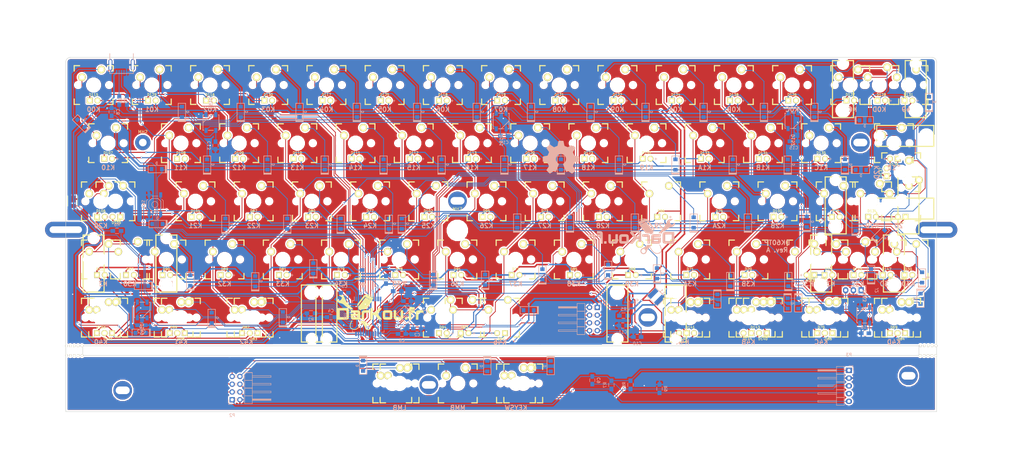
<source format=kicad_pcb>
(kicad_pcb (version 4) (host pcbnew 4.0.5+dfsg1-4)
  (title_block (title "MX/Alps HHKB") (date 2017-05-22) (rev A.1) (company DarKou))
  (layers (0 F.Cu signal) (31 B.Cu signal) (34 B.Paste user) (35 F.Paste user) (36 B.SilkS user) (37 F.SilkS user) (38 B.Mask user) (39 F.Mask user) (44 Edge.Cuts user))
  (net 0 "")
  (net 1 GND)
  (net 2 "Net-(C8-Pad1)")
  (net 3 "Net-(D1-Pad2)")
  (net 4 "Net-(D2-Pad2)")
  (net 5 "Net-(D3-Pad2)")
  (net 6 "Net-(D4-Pad2)")
  (net 7 "Net-(D5-Pad2)")
  (net 8 "Net-(D6-Pad2)")
  (net 9 "Net-(D7-Pad2)")
  (net 10 "Net-(D8-Pad2)")
  (net 11 "Net-(D9-Pad2)")
  (net 12 "Net-(D10-Pad2)")
  (net 13 "Net-(D11-Pad2)")
  (net 14 "Net-(D12-Pad2)")
  (net 15 "Net-(D13-Pad2)")
  (net 16 "Net-(D14-Pad2)")
  (net 17 "Net-(D15-Pad2)")
  (net 18 "Net-(D16-Pad2)")
  (net 19 "Net-(D17-Pad2)")
  (net 20 "Net-(D18-Pad2)")
  (net 21 "Net-(D19-Pad2)")
  (net 22 "Net-(D21-Pad2)")
  (net 23 "Net-(D22-Pad2)")
  (net 24 "Net-(D23-Pad2)")
  (net 25 "Net-(D24-Pad2)")
  (net 26 "Net-(D26-Pad2)")
  (net 27 "Net-(D27-Pad2)")
  (net 28 "Net-(D28-Pad2)")
  (net 29 "Net-(D29-Pad2)")
  (net 30 "Net-(D31-Pad2)")
  (net 31 "Net-(D32-Pad2)")
  (net 32 "Net-(D33-Pad2)")
  (net 33 "Net-(D34-Pad2)")
  (net 34 "Net-(D35-Pad2)")
  (net 35 "Net-(D36-Pad2)")
  (net 36 "Net-(D37-Pad2)")
  (net 37 "Net-(D38-Pad2)")
  (net 38 "Net-(D39-Pad2)")
  (net 39 "Net-(D40-Pad2)")
  (net 40 "Net-(D41-Pad2)")
  (net 41 "Net-(D42-Pad2)")
  (net 42 "Net-(D43-Pad2)")
  (net 43 "Net-(D44-Pad2)")
  (net 44 "Net-(D45-Pad2)")
  (net 45 "Net-(D46-Pad2)")
  (net 46 "Net-(D47-Pad2)")
  (net 47 "Net-(D48-Pad2)")
  (net 48 "Net-(D49-Pad2)")
  (net 49 "Net-(D50-Pad2)")
  (net 50 "Net-(D51-Pad2)")
  (net 51 "Net-(D52-Pad2)")
  (net 52 "Net-(D53-Pad2)")
  (net 53 "Net-(D54-Pad2)")
  (net 54 "Net-(D55-Pad2)")
  (net 55 "Net-(D56-Pad2)")
  (net 56 "Net-(D57-Pad2)")
  (net 57 "Net-(D58-Pad2)")
  (net 58 "Net-(D59-Pad2)")
  (net 59 "Net-(D60-Pad2)")
  (net 60 "Net-(J1-Pad2)")
  (net 61 "Net-(J1-Pad3)")
  (net 62 "Net-(J1-Pad4)")
  (net 63 "Net-(R3-Pad1)")
  (net 64 "Net-(R4-Pad2)")
  (net 65 "Net-(U0-Pad42)")
  (net 66 "Net-(LD1-Pad2)")
  (net 67 D2)
  (net 68 D5)
  (net 69 "Net-(D61-Pad2)")
  (net 70 "Net-(D62-Pad2)")
  (net 71 "Net-(D63-Pad2)")
  (net 72 "Net-(U0-Pad41)")
  (net 73 "Net-(D64-Pad2)")
  (net 74 "Net-(D65-Pad2)")
  (net 75 "Net-(D66-Pad2)")
  (net 76 "Net-(D67-Pad2)")
  (net 77 "Net-(D68-Pad2)")
  (net 78 "Net-(R2-Pad2)")
  (net 79 VCC)
  (net 80 "Net-(C9-Pad1)")
  (net 81 LED_AN)
  (net 82 "Net-(L1-Pad1)")
  (net 83 LED_CATH)
  (net 84 BACKLIT)
  (net 85 CAPS_LED)
  (net 86 Row4)
  (net 87 Col3)
  (net 88 Col4)
  (net 89 Col5)
  (net 90 Row0)
  (net 91 Row1)
  (net 92 Row2)
  (net 93 Row3)
  (net 94 Col0)
  (net 95 Col1)
  (net 96 Col2)
  (net 97 ColD)
  (net 98 ColC)
  (net 99 Col6)
  (net 100 Col7)
  (net 101 Col8)
  (net 102 Col9)
  (net 103 ColA)
  (net 104 ColB)
  (net 105 "Net-(K50-Pad2)")
  (net 106 "Net-(K50-Pad1)")
  (net 107 RESET)
  (net 108 XTAL1)
  (net 109 XTAL2)
  (net 110 "Net-(MH2-Pad1)")
  (net 111 "Net-(X1-Pad3)")
  (net 112 "Net-(MH7-Pad1)")
  (net 113 RGB)
  (net 114 "Net-(D149-Pad2)")
  (net 115 "Net-(D150-Pad2)")
  (net 116 "Net-(D151-Pad2)")
  (net 117 "Net-(D152-Pad2)")
  (net 118 DOUT)
  (net 119 "Net-(DM34-Pad2)")
  (net 120 "Net-(DM44-Pad2)")
  (net 121 "Net-(DM54-Pad2)")
  (net 122 /TRACKPOINT/D5)
  (net 123 /TRACKPOINT/D2)
  (net 124 /TRACKPOINT/Col3)
  (net 125 /TRACKPOINT/Col4)
  (net 126 /TRACKPOINT/Col5)
  (net 127 /TRACKPOINT/Row4)
  (module Footprint:Mx_100 (layer F.Cu) (at 138.23922 128.71429)
    (fp_text reference KM340 hide)
    (fp_text value LMB (at 0 8) (layer B.SilkS) (effects (font (thickness 0.3048)) (justify mirror)))
    (pad HOLE np_thru_hole circle (at 0 0) (size 3.9878 3.9878) (drill 3.9878) (layers *.Cu))
    (pad HOLE np_thru_hole circle (at -5.08 0) (size 1.7018 1.7018) (drill 1.7018) (layers *.Cu))
    (pad HOLE np_thru_hole circle (at 5.08 0) (size 1.7018 1.7018) (drill 1.7018) (layers *.Cu))
    (pad 1 thru_hole circle (at -3.81 -2.54 330.95) (size 2.5 2.5) (drill 1.5) (layers *.Cu *.Mask F.SilkS) (net 124 /TRACKPOINT/Col3))
    (pad 2 thru_hole circle (at 2.54 -5.08 356.1) (size 2.5 2.5) (drill 1.5) (layers *.Cu *.Mask F.SilkS) (net 119 "Net-(DM34-Pad2)"))
  )
  (module Footprint:BreakHoles (layer F.Cu) (at 311.20172 119.54804 90)
    (fp_text reference M2)
    (fp_text value MISC)
    (pad "" np_thru_hole circle (at 0 0 90) (size 0.8 0.8) (drill 0.7) (layers *.Cu *.Mask F.SilkS))
    (pad "" np_thru_hole circle (at 0 -1.27 90) (size 0.8 0.8) (drill 0.7) (layers *.Cu *.Mask F.SilkS))
    (pad "" np_thru_hole circle (at 0 -2.54 90) (size 0.8 0.8) (drill 0.7) (layers *.Cu *.Mask F.SilkS))
    (pad "" np_thru_hole circle (at 0 1.27 90) (size 0.8 0.8) (drill 0.7) (layers *.Cu *.Mask F.SilkS))
    (pad "" np_thru_hole circle (at 0 2.54 90) (size 0.8 0.8) (drill 0.7) (layers *.Cu *.Mask F.SilkS))
  )
  (module Footprint:MXST (layer F.Cu) (at 114.3 107.15625 180)
    (fp_text reference MXST hide)
    (fp_text value VAL** hide)
    (pad "" np_thru_hole circle (at 0 -6.985 180) (size 3.048 3.048) (drill 3.048) (layers *.Cu *.Mask))
    (pad "" np_thru_hole circle (at 0 8.255 180) (size 3.9802 3.9802) (drill 3.9802) (layers *.Cu *.Mask))
  )
  (module Footprint:MXST (layer F.Cu) (at 228.6 107.15625 180)
    (fp_text reference MXST hide)
    (fp_text value VAL** hide)
    (pad "" np_thru_hole circle (at 0 -6.985 180) (size 3.048 3.048) (drill 3.048) (layers *.Cu *.Mask))
    (pad "" np_thru_hole circle (at 0 8.255 180) (size 3.9802 3.9802) (drill 3.9802) (layers *.Cu *.Mask))
  )
  (module Footprint:MXST (layer F.Cu) (at 209.55 107.15625 180)
    (fp_text reference MXST hide)
    (fp_text value VAL** hide)
    (pad "" np_thru_hole circle (at 0 -6.985 180) (size 3.048 3.048) (drill 3.048) (layers *.Cu *.Mask))
    (pad "" np_thru_hole circle (at 0 8.255 180) (size 3.9802 3.9802) (drill 3.9802) (layers *.Cu *.Mask))
  )
  (module Footprint:MXST (layer F.Cu) (at 109.5375 107.15625 180)
    (fp_text reference MXST hide)
    (fp_text value VAL** hide)
    (pad "" np_thru_hole circle (at 0 -6.985 180) (size 3.048 3.048) (drill 3.048) (layers *.Cu *.Mask))
    (pad "" np_thru_hole circle (at 0 8.255 180) (size 3.9802 3.9802) (drill 3.9802) (layers *.Cu *.Mask))
  )
  (module Footprint:MXST (layer F.Cu) (at 300.0375 88.10625)
    (fp_text reference MXST hide)
    (fp_text value VAL** hide)
    (pad "" np_thru_hole circle (at 0 -6.985) (size 3.048 3.048) (drill 3.048) (layers *.Cu *.Mask))
    (pad "" np_thru_hole circle (at 0 8.255) (size 3.9802 3.9802) (drill 3.9802) (layers *.Cu *.Mask))
  )
  (module Footprint:MXST (layer F.Cu) (at 276.225 88.10625)
    (fp_text reference MXST hide)
    (fp_text value VAL** hide)
    (pad "" np_thru_hole circle (at 0 -6.985) (size 3.048 3.048) (drill 3.048) (layers *.Cu *.Mask))
    (pad "" np_thru_hole circle (at 0 8.255) (size 3.9802 3.9802) (drill 3.9802) (layers *.Cu *.Mask))
  )
  (module Footprint:MXST (layer F.Cu) (at 302.41875 47.62625 90)
    (fp_text reference MXST hide)
    (fp_text value VAL** hide)
    (pad "" np_thru_hole circle (at 0 -6.985 90) (size 3.048 3.048) (drill 3.048) (layers *.Cu *.Mask))
    (pad "" np_thru_hole circle (at 0 8.255 90) (size 3.9802 3.9802) (drill 3.9802) (layers *.Cu *.Mask))
  )
  (module Footprint:MXST (layer F.Cu) (at 302.41875 71.4375 90)
    (fp_text reference MXST hide)
    (fp_text value VAL** hide)
    (pad "" np_thru_hole circle (at 0 -6.985 90) (size 3.048 3.048) (drill 3.048) (layers *.Cu *.Mask))
    (pad "" np_thru_hole circle (at 0 8.255 90) (size 3.9802 3.9802) (drill 3.9802) (layers *.Cu *.Mask))
  )
  (module Footprint:MXST (layer F.Cu) (at 280.9875 69.05625)
    (fp_text reference MXST hide)
    (fp_text value VAL** hide)
    (pad "" np_thru_hole circle (at 0 -6.985) (size 3.048 3.048) (drill 3.048) (layers *.Cu *.Mask))
    (pad "" np_thru_hole circle (at 0 8.255) (size 3.9802 3.9802) (drill 3.9802) (layers *.Cu *.Mask))
  )
  (module Footprint:MXST (layer F.Cu) (at 304.8 69.05625)
    (fp_text reference MXST hide)
    (fp_text value VAL** hide)
    (pad "" np_thru_hole circle (at 0 -6.985) (size 3.048 3.048) (drill 3.048) (layers *.Cu *.Mask))
    (pad "" np_thru_hole circle (at 0 8.255) (size 3.9802 3.9802) (drill 3.9802) (layers *.Cu *.Mask))
  )
  (module Footprint:MXST (layer F.Cu) (at 307.18125 30.95625)
    (fp_text reference MXST hide)
    (fp_text value VAL** hide)
    (pad "" np_thru_hole circle (at 0 -6.985) (size 3.048 3.048) (drill 3.048) (layers *.Cu *.Mask))
    (pad "" np_thru_hole circle (at 0 8.255) (size 3.9802 3.9802) (drill 3.9802) (layers *.Cu *.Mask))
  )
  (module Footprint:MXST (layer F.Cu) (at 283.36875 30.95625)
    (fp_text reference MXST hide)
    (fp_text value VAL** hide)
    (pad "" np_thru_hole circle (at 0 -6.985) (size 3.048 3.048) (drill 3.048) (layers *.Cu *.Mask))
    (pad "" np_thru_hole circle (at 0 8.255) (size 3.9802 3.9802) (drill 3.9802) (layers *.Cu *.Mask))
  )
  (module Footprint:MXST (layer F.Cu) (at 61.9125 88.10625)
    (fp_text reference MXST hide)
    (fp_text value VAL** hide)
    (pad "" np_thru_hole circle (at 0 -6.985) (size 3.048 3.048) (drill 3.048) (layers *.Cu *.Mask))
    (pad "" np_thru_hole circle (at 0 8.255) (size 3.9802 3.9802) (drill 3.9802) (layers *.Cu *.Mask))
  )
  (module Capacitors_SMD:C_0805_HandSoldering (layer B.Cu) (at 145 104 45)
    (fp_text reference C1 (at 0 2.1 45) (layer B.SilkS) (effects (justify mirror)))
    (fp_text value 22p)
    (pad 1 smd rect (at -1.25 0 45) (size 1.5 1.25) (layers B.Cu B.Paste B.Mask) (net 108 XTAL1))
    (pad 2 smd rect (at 1.25 0 45) (size 1.5 1.25) (layers B.Cu B.Paste B.Mask) (net 1 GND))
  )
  (module Capacitors_SMD:C_0805_HandSoldering (layer B.Cu) (at 144 110.75)
    (fp_text reference C2 (at 0 2.1) (layer B.SilkS) (effects (justify mirror)))
    (fp_text value 22p)
    (pad 1 smd rect (at -1.25 0) (size 1.5 1.25) (layers B.Cu B.Paste B.Mask) (net 109 XTAL2))
    (pad 2 smd rect (at 1.25 0) (size 1.5 1.25) (layers B.Cu B.Paste B.Mask) (net 1 GND))
  )
  (module Capacitors_SMD:C_0805_HandSoldering (layer B.Cu) (at 133.7875 94.7575 90)
    (fp_text reference C3 (at 0 2.1 90) (layer B.SilkS) (effects (justify mirror)))
    (fp_text value 0.1u hide)
    (pad 1 smd rect (at -1.25 0 90) (size 1.5 1.25) (layers B.Cu B.Paste B.Mask) (net 79 VCC))
    (pad 2 smd rect (at 1.25 0 90) (size 1.5 1.25) (layers B.Cu B.Paste B.Mask) (net 1 GND))
  )
  (module Capacitors_SMD:C_0805_HandSoldering (layer B.Cu) (at 115.75 107 180)
    (fp_text reference C4 (at 0 2.1 180) (layer B.SilkS) (effects (justify mirror)))
    (fp_text value 0.1u hide)
    (pad 1 smd rect (at -1.25 0 180) (size 1.5 1.25) (layers B.Cu B.Paste B.Mask) (net 79 VCC))
    (pad 2 smd rect (at 1.25 0 180) (size 1.5 1.25) (layers B.Cu B.Paste B.Mask) (net 1 GND))
  )
  (module Capacitors_SMD:C_0805_HandSoldering (layer B.Cu) (at 120.25 99 180)
    (fp_text reference C5 (at 0 2.1 180) (layer B.SilkS) (effects (justify mirror)))
    (fp_text value 0.1u)
    (pad 1 smd rect (at -1.25 0 180) (size 1.5 1.25) (layers B.Cu B.Paste B.Mask) (net 79 VCC))
    (pad 2 smd rect (at 1.25 0 180) (size 1.5 1.25) (layers B.Cu B.Paste B.Mask) (net 1 GND))
  )
  (module Capacitors_SMD:C_0805_HandSoldering (layer B.Cu) (at 139 112.5)
    (fp_text reference C6 (at 0 2.1) (layer B.SilkS) (effects (justify mirror)))
    (fp_text value 0.1u)
    (pad 1 smd rect (at -1.25 0) (size 1.5 1.25) (layers B.Cu B.Paste B.Mask) (net 79 VCC))
    (pad 2 smd rect (at 1.25 0) (size 1.5 1.25) (layers B.Cu B.Paste B.Mask) (net 1 GND))
  )
  (module Capacitors_SMD:C_0805_HandSoldering (layer B.Cu) (at 140.75 101.75)
    (fp_text reference C7 (at 0 2.1) (layer B.SilkS) (effects (justify mirror)))
    (fp_text value 4.7u)
    (pad 1 smd rect (at -1.25 0) (size 1.5 1.25) (layers B.Cu B.Paste B.Mask) (net 79 VCC))
    (pad 2 smd rect (at 1.25 0) (size 1.5 1.25) (layers B.Cu B.Paste B.Mask) (net 1 GND))
  )
  (module Capacitors_SMD:C_0805_HandSoldering (layer B.Cu) (at 44 39.75 90)
    (fp_text reference C8 (at 0 2.1 90) (layer B.SilkS) (effects (justify mirror)))
    (fp_text value 1u)
    (pad 1 smd rect (at -1.25 0 90) (size 1.5 1.25) (layers B.Cu B.Paste B.Mask) (net 2 "Net-(C8-Pad1)"))
    (pad 2 smd rect (at 1.25 0 90) (size 1.5 1.25) (layers B.Cu B.Paste B.Mask) (net 1 GND))
  )
  (module Capacitors_SMD:C_0805_HandSoldering (layer B.Cu) (at 201.32172 127.69304 90)
    (fp_text reference C9 (at 0 2.1 90) (layer B.SilkS) (effects (justify mirror)))
    (fp_text value 2.2u)
    (pad 1 smd rect (at -1.25 0 90) (size 1.5 1.25) (layers B.Cu B.Paste B.Mask) (net 80 "Net-(C9-Pad1)"))
    (pad 2 smd rect (at 1.25 0 90) (size 1.5 1.25) (layers B.Cu B.Paste B.Mask) (net 79 VCC))
  )
  (module Footprint:D_SOD123 (layer B.Cu) (at 34 43.5 135)
    (fp_text reference D1 hide)
    (fp_text value D (at 0 1.925 135) (layer B.SilkS) (effects (font (size 0.8 0.8)) (justify mirror)))
    (pad 2 smd rect (at 1.7 0 135) (size 1.2 1.4) (layers B.Cu B.Paste B.Mask) (net 3 "Net-(D1-Pad2)"))
    (pad 1 smd rect (at -1.7 0 135) (size 1.2 1.4) (layers B.Cu B.Paste B.Mask) (net 90 Row0))
  )
  (module Footprint:D_SOD123 (layer B.Cu) (at 58.75 58.5 180)
    (fp_text reference D2 hide)
    (fp_text value D (at 0 1.925 180) (layer B.SilkS) (effects (font (size 0.8 0.8)) (justify mirror)))
    (pad 2 smd rect (at 1.7 0 180) (size 1.2 1.4) (layers B.Cu B.Paste B.Mask) (net 4 "Net-(D2-Pad2)"))
    (pad 1 smd rect (at -1.7 0 180) (size 1.2 1.4) (layers B.Cu B.Paste B.Mask) (net 91 Row1))
  )
  (module Footprint:D_SOD123 (layer B.Cu) (at 59 76.5 180)
    (fp_text reference D3 hide)
    (fp_text value D (at 0 1.925 180) (layer B.SilkS) (effects (font (size 0.8 0.8)) (justify mirror)))
    (pad 2 smd rect (at 1.7 0 180) (size 1.2 1.4) (layers B.Cu B.Paste B.Mask) (net 5 "Net-(D3-Pad2)"))
    (pad 1 smd rect (at -1.7 0 180) (size 1.2 1.4) (layers B.Cu B.Paste B.Mask) (net 92 Row2))
  )
  (module Footprint:D_SOD123 (layer B.Cu) (at 54.25 96.75 180)
    (fp_text reference D4 hide)
    (fp_text value D (at 0 1.925 180) (layer B.SilkS) (effects (font (size 0.8 0.8)) (justify mirror)))
    (pad 2 smd rect (at 1.7 0 180) (size 1.2 1.4) (layers B.Cu B.Paste B.Mask) (net 6 "Net-(D4-Pad2)"))
    (pad 1 smd rect (at -1.7 0 180) (size 1.2 1.4) (layers B.Cu B.Paste B.Mask) (net 93 Row3))
  )
  (module Footprint:D_SOD123 (layer B.Cu) (at 53.5025 112.1475 180)
    (fp_text reference D5 hide)
    (fp_text value D (at 0 1.925 180) (layer B.SilkS) (effects (font (size 0.8 0.8)) (justify mirror)))
    (pad 2 smd rect (at 1.7 0 180) (size 1.2 1.4) (layers B.Cu B.Paste B.Mask) (net 7 "Net-(D5-Pad2)"))
    (pad 1 smd rect (at -1.7 0 180) (size 1.2 1.4) (layers B.Cu B.Paste B.Mask) (net 86 Row4))
  )
  (module Footprint:D_SOD123 (layer B.Cu) (at 67 39.75 90)
    (fp_text reference D6 hide)
    (fp_text value D (at 0 1.925 90) (layer B.SilkS) (effects (font (size 0.8 0.8)) (justify mirror)))
    (pad 2 smd rect (at 1.7 0 90) (size 1.2 1.4) (layers B.Cu B.Paste B.Mask) (net 8 "Net-(D6-Pad2)"))
    (pad 1 smd rect (at -1.7 0 90) (size 1.2 1.4) (layers B.Cu B.Paste B.Mask) (net 90 Row0))
  )
  (module Footprint:D_SOD123 (layer B.Cu) (at 75.25 57 90)
    (fp_text reference D7 hide)
    (fp_text value D (at 0 1.925 90) (layer B.SilkS) (effects (font (size 0.8 0.8)) (justify mirror)))
    (pad 2 smd rect (at 1.7 0 90) (size 1.2 1.4) (layers B.Cu B.Paste B.Mask) (net 9 "Net-(D7-Pad2)"))
    (pad 1 smd rect (at -1.7 0 90) (size 1.2 1.4) (layers B.Cu B.Paste B.Mask) (net 91 Row1))
  )
  (module Footprint:D_SOD123 (layer B.Cu) (at 81.22875 76.40625 90)
    (fp_text reference D8 hide)
    (fp_text value D (at 0 1.925 90) (layer B.SilkS) (effects (font (size 0.8 0.8)) (justify mirror)))
    (pad 2 smd rect (at 1.7 0 90) (size 1.2 1.4) (layers B.Cu B.Paste B.Mask) (net 10 "Net-(D8-Pad2)"))
    (pad 1 smd rect (at -1.7 0 90) (size 1.2 1.4) (layers B.Cu B.Paste B.Mask) (net 92 Row2))
  )
  (module Footprint:D_SOD123 (layer B.Cu) (at 69.75 95 90)
    (fp_text reference D9 hide)
    (fp_text value D (at 0 1.925 90) (layer B.SilkS) (effects (font (size 0.8 0.8)) (justify mirror)))
    (pad 2 smd rect (at 1.7 0 90) (size 1.2 1.4) (layers B.Cu B.Paste B.Mask) (net 11 "Net-(D9-Pad2)"))
    (pad 1 smd rect (at -1.7 0 90) (size 1.2 1.4) (layers B.Cu B.Paste B.Mask) (net 93 Row3))
  )
  (module Footprint:D_SOD123 (layer B.Cu) (at 76.75 107.25 90)
    (fp_text reference D10 hide)
    (fp_text value D (at 0 1.925 90) (layer B.SilkS) (effects (font (size 0.8 0.8)) (justify mirror)))
    (pad 2 smd rect (at 1.7 0 90) (size 1.2 1.4) (layers B.Cu B.Paste B.Mask) (net 12 "Net-(D10-Pad2)"))
    (pad 1 smd rect (at -1.7 0 90) (size 1.2 1.4) (layers B.Cu B.Paste B.Mask) (net 86 Row4))
  )
  (module Footprint:D_SOD123 (layer B.Cu) (at 86.25 39.75 90)
    (fp_text reference D11 hide)
    (fp_text value D (at 0 1.925 90) (layer B.SilkS) (effects (font (size 0.8 0.8)) (justify mirror)))
    (pad 2 smd rect (at 1.7 0 90) (size 1.2 1.4) (layers B.Cu B.Paste B.Mask) (net 13 "Net-(D11-Pad2)"))
    (pad 1 smd rect (at -1.7 0 90) (size 1.2 1.4) (layers B.Cu B.Paste B.Mask) (net 90 Row0))
  )
  (module Footprint:D_SOD123 (layer B.Cu) (at 95 57 90)
    (fp_text reference D12 hide)
    (fp_text value D (at 0 1.925 90) (layer B.SilkS) (effects (font (size 0.8 0.8)) (justify mirror)))
    (pad 2 smd rect (at 1.7 0 90) (size 1.2 1.4) (layers B.Cu B.Paste B.Mask) (net 14 "Net-(D12-Pad2)"))
    (pad 1 smd rect (at -1.7 0 90) (size 1.2 1.4) (layers B.Cu B.Paste B.Mask) (net 91 Row1))
  )
  (module Footprint:D_SOD123 (layer B.Cu) (at 101.47875 76.40625 90)
    (fp_text reference D13 hide)
    (fp_text value D (at 0 1.925 90) (layer B.SilkS) (effects (font (size 0.8 0.8)) (justify mirror)))
    (pad 2 smd rect (at 1.7 0 90) (size 1.2 1.4) (layers B.Cu B.Paste B.Mask) (net 15 "Net-(D13-Pad2)"))
    (pad 1 smd rect (at -1.7 0 90) (size 1.2 1.4) (layers B.Cu B.Paste B.Mask) (net 92 Row2))
  )
  (module Footprint:D_SOD123 (layer B.Cu) (at 91 95.25 90)
    (fp_text reference D14 hide)
    (fp_text value D (at 0 1.925 90) (layer B.SilkS) (effects (font (size 0.8 0.8)) (justify mirror)))
    (pad 2 smd rect (at 1.7 0 90) (size 1.2 1.4) (layers B.Cu B.Paste B.Mask) (net 16 "Net-(D14-Pad2)"))
    (pad 1 smd rect (at -1.7 0 90) (size 1.2 1.4) (layers B.Cu B.Paste B.Mask) (net 93 Row3))
  )
  (module Footprint:D_SOD123 (layer B.Cu) (at 100.0375 107.0075 90)
    (fp_text reference D15 hide)
    (fp_text value D (at 0 1.925 90) (layer B.SilkS) (effects (font (size 0.8 0.8)) (justify mirror)))
    (pad 2 smd rect (at 1.7 0 90) (size 1.2 1.4) (layers B.Cu B.Paste B.Mask) (net 17 "Net-(D15-Pad2)"))
    (pad 1 smd rect (at -1.7 0 90) (size 1.2 1.4) (layers B.Cu B.Paste B.Mask) (net 86 Row4))
  )
  (module Footprint:D_SOD123 (layer B.Cu) (at 105.5 39.75 90)
    (fp_text reference D16 hide)
    (fp_text value D (at 0 1.925 90) (layer B.SilkS) (effects (font (size 0.8 0.8)) (justify mirror)))
    (pad 2 smd rect (at 1.7 0 90) (size 1.2 1.4) (layers B.Cu B.Paste B.Mask) (net 18 "Net-(D16-Pad2)"))
    (pad 1 smd rect (at -1.7 0 90) (size 1.2 1.4) (layers B.Cu B.Paste B.Mask) (net 90 Row0))
  )
  (module Footprint:D_SOD123 (layer B.Cu) (at 113.75 57 90)
    (fp_text reference D17 hide)
    (fp_text value D (at 0 1.925 90) (layer B.SilkS) (effects (font (size 0.8 0.8)) (justify mirror)))
    (pad 2 smd rect (at 1.7 0 90) (size 1.2 1.4) (layers B.Cu B.Paste B.Mask) (net 19 "Net-(D17-Pad2)"))
    (pad 1 smd rect (at -1.7 0 90) (size 1.2 1.4) (layers B.Cu B.Paste B.Mask) (net 91 Row1))
  )
  (module Footprint:D_SOD123 (layer B.Cu) (at 118.97875 76.40625 90)
    (fp_text reference D18 hide)
    (fp_text value D (at 0 1.925 90) (layer B.SilkS) (effects (font (size 0.8 0.8)) (justify mirror)))
    (pad 2 smd rect (at 1.7 0 90) (size 1.2 1.4) (layers B.Cu B.Paste B.Mask) (net 20 "Net-(D18-Pad2)"))
    (pad 1 smd rect (at -1.7 0 90) (size 1.2 1.4) (layers B.Cu B.Paste B.Mask) (net 92 Row2))
  )
  (module Footprint:D_SOD123 (layer B.Cu) (at 110 91 90)
    (fp_text reference D19 hide)
    (fp_text value D (at 0 1.925 90) (layer B.SilkS) (effects (font (size 0.8 0.8)) (justify mirror)))
    (pad 2 smd rect (at 1.7 0 90) (size 1.2 1.4) (layers B.Cu B.Paste B.Mask) (net 21 "Net-(D19-Pad2)"))
    (pad 1 smd rect (at -1.7 0 90) (size 1.2 1.4) (layers B.Cu B.Paste B.Mask) (net 93 Row3))
  )
  (module Footprint:D_SOD123 (layer B.Cu) (at 124.25 39.75 90)
    (fp_text reference D21 hide)
    (fp_text value D (at 0 1.925 90) (layer B.SilkS) (effects (font (size 0.8 0.8)) (justify mirror)))
    (pad 2 smd rect (at 1.7 0 90) (size 1.2 1.4) (layers B.Cu B.Paste B.Mask) (net 22 "Net-(D21-Pad2)"))
    (pad 1 smd rect (at -1.7 0 90) (size 1.2 1.4) (layers B.Cu B.Paste B.Mask) (net 90 Row0))
  )
  (module Footprint:D_SOD123 (layer B.Cu) (at 133 57 90)
    (fp_text reference D22 hide)
    (fp_text value D (at 0 1.925 90) (layer B.SilkS) (effects (font (size 0.8 0.8)) (justify mirror)))
    (pad 2 smd rect (at 1.7 0 90) (size 1.2 1.4) (layers B.Cu B.Paste B.Mask) (net 23 "Net-(D22-Pad2)"))
    (pad 1 smd rect (at -1.7 0 90) (size 1.2 1.4) (layers B.Cu B.Paste B.Mask) (net 91 Row1))
  )
  (module Footprint:D_SOD123 (layer B.Cu) (at 134.72875 76.40625 90)
    (fp_text reference D23 hide)
    (fp_text value D (at 0 1.925 90) (layer B.SilkS) (effects (font (size 0.8 0.8)) (justify mirror)))
    (pad 2 smd rect (at 1.7 0 90) (size 1.2 1.4) (layers B.Cu B.Paste B.Mask) (net 24 "Net-(D23-Pad2)"))
    (pad 1 smd rect (at -1.7 0 90) (size 1.2 1.4) (layers B.Cu B.Paste B.Mask) (net 92 Row2))
  )
  (module Footprint:D_SOD123 (layer B.Cu) (at 126 93.25 90)
    (fp_text reference D24 hide)
    (fp_text value D (at 0 1.925 90) (layer B.SilkS) (effects (font (size 0.8 0.8)) (justify mirror)))
    (pad 2 smd rect (at 1.7 0 90) (size 1.2 1.4) (layers B.Cu B.Paste B.Mask) (net 25 "Net-(D24-Pad2)"))
    (pad 1 smd rect (at -1.7 0 90) (size 1.2 1.4) (layers B.Cu B.Paste B.Mask) (net 93 Row3))
  )
  (module Footprint:D_SOD123 (layer B.Cu) (at 144 39.75 90)
    (fp_text reference D26 hide)
    (fp_text value D (at 0 1.925 90) (layer B.SilkS) (effects (font (size 0.8 0.8)) (justify mirror)))
    (pad 2 smd rect (at 1.7 0 90) (size 1.2 1.4) (layers B.Cu B.Paste B.Mask) (net 26 "Net-(D26-Pad2)"))
    (pad 1 smd rect (at -1.7 0 90) (size 1.2 1.4) (layers B.Cu B.Paste B.Mask) (net 90 Row0))
  )
  (module Footprint:D_SOD123 (layer B.Cu) (at 152 57 90)
    (fp_text reference D27 hide)
    (fp_text value D (at 0 1.925 90) (layer B.SilkS) (effects (font (size 0.8 0.8)) (justify mirror)))
    (pad 2 smd rect (at 1.7 0 90) (size 1.2 1.4) (layers B.Cu B.Paste B.Mask) (net 27 "Net-(D27-Pad2)"))
    (pad 1 smd rect (at -1.7 0 90) (size 1.2 1.4) (layers B.Cu B.Paste B.Mask) (net 91 Row1))
  )
  (module Footprint:D_SOD123 (layer B.Cu) (at 138.97875 76.40625 90)
    (fp_text reference D28 hide)
    (fp_text value D (at 0 1.925 90) (layer B.SilkS) (effects (font (size 0.8 0.8)) (justify mirror)))
    (pad 2 smd rect (at 1.7 0 90) (size 1.2 1.4) (layers B.Cu B.Paste B.Mask) (net 28 "Net-(D28-Pad2)"))
    (pad 1 smd rect (at -1.7 0 90) (size 1.2 1.4) (layers B.Cu B.Paste B.Mask) (net 92 Row2))
  )
  (module Footprint:D_SOD123 (layer B.Cu) (at 149.25 94.75 90)
    (fp_text reference D29 hide)
    (fp_text value D (at 0 1.925 90) (layer B.SilkS) (effects (font (size 0.8 0.8)) (justify mirror)))
    (pad 2 smd rect (at 1.7 0 90) (size 1.2 1.4) (layers B.Cu B.Paste B.Mask) (net 29 "Net-(D29-Pad2)"))
    (pad 1 smd rect (at -1.7 0 90) (size 1.2 1.4) (layers B.Cu B.Paste B.Mask) (net 93 Row3))
  )
  (module Footprint:D_SOD123 (layer B.Cu) (at 163.5 39.75 90)
    (fp_text reference D31 hide)
    (fp_text value D (at 0 1.925 90) (layer B.SilkS) (effects (font (size 0.8 0.8)) (justify mirror)))
    (pad 2 smd rect (at 1.7 0 90) (size 1.2 1.4) (layers B.Cu B.Paste B.Mask) (net 30 "Net-(D31-Pad2)"))
    (pad 1 smd rect (at -1.7 0 90) (size 1.2 1.4) (layers B.Cu B.Paste B.Mask) (net 90 Row0))
  )
  (module Footprint:D_SOD123 (layer B.Cu) (at 172.5375 57.0075 90)
    (fp_text reference D32 hide)
    (fp_text value D (at 0 1.925 90) (layer B.SilkS) (effects (font (size 0.8 0.8)) (justify mirror)))
    (pad 2 smd rect (at 1.7 0 90) (size 1.2 1.4) (layers B.Cu B.Paste B.Mask) (net 31 "Net-(D32-Pad2)"))
    (pad 1 smd rect (at -1.7 0 90) (size 1.2 1.4) (layers B.Cu B.Paste B.Mask) (net 91 Row1))
  )
  (module Footprint:D_SOD123 (layer B.Cu) (at 176.75 76 90)
    (fp_text reference D33 hide)
    (fp_text value D (at 0 1.925 90) (layer B.SilkS) (effects (font (size 0.8 0.8)) (justify mirror)))
    (pad 2 smd rect (at 1.7 0 90) (size 1.2 1.4) (layers B.Cu B.Paste B.Mask) (net 32 "Net-(D33-Pad2)"))
    (pad 1 smd rect (at -1.7 0 90) (size 1.2 1.4) (layers B.Cu B.Paste B.Mask) (net 92 Row2))
  )
  (module Footprint:D_SOD123 (layer B.Cu) (at 166.25 94.75 90)
    (fp_text reference D34 hide)
    (fp_text value D (at 0 1.925 90) (layer B.SilkS) (effects (font (size 0.8 0.8)) (justify mirror)))
    (pad 2 smd rect (at 1.7 0 90) (size 1.2 1.4) (layers B.Cu B.Paste B.Mask) (net 33 "Net-(D34-Pad2)"))
    (pad 1 smd rect (at -1.7 0 90) (size 1.2 1.4) (layers B.Cu B.Paste B.Mask) (net 93 Row3))
  )
  (module Footprint:D_SOD123 (layer B.Cu) (at 180.5 104.75 180)
    (fp_text reference D35 hide)
    (fp_text value D (at 0 1.925 180) (layer B.SilkS) (effects (font (size 0.8 0.8)) (justify mirror)))
    (pad 2 smd rect (at 1.7 0 180) (size 1.2 1.4) (layers B.Cu B.Paste B.Mask) (net 34 "Net-(D35-Pad2)"))
    (pad 1 smd rect (at -1.7 0 180) (size 1.2 1.4) (layers B.Cu B.Paste B.Mask) (net 86 Row4))
  )
  (module Footprint:D_SOD123 (layer B.Cu) (at 181.25 39.75 90)
    (fp_text reference D36 hide)
    (fp_text value D (at 0 1.925 90) (layer B.SilkS) (effects (font (size 0.8 0.8)) (justify mirror)))
    (pad 2 smd rect (at 1.7 0 90) (size 1.2 1.4) (layers B.Cu B.Paste B.Mask) (net 35 "Net-(D36-Pad2)"))
    (pad 1 smd rect (at -1.7 0 90) (size 1.2 1.4) (layers B.Cu B.Paste B.Mask) (net 90 Row0))
  )
  (module Footprint:D_SOD123 (layer B.Cu) (at 191.0375 57.0075 90)
    (fp_text reference D37 hide)
    (fp_text value D (at 0 1.925 90) (layer B.SilkS) (effects (font (size 0.8 0.8)) (justify mirror)))
    (pad 2 smd rect (at 1.7 0 90) (size 1.2 1.4) (layers B.Cu B.Paste B.Mask) (net 36 "Net-(D37-Pad2)"))
    (pad 1 smd rect (at -1.7 0 90) (size 1.2 1.4) (layers B.Cu B.Paste B.Mask) (net 91 Row1))
  )
  (module Footprint:D_SOD123 (layer B.Cu) (at 194 76 90)
    (fp_text reference D38 hide)
    (fp_text value D (at 0 1.925 90) (layer B.SilkS) (effects (font (size 0.8 0.8)) (justify mirror)))
    (pad 2 smd rect (at 1.7 0 90) (size 1.2 1.4) (layers B.Cu B.Paste B.Mask) (net 37 "Net-(D38-Pad2)"))
    (pad 1 smd rect (at -1.7 0 90) (size 1.2 1.4) (layers B.Cu B.Paste B.Mask) (net 92 Row2))
  )
  (module Footprint:D_SOD123 (layer B.Cu) (at 185 93 90)
    (fp_text reference D39 hide)
    (fp_text value D (at 0 1.925 90) (layer B.SilkS) (effects (font (size 0.8 0.8)) (justify mirror)))
    (pad 2 smd rect (at 1.7 0 90) (size 1.2 1.4) (layers B.Cu B.Paste B.Mask) (net 38 "Net-(D39-Pad2)"))
    (pad 1 smd rect (at -1.7 0 90) (size 1.2 1.4) (layers B.Cu B.Paste B.Mask) (net 93 Row3))
  )
  (module Footprint:D_SOD123 (layer B.Cu) (at 200.75 39.75 90)
    (fp_text reference D40 hide)
    (fp_text value D (at 0 1.925 90) (layer B.SilkS) (effects (font (size 0.8 0.8)) (justify mirror)))
    (pad 2 smd rect (at 1.7 0 90) (size 1.2 1.4) (layers B.Cu B.Paste B.Mask) (net 39 "Net-(D40-Pad2)"))
    (pad 1 smd rect (at -1.7 0 90) (size 1.2 1.4) (layers B.Cu B.Paste B.Mask) (net 90 Row0))
  )
  (module Footprint:D_SOD123 (layer B.Cu) (at 210.0375 57.0075 90)
    (fp_text reference D41 hide)
    (fp_text value D (at 0 1.925 90) (layer B.SilkS) (effects (font (size 0.8 0.8)) (justify mirror)))
    (pad 2 smd rect (at 1.7 0 90) (size 1.2 1.4) (layers B.Cu B.Paste B.Mask) (net 40 "Net-(D41-Pad2)"))
    (pad 1 smd rect (at -1.7 0 90) (size 1.2 1.4) (layers B.Cu B.Paste B.Mask) (net 91 Row1))
  )
  (module Footprint:D_SOD123 (layer B.Cu) (at 215.25 76 90)
    (fp_text reference D42 hide)
    (fp_text value D (at 0 1.925 90) (layer B.SilkS) (effects (font (size 0.8 0.8)) (justify mirror)))
    (pad 2 smd rect (at 1.7 0 90) (size 1.2 1.4) (layers B.Cu B.Paste B.Mask) (net 41 "Net-(D42-Pad2)"))
    (pad 1 smd rect (at -1.7 0 90) (size 1.2 1.4) (layers B.Cu B.Paste B.Mask) (net 92 Row2))
  )
  (module Footprint:D_SOD123 (layer B.Cu) (at 206.5 91.5 90)
    (fp_text reference D43 hide)
    (fp_text value D (at 0 1.925 90) (layer B.SilkS) (effects (font (size 0.8 0.8)) (justify mirror)))
    (pad 2 smd rect (at 1.7 0 90) (size 1.2 1.4) (layers B.Cu B.Paste B.Mask) (net 42 "Net-(D43-Pad2)"))
    (pad 1 smd rect (at -1.7 0 90) (size 1.2 1.4) (layers B.Cu B.Paste B.Mask) (net 93 Row3))
  )
  (module Footprint:D_SOD123 (layer B.Cu) (at 218.75 39.75 90)
    (fp_text reference D44 hide)
    (fp_text value D (at 0 1.925 90) (layer B.SilkS) (effects (font (size 0.8 0.8)) (justify mirror)))
    (pad 2 smd rect (at 1.7 0 90) (size 1.2 1.4) (layers B.Cu B.Paste B.Mask) (net 43 "Net-(D44-Pad2)"))
    (pad 1 smd rect (at -1.7 0 90) (size 1.2 1.4) (layers B.Cu B.Paste B.Mask) (net 90 Row0))
  )
  (module Footprint:D_SOD123 (layer B.Cu) (at 228.5375 57.0075 90)
    (fp_text reference D45 hide)
    (fp_text value D (at 0 1.925 90) (layer B.SilkS) (effects (font (size 0.8 0.8)) (justify mirror)))
    (pad 2 smd rect (at 1.7 0 90) (size 1.2 1.4) (layers B.Cu B.Paste B.Mask) (net 44 "Net-(D45-Pad2)"))
    (pad 1 smd rect (at -1.7 0 90) (size 1.2 1.4) (layers B.Cu B.Paste B.Mask) (net 91 Row1))
  )
  (module Footprint:D_SOD123 (layer B.Cu) (at 234.5 76 90)
    (fp_text reference D46 hide)
    (fp_text value D (at 0 1.925 90) (layer B.SilkS) (effects (font (size 0.8 0.8)) (justify mirror)))
    (pad 2 smd rect (at 1.7 0 90) (size 1.2 1.4) (layers B.Cu B.Paste B.Mask) (net 45 "Net-(D46-Pad2)"))
    (pad 1 smd rect (at -1.7 0 90) (size 1.2 1.4) (layers B.Cu B.Paste B.Mask) (net 92 Row2))
  )
  (module Footprint:D_SOD123 (layer B.Cu) (at 222.47875 92.65625 90)
    (fp_text reference D47 hide)
    (fp_text value D (at 0 1.925 90) (layer B.SilkS) (effects (font (size 0.8 0.8)) (justify mirror)))
    (pad 2 smd rect (at 1.7 0 90) (size 1.2 1.4) (layers B.Cu B.Paste B.Mask) (net 46 "Net-(D47-Pad2)"))
    (pad 1 smd rect (at -1.7 0 90) (size 1.2 1.4) (layers B.Cu B.Paste B.Mask) (net 93 Row3))
  )
  (module Footprint:D_SOD123 (layer B.Cu) (at 311.5 36.5 90)
    (fp_text reference D48 hide)
    (fp_text value D (at 0 1.925 90) (layer B.SilkS) (effects (font (size 0.8 0.8)) (justify mirror)))
    (pad 2 smd rect (at 1.7 0 90) (size 1.2 1.4) (layers B.Cu B.Paste B.Mask) (net 47 "Net-(D48-Pad2)"))
    (pad 1 smd rect (at -1.7 0 90) (size 1.2 1.4) (layers B.Cu B.Paste B.Mask) (net 86 Row4))
  )
  (module Footprint:D_SOD123 (layer B.Cu) (at 237.75 39.75 90)
    (fp_text reference D49 hide)
    (fp_text value D (at 0 1.925 90) (layer B.SilkS) (effects (font (size 0.8 0.8)) (justify mirror)))
    (pad 2 smd rect (at 1.7 0 90) (size 1.2 1.4) (layers B.Cu B.Paste B.Mask) (net 48 "Net-(D49-Pad2)"))
    (pad 1 smd rect (at -1.7 0 90) (size 1.2 1.4) (layers B.Cu B.Paste B.Mask) (net 90 Row0))
  )
  (module Footprint:D_SOD123 (layer B.Cu) (at 247.2875 57.0075 90)
    (fp_text reference D50 hide)
    (fp_text value D (at 0 1.925 90) (layer B.SilkS) (effects (font (size 0.8 0.8)) (justify mirror)))
    (pad 2 smd rect (at 1.7 0 90) (size 1.2 1.4) (layers B.Cu B.Paste B.Mask) (net 49 "Net-(D50-Pad2)"))
    (pad 1 smd rect (at -1.7 0 90) (size 1.2 1.4) (layers B.Cu B.Paste B.Mask) (net 91 Row1))
  )
  (module Footprint:D_SOD123 (layer B.Cu) (at 252.25 76 90)
    (fp_text reference D51 hide)
    (fp_text value D (at 0 1.925 90) (layer B.SilkS) (effects (font (size 0.8 0.8)) (justify mirror)))
    (pad 2 smd rect (at 1.7 0 90) (size 1.2 1.4) (layers B.Cu B.Paste B.Mask) (net 50 "Net-(D51-Pad2)"))
    (pad 1 smd rect (at -1.7 0 90) (size 1.2 1.4) (layers B.Cu B.Paste B.Mask) (net 92 Row2))
  )
  (module Footprint:D_SOD123 (layer B.Cu) (at 246.47875 95.15625 90)
    (fp_text reference D52 hide)
    (fp_text value D (at 0 1.925 90) (layer B.SilkS) (effects (font (size 0.8 0.8)) (justify mirror)))
    (pad 2 smd rect (at 1.7 0 90) (size 1.2 1.4) (layers B.Cu B.Paste B.Mask) (net 51 "Net-(D52-Pad2)"))
    (pad 1 smd rect (at -1.7 0 90) (size 1.2 1.4) (layers B.Cu B.Paste B.Mask) (net 93 Row3))
  )
  (module Footprint:D_SOD123 (layer B.Cu) (at 242.25 101.25 270)
    (fp_text reference D53 hide)
    (fp_text value D (at 0 1.925 270) (layer B.SilkS) (effects (font (size 0.8 0.8)) (justify mirror)))
    (pad 2 smd rect (at 1.7 0 270) (size 1.2 1.4) (layers B.Cu B.Paste B.Mask) (net 52 "Net-(D53-Pad2)"))
    (pad 1 smd rect (at -1.7 0 270) (size 1.2 1.4) (layers B.Cu B.Paste B.Mask) (net 86 Row4))
  )
  (module Footprint:D_SOD123 (layer B.Cu) (at 257.5 39.75 90)
    (fp_text reference D54 hide)
    (fp_text value D (at 0 1.925 90) (layer B.SilkS) (effects (font (size 0.8 0.8)) (justify mirror)))
    (pad 2 smd rect (at 1.7 0 90) (size 1.2 1.4) (layers B.Cu B.Paste B.Mask) (net 53 "Net-(D54-Pad2)"))
    (pad 1 smd rect (at -1.7 0 90) (size 1.2 1.4) (layers B.Cu B.Paste B.Mask) (net 90 Row0))
  )
  (module Footprint:D_SOD123 (layer B.Cu) (at 265.2875 57.0075 90)
    (fp_text reference D55 hide)
    (fp_text value D (at 0 1.925 90) (layer B.SilkS) (effects (font (size 0.8 0.8)) (justify mirror)))
    (pad 2 smd rect (at 1.7 0 90) (size 1.2 1.4) (layers B.Cu B.Paste B.Mask) (net 54 "Net-(D55-Pad2)"))
    (pad 1 smd rect (at -1.7 0 90) (size 1.2 1.4) (layers B.Cu B.Paste B.Mask) (net 91 Row1))
  )
  (module Footprint:D_SOD123 (layer B.Cu) (at 271.5 75.75 90)
    (fp_text reference D56 hide)
    (fp_text value D (at 0 1.925 90) (layer B.SilkS) (effects (font (size 0.8 0.8)) (justify mirror)))
    (pad 2 smd rect (at 1.7 0 90) (size 1.2 1.4) (layers B.Cu B.Paste B.Mask) (net 55 "Net-(D56-Pad2)"))
    (pad 1 smd rect (at -1.7 0 90) (size 1.2 1.4) (layers B.Cu B.Paste B.Mask) (net 92 Row2))
  )
  (module Footprint:D_SOD123 (layer B.Cu) (at 265.47875 95.15625 90)
    (fp_text reference D57 hide)
    (fp_text value D (at 0 1.925 90) (layer B.SilkS) (effects (font (size 0.8 0.8)) (justify mirror)))
    (pad 2 smd rect (at 1.7 0 90) (size 1.2 1.4) (layers B.Cu B.Paste B.Mask) (net 56 "Net-(D57-Pad2)"))
    (pad 1 smd rect (at -1.7 0 90) (size 1.2 1.4) (layers B.Cu B.Paste B.Mask) (net 93 Row3))
  )
  (module Footprint:D_SOD123 (layer B.Cu) (at 265.25 102.5 270)
    (fp_text reference D58 hide)
    (fp_text value D (at 0 1.925 270) (layer B.SilkS) (effects (font (size 0.8 0.8)) (justify mirror)))
    (pad 2 smd rect (at 1.7 0 270) (size 1.2 1.4) (layers B.Cu B.Paste B.Mask) (net 57 "Net-(D58-Pad2)"))
    (pad 1 smd rect (at -1.7 0 270) (size 1.2 1.4) (layers B.Cu B.Paste B.Mask) (net 86 Row4))
  )
  (module Footprint:D_SOD123 (layer B.Cu) (at 274 39.75 90)
    (fp_text reference D59 hide)
    (fp_text value D (at 0 1.925 90) (layer B.SilkS) (effects (font (size 0.8 0.8)) (justify mirror)))
    (pad 2 smd rect (at 1.7 0 90) (size 1.2 1.4) (layers B.Cu B.Paste B.Mask) (net 58 "Net-(D59-Pad2)"))
    (pad 1 smd rect (at -1.7 0 90) (size 1.2 1.4) (layers B.Cu B.Paste B.Mask) (net 90 Row0))
  )
  (module Footprint:D_SOD123 (layer B.Cu) (at 284 57 90)
    (fp_text reference D60 hide)
    (fp_text value D (at 0 1.925 90) (layer B.SilkS) (effects (font (size 0.8 0.8)) (justify mirror)))
    (pad 2 smd rect (at 1.7 0 90) (size 1.2 1.4) (layers B.Cu B.Paste B.Mask) (net 59 "Net-(D60-Pad2)"))
    (pad 1 smd rect (at -1.7 0 90) (size 1.2 1.4) (layers B.Cu B.Paste B.Mask) (net 91 Row1))
  )
  (module Footprint:D_SOD123 (layer B.Cu) (at 287.5 77 90)
    (fp_text reference D61 hide)
    (fp_text value D (at 0 1.925 90) (layer B.SilkS) (effects (font (size 0.8 0.8)) (justify mirror)))
    (pad 2 smd rect (at 1.7 0 90) (size 1.2 1.4) (layers B.Cu B.Paste B.Mask) (net 69 "Net-(D61-Pad2)"))
    (pad 1 smd rect (at -1.7 0 90) (size 1.2 1.4) (layers B.Cu B.Paste B.Mask) (net 92 Row2))
  )
  (module Footprint:D_SOD123 (layer B.Cu) (at 292.57172 92.94304 90)
    (fp_text reference D62 hide)
    (fp_text value D (at 0 1.925 90) (layer B.SilkS) (effects (font (size 0.8 0.8)) (justify mirror)))
    (pad 2 smd rect (at 1.7 0 90) (size 1.2 1.4) (layers B.Cu B.Paste B.Mask) (net 70 "Net-(D62-Pad2)"))
    (pad 1 smd rect (at -1.7 0 90) (size 1.2 1.4) (layers B.Cu B.Paste B.Mask) (net 93 Row3))
  )
  (module Footprint:D_SOD123 (layer B.Cu) (at 268.75 102.5 270)
    (fp_text reference D63 hide)
    (fp_text value D (at 0 1.925 270) (layer B.SilkS) (effects (font (size 0.8 0.8)) (justify mirror)))
    (pad 2 smd rect (at 1.7 0 270) (size 1.2 1.4) (layers B.Cu B.Paste B.Mask) (net 71 "Net-(D63-Pad2)"))
    (pad 1 smd rect (at -1.7 0 270) (size 1.2 1.4) (layers B.Cu B.Paste B.Mask) (net 86 Row4))
  )
  (module Footprint:D_SOD123 (layer B.Cu) (at 290.5 42.5)
    (fp_text reference D64 hide)
    (fp_text value D (at 0 1.925) (layer B.SilkS) (effects (font (size 0.8 0.8)) (justify mirror)))
    (pad 2 smd rect (at 1.7 0) (size 1.2 1.4) (layers B.Cu B.Paste B.Mask) (net 73 "Net-(D64-Pad2)"))
    (pad 1 smd rect (at -1.7 0) (size 1.2 1.4) (layers B.Cu B.Paste B.Mask) (net 90 Row0))
  )
  (module Footprint:D_SOD123 (layer B.Cu) (at 289.25 58.75)
    (fp_text reference D65 hide)
    (fp_text value D (at 0 1.925) (layer B.SilkS) (effects (font (size 0.8 0.8)) (justify mirror)))
    (pad 2 smd rect (at 1.7 0) (size 1.2 1.4) (layers B.Cu B.Paste B.Mask) (net 74 "Net-(D65-Pad2)"))
    (pad 1 smd rect (at -1.7 0) (size 1.2 1.4) (layers B.Cu B.Paste B.Mask) (net 91 Row1))
  )
  (module Footprint:D_SOD123 (layer B.Cu) (at 295.75 79.75 45)
    (fp_text reference D66 hide)
    (fp_text value D (at 0 1.925 45) (layer B.SilkS) (effects (font (size 0.8 0.8)) (justify mirror)))
    (pad 2 smd rect (at 1.7 0 45) (size 1.2 1.4) (layers B.Cu B.Paste B.Mask) (net 75 "Net-(D66-Pad2)"))
    (pad 1 smd rect (at -1.7 0 45) (size 1.2 1.4) (layers B.Cu B.Paste B.Mask) (net 92 Row2))
  )
  (module Footprint:D_SOD123 (layer B.Cu) (at 309.25 94 90)
    (fp_text reference D67 hide)
    (fp_text value D (at 0 1.925 90) (layer B.SilkS) (effects (font (size 0.8 0.8)) (justify mirror)))
    (pad 2 smd rect (at 1.7 0 90) (size 1.2 1.4) (layers B.Cu B.Paste B.Mask) (net 76 "Net-(D67-Pad2)"))
    (pad 1 smd rect (at -1.7 0 90) (size 1.2 1.4) (layers B.Cu B.Paste B.Mask) (net 93 Row3))
  )
  (module Footprint:D_SOD123 (layer B.Cu) (at 308.75 101 270)
    (fp_text reference D68 hide)
    (fp_text value D (at 0 1.925 270) (layer B.SilkS) (effects (font (size 0.8 0.8)) (justify mirror)))
    (pad 2 smd rect (at 1.7 0 270) (size 1.2 1.4) (layers B.Cu B.Paste B.Mask) (net 77 "Net-(D68-Pad2)"))
    (pad 1 smd rect (at -1.7 0 270) (size 1.2 1.4) (layers B.Cu B.Paste B.Mask) (net 86 Row4))
  )
  (module Footprint:USB_miniB_hirose_5S8 (layer B.Cu) (at 47.25 26.75)
    (fp_text reference J1 hide)
    (fp_text value USB_mini_micro_B hide)
    (pad 1 smd rect (at -1.6 0) (size 0.5 1.4) (layers B.Cu B.Paste B.Mask) (net 79 VCC))
    (pad 2 smd rect (at -0.8 0) (size 0.5 1.4) (layers B.Cu B.Paste B.Mask) (net 60 "Net-(J1-Pad2)"))
    (pad 3 smd rect (at 0 0) (size 0.5 1.4) (layers B.Cu B.Paste B.Mask) (net 61 "Net-(J1-Pad3)"))
    (pad 4 smd rect (at 0.8 0) (size 0.5 1.4) (layers B.Cu B.Paste B.Mask) (net 62 "Net-(J1-Pad4)"))
    (pad 5 smd rect (at 1.6 0) (size 0.5 1.4) (layers B.Cu B.Paste B.Mask) (net 1 GND))
    (pad 6 thru_hole oval (at -3.65 -2.4) (size 1.3 3.8) (drill oval 0.7 3.2) (layers *.Cu *.Mask B.Paste) (net 1 GND))
    (pad 6 thru_hole oval (at 3.65 -2.4) (size 1.3 3.8) (drill oval 0.7 3.2) (layers *.Cu *.Mask B.Paste) (net 1 GND))
  )
  (module Resistors_SMD:R_0805_HandSoldering (layer B.Cu) (at 137.5 98.5 180)
    (fp_text reference R1 (at 0 2.1 180) (layer B.SilkS) (effects (justify mirror)))
    (fp_text value 10K)
    (pad 1 smd rect (at -1.35 0 180) (size 1.5 1.3) (layers B.Cu B.Paste B.Mask) (net 79 VCC))
    (pad 2 smd rect (at 1.35 0 180) (size 1.5 1.3) (layers B.Cu B.Paste B.Mask) (net 107 RESET))
  )
  (module Resistors_SMD:R_0805_HandSoldering (layer B.Cu) (at 109.25 105.75)
    (fp_text reference R2 (at 0 2.1) (layer B.SilkS) (effects (justify mirror)))
    (fp_text value 10K)
    (pad 1 smd rect (at -1.35 0) (size 1.5 1.3) (layers B.Cu B.Paste B.Mask) (net 1 GND))
    (pad 2 smd rect (at 1.35 0) (size 1.5 1.3) (layers B.Cu B.Paste B.Mask) (net 78 "Net-(R2-Pad2)"))
  )
  (module Resistors_SMD:R_0805_HandSoldering (layer B.Cu) (at 46.5 36 90)
    (fp_text reference R3 (at 0 2.1 90) (layer B.SilkS) (effects (justify mirror)))
    (fp_text value 22)
    (pad 1 smd rect (at -1.35 0 90) (size 1.5 1.3) (layers B.Cu B.Paste B.Mask) (net 63 "Net-(R3-Pad1)"))
    (pad 2 smd rect (at 1.35 0 90) (size 1.5 1.3) (layers B.Cu B.Paste B.Mask) (net 60 "Net-(J1-Pad2)"))
  )
  (module Resistors_SMD:R_0805_HandSoldering (layer B.Cu) (at 49 36 270)
    (fp_text reference R4 (at 0 2.1 270) (layer B.SilkS) (effects (justify mirror)))
    (fp_text value 22)
    (pad 1 smd rect (at -1.35 0 270) (size 1.5 1.3) (layers B.Cu B.Paste B.Mask) (net 61 "Net-(J1-Pad3)"))
    (pad 2 smd rect (at 1.35 0 270) (size 1.5 1.3) (layers B.Cu B.Paste B.Mask) (net 64 "Net-(R4-Pad2)"))
  )
  (module Resistors_SMD:R_0805_HandSoldering (layer B.Cu) (at 45.75 78.75 180)
    (fp_text reference R6 (at 0 2.1 180) (layer B.SilkS) (effects (justify mirror)))
    (fp_text value R)
    (pad 1 smd rect (at -1.35 0 180) (size 1.5 1.3) (layers B.Cu B.Paste B.Mask) (net 85 CAPS_LED))
    (pad 2 smd rect (at 1.35 0 180) (size 1.5 1.3) (layers B.Cu B.Paste B.Mask) (net 66 "Net-(LD1-Pad2)"))
  )
  (module Resistors_SMD:R_0805_HandSoldering (layer B.Cu) (at 207.57172 129.19304 270)
    (fp_text reference R7 (at 0 2.1 270) (layer B.SilkS) (effects (justify mirror)))
    (fp_text value 4.7K)
    (pad 1 smd rect (at -1.35 0 270) (size 1.5 1.3) (layers B.Cu B.Paste B.Mask) (net 79 VCC))
    (pad 2 smd rect (at 1.35 0 270) (size 1.5 1.3) (layers B.Cu B.Paste B.Mask) (net 122 /TRACKPOINT/D5))
  )
  (module Resistors_SMD:R_0805_HandSoldering (layer B.Cu) (at 213.82172 129.19304 270)
    (fp_text reference R8 (at 0 2.1 270) (layer B.SilkS) (effects (justify mirror)))
    (fp_text value 4.7K)
    (pad 1 smd rect (at -1.35 0 270) (size 1.5 1.3) (layers B.Cu B.Paste B.Mask) (net 79 VCC))
    (pad 2 smd rect (at 1.35 0 270) (size 1.5 1.3) (layers B.Cu B.Paste B.Mask) (net 123 /TRACKPOINT/D2))
  )
  (module Resistors_SMD:R_0805_HandSoldering (layer B.Cu) (at 223.32172 130.44304 90)
    (fp_text reference R9 (at 0 2.1 90) (layer B.SilkS) (effects (justify mirror)))
    (fp_text value 100K)
    (pad 1 smd rect (at -1.35 0 90) (size 1.5 1.3) (layers B.Cu B.Paste B.Mask) (net 80 "Net-(C9-Pad1)"))
    (pad 2 smd rect (at 1.35 0 90) (size 1.5 1.3) (layers B.Cu B.Paste B.Mask) (net 1 GND))
  )
  (module Buttons_Switches_SMD:SW_SPST_TL3342 (layer B.Cu) (at 58.15 70.1 270)
    (fp_text reference SW1 (at 0 3.75 270) (layer B.SilkS) (effects (justify mirror)))
    (fp_text value SW_PUSH)
    (pad 1 smd rect (at -3.15 1.9 270) (size 1.7 1) (layers B.Cu B.Paste B.Mask) (net 1 GND))
    (pad 1 smd rect (at 3.15 1.9 270) (size 1.7 1) (layers B.Cu B.Paste B.Mask) (net 1 GND))
    (pad 2 smd rect (at -3.15 -1.9 270) (size 1.7 1) (layers B.Cu B.Paste B.Mask) (net 107 RESET))
    (pad 2 smd rect (at 3.15 -1.9 270) (size 1.7 1) (layers B.Cu B.Paste B.Mask) (net 107 RESET))
  )
  (module Housings_QFP:TQFP-44_10x10mm_Pitch0.8mm (layer B.Cu) (at 128 106.75 270)
    (fp_text reference U0 (at 0 7.45 270) (layer B.SilkS) (effects (justify mirror)))
    (fp_text value ATMEGA32U4)
    (pad 1 smd rect (at -5.7 4 270) (size 1.5 0.55) (layers B.Cu B.Paste B.Mask) (net 85 CAPS_LED))
    (pad 2 smd rect (at -5.7 3.2 270) (size 1.5 0.55) (layers B.Cu B.Paste B.Mask) (net 79 VCC))
    (pad 3 smd rect (at -5.7 2.4 270) (size 1.5 0.55) (layers B.Cu B.Paste B.Mask) (net 63 "Net-(R3-Pad1)"))
    (pad 4 smd rect (at -5.7 1.6 270) (size 1.5 0.55) (layers B.Cu B.Paste B.Mask) (net 64 "Net-(R4-Pad2)"))
    (pad 5 smd rect (at -5.7 0.8 270) (size 1.5 0.55) (layers B.Cu B.Paste B.Mask) (net 1 GND))
    (pad 6 smd rect (at -5.7 0 270) (size 1.5 0.55) (layers B.Cu B.Paste B.Mask) (net 2 "Net-(C8-Pad1)"))
    (pad 7 smd rect (at -5.7 -0.8 270) (size 1.5 0.55) (layers B.Cu B.Paste B.Mask) (net 79 VCC))
    (pad 8 smd rect (at -5.7 -1.6 270) (size 1.5 0.55) (layers B.Cu B.Paste B.Mask) (net 97 ColD))
    (pad 9 smd rect (at -5.7 -2.4 270) (size 1.5 0.55) (layers B.Cu B.Paste B.Mask) (net 89 Col5))
    (pad 10 smd rect (at -5.7 -3.2 270) (size 1.5 0.55) (layers B.Cu B.Paste B.Mask) (net 93 Row3))
    (pad 11 smd rect (at -5.7 -4 270) (size 1.5 0.55) (layers B.Cu B.Paste B.Mask) (net 100 Col7))
    (pad 12 smd rect (at -4 -5.7 180) (size 1.5 0.55) (layers B.Cu B.Paste B.Mask) (net 84 BACKLIT))
    (pad 13 smd rect (at -3.2 -5.7 180) (size 1.5 0.55) (layers B.Cu B.Paste B.Mask) (net 107 RESET))
    (pad 14 smd rect (at -2.4 -5.7 180) (size 1.5 0.55) (layers B.Cu B.Paste B.Mask) (net 79 VCC))
    (pad 15 smd rect (at -1.6 -5.7 180) (size 1.5 0.55) (layers B.Cu B.Paste B.Mask) (net 1 GND))
    (pad 16 smd rect (at -0.8 -5.7 180) (size 1.5 0.55) (layers B.Cu B.Paste B.Mask) (net 108 XTAL1))
    (pad 17 smd rect (at 0 -5.7 180) (size 1.5 0.55) (layers B.Cu B.Paste B.Mask) (net 109 XTAL2))
    (pad 18 smd rect (at 0.8 -5.7 180) (size 1.5 0.55) (layers B.Cu B.Paste B.Mask) (net 98 ColC))
    (pad 19 smd rect (at 1.6 -5.7 180) (size 1.5 0.55) (layers B.Cu B.Paste B.Mask) (net 104 ColB))
    (pad 20 smd rect (at 2.4 -5.7 180) (size 1.5 0.55) (layers B.Cu B.Paste B.Mask) (net 67 D2))
    (pad 21 smd rect (at 3.2 -5.7 180) (size 1.5 0.55) (layers B.Cu B.Paste B.Mask) (net 103 ColA))
    (pad 22 smd rect (at 4 -5.7 180) (size 1.5 0.55) (layers B.Cu B.Paste B.Mask) (net 68 D5))
    (pad 23 smd rect (at 5.7 -4 270) (size 1.5 0.55) (layers B.Cu B.Paste B.Mask) (net 1 GND))
    (pad 24 smd rect (at 5.7 -3.2 270) (size 1.5 0.55) (layers B.Cu B.Paste B.Mask) (net 79 VCC))
    (pad 25 smd rect (at 5.7 -2.4 270) (size 1.5 0.55) (layers B.Cu B.Paste B.Mask) (net 101 Col8))
    (pad 26 smd rect (at 5.7 -1.6 270) (size 1.5 0.55) (layers B.Cu B.Paste B.Mask) (net 99 Col6))
    (pad 27 smd rect (at 5.7 -0.8 270) (size 1.5 0.55) (layers B.Cu B.Paste B.Mask) (net 113 RGB))
    (pad 28 smd rect (at 5.7 0 270) (size 1.5 0.55) (layers B.Cu B.Paste B.Mask) (net 102 Col9))
    (pad 29 smd rect (at 5.7 0.8 270) (size 1.5 0.55) (layers B.Cu B.Paste B.Mask) (net 92 Row2))
    (pad 30 smd rect (at 5.7 1.6 270) (size 1.5 0.55) (layers B.Cu B.Paste B.Mask) (net 88 Col4))
    (pad 31 smd rect (at 5.7 2.4 270) (size 1.5 0.55) (layers B.Cu B.Paste B.Mask) (net 91 Row1))
    (pad 32 smd rect (at 5.7 3.2 270) (size 1.5 0.55) (layers B.Cu B.Paste B.Mask) (net 86 Row4))
    (pad 33 smd rect (at 5.7 4 270) (size 1.5 0.55) (layers B.Cu B.Paste B.Mask) (net 78 "Net-(R2-Pad2)"))
    (pad 34 smd rect (at 4 5.7 180) (size 1.5 0.55) (layers B.Cu B.Paste B.Mask) (net 79 VCC))
    (pad 35 smd rect (at 3.2 5.7 180) (size 1.5 0.55) (layers B.Cu B.Paste B.Mask) (net 1 GND))
    (pad 36 smd rect (at 2.4 5.7 180) (size 1.5 0.55) (layers B.Cu B.Paste B.Mask) (net 94 Col0))
    (pad 37 smd rect (at 1.6 5.7 180) (size 1.5 0.55) (layers B.Cu B.Paste B.Mask) (net 90 Row0))
    (pad 38 smd rect (at 0.8 5.7 180) (size 1.5 0.55) (layers B.Cu B.Paste B.Mask) (net 95 Col1))
    (pad 39 smd rect (at 0 5.7 180) (size 1.5 0.55) (layers B.Cu B.Paste B.Mask) (net 96 Col2))
    (pad 40 smd rect (at -0.8 5.7 180) (size 1.5 0.55) (layers B.Cu B.Paste B.Mask) (net 87 Col3))
    (pad 41 smd rect (at -1.6 5.7 180) (size 1.5 0.55) (layers B.Cu B.Paste B.Mask) (net 72 "Net-(U0-Pad41)"))
    (pad 42 smd rect (at -2.4 5.7 180) (size 1.5 0.55) (layers B.Cu B.Paste B.Mask) (net 65 "Net-(U0-Pad42)"))
    (pad 43 smd rect (at -3.2 5.7 180) (size 1.5 0.55) (layers B.Cu B.Paste B.Mask) (net 1 GND))
    (pad 44 smd rect (at -4 5.7 180) (size 1.5 0.55) (layers B.Cu B.Paste B.Mask) (net 79 VCC))
  )
  (module Footprint:FA-238 (layer B.Cu) (at 140.25 106.25 315)
    (fp_text reference X1 hide)
    (fp_text value XTAL_GND hide)
    (pad 3 smd rect (at -1.1 0.8 315) (size 1.4 1.2) (drill (offset -0.1 0.05)) (layers B.Cu B.Paste B.Mask) (net 111 "Net-(X1-Pad3)") (clearance 0.2))
    (pad 2 smd rect (at 1.1 0.8 315) (size 1.4 1.2) (drill (offset 0.1 0.05)) (layers B.Cu B.Paste B.Mask) (net 109 XTAL2) (clearance 0.2))
    (pad 1 smd rect (at -1.1 -0.8 315) (size 1.4 1.2) (drill (offset -0.1 -0.05)) (layers B.Cu B.Paste B.Mask) (net 108 XTAL1) (clearance 0.2))
    (pad 3 smd rect (at 1.1 -0.8 315) (size 1.4 1.2) (drill (offset 0.1 -0.05)) (layers B.Cu B.Paste B.Mask) (net 111 "Net-(X1-Pad3)") (clearance 0.2))
  )
  (module Footprint:MXST (layer F.Cu) (at 38.1 88.10625)
    (fp_text reference MXST hide)
    (fp_text value VAL** hide)
    (pad "" np_thru_hole circle (at 0 -6.985) (size 3.048 3.048) (drill 3.048) (layers *.Cu *.Mask))
    (pad "" np_thru_hole circle (at 0 8.255) (size 3.9802 3.9802) (drill 3.9802) (layers *.Cu *.Mask))
  )
  (module LEDs:LED_PLCC_2835 (layer F.Cu) (at 31.25 69.25 270)
    (fp_text reference LD1 hide)
    (fp_text value CAPS_LED)
    (pad 1 smd rect (at -0.929882 -0.000094 90) (size 2.2 2.1) (layers F.Cu F.Paste F.Mask) (net 1 GND))
    (pad 2 smd rect (at 1.330118 -0.000094 90) (size 1.3 2.1) (layers F.Cu F.Paste F.Mask) (net 66 "Net-(LD1-Pad2)"))
  )
  (module Capacitors_SMD:C_0805_HandSoldering (layer B.Cu) (at 216.0375 113.5075)
    (fp_text reference C10 (at 0 2.1) (layer B.SilkS) (effects (justify mirror)))
    (fp_text value 10uF hide)
    (pad 1 smd rect (at -1.25 0) (size 1.5 1.25) (layers B.Cu B.Paste B.Mask) (net 1 GND))
    (pad 2 smd rect (at 1.25 0) (size 1.5 1.25) (layers B.Cu B.Paste B.Mask) (net 79 VCC))
  )
  (module Capacitors_SMD:C_0805_HandSoldering (layer B.Cu) (at 211.2875 109.7575)
    (fp_text reference C11 (at 0 2.1) (layer B.SilkS) (effects (justify mirror)))
    (fp_text value 10uF hide)
    (pad 1 smd rect (at -1.25 0) (size 1.5 1.25) (layers B.Cu B.Paste B.Mask) (net 1 GND))
    (pad 2 smd rect (at 1.25 0) (size 1.5 1.25) (layers B.Cu B.Paste B.Mask) (net 81 LED_AN))
  )
  (module Footprint:Inductor_Bourn_4mmx4mm (layer B.Cu) (at 222.25 100.33 315)
    (fp_text reference L1 (at 0.1778 -2.5654 315) (layer B.SilkS) (effects (justify mirror)))
    (fp_text value 4.7uH)
    (pad 1 smd rect (at -1.525 0 315) (size 1.5 3.6) (layers B.Cu B.Paste B.Mask) (net 82 "Net-(L1-Pad1)"))
    (pad 2 smd rect (at 1.525 0 315) (size 1.5 3.6) (layers B.Cu B.Paste B.Mask) (net 81 LED_AN))
  )
  (module Resistors_SMD:R_0805_HandSoldering (layer B.Cu) (at 211.5375 106.5075 180)
    (fp_text reference R5 (at 0 2.1 180) (layer B.SilkS) (effects (justify mirror)))
    (fp_text value 0.5)
    (pad 1 smd rect (at -1.35 0 180) (size 1.5 1.3) (layers B.Cu B.Paste B.Mask) (net 1 GND))
    (pad 2 smd rect (at 1.35 0 180) (size 1.5 1.3) (layers B.Cu B.Paste B.Mask) (net 83 LED_CATH))
  )
  (module Footprint:SOT-23-5 (layer B.Cu) (at 213.2525 103.1475)
    (fp_text reference U1 (at 2.5908 -1.2573 90) (layer B.SilkS) (effects (justify mirror)))
    (fp_text value PAM2804 hide)
    (pad 1 smd rect (at -1.1 0.95) (size 1.06 0.65) (layers B.Cu B.Paste B.Mask) (net 84 BACKLIT))
    (pad 2 smd rect (at -1.1 0) (size 1.06 0.65) (layers B.Cu B.Paste B.Mask) (net 1 GND))
    (pad 3 smd rect (at -1.1 -0.95) (size 1.06 0.65) (layers B.Cu B.Paste B.Mask) (net 82 "Net-(L1-Pad1)"))
    (pad 4 smd rect (at 1.1 -0.95) (size 1.06 0.65) (layers B.Cu B.Paste B.Mask) (net 79 VCC))
    (pad 5 smd rect (at 1.1 0.95) (size 1.06 0.65) (layers B.Cu B.Paste B.Mask) (net 83 LED_CATH))
  )
  (module Footprint:Mx_100 (layer F.Cu) (at 38.1 30.95625)
    (fp_text reference K1 hide)
    (fp_text value K00 (at 0 8) (layer B.SilkS) (effects (font (thickness 0.3048)) (justify mirror)))
    (pad HOLE np_thru_hole circle (at 0 0) (size 3.9878 3.9878) (drill 3.9878) (layers *.Cu))
    (pad HOLE np_thru_hole circle (at -5.08 0) (size 1.7018 1.7018) (drill 1.7018) (layers *.Cu))
    (pad HOLE np_thru_hole circle (at 5.08 0) (size 1.7018 1.7018) (drill 1.7018) (layers *.Cu))
    (pad 1 thru_hole circle (at -3.81 -2.54 330.95) (size 2.5 2.5) (drill 1.5) (layers *.Cu *.Mask F.SilkS) (net 94 Col0))
    (pad 2 thru_hole circle (at 2.54 -5.08 356.1) (size 2.5 2.5) (drill 1.5) (layers *.Cu *.Mask F.SilkS) (net 3 "Net-(D1-Pad2)"))
  )
  (module Footprint:Mx_150 (layer F.Cu) (at 42.8625 50.00625)
    (fp_text reference K2 hide)
    (fp_text value K10 (at 0 8) (layer B.SilkS) (effects (font (thickness 0.3048)) (justify mirror)))
    (pad HOLE np_thru_hole circle (at 0 0) (size 3.9878 3.9878) (drill 3.9878) (layers *.Cu))
    (pad HOLE np_thru_hole circle (at -5.08 0) (size 1.7018 1.7018) (drill 1.7018) (layers *.Cu))
    (pad HOLE np_thru_hole circle (at 5.08 0) (size 1.7018 1.7018) (drill 1.7018) (layers *.Cu))
    (pad 1 thru_hole circle (at -3.81 -2.54 330.95) (size 2.5 2.5) (drill 1.5) (layers *.Cu *.Mask F.SilkS) (net 94 Col0))
    (pad 2 thru_hole circle (at 2.54 -5.08 356.1) (size 2.5 2.5) (drill 1.5) (layers *.Cu *.Mask F.SilkS) (net 4 "Net-(D2-Pad2)"))
  )
  (module Footprint:Mx_125 (layer F.Cu) (at 40.48125 88.10625)
    (fp_text reference K6 hide)
    (fp_text value K30 (at 0 8) (layer B.SilkS) (effects (font (thickness 0.3048)) (justify mirror)))
    (pad HOLE np_thru_hole circle (at 0 0) (size 3.9878 3.9878) (drill 3.9878) (layers *.Cu))
    (pad HOLE np_thru_hole circle (at -5.08 0) (size 1.7018 1.7018) (drill 1.7018) (layers *.Cu))
    (pad HOLE np_thru_hole circle (at 5.08 0) (size 1.7018 1.7018) (drill 1.7018) (layers *.Cu))
    (pad 1 thru_hole circle (at -3.81 -2.54 330.95) (size 2.5 2.5) (drill 1.5) (layers *.Cu *.Mask F.SilkS) (net 94 Col0))
    (pad 2 thru_hole circle (at 2.54 -5.08 356.1) (size 2.5 2.5) (drill 1.5) (layers *.Cu *.Mask F.SilkS) (net 6 "Net-(D4-Pad2)"))
  )
  (module Footprint:Mx_125 (layer F.Cu) (at 40.48125 107.15625)
    (fp_text reference K7 hide)
    (fp_text value K40 (at 0 8) (layer B.SilkS) (effects (font (thickness 0.3048)) (justify mirror)))
    (pad HOLE np_thru_hole circle (at 0 0) (size 3.9878 3.9878) (drill 3.9878) (layers *.Cu))
    (pad HOLE np_thru_hole circle (at -5.08 0) (size 1.7018 1.7018) (drill 1.7018) (layers *.Cu))
    (pad HOLE np_thru_hole circle (at 5.08 0) (size 1.7018 1.7018) (drill 1.7018) (layers *.Cu))
    (pad 1 thru_hole circle (at -3.81 -2.54 330.95) (size 2.5 2.5) (drill 1.5) (layers *.Cu *.Mask F.SilkS) (net 94 Col0))
    (pad 2 thru_hole circle (at 2.54 -5.08 356.1) (size 2.5 2.5) (drill 1.5) (layers *.Cu *.Mask F.SilkS) (net 7 "Net-(D5-Pad2)"))
  )
  (module Footprint:Mx_150 (layer F.Cu) (at 42.8625 107.15625)
    (fp_text reference K8 hide)
    (fp_text value K40 hide)
    (pad HOLE np_thru_hole circle (at 0 0) (size 3.9878 3.9878) (drill 3.9878) (layers *.Cu))
    (pad HOLE np_thru_hole circle (at -5.08 0) (size 1.7018 1.7018) (drill 1.7018) (layers *.Cu))
    (pad HOLE np_thru_hole circle (at 5.08 0) (size 1.7018 1.7018) (drill 1.7018) (layers *.Cu))
    (pad 1 thru_hole circle (at -3.81 -2.54 330.95) (size 2.5 2.5) (drill 1.5) (layers *.Cu *.Mask F.SilkS) (net 94 Col0))
    (pad 2 thru_hole circle (at 2.54 -5.08 356.1) (size 2.5 2.5) (drill 1.5) (layers *.Cu *.Mask F.SilkS) (net 7 "Net-(D5-Pad2)"))
  )
  (module Footprint:Mx_100 (layer F.Cu) (at 57.15 30.95625)
    (fp_text reference K9 hide)
    (fp_text value K01 (at 0 8) (layer B.SilkS) (effects (font (thickness 0.3048)) (justify mirror)))
    (pad HOLE np_thru_hole circle (at 0 0) (size 3.9878 3.9878) (drill 3.9878) (layers *.Cu))
    (pad HOLE np_thru_hole circle (at -5.08 0) (size 1.7018 1.7018) (drill 1.7018) (layers *.Cu))
    (pad HOLE np_thru_hole circle (at 5.08 0) (size 1.7018 1.7018) (drill 1.7018) (layers *.Cu))
    (pad 1 thru_hole circle (at -3.81 -2.54 330.95) (size 2.5 2.5) (drill 1.5) (layers *.Cu *.Mask F.SilkS) (net 95 Col1))
    (pad 2 thru_hole circle (at 2.54 -5.08 356.1) (size 2.5 2.5) (drill 1.5) (layers *.Cu *.Mask F.SilkS) (net 8 "Net-(D6-Pad2)"))
  )
  (module Footprint:Mx_100 (layer F.Cu) (at 66.675 50.00625)
    (fp_text reference K10 hide)
    (fp_text value K11 (at 0 8) (layer B.SilkS) (effects (font (thickness 0.3048)) (justify mirror)))
    (pad HOLE np_thru_hole circle (at 0 0) (size 3.9878 3.9878) (drill 3.9878) (layers *.Cu))
    (pad HOLE np_thru_hole circle (at -5.08 0) (size 1.7018 1.7018) (drill 1.7018) (layers *.Cu))
    (pad HOLE np_thru_hole circle (at 5.08 0) (size 1.7018 1.7018) (drill 1.7018) (layers *.Cu))
    (pad 1 thru_hole circle (at -3.81 -2.54 330.95) (size 2.5 2.5) (drill 1.5) (layers *.Cu *.Mask F.SilkS) (net 95 Col1))
    (pad 2 thru_hole circle (at 2.54 -5.08 356.1) (size 2.5 2.5) (drill 1.5) (layers *.Cu *.Mask F.SilkS) (net 9 "Net-(D7-Pad2)"))
  )
  (module Footprint:Mx_100 (layer F.Cu) (at 71.4375 69.05625)
    (fp_text reference K11 hide)
    (fp_text value K21 (at 0 8) (layer B.SilkS) (effects (font (thickness 0.3048)) (justify mirror)))
    (pad HOLE np_thru_hole circle (at 0 0) (size 3.9878 3.9878) (drill 3.9878) (layers *.Cu))
    (pad HOLE np_thru_hole circle (at -5.08 0) (size 1.7018 1.7018) (drill 1.7018) (layers *.Cu))
    (pad HOLE np_thru_hole circle (at 5.08 0) (size 1.7018 1.7018) (drill 1.7018) (layers *.Cu))
    (pad 1 thru_hole circle (at -3.81 -2.54 330.95) (size 2.5 2.5) (drill 1.5) (layers *.Cu *.Mask F.SilkS) (net 95 Col1))
    (pad 2 thru_hole circle (at 2.54 -5.08 356.1) (size 2.5 2.5) (drill 1.5) (layers *.Cu *.Mask F.SilkS) (net 10 "Net-(D8-Pad2)"))
  )
  (module Footprint:Mx_100 (layer F.Cu) (at 61.9125 88.10625)
    (fp_text reference K12 hide)
    (fp_text value K31 (at 0 8) (layer B.SilkS) (effects (font (thickness 0.3048)) (justify mirror)))
    (pad HOLE np_thru_hole circle (at 0 0) (size 3.9878 3.9878) (drill 3.9878) (layers *.Cu))
    (pad HOLE np_thru_hole circle (at -5.08 0) (size 1.7018 1.7018) (drill 1.7018) (layers *.Cu))
    (pad HOLE np_thru_hole circle (at 5.08 0) (size 1.7018 1.7018) (drill 1.7018) (layers *.Cu))
    (pad 1 thru_hole circle (at -3.81 -2.54 330.95) (size 2.5 2.5) (drill 1.5) (layers *.Cu *.Mask F.SilkS) (net 95 Col1))
    (pad 2 thru_hole circle (at 2.54 -5.08 356.1) (size 2.5 2.5) (drill 1.5) (layers *.Cu *.Mask F.SilkS) (net 11 "Net-(D9-Pad2)"))
  )
  (module Footprint:Mx_125 (layer F.Cu) (at 64.29375 107.15625)
    (fp_text reference K13 hide)
    (fp_text value K41 hide)
    (pad HOLE np_thru_hole circle (at 0 0) (size 3.9878 3.9878) (drill 3.9878) (layers *.Cu))
    (pad HOLE np_thru_hole circle (at -5.08 0) (size 1.7018 1.7018) (drill 1.7018) (layers *.Cu))
    (pad HOLE np_thru_hole circle (at 5.08 0) (size 1.7018 1.7018) (drill 1.7018) (layers *.Cu))
    (pad 1 thru_hole circle (at -3.81 -2.54 330.95) (size 2.5 2.5) (drill 1.5) (layers *.Cu *.Mask F.SilkS) (net 95 Col1))
    (pad 2 thru_hole circle (at 2.54 -5.08 356.1) (size 2.5 2.5) (drill 1.5) (layers *.Cu *.Mask F.SilkS) (net 12 "Net-(D10-Pad2)"))
  )
  (module Footprint:Mx_100 (layer F.Cu) (at 66.675 107.15625)
    (fp_text reference K14 hide)
    (fp_text value K41 (at 0 8) (layer B.SilkS) (effects (font (thickness 0.3048)) (justify mirror)))
    (pad HOLE np_thru_hole circle (at 0 0) (size 3.9878 3.9878) (drill 3.9878) (layers *.Cu))
    (pad HOLE np_thru_hole circle (at -5.08 0) (size 1.7018 1.7018) (drill 1.7018) (layers *.Cu))
    (pad HOLE np_thru_hole circle (at 5.08 0) (size 1.7018 1.7018) (drill 1.7018) (layers *.Cu))
    (pad 1 thru_hole circle (at -3.81 -2.54 330.95) (size 2.5 2.5) (drill 1.5) (layers *.Cu *.Mask F.SilkS) (net 95 Col1))
    (pad 2 thru_hole circle (at 2.54 -5.08 356.1) (size 2.5 2.5) (drill 1.5) (layers *.Cu *.Mask F.SilkS) (net 12 "Net-(D10-Pad2)"))
  )
  (module Footprint:Mx_100 (layer F.Cu) (at 76.2 30.95625)
    (fp_text reference K15 hide)
    (fp_text value K02 (at 0 8) (layer B.SilkS) (effects (font (thickness 0.3048)) (justify mirror)))
    (pad HOLE np_thru_hole circle (at 0 0) (size 3.9878 3.9878) (drill 3.9878) (layers *.Cu))
    (pad HOLE np_thru_hole circle (at -5.08 0) (size 1.7018 1.7018) (drill 1.7018) (layers *.Cu))
    (pad HOLE np_thru_hole circle (at 5.08 0) (size 1.7018 1.7018) (drill 1.7018) (layers *.Cu))
    (pad 1 thru_hole circle (at -3.81 -2.54 330.95) (size 2.5 2.5) (drill 1.5) (layers *.Cu *.Mask F.SilkS) (net 96 Col2))
    (pad 2 thru_hole circle (at 2.54 -5.08 356.1) (size 2.5 2.5) (drill 1.5) (layers *.Cu *.Mask F.SilkS) (net 13 "Net-(D11-Pad2)"))
  )
  (module Footprint:Mx_100 (layer F.Cu) (at 85.725 50.00625)
    (fp_text reference K16 hide)
    (fp_text value K12 (at 0 8) (layer B.SilkS) (effects (font (thickness 0.3048)) (justify mirror)))
    (pad HOLE np_thru_hole circle (at 0 0) (size 3.9878 3.9878) (drill 3.9878) (layers *.Cu))
    (pad HOLE np_thru_hole circle (at -5.08 0) (size 1.7018 1.7018) (drill 1.7018) (layers *.Cu))
    (pad HOLE np_thru_hole circle (at 5.08 0) (size 1.7018 1.7018) (drill 1.7018) (layers *.Cu))
    (pad 1 thru_hole circle (at -3.81 -2.54 330.95) (size 2.5 2.5) (drill 1.5) (layers *.Cu *.Mask F.SilkS) (net 96 Col2))
    (pad 2 thru_hole circle (at 2.54 -5.08 356.1) (size 2.5 2.5) (drill 1.5) (layers *.Cu *.Mask F.SilkS) (net 14 "Net-(D12-Pad2)"))
  )
  (module Footprint:Mx_100 (layer F.Cu) (at 90.4875 69.05625)
    (fp_text reference K17 hide)
    (fp_text value K22 (at 0 8) (layer B.SilkS) (effects (font (thickness 0.3048)) (justify mirror)))
    (pad HOLE np_thru_hole circle (at 0 0) (size 3.9878 3.9878) (drill 3.9878) (layers *.Cu))
    (pad HOLE np_thru_hole circle (at -5.08 0) (size 1.7018 1.7018) (drill 1.7018) (layers *.Cu))
    (pad HOLE np_thru_hole circle (at 5.08 0) (size 1.7018 1.7018) (drill 1.7018) (layers *.Cu))
    (pad 1 thru_hole circle (at -3.81 -2.54 330.95) (size 2.5 2.5) (drill 1.5) (layers *.Cu *.Mask F.SilkS) (net 96 Col2))
    (pad 2 thru_hole circle (at 2.54 -5.08 356.1) (size 2.5 2.5) (drill 1.5) (layers *.Cu *.Mask F.SilkS) (net 15 "Net-(D13-Pad2)"))
  )
  (module Footprint:Mx_100 (layer F.Cu) (at 80.9625 88.10625)
    (fp_text reference K18 hide)
    (fp_text value K32 (at 0 8) (layer B.SilkS) (effects (font (thickness 0.3048)) (justify mirror)))
    (pad HOLE np_thru_hole circle (at 0 0) (size 3.9878 3.9878) (drill 3.9878) (layers *.Cu))
    (pad HOLE np_thru_hole circle (at -5.08 0) (size 1.7018 1.7018) (drill 1.7018) (layers *.Cu))
    (pad HOLE np_thru_hole circle (at 5.08 0) (size 1.7018 1.7018) (drill 1.7018) (layers *.Cu))
    (pad 1 thru_hole circle (at -3.81 -2.54 330.95) (size 2.5 2.5) (drill 1.5) (layers *.Cu *.Mask F.SilkS) (net 96 Col2))
    (pad 2 thru_hole circle (at 2.54 -5.08 356.1) (size 2.5 2.5) (drill 1.5) (layers *.Cu *.Mask F.SilkS) (net 16 "Net-(D14-Pad2)"))
  )
  (module Footprint:Mx_125 (layer F.Cu) (at 88.10625 107.15625)
    (fp_text reference K19 hide)
    (fp_text value K42 (at 0 8) (layer B.SilkS) (effects (font (thickness 0.3048)) (justify mirror)))
    (pad HOLE np_thru_hole circle (at 0 0) (size 3.9878 3.9878) (drill 3.9878) (layers *.Cu))
    (pad HOLE np_thru_hole circle (at -5.08 0) (size 1.7018 1.7018) (drill 1.7018) (layers *.Cu))
    (pad HOLE np_thru_hole circle (at 5.08 0) (size 1.7018 1.7018) (drill 1.7018) (layers *.Cu))
    (pad 1 thru_hole circle (at -3.81 -2.54 330.95) (size 2.5 2.5) (drill 1.5) (layers *.Cu *.Mask F.SilkS) (net 96 Col2))
    (pad 2 thru_hole circle (at 2.54 -5.08 356.1) (size 2.5 2.5) (drill 1.5) (layers *.Cu *.Mask F.SilkS) (net 17 "Net-(D15-Pad2)"))
  )
  (module Footprint:Mx_150 (layer F.Cu) (at 90.4875 107.15625)
    (fp_text reference K20 hide)
    (fp_text value K42 hide)
    (pad HOLE np_thru_hole circle (at 0 0) (size 3.9878 3.9878) (drill 3.9878) (layers *.Cu))
    (pad HOLE np_thru_hole circle (at -5.08 0) (size 1.7018 1.7018) (drill 1.7018) (layers *.Cu))
    (pad HOLE np_thru_hole circle (at 5.08 0) (size 1.7018 1.7018) (drill 1.7018) (layers *.Cu))
    (pad 1 thru_hole circle (at -3.81 -2.54 330.95) (size 2.5 2.5) (drill 1.5) (layers *.Cu *.Mask F.SilkS) (net 96 Col2))
    (pad 2 thru_hole circle (at 2.54 -5.08 356.1) (size 2.5 2.5) (drill 1.5) (layers *.Cu *.Mask F.SilkS) (net 17 "Net-(D15-Pad2)"))
  )
  (module Footprint:Mx_100 (layer F.Cu) (at 95.25 30.95625)
    (fp_text reference K21 hide)
    (fp_text value K03 (at 0 8) (layer B.SilkS) (effects (font (thickness 0.3048)) (justify mirror)))
    (pad HOLE np_thru_hole circle (at 0 0) (size 3.9878 3.9878) (drill 3.9878) (layers *.Cu))
    (pad HOLE np_thru_hole circle (at -5.08 0) (size 1.7018 1.7018) (drill 1.7018) (layers *.Cu))
    (pad HOLE np_thru_hole circle (at 5.08 0) (size 1.7018 1.7018) (drill 1.7018) (layers *.Cu))
    (pad 1 thru_hole circle (at -3.81 -2.54 330.95) (size 2.5 2.5) (drill 1.5) (layers *.Cu *.Mask F.SilkS) (net 87 Col3))
    (pad 2 thru_hole circle (at 2.54 -5.08 356.1) (size 2.5 2.5) (drill 1.5) (layers *.Cu *.Mask F.SilkS) (net 18 "Net-(D16-Pad2)"))
  )
  (module Footprint:Mx_100 (layer F.Cu) (at 104.775 50.00625)
    (fp_text reference K22 hide)
    (fp_text value K13 (at 0 8) (layer B.SilkS) (effects (font (thickness 0.3048)) (justify mirror)))
    (pad HOLE np_thru_hole circle (at 0 0) (size 3.9878 3.9878) (drill 3.9878) (layers *.Cu))
    (pad HOLE np_thru_hole circle (at -5.08 0) (size 1.7018 1.7018) (drill 1.7018) (layers *.Cu))
    (pad HOLE np_thru_hole circle (at 5.08 0) (size 1.7018 1.7018) (drill 1.7018) (layers *.Cu))
    (pad 1 thru_hole circle (at -3.81 -2.54 330.95) (size 2.5 2.5) (drill 1.5) (layers *.Cu *.Mask F.SilkS) (net 87 Col3))
    (pad 2 thru_hole circle (at 2.54 -5.08 356.1) (size 2.5 2.5) (drill 1.5) (layers *.Cu *.Mask F.SilkS) (net 19 "Net-(D17-Pad2)"))
  )
  (module Footprint:Mx_100 (layer F.Cu) (at 109.5375 69.05625)
    (fp_text reference K23 hide)
    (fp_text value K23 (at 0 8) (layer B.SilkS) (effects (font (thickness 0.3048)) (justify mirror)))
    (pad HOLE np_thru_hole circle (at 0 0) (size 3.9878 3.9878) (drill 3.9878) (layers *.Cu))
    (pad HOLE np_thru_hole circle (at -5.08 0) (size 1.7018 1.7018) (drill 1.7018) (layers *.Cu))
    (pad HOLE np_thru_hole circle (at 5.08 0) (size 1.7018 1.7018) (drill 1.7018) (layers *.Cu))
    (pad 1 thru_hole circle (at -3.81 -2.54 330.95) (size 2.5 2.5) (drill 1.5) (layers *.Cu *.Mask F.SilkS) (net 87 Col3))
    (pad 2 thru_hole circle (at 2.54 -5.08 356.1) (size 2.5 2.5) (drill 1.5) (layers *.Cu *.Mask F.SilkS) (net 20 "Net-(D18-Pad2)"))
  )
  (module Footprint:Mx_100 (layer F.Cu) (at 100.0125 88.10625)
    (fp_text reference K24 hide)
    (fp_text value K33 (at 0 8) (layer B.SilkS) (effects (font (thickness 0.3048)) (justify mirror)))
    (pad HOLE np_thru_hole circle (at 0 0) (size 3.9878 3.9878) (drill 3.9878) (layers *.Cu))
    (pad HOLE np_thru_hole circle (at -5.08 0) (size 1.7018 1.7018) (drill 1.7018) (layers *.Cu))
    (pad HOLE np_thru_hole circle (at 5.08 0) (size 1.7018 1.7018) (drill 1.7018) (layers *.Cu))
    (pad 1 thru_hole circle (at -3.81 -2.54 330.95) (size 2.5 2.5) (drill 1.5) (layers *.Cu *.Mask F.SilkS) (net 87 Col3))
    (pad 2 thru_hole circle (at 2.54 -5.08 356.1) (size 2.5 2.5) (drill 1.5) (layers *.Cu *.Mask F.SilkS) (net 21 "Net-(D19-Pad2)"))
  )
  (module Footprint:Mx_100 (layer F.Cu) (at 114.3 30.95625)
    (fp_text reference K27 hide)
    (fp_text value K04 (at 0 8) (layer B.SilkS) (effects (font (thickness 0.3048)) (justify mirror)))
    (pad HOLE np_thru_hole circle (at 0 0) (size 3.9878 3.9878) (drill 3.9878) (layers *.Cu))
    (pad HOLE np_thru_hole circle (at -5.08 0) (size 1.7018 1.7018) (drill 1.7018) (layers *.Cu))
    (pad HOLE np_thru_hole circle (at 5.08 0) (size 1.7018 1.7018) (drill 1.7018) (layers *.Cu))
    (pad 1 thru_hole circle (at -3.81 -2.54 330.95) (size 2.5 2.5) (drill 1.5) (layers *.Cu *.Mask F.SilkS) (net 88 Col4))
    (pad 2 thru_hole circle (at 2.54 -5.08 356.1) (size 2.5 2.5) (drill 1.5) (layers *.Cu *.Mask F.SilkS) (net 22 "Net-(D21-Pad2)"))
  )
  (module Footprint:Mx_100 (layer F.Cu) (at 123.825 50.00625)
    (fp_text reference K28 hide)
    (fp_text value K14 (at 0 8) (layer B.SilkS) (effects (font (thickness 0.3048)) (justify mirror)))
    (pad HOLE np_thru_hole circle (at 0 0) (size 3.9878 3.9878) (drill 3.9878) (layers *.Cu))
    (pad HOLE np_thru_hole circle (at -5.08 0) (size 1.7018 1.7018) (drill 1.7018) (layers *.Cu))
    (pad HOLE np_thru_hole circle (at 5.08 0) (size 1.7018 1.7018) (drill 1.7018) (layers *.Cu))
    (pad 1 thru_hole circle (at -3.81 -2.54 330.95) (size 2.5 2.5) (drill 1.5) (layers *.Cu *.Mask F.SilkS) (net 88 Col4))
    (pad 2 thru_hole circle (at 2.54 -5.08 356.1) (size 2.5 2.5) (drill 1.5) (layers *.Cu *.Mask F.SilkS) (net 23 "Net-(D22-Pad2)"))
  )
  (module Footprint:Mx_100 (layer F.Cu) (at 128.5875 69.05625)
    (fp_text reference K29 hide)
    (fp_text value K24 (at 0 8) (layer B.SilkS) (effects (font (thickness 0.3048)) (justify mirror)))
    (pad HOLE np_thru_hole circle (at 0 0) (size 3.9878 3.9878) (drill 3.9878) (layers *.Cu))
    (pad HOLE np_thru_hole circle (at -5.08 0) (size 1.7018 1.7018) (drill 1.7018) (layers *.Cu))
    (pad HOLE np_thru_hole circle (at 5.08 0) (size 1.7018 1.7018) (drill 1.7018) (layers *.Cu))
    (pad 1 thru_hole circle (at -3.81 -2.54 330.95) (size 2.5 2.5) (drill 1.5) (layers *.Cu *.Mask F.SilkS) (net 88 Col4))
    (pad 2 thru_hole circle (at 2.54 -5.08 356.1) (size 2.5 2.5) (drill 1.5) (layers *.Cu *.Mask F.SilkS) (net 24 "Net-(D23-Pad2)"))
  )
  (module Footprint:Mx_100 (layer F.Cu) (at 119.0625 88.10625)
    (fp_text reference K30 hide)
    (fp_text value K34 (at 0 8) (layer B.SilkS) (effects (font (thickness 0.3048)) (justify mirror)))
    (pad HOLE np_thru_hole circle (at 0 0) (size 3.9878 3.9878) (drill 3.9878) (layers *.Cu))
    (pad HOLE np_thru_hole circle (at -5.08 0) (size 1.7018 1.7018) (drill 1.7018) (layers *.Cu))
    (pad HOLE np_thru_hole circle (at 5.08 0) (size 1.7018 1.7018) (drill 1.7018) (layers *.Cu))
    (pad 1 thru_hole circle (at -3.81 -2.54 330.95) (size 2.5 2.5) (drill 1.5) (layers *.Cu *.Mask F.SilkS) (net 88 Col4))
    (pad 2 thru_hole circle (at 2.54 -5.08 356.1) (size 2.5 2.5) (drill 1.5) (layers *.Cu *.Mask F.SilkS) (net 25 "Net-(D24-Pad2)"))
  )
  (module Footprint:Mx_100 (layer F.Cu) (at 133.35 30.95625)
    (fp_text reference K32 hide)
    (fp_text value K05 (at 0 8) (layer B.SilkS) (effects (font (thickness 0.3048)) (justify mirror)))
    (pad HOLE np_thru_hole circle (at 0 0) (size 3.9878 3.9878) (drill 3.9878) (layers *.Cu))
    (pad HOLE np_thru_hole circle (at -5.08 0) (size 1.7018 1.7018) (drill 1.7018) (layers *.Cu))
    (pad HOLE np_thru_hole circle (at 5.08 0) (size 1.7018 1.7018) (drill 1.7018) (layers *.Cu))
    (pad 1 thru_hole circle (at -3.81 -2.54 330.95) (size 2.5 2.5) (drill 1.5) (layers *.Cu *.Mask F.SilkS) (net 89 Col5))
    (pad 2 thru_hole circle (at 2.54 -5.08 356.1) (size 2.5 2.5) (drill 1.5) (layers *.Cu *.Mask F.SilkS) (net 26 "Net-(D26-Pad2)"))
  )
  (module Footprint:Mx_100 (layer F.Cu) (at 142.875 50.00625)
    (fp_text reference K33 hide)
    (fp_text value K15 (at 0 8) (layer B.SilkS) (effects (font (thickness 0.3048)) (justify mirror)))
    (pad HOLE np_thru_hole circle (at 0 0) (size 3.9878 3.9878) (drill 3.9878) (layers *.Cu))
    (pad HOLE np_thru_hole circle (at -5.08 0) (size 1.7018 1.7018) (drill 1.7018) (layers *.Cu))
    (pad HOLE np_thru_hole circle (at 5.08 0) (size 1.7018 1.7018) (drill 1.7018) (layers *.Cu))
    (pad 1 thru_hole circle (at -3.81 -2.54 330.95) (size 2.5 2.5) (drill 1.5) (layers *.Cu *.Mask F.SilkS) (net 89 Col5))
    (pad 2 thru_hole circle (at 2.54 -5.08 356.1) (size 2.5 2.5) (drill 1.5) (layers *.Cu *.Mask F.SilkS) (net 27 "Net-(D27-Pad2)"))
  )
  (module Footprint:Mx_100 (layer F.Cu) (at 147.6375 69.05625)
    (fp_text reference K34 hide)
    (fp_text value K25 (at 0 8) (layer B.SilkS) (effects (font (thickness 0.3048)) (justify mirror)))
    (pad HOLE np_thru_hole circle (at 0 0) (size 3.9878 3.9878) (drill 3.9878) (layers *.Cu))
    (pad HOLE np_thru_hole circle (at -5.08 0) (size 1.7018 1.7018) (drill 1.7018) (layers *.Cu))
    (pad HOLE np_thru_hole circle (at 5.08 0) (size 1.7018 1.7018) (drill 1.7018) (layers *.Cu))
    (pad 1 thru_hole circle (at -3.81 -2.54 330.95) (size 2.5 2.5) (drill 1.5) (layers *.Cu *.Mask F.SilkS) (net 89 Col5))
    (pad 2 thru_hole circle (at 2.54 -5.08 356.1) (size 2.5 2.5) (drill 1.5) (layers *.Cu *.Mask F.SilkS) (net 28 "Net-(D28-Pad2)"))
  )
  (module Footprint:Mx_100 (layer F.Cu) (at 138.1125 88.10625)
    (fp_text reference K35 hide)
    (fp_text value K35 (at 0 8) (layer B.SilkS) (effects (font (thickness 0.3048)) (justify mirror)))
    (pad HOLE np_thru_hole circle (at 0 0) (size 3.9878 3.9878) (drill 3.9878) (layers *.Cu))
    (pad HOLE np_thru_hole circle (at -5.08 0) (size 1.7018 1.7018) (drill 1.7018) (layers *.Cu))
    (pad HOLE np_thru_hole circle (at 5.08 0) (size 1.7018 1.7018) (drill 1.7018) (layers *.Cu))
    (pad 1 thru_hole circle (at -3.81 -2.54 330.95) (size 2.5 2.5) (drill 1.5) (layers *.Cu *.Mask F.SilkS) (net 89 Col5))
    (pad 2 thru_hole circle (at 2.54 -5.08 356.1) (size 2.5 2.5) (drill 1.5) (layers *.Cu *.Mask F.SilkS) (net 29 "Net-(D29-Pad2)"))
  )
  (module Footprint:Mx_100 (layer F.Cu) (at 152.4 30.95625)
    (fp_text reference K38 hide)
    (fp_text value K06 (at 0 8) (layer B.SilkS) (effects (font (thickness 0.3048)) (justify mirror)))
    (pad HOLE np_thru_hole circle (at 0 0) (size 3.9878 3.9878) (drill 3.9878) (layers *.Cu))
    (pad HOLE np_thru_hole circle (at -5.08 0) (size 1.7018 1.7018) (drill 1.7018) (layers *.Cu))
    (pad HOLE np_thru_hole circle (at 5.08 0) (size 1.7018 1.7018) (drill 1.7018) (layers *.Cu))
    (pad 1 thru_hole circle (at -3.81 -2.54 330.95) (size 2.5 2.5) (drill 1.5) (layers *.Cu *.Mask F.SilkS) (net 99 Col6))
    (pad 2 thru_hole circle (at 2.54 -5.08 356.1) (size 2.5 2.5) (drill 1.5) (layers *.Cu *.Mask F.SilkS) (net 30 "Net-(D31-Pad2)"))
  )
  (module Footprint:Mx_100 (layer F.Cu) (at 161.925 50.00625)
    (fp_text reference K39 hide)
    (fp_text value K16 (at 0 8) (layer B.SilkS) (effects (font (thickness 0.3048)) (justify mirror)))
    (pad HOLE np_thru_hole circle (at 0 0) (size 3.9878 3.9878) (drill 3.9878) (layers *.Cu))
    (pad HOLE np_thru_hole circle (at -5.08 0) (size 1.7018 1.7018) (drill 1.7018) (layers *.Cu))
    (pad HOLE np_thru_hole circle (at 5.08 0) (size 1.7018 1.7018) (drill 1.7018) (layers *.Cu))
    (pad 1 thru_hole circle (at -3.81 -2.54 330.95) (size 2.5 2.5) (drill 1.5) (layers *.Cu *.Mask F.SilkS) (net 99 Col6))
    (pad 2 thru_hole circle (at 2.54 -5.08 356.1) (size 2.5 2.5) (drill 1.5) (layers *.Cu *.Mask F.SilkS) (net 31 "Net-(D32-Pad2)"))
  )
  (module Footprint:Mx_100 (layer F.Cu) (at 166.6875 69.05625)
    (fp_text reference K40 hide)
    (fp_text value K26 (at 0 8) (layer B.SilkS) (effects (font (thickness 0.3048)) (justify mirror)))
    (pad HOLE np_thru_hole circle (at 0 0) (size 3.9878 3.9878) (drill 3.9878) (layers *.Cu))
    (pad HOLE np_thru_hole circle (at -5.08 0) (size 1.7018 1.7018) (drill 1.7018) (layers *.Cu))
    (pad HOLE np_thru_hole circle (at 5.08 0) (size 1.7018 1.7018) (drill 1.7018) (layers *.Cu))
    (pad 1 thru_hole circle (at -3.81 -2.54 330.95) (size 2.5 2.5) (drill 1.5) (layers *.Cu *.Mask F.SilkS) (net 99 Col6))
    (pad 2 thru_hole circle (at 2.54 -5.08 356.1) (size 2.5 2.5) (drill 1.5) (layers *.Cu *.Mask F.SilkS) (net 32 "Net-(D33-Pad2)"))
  )
  (module Footprint:Mx_100 (layer F.Cu) (at 157.1625 88.10625)
    (fp_text reference K41 hide)
    (fp_text value K36 (at 0 8) (layer B.SilkS) (effects (font (thickness 0.3048)) (justify mirror)))
    (pad HOLE np_thru_hole circle (at 0 0) (size 3.9878 3.9878) (drill 3.9878) (layers *.Cu))
    (pad HOLE np_thru_hole circle (at -5.08 0) (size 1.7018 1.7018) (drill 1.7018) (layers *.Cu))
    (pad HOLE np_thru_hole circle (at 5.08 0) (size 1.7018 1.7018) (drill 1.7018) (layers *.Cu))
    (pad 1 thru_hole circle (at -3.81 -2.54 330.95) (size 2.5 2.5) (drill 1.5) (layers *.Cu *.Mask F.SilkS) (net 99 Col6))
    (pad 2 thru_hole circle (at 2.54 -5.08 356.1) (size 2.5 2.5) (drill 1.5) (layers *.Cu *.Mask F.SilkS) (net 33 "Net-(D34-Pad2)"))
  )
  (module Footprint:Mx_100 (layer F.Cu) (at 171.45 30.95625)
    (fp_text reference K46 hide)
    (fp_text value K07 (at 0 8) (layer B.SilkS) (effects (font (thickness 0.3048)) (justify mirror)))
    (pad HOLE np_thru_hole circle (at 0 0) (size 3.9878 3.9878) (drill 3.9878) (layers *.Cu))
    (pad HOLE np_thru_hole circle (at -5.08 0) (size 1.7018 1.7018) (drill 1.7018) (layers *.Cu))
    (pad HOLE np_thru_hole circle (at 5.08 0) (size 1.7018 1.7018) (drill 1.7018) (layers *.Cu))
    (pad 1 thru_hole circle (at -3.81 -2.54 330.95) (size 2.5 2.5) (drill 1.5) (layers *.Cu *.Mask F.SilkS) (net 100 Col7))
    (pad 2 thru_hole circle (at 2.54 -5.08 356.1) (size 2.5 2.5) (drill 1.5) (layers *.Cu *.Mask F.SilkS) (net 35 "Net-(D36-Pad2)"))
  )
  (module Footprint:Mx_100 (layer F.Cu) (at 180.975 50.00625)
    (fp_text reference K47 hide)
    (fp_text value K17 (at 0 8) (layer B.SilkS) (effects (font (thickness 0.3048)) (justify mirror)))
    (pad HOLE np_thru_hole circle (at 0 0) (size 3.9878 3.9878) (drill 3.9878) (layers *.Cu))
    (pad HOLE np_thru_hole circle (at -5.08 0) (size 1.7018 1.7018) (drill 1.7018) (layers *.Cu))
    (pad HOLE np_thru_hole circle (at 5.08 0) (size 1.7018 1.7018) (drill 1.7018) (layers *.Cu))
    (pad 1 thru_hole circle (at -3.81 -2.54 330.95) (size 2.5 2.5) (drill 1.5) (layers *.Cu *.Mask F.SilkS) (net 100 Col7))
    (pad 2 thru_hole circle (at 2.54 -5.08 356.1) (size 2.5 2.5) (drill 1.5) (layers *.Cu *.Mask F.SilkS) (net 36 "Net-(D37-Pad2)"))
  )
  (module Footprint:Mx_100 (layer F.Cu) (at 185.7375 69.05625)
    (fp_text reference K48 hide)
    (fp_text value K27 (at 0 8) (layer B.SilkS) (effects (font (thickness 0.3048)) (justify mirror)))
    (pad HOLE np_thru_hole circle (at 0 0) (size 3.9878 3.9878) (drill 3.9878) (layers *.Cu))
    (pad HOLE np_thru_hole circle (at -5.08 0) (size 1.7018 1.7018) (drill 1.7018) (layers *.Cu))
    (pad HOLE np_thru_hole circle (at 5.08 0) (size 1.7018 1.7018) (drill 1.7018) (layers *.Cu))
    (pad 1 thru_hole circle (at -3.81 -2.54 330.95) (size 2.5 2.5) (drill 1.5) (layers *.Cu *.Mask F.SilkS) (net 100 Col7))
    (pad 2 thru_hole circle (at 2.54 -5.08 356.1) (size 2.5 2.5) (drill 1.5) (layers *.Cu *.Mask F.SilkS) (net 37 "Net-(D38-Pad2)"))
  )
  (module Footprint:Mx_100 (layer F.Cu) (at 176.2125 88.10625)
    (fp_text reference K49 hide)
    (fp_text value K37 (at 0 8) (layer B.SilkS) (effects (font (thickness 0.3048)) (justify mirror)))
    (pad HOLE np_thru_hole circle (at 0 0) (size 3.9878 3.9878) (drill 3.9878) (layers *.Cu))
    (pad HOLE np_thru_hole circle (at -5.08 0) (size 1.7018 1.7018) (drill 1.7018) (layers *.Cu))
    (pad HOLE np_thru_hole circle (at 5.08 0) (size 1.7018 1.7018) (drill 1.7018) (layers *.Cu))
    (pad 1 thru_hole circle (at -3.81 -2.54 330.95) (size 2.5 2.5) (drill 1.5) (layers *.Cu *.Mask F.SilkS) (net 100 Col7))
    (pad 2 thru_hole circle (at 2.54 -5.08 356.1) (size 2.5 2.5) (drill 1.5) (layers *.Cu *.Mask F.SilkS) (net 38 "Net-(D39-Pad2)"))
  )
  (module Footprint:Mx_100 (layer F.Cu) (at 190.5 30.95625)
    (fp_text reference K50 hide)
    (fp_text value K08 (at 0 8) (layer B.SilkS) (effects (font (thickness 0.3048)) (justify mirror)))
    (pad HOLE np_thru_hole circle (at 0 0) (size 3.9878 3.9878) (drill 3.9878) (layers *.Cu))
    (pad HOLE np_thru_hole circle (at -5.08 0) (size 1.7018 1.7018) (drill 1.7018) (layers *.Cu))
    (pad HOLE np_thru_hole circle (at 5.08 0) (size 1.7018 1.7018) (drill 1.7018) (layers *.Cu))
    (pad 1 thru_hole circle (at -3.81 -2.54 330.95) (size 2.5 2.5) (drill 1.5) (layers *.Cu *.Mask F.SilkS) (net 106 "Net-(K50-Pad1)"))
    (pad 2 thru_hole circle (at 2.54 -5.08 356.1) (size 2.5 2.5) (drill 1.5) (layers *.Cu *.Mask F.SilkS) (net 105 "Net-(K50-Pad2)"))
  )
  (module Footprint:Mx_100 (layer F.Cu) (at 200.025 50.00625)
    (fp_text reference K51 hide)
    (fp_text value K18 (at 0 8) (layer B.SilkS) (effects (font (thickness 0.3048)) (justify mirror)))
    (pad HOLE np_thru_hole circle (at 0 0) (size 3.9878 3.9878) (drill 3.9878) (layers *.Cu))
    (pad HOLE np_thru_hole circle (at -5.08 0) (size 1.7018 1.7018) (drill 1.7018) (layers *.Cu))
    (pad HOLE np_thru_hole circle (at 5.08 0) (size 1.7018 1.7018) (drill 1.7018) (layers *.Cu))
    (pad 1 thru_hole circle (at -3.81 -2.54 330.95) (size 2.5 2.5) (drill 1.5) (layers *.Cu *.Mask F.SilkS) (net 101 Col8))
    (pad 2 thru_hole circle (at 2.54 -5.08 356.1) (size 2.5 2.5) (drill 1.5) (layers *.Cu *.Mask F.SilkS) (net 40 "Net-(D41-Pad2)"))
  )
  (module Footprint:Mx_100 (layer F.Cu) (at 204.7875 69.05625)
    (fp_text reference K52 hide)
    (fp_text value K28 (at 0 8) (layer B.SilkS) (effects (font (thickness 0.3048)) (justify mirror)))
    (pad HOLE np_thru_hole circle (at 0 0) (size 3.9878 3.9878) (drill 3.9878) (layers *.Cu))
    (pad HOLE np_thru_hole circle (at -5.08 0) (size 1.7018 1.7018) (drill 1.7018) (layers *.Cu))
    (pad HOLE np_thru_hole circle (at 5.08 0) (size 1.7018 1.7018) (drill 1.7018) (layers *.Cu))
    (pad 1 thru_hole circle (at -3.81 -2.54 330.95) (size 2.5 2.5) (drill 1.5) (layers *.Cu *.Mask F.SilkS) (net 101 Col8))
    (pad 2 thru_hole circle (at 2.54 -5.08 356.1) (size 2.5 2.5) (drill 1.5) (layers *.Cu *.Mask F.SilkS) (net 41 "Net-(D42-Pad2)"))
  )
  (module Footprint:Mx_100 (layer F.Cu) (at 195.2625 88.10625)
    (fp_text reference K53 hide)
    (fp_text value K38 (at 0 8) (layer B.SilkS) (effects (font (thickness 0.3048)) (justify mirror)))
    (pad HOLE np_thru_hole circle (at 0 0) (size 3.9878 3.9878) (drill 3.9878) (layers *.Cu))
    (pad HOLE np_thru_hole circle (at -5.08 0) (size 1.7018 1.7018) (drill 1.7018) (layers *.Cu))
    (pad HOLE np_thru_hole circle (at 5.08 0) (size 1.7018 1.7018) (drill 1.7018) (layers *.Cu))
    (pad 1 thru_hole circle (at -3.81 -2.54 330.95) (size 2.5 2.5) (drill 1.5) (layers *.Cu *.Mask F.SilkS) (net 101 Col8))
    (pad 2 thru_hole circle (at 2.54 -5.08 356.1) (size 2.5 2.5) (drill 1.5) (layers *.Cu *.Mask F.SilkS) (net 42 "Net-(D43-Pad2)"))
  )
  (module Footprint:Mx_100 (layer F.Cu) (at 209.55 30.95625)
    (fp_text reference K54 hide)
    (fp_text value K09 (at 0 8) (layer B.SilkS) (effects (font (thickness 0.3048)) (justify mirror)))
    (pad HOLE np_thru_hole circle (at 0 0) (size 3.9878 3.9878) (drill 3.9878) (layers *.Cu))
    (pad HOLE np_thru_hole circle (at -5.08 0) (size 1.7018 1.7018) (drill 1.7018) (layers *.Cu))
    (pad HOLE np_thru_hole circle (at 5.08 0) (size 1.7018 1.7018) (drill 1.7018) (layers *.Cu))
    (pad 1 thru_hole circle (at -3.81 -2.54 330.95) (size 2.5 2.5) (drill 1.5) (layers *.Cu *.Mask F.SilkS) (net 102 Col9))
    (pad 2 thru_hole circle (at 2.54 -5.08 356.1) (size 2.5 2.5) (drill 1.5) (layers *.Cu *.Mask F.SilkS) (net 43 "Net-(D44-Pad2)"))
  )
  (module Footprint:Mx_100 (layer F.Cu) (at 219.075 50.00625)
    (fp_text reference K55 hide)
    (fp_text value K19 (at 0 8) (layer B.SilkS) (effects (font (thickness 0.3048)) (justify mirror)))
    (pad HOLE np_thru_hole circle (at 0 0) (size 3.9878 3.9878) (drill 3.9878) (layers *.Cu))
    (pad HOLE np_thru_hole circle (at -5.08 0) (size 1.7018 1.7018) (drill 1.7018) (layers *.Cu))
    (pad HOLE np_thru_hole circle (at 5.08 0) (size 1.7018 1.7018) (drill 1.7018) (layers *.Cu))
    (pad 1 thru_hole circle (at -3.81 -2.54 330.95) (size 2.5 2.5) (drill 1.5) (layers *.Cu *.Mask F.SilkS) (net 102 Col9))
    (pad 2 thru_hole circle (at 2.54 -5.08 356.1) (size 2.5 2.5) (drill 1.5) (layers *.Cu *.Mask F.SilkS) (net 44 "Net-(D45-Pad2)"))
  )
  (module Footprint:Mx_100 (layer F.Cu) (at 223.8375 69.05625)
    (fp_text reference K56 hide)
    (fp_text value K29 (at 0 8) (layer B.SilkS) (effects (font (thickness 0.3048)) (justify mirror)))
    (pad HOLE np_thru_hole circle (at 0 0) (size 3.9878 3.9878) (drill 3.9878) (layers *.Cu))
    (pad HOLE np_thru_hole circle (at -5.08 0) (size 1.7018 1.7018) (drill 1.7018) (layers *.Cu))
    (pad HOLE np_thru_hole circle (at 5.08 0) (size 1.7018 1.7018) (drill 1.7018) (layers *.Cu))
    (pad 1 thru_hole circle (at -3.81 -2.54 330.95) (size 2.5 2.5) (drill 1.5) (layers *.Cu *.Mask F.SilkS) (net 102 Col9))
    (pad 2 thru_hole circle (at 2.54 -5.08 356.1) (size 2.5 2.5) (drill 1.5) (layers *.Cu *.Mask F.SilkS) (net 45 "Net-(D46-Pad2)"))
  )
  (module Footprint:Mx_100 (layer F.Cu) (at 214.3125 88.10625)
    (fp_text reference K57 hide)
    (fp_text value K39 (at 0 8) (layer B.SilkS) (effects (font (thickness 0.3048)) (justify mirror)))
    (pad HOLE np_thru_hole circle (at 0 0) (size 3.9878 3.9878) (drill 3.9878) (layers *.Cu))
    (pad HOLE np_thru_hole circle (at -5.08 0) (size 1.7018 1.7018) (drill 1.7018) (layers *.Cu))
    (pad HOLE np_thru_hole circle (at 5.08 0) (size 1.7018 1.7018) (drill 1.7018) (layers *.Cu))
    (pad 1 thru_hole circle (at -3.81 -2.54 330.95) (size 2.5 2.5) (drill 1.5) (layers *.Cu *.Mask F.SilkS) (net 102 Col9))
    (pad 2 thru_hole circle (at 2.54 -5.08 356.1) (size 2.5 2.5) (drill 1.5) (layers *.Cu *.Mask F.SilkS) (net 46 "Net-(D47-Pad2)"))
  )
  (module Footprint:Mx_100 (layer F.Cu) (at 304.8 30.95625)
    (fp_text reference K58 hide)
    (fp_text value K49 (at 0 8) (layer B.SilkS) (effects (font (thickness 0.3048)) (justify mirror)))
    (pad HOLE np_thru_hole circle (at 0 0) (size 3.9878 3.9878) (drill 3.9878) (layers *.Cu))
    (pad HOLE np_thru_hole circle (at -5.08 0) (size 1.7018 1.7018) (drill 1.7018) (layers *.Cu))
    (pad HOLE np_thru_hole circle (at 5.08 0) (size 1.7018 1.7018) (drill 1.7018) (layers *.Cu))
    (pad 1 thru_hole circle (at -3.81 -2.54 330.95) (size 2.5 2.5) (drill 1.5) (layers *.Cu *.Mask F.SilkS) (net 102 Col9))
    (pad 2 thru_hole circle (at 2.54 -5.08 356.1) (size 2.5 2.5) (drill 1.5) (layers *.Cu *.Mask F.SilkS) (net 47 "Net-(D48-Pad2)"))
  )
  (module Footprint:Mx_100 (layer F.Cu) (at 228.6 30.95625)
    (fp_text reference K59 hide)
    (fp_text value K0A (at 0 8) (layer B.SilkS) (effects (font (thickness 0.3048)) (justify mirror)))
    (pad HOLE np_thru_hole circle (at 0 0) (size 3.9878 3.9878) (drill 3.9878) (layers *.Cu))
    (pad HOLE np_thru_hole circle (at -5.08 0) (size 1.7018 1.7018) (drill 1.7018) (layers *.Cu))
    (pad HOLE np_thru_hole circle (at 5.08 0) (size 1.7018 1.7018) (drill 1.7018) (layers *.Cu))
    (pad 1 thru_hole circle (at -3.81 -2.54 330.95) (size 2.5 2.5) (drill 1.5) (layers *.Cu *.Mask F.SilkS) (net 103 ColA))
    (pad 2 thru_hole circle (at 2.54 -5.08 356.1) (size 2.5 2.5) (drill 1.5) (layers *.Cu *.Mask F.SilkS) (net 48 "Net-(D49-Pad2)"))
  )
  (module Footprint:Mx_100 (layer F.Cu) (at 238.125 50.00625)
    (fp_text reference K60 hide)
    (fp_text value K1A (at 0 8) (layer B.SilkS) (effects (font (thickness 0.3048)) (justify mirror)))
    (pad HOLE np_thru_hole circle (at 0 0) (size 3.9878 3.9878) (drill 3.9878) (layers *.Cu))
    (pad HOLE np_thru_hole circle (at -5.08 0) (size 1.7018 1.7018) (drill 1.7018) (layers *.Cu))
    (pad HOLE np_thru_hole circle (at 5.08 0) (size 1.7018 1.7018) (drill 1.7018) (layers *.Cu))
    (pad 1 thru_hole circle (at -3.81 -2.54 330.95) (size 2.5 2.5) (drill 1.5) (layers *.Cu *.Mask F.SilkS) (net 103 ColA))
    (pad 2 thru_hole circle (at 2.54 -5.08 356.1) (size 2.5 2.5) (drill 1.5) (layers *.Cu *.Mask F.SilkS) (net 49 "Net-(D50-Pad2)"))
  )
  (module Footprint:Mx_100 (layer F.Cu) (at 242.8875 69.05625)
    (fp_text reference K61 hide)
    (fp_text value K2A (at 0 8) (layer B.SilkS) (effects (font (thickness 0.3048)) (justify mirror)))
    (pad HOLE np_thru_hole circle (at 0 0) (size 3.9878 3.9878) (drill 3.9878) (layers *.Cu))
    (pad HOLE np_thru_hole circle (at -5.08 0) (size 1.7018 1.7018) (drill 1.7018) (layers *.Cu))
    (pad HOLE np_thru_hole circle (at 5.08 0) (size 1.7018 1.7018) (drill 1.7018) (layers *.Cu))
    (pad 1 thru_hole circle (at -3.81 -2.54 330.95) (size 2.5 2.5) (drill 1.5) (layers *.Cu *.Mask F.SilkS) (net 103 ColA))
    (pad 2 thru_hole circle (at 2.54 -5.08 356.1) (size 2.5 2.5) (drill 1.5) (layers *.Cu *.Mask F.SilkS) (net 50 "Net-(D51-Pad2)"))
  )
  (module Footprint:Mx_100 (layer F.Cu) (at 233.3625 88.10625)
    (fp_text reference K62 hide)
    (fp_text value K3A (at 0 8) (layer B.SilkS) (effects (font (thickness 0.3048)) (justify mirror)))
    (pad HOLE np_thru_hole circle (at 0 0) (size 3.9878 3.9878) (drill 3.9878) (layers *.Cu))
    (pad HOLE np_thru_hole circle (at -5.08 0) (size 1.7018 1.7018) (drill 1.7018) (layers *.Cu))
    (pad HOLE np_thru_hole circle (at 5.08 0) (size 1.7018 1.7018) (drill 1.7018) (layers *.Cu))
    (pad 1 thru_hole circle (at -3.81 -2.54 330.95) (size 2.5 2.5) (drill 1.5) (layers *.Cu *.Mask F.SilkS) (net 103 ColA))
    (pad 2 thru_hole circle (at 2.54 -5.08 356.1) (size 2.5 2.5) (drill 1.5) (layers *.Cu *.Mask F.SilkS) (net 51 "Net-(D52-Pad2)"))
  )
  (module Footprint:Mx_125 (layer F.Cu) (at 230.98125 107.15625)
    (fp_text reference K63 hide)
    (fp_text value K4A (at 0 8) (layer B.SilkS) (effects (font (thickness 0.3048)) (justify mirror)))
    (pad HOLE np_thru_hole circle (at 0 0) (size 3.9878 3.9878) (drill 3.9878) (layers *.Cu))
    (pad HOLE np_thru_hole circle (at -5.08 0) (size 1.7018 1.7018) (drill 1.7018) (layers *.Cu))
    (pad HOLE np_thru_hole circle (at 5.08 0) (size 1.7018 1.7018) (drill 1.7018) (layers *.Cu))
    (pad 1 thru_hole circle (at -3.81 -2.54 330.95) (size 2.5 2.5) (drill 1.5) (layers *.Cu *.Mask F.SilkS) (net 103 ColA))
    (pad 2 thru_hole circle (at 2.54 -5.08 356.1) (size 2.5 2.5) (drill 1.5) (layers *.Cu *.Mask F.SilkS) (net 52 "Net-(D53-Pad2)"))
  )
  (module Footprint:Mx_150 (layer F.Cu) (at 233.3625 107.15625)
    (fp_text reference K64 hide)
    (fp_text value K4A hide)
    (pad HOLE np_thru_hole circle (at 0 0) (size 3.9878 3.9878) (drill 3.9878) (layers *.Cu))
    (pad HOLE np_thru_hole circle (at -5.08 0) (size 1.7018 1.7018) (drill 1.7018) (layers *.Cu))
    (pad HOLE np_thru_hole circle (at 5.08 0) (size 1.7018 1.7018) (drill 1.7018) (layers *.Cu))
    (pad 1 thru_hole circle (at -3.81 -2.54 330.95) (size 2.5 2.5) (drill 1.5) (layers *.Cu *.Mask F.SilkS) (net 103 ColA))
    (pad 2 thru_hole circle (at 2.54 -5.08 356.1) (size 2.5 2.5) (drill 1.5) (layers *.Cu *.Mask F.SilkS) (net 52 "Net-(D53-Pad2)"))
  )
  (module Footprint:Mx_100 (layer F.Cu) (at 247.65 30.95625)
    (fp_text reference K65 hide)
    (fp_text value K0B (at 0 8) (layer B.SilkS) (effects (font (thickness 0.3048)) (justify mirror)))
    (pad HOLE np_thru_hole circle (at 0 0) (size 3.9878 3.9878) (drill 3.9878) (layers *.Cu))
    (pad HOLE np_thru_hole circle (at -5.08 0) (size 1.7018 1.7018) (drill 1.7018) (layers *.Cu))
    (pad HOLE np_thru_hole circle (at 5.08 0) (size 1.7018 1.7018) (drill 1.7018) (layers *.Cu))
    (pad 1 thru_hole circle (at -3.81 -2.54 330.95) (size 2.5 2.5) (drill 1.5) (layers *.Cu *.Mask F.SilkS) (net 104 ColB))
    (pad 2 thru_hole circle (at 2.54 -5.08 356.1) (size 2.5 2.5) (drill 1.5) (layers *.Cu *.Mask F.SilkS) (net 53 "Net-(D54-Pad2)"))
  )
  (module Footprint:Mx_100 (layer F.Cu) (at 257.175 50.00625)
    (fp_text reference K66 hide)
    (fp_text value K1B (at 0 8) (layer B.SilkS) (effects (font (thickness 0.3048)) (justify mirror)))
    (pad HOLE np_thru_hole circle (at 0 0) (size 3.9878 3.9878) (drill 3.9878) (layers *.Cu))
    (pad HOLE np_thru_hole circle (at -5.08 0) (size 1.7018 1.7018) (drill 1.7018) (layers *.Cu))
    (pad HOLE np_thru_hole circle (at 5.08 0) (size 1.7018 1.7018) (drill 1.7018) (layers *.Cu))
    (pad 1 thru_hole circle (at -3.81 -2.54 330.95) (size 2.5 2.5) (drill 1.5) (layers *.Cu *.Mask F.SilkS) (net 104 ColB))
    (pad 2 thru_hole circle (at 2.54 -5.08 356.1) (size 2.5 2.5) (drill 1.5) (layers *.Cu *.Mask F.SilkS) (net 54 "Net-(D55-Pad2)"))
  )
  (module Footprint:Mx_100 (layer F.Cu) (at 261.9375 69.05625)
    (fp_text reference K67 hide)
    (fp_text value K2B (at 0 8) (layer B.SilkS) (effects (font (thickness 0.3048)) (justify mirror)))
    (pad HOLE np_thru_hole circle (at 0 0) (size 3.9878 3.9878) (drill 3.9878) (layers *.Cu))
    (pad HOLE np_thru_hole circle (at -5.08 0) (size 1.7018 1.7018) (drill 1.7018) (layers *.Cu))
    (pad HOLE np_thru_hole circle (at 5.08 0) (size 1.7018 1.7018) (drill 1.7018) (layers *.Cu))
    (pad 1 thru_hole circle (at -3.81 -2.54 330.95) (size 2.5 2.5) (drill 1.5) (layers *.Cu *.Mask F.SilkS) (net 104 ColB))
    (pad 2 thru_hole circle (at 2.54 -5.08 356.1) (size 2.5 2.5) (drill 1.5) (layers *.Cu *.Mask F.SilkS) (net 55 "Net-(D56-Pad2)"))
  )
  (module Footprint:Mx_100 (layer F.Cu) (at 252.4125 88.10625)
    (fp_text reference K68 hide)
    (fp_text value K3B (at 0 8) (layer B.SilkS) (effects (font (thickness 0.3048)) (justify mirror)))
    (pad HOLE np_thru_hole circle (at 0 0) (size 3.9878 3.9878) (drill 3.9878) (layers *.Cu))
    (pad HOLE np_thru_hole circle (at -5.08 0) (size 1.7018 1.7018) (drill 1.7018) (layers *.Cu))
    (pad HOLE np_thru_hole circle (at 5.08 0) (size 1.7018 1.7018) (drill 1.7018) (layers *.Cu))
    (pad 1 thru_hole circle (at -3.81 -2.54 330.95) (size 2.5 2.5) (drill 1.5) (layers *.Cu *.Mask F.SilkS) (net 104 ColB))
    (pad 2 thru_hole circle (at 2.54 -5.08 356.1) (size 2.5 2.5) (drill 1.5) (layers *.Cu *.Mask F.SilkS) (net 56 "Net-(D57-Pad2)"))
  )
  (module Footprint:Mx_100 (layer F.Cu) (at 257.1675 107.1575)
    (fp_text reference K69 hide)
    (fp_text value K4B hide)
    (pad HOLE np_thru_hole circle (at 0 0) (size 3.9878 3.9878) (drill 3.9878) (layers *.Cu))
    (pad HOLE np_thru_hole circle (at -5.08 0) (size 1.7018 1.7018) (drill 1.7018) (layers *.Cu))
    (pad HOLE np_thru_hole circle (at 5.08 0) (size 1.7018 1.7018) (drill 1.7018) (layers *.Cu))
    (pad 1 thru_hole circle (at -3.81 -2.54 330.95) (size 2.5 2.5) (drill 1.5) (layers *.Cu *.Mask F.SilkS) (net 104 ColB))
    (pad 2 thru_hole circle (at 2.54 -5.08 356.1) (size 2.5 2.5) (drill 1.5) (layers *.Cu *.Mask F.SilkS) (net 57 "Net-(D58-Pad2)"))
  )
  (module Footprint:Mx_125 (layer F.Cu) (at 254.79375 107.15625)
    (fp_text reference K70 hide)
    (fp_text value K4B hide)
    (pad HOLE np_thru_hole circle (at 0 0) (size 3.9878 3.9878) (drill 3.9878) (layers *.Cu))
    (pad HOLE np_thru_hole circle (at -5.08 0) (size 1.7018 1.7018) (drill 1.7018) (layers *.Cu))
    (pad HOLE np_thru_hole circle (at 5.08 0) (size 1.7018 1.7018) (drill 1.7018) (layers *.Cu))
    (pad 1 thru_hole circle (at -3.81 -2.54 330.95) (size 2.5 2.5) (drill 1.5) (layers *.Cu *.Mask F.SilkS) (net 104 ColB))
    (pad 2 thru_hole circle (at 2.54 -5.08 356.1) (size 2.5 2.5) (drill 1.5) (layers *.Cu *.Mask F.SilkS) (net 57 "Net-(D58-Pad2)"))
  )
  (module Footprint:Mx_150 (layer F.Cu) (at 252.4125 107.15625)
    (fp_text reference K71 hide)
    (fp_text value K4B (at 0 8) (layer B.SilkS) (effects (font (thickness 0.3048)) (justify mirror)))
    (pad HOLE np_thru_hole circle (at 0 0) (size 3.9878 3.9878) (drill 3.9878) (layers *.Cu))
    (pad HOLE np_thru_hole circle (at -5.08 0) (size 1.7018 1.7018) (drill 1.7018) (layers *.Cu))
    (pad HOLE np_thru_hole circle (at 5.08 0) (size 1.7018 1.7018) (drill 1.7018) (layers *.Cu))
    (pad 1 thru_hole circle (at -3.81 -2.54 330.95) (size 2.5 2.5) (drill 1.5) (layers *.Cu *.Mask F.SilkS) (net 104 ColB))
    (pad 2 thru_hole circle (at 2.54 -5.08 356.1) (size 2.5 2.5) (drill 1.5) (layers *.Cu *.Mask F.SilkS) (net 57 "Net-(D58-Pad2)"))
  )
  (module Footprint:Mx_100 (layer F.Cu) (at 266.7 30.95625)
    (fp_text reference K72 hide)
    (fp_text value K0C (at 0 8) (layer B.SilkS) (effects (font (thickness 0.3048)) (justify mirror)))
    (pad HOLE np_thru_hole circle (at 0 0) (size 3.9878 3.9878) (drill 3.9878) (layers *.Cu))
    (pad HOLE np_thru_hole circle (at -5.08 0) (size 1.7018 1.7018) (drill 1.7018) (layers *.Cu))
    (pad HOLE np_thru_hole circle (at 5.08 0) (size 1.7018 1.7018) (drill 1.7018) (layers *.Cu))
    (pad 1 thru_hole circle (at -3.81 -2.54 330.95) (size 2.5 2.5) (drill 1.5) (layers *.Cu *.Mask F.SilkS) (net 98 ColC))
    (pad 2 thru_hole circle (at 2.54 -5.08 356.1) (size 2.5 2.5) (drill 1.5) (layers *.Cu *.Mask F.SilkS) (net 58 "Net-(D59-Pad2)"))
  )
  (module Footprint:Mx_100 (layer F.Cu) (at 276.225 50.00625)
    (fp_text reference K73 hide)
    (fp_text value K1C (at 0 8) (layer B.SilkS) (effects (font (thickness 0.3048)) (justify mirror)))
    (pad HOLE np_thru_hole circle (at 0 0) (size 3.9878 3.9878) (drill 3.9878) (layers *.Cu))
    (pad HOLE np_thru_hole circle (at -5.08 0) (size 1.7018 1.7018) (drill 1.7018) (layers *.Cu))
    (pad HOLE np_thru_hole circle (at 5.08 0) (size 1.7018 1.7018) (drill 1.7018) (layers *.Cu))
    (pad 1 thru_hole circle (at -3.81 -2.54 330.95) (size 2.5 2.5) (drill 1.5) (layers *.Cu *.Mask F.SilkS) (net 98 ColC))
    (pad 2 thru_hole circle (at 2.54 -5.08 356.1) (size 2.5 2.5) (drill 1.5) (layers *.Cu *.Mask F.SilkS) (net 59 "Net-(D60-Pad2)"))
  )
  (module Footprint:Mx_100 (layer F.Cu) (at 280.9875 69.05625)
    (fp_text reference K74 hide)
    (fp_text value K2C (at 0 8) (layer B.SilkS) (effects (font (thickness 0.3048)) (justify mirror)))
    (pad HOLE np_thru_hole circle (at 0 0) (size 3.9878 3.9878) (drill 3.9878) (layers *.Cu))
    (pad HOLE np_thru_hole circle (at -5.08 0) (size 1.7018 1.7018) (drill 1.7018) (layers *.Cu))
    (pad HOLE np_thru_hole circle (at 5.08 0) (size 1.7018 1.7018) (drill 1.7018) (layers *.Cu))
    (pad 1 thru_hole circle (at -3.81 -2.54 330.95) (size 2.5 2.5) (drill 1.5) (layers *.Cu *.Mask F.SilkS) (net 98 ColC))
    (pad 2 thru_hole circle (at 2.54 -5.08 356.1) (size 2.5 2.5) (drill 1.5) (layers *.Cu *.Mask F.SilkS) (net 69 "Net-(D61-Pad2)"))
  )
  (module Footprint:Mx_100 (layer F.Cu) (at 276.225 107.15625)
    (fp_text reference K76 hide)
    (fp_text value K4C (at 0 8) (layer B.SilkS) (effects (font (thickness 0.3048)) (justify mirror)))
    (pad HOLE np_thru_hole circle (at 0 0) (size 3.9878 3.9878) (drill 3.9878) (layers *.Cu))
    (pad HOLE np_thru_hole circle (at -5.08 0) (size 1.7018 1.7018) (drill 1.7018) (layers *.Cu))
    (pad HOLE np_thru_hole circle (at 5.08 0) (size 1.7018 1.7018) (drill 1.7018) (layers *.Cu))
    (pad 1 thru_hole circle (at -3.81 -2.54 330.95) (size 2.5 2.5) (drill 1.5) (layers *.Cu *.Mask F.SilkS) (net 98 ColC))
    (pad 2 thru_hole circle (at 2.54 -5.08 356.1) (size 2.5 2.5) (drill 1.5) (layers *.Cu *.Mask F.SilkS) (net 71 "Net-(D63-Pad2)"))
  )
  (module Footprint:Mx_125 (layer F.Cu) (at 278.60625 107.15625)
    (fp_text reference K77 hide)
    (fp_text value K4C hide)
    (pad HOLE np_thru_hole circle (at 0 0) (size 3.9878 3.9878) (drill 3.9878) (layers *.Cu))
    (pad HOLE np_thru_hole circle (at -5.08 0) (size 1.7018 1.7018) (drill 1.7018) (layers *.Cu))
    (pad HOLE np_thru_hole circle (at 5.08 0) (size 1.7018 1.7018) (drill 1.7018) (layers *.Cu))
    (pad 1 thru_hole circle (at -3.81 -2.54 330.95) (size 2.5 2.5) (drill 1.5) (layers *.Cu *.Mask F.SilkS) (net 98 ColC))
    (pad 2 thru_hole circle (at 2.54 -5.08 356.1) (size 2.5 2.5) (drill 1.5) (layers *.Cu *.Mask F.SilkS) (net 71 "Net-(D63-Pad2)"))
  )
  (module Footprint:Mx_100 (layer F.Cu) (at 285.75 30.95625)
    (fp_text reference K78 hide)
    (fp_text value K0D (at 0 8) (layer B.SilkS) (effects (font (thickness 0.3048)) (justify mirror)))
    (pad HOLE np_thru_hole circle (at 0 0) (size 3.9878 3.9878) (drill 3.9878) (layers *.Cu))
    (pad HOLE np_thru_hole circle (at -5.08 0) (size 1.7018 1.7018) (drill 1.7018) (layers *.Cu))
    (pad HOLE np_thru_hole circle (at 5.08 0) (size 1.7018 1.7018) (drill 1.7018) (layers *.Cu))
    (pad 1 thru_hole circle (at -3.81 -2.54 330.95) (size 2.5 2.5) (drill 1.5) (layers *.Cu *.Mask F.SilkS) (net 97 ColD))
    (pad 2 thru_hole circle (at 2.54 -5.08 356.1) (size 2.5 2.5) (drill 1.5) (layers *.Cu *.Mask F.SilkS) (net 73 "Net-(D64-Pad2)"))
  )
  (module Footprint:Mx_150 (layer F.Cu) (at 300.0375 50.00625)
    (fp_text reference K80 hide)
    (fp_text value K1D (at 0 8) (layer B.SilkS) (effects (font (thickness 0.3048)) (justify mirror)))
    (pad HOLE np_thru_hole circle (at 0 0) (size 3.9878 3.9878) (drill 3.9878) (layers *.Cu))
    (pad HOLE np_thru_hole circle (at -5.08 0) (size 1.7018 1.7018) (drill 1.7018) (layers *.Cu))
    (pad HOLE np_thru_hole circle (at 5.08 0) (size 1.7018 1.7018) (drill 1.7018) (layers *.Cu))
    (pad 1 thru_hole circle (at -3.81 -2.54 330.95) (size 2.5 2.5) (drill 1.5) (layers *.Cu *.Mask F.SilkS) (net 97 ColD))
    (pad 2 thru_hole circle (at 2.54 -5.08 356.1) (size 2.5 2.5) (drill 1.5) (layers *.Cu *.Mask F.SilkS) (net 74 "Net-(D65-Pad2)"))
  )
  (module Footprint:Mx_100 (layer F.Cu) (at 304.8 88.10625)
    (fp_text reference K83 hide)
    (fp_text value K3D (at 0 8) (layer B.SilkS) (effects (font (thickness 0.3048)) (justify mirror)))
    (pad HOLE np_thru_hole circle (at 0 0) (size 3.9878 3.9878) (drill 3.9878) (layers *.Cu))
    (pad HOLE np_thru_hole circle (at -5.08 0) (size 1.7018 1.7018) (drill 1.7018) (layers *.Cu))
    (pad HOLE np_thru_hole circle (at 5.08 0) (size 1.7018 1.7018) (drill 1.7018) (layers *.Cu))
    (pad 1 thru_hole circle (at -3.81 -2.54 330.95) (size 2.5 2.5) (drill 1.5) (layers *.Cu *.Mask F.SilkS) (net 97 ColD))
    (pad 2 thru_hole circle (at 2.54 -5.08 356.1) (size 2.5 2.5) (drill 1.5) (layers *.Cu *.Mask F.SilkS) (net 76 "Net-(D67-Pad2)"))
  )
  (module Footprint:Mx_175 (layer F.Cu) (at 45.24375 69.05625)
    (fp_text reference K3 hide)
    (fp_text value K20 hide)
    (pad HOLE np_thru_hole circle (at 0 0) (size 3.9878 3.9878) (drill 3.9878) (layers *.Cu))
    (pad HOLE np_thru_hole circle (at -5.08 0) (size 1.7018 1.7018) (drill 1.7018) (layers *.Cu))
    (pad HOLE np_thru_hole circle (at 5.08 0) (size 1.7018 1.7018) (drill 1.7018) (layers *.Cu))
    (pad 1 thru_hole circle (at -3.81 -2.54 330.95) (size 2.5 2.5) (drill 1.5) (layers *.Cu *.Mask F.SilkS) (net 94 Col0))
    (pad 2 thru_hole circle (at 2.54 -5.08 356.1) (size 2.5 2.5) (drill 1.5) (layers *.Cu *.Mask F.SilkS) (net 5 "Net-(D3-Pad2)"))
  )
  (module Footprint:Mx_175_STEPPED (layer F.Cu) (at 40.48125 69.05625)
    (fp_text reference K4 hide)
    (fp_text value K20 (at 0 8) (layer B.SilkS) (effects (font (thickness 0.3048)) (justify mirror)))
    (pad HOLE np_thru_hole circle (at 0 0) (size 3.9878 3.9878) (drill 3.9878) (layers *.Cu))
    (pad HOLE np_thru_hole circle (at -5.08 0) (size 1.7018 1.7018) (drill 1.7018) (layers *.Cu))
    (pad HOLE np_thru_hole circle (at 5.08 0) (size 1.7018 1.7018) (drill 1.7018) (layers *.Cu))
    (pad 1 thru_hole circle (at -3.81 -2.54 330.95) (size 2.5 2.5) (drill 1.5) (layers *.Cu *.Mask F.SilkS) (net 5 "Net-(D3-Pad2)"))
    (pad 2 thru_hole circle (at 2.54 -5.08 356.1) (size 2.5 2.5) (drill 1.5) (layers *.Cu *.Mask F.SilkS) (net 94 Col0))
  )
  (module Footprint:Mx_225 (layer F.Cu) (at 50.00625 88.10625)
    (fp_text reference K5 hide)
    (fp_text value K30 (at 0 8) (layer B.SilkS) (effects (font (thickness 0.3048)) (justify mirror)))
    (pad HOLE np_thru_hole circle (at 0 0) (size 3.9878 3.9878) (drill 3.9878) (layers *.Cu))
    (pad HOLE np_thru_hole circle (at -5.08 0) (size 1.7018 1.7018) (drill 1.7018) (layers *.Cu))
    (pad HOLE np_thru_hole circle (at 5.08 0) (size 1.7018 1.7018) (drill 1.7018) (layers *.Cu))
    (pad 1 thru_hole circle (at -3.81 -2.54 330.95) (size 2.5 2.5) (drill 1.5) (layers *.Cu *.Mask F.SilkS) (net 94 Col0))
    (pad 2 thru_hole circle (at 2.54 -5.81 356.1) (size 2.5 2.5) (drill 1.5) (layers *.Cu *.Mask F.SilkS) (net 6 "Net-(D4-Pad2)"))
  )
  (module Footprint:Mx_600 (layer F.Cu) (at 171.125 107.1575)
    (fp_text reference K42 hide)
    (fp_text value K46 (at 0 8) (layer B.SilkS) (effects (font (thickness 0.3048)) (justify mirror)))
    (pad HOLE np_thru_hole circle (at 0 0) (size 3.9878 3.9878) (drill 3.9878) (layers *.Cu))
    (pad HOLE np_thru_hole circle (at -5.08 0) (size 1.7018 1.7018) (drill 1.7018) (layers *.Cu))
    (pad HOLE np_thru_hole circle (at 5.08 0) (size 1.7018 1.7018) (drill 1.7018) (layers *.Cu))
    (pad 1 thru_hole circle (at -3.81 -2.54 330.95) (size 2.5 2.5) (drill 1.5) (layers *.Cu *.Mask F.SilkS) (net 99 Col6))
    (pad 2 thru_hole circle (at 2.54 -5.81 356.1) (size 2.5 2.5) (drill 1.5) (layers *.Cu *.Mask F.SilkS) (net 34 "Net-(D35-Pad2)"))
  )
  (module Footprint:Mx_625 (layer F.Cu) (at 159.54375 107.15625)
    (fp_text reference K44 hide)
    (fp_text value K46 hide)
    (pad HOLE np_thru_hole circle (at 0 0) (size 3.9878 3.9878) (drill 3.9878) (layers *.Cu))
    (pad HOLE np_thru_hole circle (at -5.08 0) (size 1.7018 1.7018) (drill 1.7018) (layers *.Cu))
    (pad HOLE np_thru_hole circle (at 5.08 0) (size 1.7018 1.7018) (drill 1.7018) (layers *.Cu))
    (pad 1 thru_hole circle (at -3.81 -2.54 330.95) (size 2.5 2.5) (drill 1.5) (layers *.Cu *.Mask F.SilkS) (net 99 Col6))
    (pad 2 thru_hole circle (at 2.54 -5.81 356.1) (size 2.5 2.5) (drill 1.5) (layers *.Cu *.Mask F.SilkS) (net 34 "Net-(D35-Pad2)"))
  )
  (module Footprint:Mx_700 (layer F.Cu) (at 152.4 107.15625)
    (fp_text reference K45 hide)
    (fp_text value K46 hide)
    (pad HOLE np_thru_hole circle (at 0 0) (size 3.9878 3.9878) (drill 3.9878) (layers *.Cu))
    (pad HOLE np_thru_hole circle (at -5.08 0) (size 1.7018 1.7018) (drill 1.7018) (layers *.Cu))
    (pad HOLE np_thru_hole circle (at 5.08 0) (size 1.7018 1.7018) (drill 1.7018) (layers *.Cu))
    (pad 1 thru_hole circle (at -3.81 -2.54 330.95) (size 2.5 2.5) (drill 1.5) (layers *.Cu *.Mask F.SilkS) (net 34 "Net-(D35-Pad2)"))
    (pad 2 thru_hole circle (at 2.54 -5.81 356.1) (size 2.5 2.5) (drill 1.5) (layers *.Cu *.Mask F.SilkS) (net 99 Col6))
  )
  (module Footprint:Mx_275 (layer F.Cu) (at 288.13125 88.10625)
    (fp_text reference K75 hide)
    (fp_text value K3C (at 0 8) (layer B.SilkS) (effects (font (thickness 0.3048)) (justify mirror)))
    (pad HOLE np_thru_hole circle (at 0 0) (size 3.9878 3.9878) (drill 3.9878) (layers *.Cu))
    (pad HOLE np_thru_hole circle (at -5.08 0) (size 1.7018 1.7018) (drill 1.7018) (layers *.Cu))
    (pad HOLE np_thru_hole circle (at 5.08 0) (size 1.7018 1.7018) (drill 1.7018) (layers *.Cu))
    (pad 1 thru_hole circle (at -3.81 -2.54 330.95) (size 2.5 2.5) (drill 1.5) (layers *.Cu *.Mask F.SilkS) (net 98 ColC))
    (pad 2 thru_hole circle (at 2.54 -5.81 356.1) (size 2.5 2.5) (drill 1.5) (layers *.Cu *.Mask F.SilkS) (net 70 "Net-(D62-Pad2)"))
  )
  (module Footprint:Mx_200 (layer F.Cu) (at 295.275 30.95625)
    (fp_text reference K79 hide)
    (fp_text value K0D (at 0 8) (layer B.SilkS) (effects (font (thickness 0.3048)) (justify mirror)))
    (pad HOLE np_thru_hole circle (at 0 0) (size 3.9878 3.9878) (drill 3.9878) (layers *.Cu))
    (pad HOLE np_thru_hole circle (at -5.08 0) (size 1.7018 1.7018) (drill 1.7018) (layers *.Cu))
    (pad HOLE np_thru_hole circle (at 5.08 0) (size 1.7018 1.7018) (drill 1.7018) (layers *.Cu))
    (pad 1 thru_hole circle (at -3.81 -2.54 330.95) (size 2.5 2.5) (drill 1.5) (layers *.Cu *.Mask F.SilkS) (net 97 ColD))
    (pad 2 thru_hole circle (at 2.54 -5.81 356.1) (size 2.5 2.5) (drill 1.5) (layers *.Cu *.Mask F.SilkS) (net 73 "Net-(D64-Pad2)"))
  )
  (module Footprint:Mx_225 (layer F.Cu) (at 292.89375 69.05625)
    (fp_text reference K81 hide)
    (fp_text value K2D (at 0 8) (layer B.SilkS) (effects (font (thickness 0.3048)) (justify mirror)))
    (pad HOLE np_thru_hole circle (at 0 0) (size 3.9878 3.9878) (drill 3.9878) (layers *.Cu))
    (pad HOLE np_thru_hole circle (at -5.08 0) (size 1.7018 1.7018) (drill 1.7018) (layers *.Cu))
    (pad HOLE np_thru_hole circle (at 5.08 0) (size 1.7018 1.7018) (drill 1.7018) (layers *.Cu))
    (pad 1 thru_hole circle (at -3.81 -2.54 330.95) (size 2.5 2.5) (drill 1.5) (layers *.Cu *.Mask F.SilkS) (net 97 ColD))
    (pad 2 thru_hole circle (at 2.54 -5.81 356.1) (size 2.5 2.5) (drill 1.5) (layers *.Cu *.Mask F.SilkS) (net 75 "Net-(D66-Pad2)"))
  )
  (module Footprint:Mx_200 (layer F.Cu) (at 302.41875 59.53125 270)
    (fp_text reference K82 hide)
    (fp_text value K2D (at 0 8 270) (layer B.SilkS) (effects (font (thickness 0.3048)) (justify mirror)))
    (pad HOLE np_thru_hole circle (at 0 0 270) (size 3.9878 3.9878) (drill 3.9878) (layers *.Cu))
    (pad HOLE np_thru_hole circle (at -5.08 0 270) (size 1.7018 1.7018) (drill 1.7018) (layers *.Cu))
    (pad HOLE np_thru_hole circle (at 5.08 0 270) (size 1.7018 1.7018) (drill 1.7018) (layers *.Cu))
    (pad 1 thru_hole circle (at -3.81 -2.54 240.95) (size 2.5 2.5) (drill 1.5) (layers *.Cu *.Mask F.SilkS) (net 97 ColD))
    (pad 2 thru_hole circle (at 2.54 -5.81 266.1) (size 2.5 2.5) (drill 1.5) (layers *.Cu *.Mask F.SilkS) (net 75 "Net-(D66-Pad2)"))
  )
  (module Footprint:Mx_175 (layer F.Cu) (at 278.60625 88.10625)
    (fp_text reference K84 hide)
    (fp_text value K3C (at 0 8) (layer B.SilkS) (effects (font (thickness 0.3048)) (justify mirror)))
    (pad HOLE np_thru_hole circle (at 0 0) (size 3.9878 3.9878) (drill 3.9878) (layers *.Cu))
    (pad HOLE np_thru_hole circle (at -5.08 0) (size 1.7018 1.7018) (drill 1.7018) (layers *.Cu))
    (pad HOLE np_thru_hole circle (at 5.08 0) (size 1.7018 1.7018) (drill 1.7018) (layers *.Cu))
    (pad 1 thru_hole circle (at -3.81 -2.54 330.95) (size 2.5 2.5) (drill 1.5) (layers *.Cu *.Mask F.SilkS) (net 98 ColC))
    (pad 2 thru_hole circle (at 2.54 -5.08 356.1) (size 2.5 2.5) (drill 1.5) (layers *.Cu *.Mask F.SilkS) (net 70 "Net-(D62-Pad2)"))
  )
  (module Footprint:Mx_125 (layer F.Cu) (at 302.41875 69.0575)
    (fp_text reference K25 hide)
    (fp_text value K2D (at 0 8) (layer B.SilkS) (effects (font (thickness 0.3048)) (justify mirror)))
    (pad HOLE np_thru_hole circle (at 0 0) (size 3.9878 3.9878) (drill 3.9878) (layers *.Cu))
    (pad HOLE np_thru_hole circle (at -5.08 0) (size 1.7018 1.7018) (drill 1.7018) (layers *.Cu))
    (pad HOLE np_thru_hole circle (at 5.08 0) (size 1.7018 1.7018) (drill 1.7018) (layers *.Cu))
    (pad 1 thru_hole circle (at -3.81 -2.54 330.95) (size 2.5 2.5) (drill 1.5) (layers *.Cu *.Mask F.SilkS) (net 97 ColD))
    (pad 2 thru_hole circle (at 2.54 -5.08 356.1) (size 2.5 2.5) (drill 1.5) (layers *.Cu *.Mask F.SilkS) (net 75 "Net-(D66-Pad2)"))
  )
  (module Footprint:Mx_175 (layer F.Cu) (at 297.65625 88.1075)
    (fp_text reference K26 hide)
    (fp_text value K3D (at 0 8) (layer B.SilkS) (effects (font (thickness 0.3048)) (justify mirror)))
    (pad HOLE np_thru_hole circle (at 0 0) (size 3.9878 3.9878) (drill 3.9878) (layers *.Cu))
    (pad HOLE np_thru_hole circle (at -5.08 0) (size 1.7018 1.7018) (drill 1.7018) (layers *.Cu))
    (pad HOLE np_thru_hole circle (at 5.08 0) (size 1.7018 1.7018) (drill 1.7018) (layers *.Cu))
    (pad 1 thru_hole circle (at -3.81 -2.54 330.95) (size 2.5 2.5) (drill 1.5) (layers *.Cu *.Mask F.SilkS) (net 76 "Net-(D67-Pad2)"))
    (pad 2 thru_hole circle (at 2.54 -5.08 356.1) (size 2.5 2.5) (drill 1.5) (layers *.Cu *.Mask F.SilkS) (net 97 ColD))
  )
  (module Footprint:Mx_100 (layer F.Cu) (at 271.4625 88.1075)
    (fp_text reference K31 hide)
    (fp_text value K3C (at 0 8) (layer B.SilkS) (effects (font (thickness 0.3048)) (justify mirror)))
    (pad HOLE np_thru_hole circle (at 0 0) (size 3.9878 3.9878) (drill 3.9878) (layers *.Cu))
    (pad HOLE np_thru_hole circle (at -5.08 0) (size 1.7018 1.7018) (drill 1.7018) (layers *.Cu))
    (pad HOLE np_thru_hole circle (at 5.08 0) (size 1.7018 1.7018) (drill 1.7018) (layers *.Cu))
    (pad 1 thru_hole circle (at -3.81 -2.54 330.95) (size 2.5 2.5) (drill 1.5) (layers *.Cu *.Mask F.SilkS) (net 70 "Net-(D62-Pad2)"))
    (pad 2 thru_hole circle (at 2.54 -5.08 356.1) (size 2.5 2.5) (drill 1.5) (layers *.Cu *.Mask F.SilkS) (net 98 ColC))
  )
  (module Footprint:Poker_side_edge_long (layer F.Cu) (at 29.0025 78.3475)
    (fp_text reference MH1 hide)
    (fp_text value MIDDLE_LEFT hide)
    (pad "" thru_hole oval (at 0 0) (size 13.6 5.2) (drill oval 10.6 2.2) (layers *.Cu *.Mask))
  )
  (module Mounting_Holes:MountingHole_2.5mm_Pad (layer F.Cu) (at 54.2025 49.7975)
    (fp_text reference MH2 (at 0 -3.5) (layer F.SilkS))
    (fp_text value TOP_LEFT)
    (pad 1 thru_hole circle (at 0 0) (size 5 5) (drill 2.5) (layers *.Cu *.Mask) (net 110 "Net-(MH2-Pad1)"))
  )
  (module Footprint:Poker_oval_hole (layer F.Cu) (at 157.2025 68.8975)
    (fp_text reference MH3 hide)
    (fp_text value CENTER hide)
    (pad "" thru_hole circle (at 0 0) (size 6.1 6.1) (drill oval 4.6 2.5) (layers *.Cu *.Mask))
  )
  (module Footprint:Poker_oval_hole (layer F.Cu) (at 219.5025 107.0975)
    (fp_text reference MH4 hide)
    (fp_text value BOTTOM_RIGHT hide)
    (pad "" thru_hole circle (at 0 0) (size 6.1 6.1) (drill oval 4.6 2.5) (layers *.Cu *.Mask))
  )
  (module Footprint:Poker_oval_hole (layer F.Cu) (at 289.0525 49.7975)
    (fp_text reference MH5 hide)
    (fp_text value TOP_RIGHT hide)
    (pad "" thru_hole circle (at 0 0) (size 6.1 6.1) (drill oval 4.6 2.5) (layers *.Cu *.Mask))
  )
  (module Footprint:Poker_side_edge_long (layer F.Cu) (at 314.0025 78.3975)
    (fp_text reference MH6 hide)
    (fp_text value MIDDLE_RIGHT hide)
    (pad "" thru_hole oval (at 0 0) (size 13.6 5.2) (drill oval 10.6 2.2) (layers *.Cu *.Mask))
  )
  (module Mounting_Holes:MountingHole_6mm (layer F.Cu) (at 157.1525 78.5725)
    (fp_text reference MH7 (at 0 -7) (layer F.SilkS))
    (fp_text value TRACKPOINT)
    (pad 1 np_thru_hole circle (at 0 0) (size 6 6) (drill 6) (layers *.Cu *.Mask) (net 112 "Net-(MH7-Pad1)"))
  )
  (module Footprint:darkou (layer F.Cu) (at 131.8025 105.3975)
    (fp_text reference MH8 hide)
    (fp_text value DARKOU-FRONT hide)
  )
  (module Footprint:darkou (layer B.Cu) (at 214.2025 80.4975 180)
    (fp_text reference MH9 hide)
    (fp_text value DARKOU-BACK hide)
  )
  (module Footprint:OPEN-HARDWARE (layer B.Cu) (at 191.1025 54.6975 180)
    (fp_text reference MH10 hide)
    (fp_text value OpenHardware hide)
  )
  (module Capacitors_SMD:C_0805_HandSoldering (layer B.Cu) (at 53.7525 109.6475)
    (fp_text reference C12 (at 0 2.1) (layer B.SilkS) (effects (justify mirror)))
    (fp_text value 0.1u)
    (pad 1 smd rect (at -1.25 0) (size 1.5 1.25) (layers B.Cu B.Paste B.Mask) (net 79 VCC))
    (pad 2 smd rect (at 1.25 0) (size 1.5 1.25) (layers B.Cu B.Paste B.Mask) (net 1 GND))
  )
  (module Capacitors_SMD:C_0805_HandSoldering (layer B.Cu) (at 78 50.75 270)
    (fp_text reference C13 (at 0 2.1 270) (layer B.SilkS) (effects (justify mirror)))
    (fp_text value 0.1u)
    (pad 1 smd rect (at -1.25 0 270) (size 1.5 1.25) (layers B.Cu B.Paste B.Mask) (net 79 VCC))
    (pad 2 smd rect (at 1.25 0 270) (size 1.5 1.25) (layers B.Cu B.Paste B.Mask) (net 1 GND))
  )
  (module Capacitors_SMD:C_0805_HandSoldering (layer B.Cu) (at 172.5025 47.6475)
    (fp_text reference C14 (at 0 2.1) (layer B.SilkS) (effects (justify mirror)))
    (fp_text value 0.1u)
    (pad 1 smd rect (at -1.25 0) (size 1.5 1.25) (layers B.Cu B.Paste B.Mask) (net 79 VCC))
    (pad 2 smd rect (at 1.25 0) (size 1.5 1.25) (layers B.Cu B.Paste B.Mask) (net 1 GND))
  )
  (module Capacitors_SMD:C_0805_HandSoldering (layer B.Cu) (at 267.2525 49.3975)
    (fp_text reference C15 (at 0 2.1) (layer B.SilkS) (effects (justify mirror)))
    (fp_text value 0.1u)
    (pad 1 smd rect (at -1.25 0) (size 1.5 1.25) (layers B.Cu B.Paste B.Mask) (net 79 VCC))
    (pad 2 smd rect (at 1.25 0) (size 1.5 1.25) (layers B.Cu B.Paste B.Mask) (net 1 GND))
  )
  (module Footprint:WS2812B (layer B.Cu) (at 54.0025 104.6475 270)
    (fp_text reference D149 (at 6.35 -0.0254 270) (layer B.SilkS) (effects (font (thickness 0.2)) (justify mirror)))
    (fp_text value WS2812B)
    (pad 1 smd rect (at -2.577 1.6 270) (size 1.651 1) (layers B.Cu B.Paste B.Mask) (net 79 VCC))
    (pad 4 smd rect (at 2.577 1.6 270) (size 1.651 1) (layers B.Cu B.Paste B.Mask) (net 113 RGB))
    (pad 3 smd rect (at 2.577 -1.6 270) (size 1.651 1) (layers B.Cu B.Paste B.Mask) (net 1 GND))
    (pad 2 smd rect (at -2.577 -1.6 270) (size 1.651 1) (layers B.Cu B.Paste B.Mask) (net 114 "Net-(D149-Pad2)"))
  )
  (module Footprint:WS2812B (layer B.Cu) (at 76.5 43.25 90)
    (fp_text reference D150 (at 6.35 -0.0254 90) (layer B.SilkS) (effects (font (thickness 0.2)) (justify mirror)))
    (fp_text value WS2812B)
    (pad 1 smd rect (at -2.577 1.6 90) (size 1.651 1) (layers B.Cu B.Paste B.Mask) (net 79 VCC))
    (pad 4 smd rect (at 2.577 1.6 90) (size 1.651 1) (layers B.Cu B.Paste B.Mask) (net 114 "Net-(D149-Pad2)"))
    (pad 3 smd rect (at 2.577 -1.6 90) (size 1.651 1) (layers B.Cu B.Paste B.Mask) (net 1 GND))
    (pad 2 smd rect (at -2.577 -1.6 90) (size 1.651 1) (layers B.Cu B.Paste B.Mask) (net 115 "Net-(D150-Pad2)"))
  )
  (module Footprint:WS2812B (layer B.Cu) (at 171.5 42.75 270)
    (fp_text reference D151 (at 6.35 -0.0254 270) (layer B.SilkS) (effects (font (thickness 0.2)) (justify mirror)))
    (fp_text value WS2812B)
    (pad 1 smd rect (at -2.577 1.6 270) (size 1.651 1) (layers B.Cu B.Paste B.Mask) (net 79 VCC))
    (pad 4 smd rect (at 2.577 1.6 270) (size 1.651 1) (layers B.Cu B.Paste B.Mask) (net 115 "Net-(D150-Pad2)"))
    (pad 3 smd rect (at 2.577 -1.6 270) (size 1.651 1) (layers B.Cu B.Paste B.Mask) (net 1 GND))
    (pad 2 smd rect (at -2.577 -1.6 270) (size 1.651 1) (layers B.Cu B.Paste B.Mask) (net 116 "Net-(D151-Pad2)"))
  )
  (module Footprint:WS2812B (layer B.Cu) (at 267.0025 42.6475 270)
    (fp_text reference D152 (at 6.35 -0.0254 270) (layer B.SilkS) (effects (font (thickness 0.2)) (justify mirror)))
    (fp_text value WS2812B)
    (pad 1 smd rect (at -2.577 1.6 270) (size 1.651 1) (layers B.Cu B.Paste B.Mask) (net 79 VCC))
    (pad 4 smd rect (at 2.577 1.6 270) (size 1.651 1) (layers B.Cu B.Paste B.Mask) (net 116 "Net-(D151-Pad2)"))
    (pad 3 smd rect (at 2.577 -1.6 270) (size 1.651 1) (layers B.Cu B.Paste B.Mask) (net 1 GND))
    (pad 2 smd rect (at -2.577 -1.6 270) (size 1.651 1) (layers B.Cu B.Paste B.Mask) (net 117 "Net-(D152-Pad2)"))
  )
  (module Footprint:WS2812B (layer B.Cu) (at 290.5025 106.3975 90)
    (fp_text reference D153 (at 6.35 -0.0254 90) (layer B.SilkS) (effects (font (thickness 0.2)) (justify mirror)))
    (fp_text value WS2812B)
    (pad 1 smd rect (at -2.577 1.6 90) (size 1.651 1) (layers B.Cu B.Paste B.Mask) (net 79 VCC))
    (pad 4 smd rect (at 2.577 1.6 90) (size 1.651 1) (layers B.Cu B.Paste B.Mask) (net 117 "Net-(D152-Pad2)"))
    (pad 3 smd rect (at 2.577 -1.6 90) (size 1.651 1) (layers B.Cu B.Paste B.Mask) (net 1 GND))
    (pad 2 smd rect (at -2.577 -1.6 90) (size 1.651 1) (layers B.Cu B.Paste B.Mask) (net 118 DOUT))
  )
  (module Pin_Headers:Pin_Header_Straight_1x03 (layer B.Cu) (at 289.32172 98.19304 90)
    (fp_text reference J2 (at 0 5.1 90) (layer B.SilkS) (effects (justify mirror)))
    (fp_text value 3PIN)
    (pad 1 thru_hole rect (at 0 0 90) (size 2.032 1.7272) (drill 1.016) (layers *.Cu *.Mask) (net 79 VCC))
    (pad 2 thru_hole oval (at 0 -2.54 90) (size 2.032 1.7272) (drill 1.016) (layers *.Cu *.Mask) (net 1 GND))
    (pad 3 thru_hole oval (at 0 -5.08 90) (size 2.032 1.7272) (drill 1.016) (layers *.Cu *.Mask) (net 118 DOUT))
  )
  (module Capacitors_SMD:C_0805_HandSoldering (layer B.Cu) (at 290.6025 112.2975 180)
    (fp_text reference C16 (at 0 2.1 180) (layer B.SilkS) (effects (justify mirror)))
    (fp_text value 0.1u)
    (pad 1 smd rect (at -1.25 0 180) (size 1.5 1.25) (layers B.Cu B.Paste B.Mask) (net 79 VCC))
    (pad 2 smd rect (at 1.25 0 180) (size 1.5 1.25) (layers B.Cu B.Paste B.Mask) (net 1 GND))
  )
  (module Footprint:LED_TH_BIVAR (layer F.Cu) (at 288.12875 93.18625)
    (fp_text reference D145 (at 0 -1.9) (layer F.SilkS) (effects (font (size 0.8 0.8))))
    (fp_text value LED hide)
    (fp_text user + (at 3.048 0) (layer B.SilkS) (effects (justify mirror)))
    (pad 1 thru_hole rect (at -1.27 0) (size 1.9 1.9) (drill 1.1176) (layers *.Cu *.Mask F.SilkS) (net 83 LED_CATH))
    (pad 2 thru_hole circle (at 1.27 0) (size 1.9 1.9) (drill 1.1176) (layers *.Cu *.Mask F.SilkS) (net 81 LED_AN))
  )
  (module Footprint:LED_TH_BIVAR (layer F.Cu) (at 252.0875 112.2375 180)
    (fp_text reference D144 (at 0 -1.9 180) (layer F.SilkS) (effects (font (size 0.8 0.8))))
    (fp_text value LED hide)
    (fp_text user + (at 3.048 0 180) (layer B.SilkS) (effects (justify mirror)))
    (pad 1 thru_hole rect (at -1.27 0 180) (size 1.9 1.9) (drill 1.1176) (layers *.Cu *.Mask F.SilkS) (net 83 LED_CATH))
    (pad 2 thru_hole circle (at 1.27 0 180) (size 1.9 1.9) (drill 1.1176) (layers *.Cu *.Mask F.SilkS) (net 81 LED_AN))
  )
  (module Footprint:LED_TH_BIVAR (layer F.Cu) (at 254.6275 112.2375)
    (fp_text reference D143 (at 0 -1.9) (layer F.SilkS) (effects (font (size 0.8 0.8))))
    (fp_text value LED hide)
    (fp_text user + (at 3.048 0) (layer B.SilkS) (effects (justify mirror)))
    (pad 1 thru_hole rect (at -1.27 0) (size 1.9 1.9) (drill 1.1176) (layers *.Cu *.Mask F.SilkS) (net 83 LED_CATH))
    (pad 2 thru_hole circle (at 1.27 0) (size 1.9 1.9) (drill 1.1176) (layers *.Cu *.Mask F.SilkS) (net 81 LED_AN))
  )
  (module Footprint:LED_TH_BIVAR (layer F.Cu) (at 230.97875 112.23625 180)
    (fp_text reference D142 (at 0 -1.9 180) (layer F.SilkS) (effects (font (size 0.8 0.8))))
    (fp_text value LED hide)
    (fp_text user + (at 3.048 0 180) (layer B.SilkS) (effects (justify mirror)))
    (pad 1 thru_hole rect (at -1.27 0 180) (size 1.9 1.9) (drill 1.1176) (layers *.Cu *.Mask F.SilkS) (net 83 LED_CATH))
    (pad 2 thru_hole circle (at 1.27 0 180) (size 1.9 1.9) (drill 1.1176) (layers *.Cu *.Mask F.SilkS) (net 81 LED_AN))
  )
  (module Footprint:LED_TH_BIVAR (layer F.Cu) (at 233.35875 112.23625)
    (fp_text reference D141 (at 0 -1.9) (layer F.SilkS) (effects (font (size 0.8 0.8))))
    (fp_text value LED hide)
    (fp_text user + (at 3.048 0) (layer B.SilkS) (effects (justify mirror)))
    (pad 1 thru_hole rect (at -1.27 0) (size 1.9 1.9) (drill 1.1176) (layers *.Cu *.Mask F.SilkS) (net 83 LED_CATH))
    (pad 2 thru_hole circle (at 1.27 0) (size 1.9 1.9) (drill 1.1176) (layers *.Cu *.Mask F.SilkS) (net 81 LED_AN))
  )
  (module Footprint:LED_TH_BIVAR (layer F.Cu) (at 257.1675 112.2375 180)
    (fp_text reference D140 (at 0 -1.9 180) (layer F.SilkS) (effects (font (size 0.8 0.8))))
    (fp_text value LED hide)
    (fp_text user + (at 3.048 0 180) (layer B.SilkS) (effects (justify mirror)))
    (pad 1 thru_hole rect (at -1.27 0 180) (size 1.9 1.9) (drill 1.1176) (layers *.Cu *.Mask F.SilkS) (net 83 LED_CATH))
    (pad 2 thru_hole circle (at 1.27 0 180) (size 1.9 1.9) (drill 1.1176) (layers *.Cu *.Mask F.SilkS) (net 81 LED_AN))
  )
  (module Footprint:LED_TH_BIVAR (layer F.Cu) (at 292.89125 74.13625)
    (fp_text reference D139 (at 0 -1.9) (layer F.SilkS) (effects (font (size 0.8 0.8))))
    (fp_text value LED hide)
    (fp_text user + (at 3.048 0) (layer B.SilkS) (effects (justify mirror)))
    (pad 1 thru_hole rect (at -1.27 0) (size 1.9 1.9) (drill 1.1176) (layers *.Cu *.Mask F.SilkS) (net 83 LED_CATH))
    (pad 2 thru_hole circle (at 1.27 0) (size 1.9 1.9) (drill 1.1176) (layers *.Cu *.Mask F.SilkS) (net 81 LED_AN))
  )
  (module Footprint:LED_TH_BIVAR (layer F.Cu) (at 247.65 36.03625)
    (fp_text reference D138 (at 0 -1.9) (layer F.SilkS) (effects (font (size 0.8 0.8))))
    (fp_text value LED hide)
    (fp_text user + (at 3.048 0) (layer B.SilkS) (effects (justify mirror)))
    (pad 1 thru_hole rect (at -1.27 0) (size 1.9 1.9) (drill 1.1176) (layers *.Cu *.Mask F.SilkS) (net 83 LED_CATH))
    (pad 2 thru_hole circle (at 1.27 0) (size 1.9 1.9) (drill 1.1176) (layers *.Cu *.Mask F.SilkS) (net 81 LED_AN))
  )
  (module Footprint:LED_TH_BIVAR (layer F.Cu) (at 297.65625 59.53125 90)
    (fp_text reference D137 (at 0 -1.9 90) (layer F.SilkS) (effects (font (size 0.8 0.8))))
    (fp_text value LED hide)
    (fp_text user + (at 3.048 0 90) (layer B.SilkS) (effects (justify mirror)))
    (pad 1 thru_hole rect (at -1.27 0 90) (size 1.9 1.9) (drill 1.1176) (layers *.Cu *.Mask F.SilkS) (net 83 LED_CATH))
    (pad 2 thru_hole circle (at 1.27 0 90) (size 1.9 1.9) (drill 1.1176) (layers *.Cu *.Mask F.SilkS) (net 81 LED_AN))
  )
  (module Footprint:LED_TH_BIVAR (layer F.Cu) (at 300.0375 55.0875 180)
    (fp_text reference D136 (at 0 -1.9 180) (layer F.SilkS) (effects (font (size 0.8 0.8))))
    (fp_text value LED hide)
    (fp_text user + (at 3.048 0 180) (layer B.SilkS) (effects (justify mirror)))
    (pad 1 thru_hole rect (at -1.27 0 180) (size 1.9 1.9) (drill 1.1176) (layers *.Cu *.Mask F.SilkS) (net 83 LED_CATH))
    (pad 2 thru_hole circle (at 1.27 0 180) (size 1.9 1.9) (drill 1.1176) (layers *.Cu *.Mask F.SilkS) (net 81 LED_AN))
  )
  (module Footprint:LED_TH_BIVAR (layer F.Cu) (at 276.225 55.08625)
    (fp_text reference D135 (at 0 -1.9) (layer F.SilkS) (effects (font (size 0.8 0.8))))
    (fp_text value LED hide)
    (fp_text user + (at 3.048 0) (layer B.SilkS) (effects (justify mirror)))
    (pad 1 thru_hole rect (at -1.27 0) (size 1.9 1.9) (drill 1.1176) (layers *.Cu *.Mask F.SilkS) (net 83 LED_CATH))
    (pad 2 thru_hole circle (at 1.27 0) (size 1.9 1.9) (drill 1.1176) (layers *.Cu *.Mask F.SilkS) (net 81 LED_AN))
  )
  (module Footprint:LED_TH_BIVAR (layer F.Cu) (at 257.175 55.08625)
    (fp_text reference D134 (at 0 -1.9) (layer F.SilkS) (effects (font (size 0.8 0.8))))
    (fp_text value LED hide)
    (fp_text user + (at 3.048 0) (layer B.SilkS) (effects (justify mirror)))
    (pad 1 thru_hole rect (at -1.27 0) (size 1.9 1.9) (drill 1.1176) (layers *.Cu *.Mask F.SilkS) (net 83 LED_CATH))
    (pad 2 thru_hole circle (at 1.27 0) (size 1.9 1.9) (drill 1.1176) (layers *.Cu *.Mask F.SilkS) (net 81 LED_AN))
  )
  (module Footprint:LED_TH_BIVAR (layer F.Cu) (at 238.125 55.08625)
    (fp_text reference D133 (at 0 -1.9) (layer F.SilkS) (effects (font (size 0.8 0.8))))
    (fp_text value LED hide)
    (fp_text user + (at 3.048 0) (layer B.SilkS) (effects (justify mirror)))
    (pad 1 thru_hole rect (at -1.27 0) (size 1.9 1.9) (drill 1.1176) (layers *.Cu *.Mask F.SilkS) (net 83 LED_CATH))
    (pad 2 thru_hole circle (at 1.27 0) (size 1.9 1.9) (drill 1.1176) (layers *.Cu *.Mask F.SilkS) (net 81 LED_AN))
  )
  (module Footprint:LED_TH_BIVAR (layer F.Cu) (at 219.075 55.08625)
    (fp_text reference D132 (at 0 -1.9) (layer F.SilkS) (effects (font (size 0.8 0.8))))
    (fp_text value LED hide)
    (fp_text user + (at 3.048 0) (layer B.SilkS) (effects (justify mirror)))
    (pad 1 thru_hole rect (at -1.27 0) (size 1.9 1.9) (drill 1.1176) (layers *.Cu *.Mask F.SilkS) (net 83 LED_CATH))
    (pad 2 thru_hole circle (at 1.27 0) (size 1.9 1.9) (drill 1.1176) (layers *.Cu *.Mask F.SilkS) (net 81 LED_AN))
  )
  (module Footprint:LED_TH_BIVAR (layer F.Cu) (at 304.8 36.03625)
    (fp_text reference D131 (at 0 -1.9) (layer F.SilkS) (effects (font (size 0.8 0.8))))
    (fp_text value LED hide)
    (fp_text user + (at 3.048 0) (layer B.SilkS) (effects (justify mirror)))
    (pad 1 thru_hole rect (at -1.27 0) (size 1.9 1.9) (drill 1.1176) (layers *.Cu *.Mask F.SilkS) (net 83 LED_CATH))
    (pad 2 thru_hole circle (at 1.27 0) (size 1.9 1.9) (drill 1.1176) (layers *.Cu *.Mask F.SilkS) (net 81 LED_AN))
  )
  (module Footprint:LED_TH_BIVAR (layer F.Cu) (at 95.25 36.03625)
    (fp_text reference D130 (at 0 -1.9) (layer F.SilkS) (effects (font (size 0.8 0.8))))
    (fp_text value LED hide)
    (fp_text user + (at 3.048 0) (layer B.SilkS) (effects (justify mirror)))
    (pad 1 thru_hole rect (at -1.27 0) (size 1.9 1.9) (drill 1.1176) (layers *.Cu *.Mask F.SilkS) (net 83 LED_CATH))
    (pad 2 thru_hole circle (at 1.27 0) (size 1.9 1.9) (drill 1.1176) (layers *.Cu *.Mask F.SilkS) (net 81 LED_AN))
  )
  (module Footprint:LED_TH_BIVAR (layer F.Cu) (at 57.15 36.03625)
    (fp_text reference D129 (at 0 -1.9) (layer F.SilkS) (effects (font (size 0.8 0.8))))
    (fp_text value LED hide)
    (fp_text user + (at 3.048 0) (layer B.SilkS) (effects (justify mirror)))
    (pad 1 thru_hole rect (at -1.27 0) (size 1.9 1.9) (drill 1.1176) (layers *.Cu *.Mask F.SilkS) (net 83 LED_CATH))
    (pad 2 thru_hole circle (at 1.27 0) (size 1.9 1.9) (drill 1.1176) (layers *.Cu *.Mask F.SilkS) (net 81 LED_AN))
  )
  (module Footprint:LED_TH_BIVAR (layer F.Cu) (at 295.91 36.03625)
    (fp_text reference D128 (at 0 -1.9) (layer F.SilkS) (effects (font (size 0.8 0.8))))
    (fp_text value LED hide)
    (fp_text user + (at 3.048 0) (layer B.SilkS) (effects (justify mirror)))
    (pad 1 thru_hole rect (at -1.27 0) (size 1.9 1.9) (drill 1.1176) (layers *.Cu *.Mask F.SilkS) (net 83 LED_CATH))
    (pad 2 thru_hole circle (at 1.27 0) (size 1.9 1.9) (drill 1.1176) (layers *.Cu *.Mask F.SilkS) (net 81 LED_AN))
  )
  (module Footprint:LED_TH_BIVAR (layer F.Cu) (at 285.75 36.03625)
    (fp_text reference D127 (at 0 -1.9) (layer F.SilkS) (effects (font (size 0.8 0.8))))
    (fp_text value LED hide)
    (fp_text user + (at 3.048 0) (layer B.SilkS) (effects (justify mirror)))
    (pad 1 thru_hole rect (at -1.27 0) (size 1.9 1.9) (drill 1.1176) (layers *.Cu *.Mask F.SilkS) (net 83 LED_CATH))
    (pad 2 thru_hole circle (at 1.27 0) (size 1.9 1.9) (drill 1.1176) (layers *.Cu *.Mask F.SilkS) (net 81 LED_AN))
  )
  (module Footprint:LED_TH_BIVAR (layer F.Cu) (at 266.7 36.03625)
    (fp_text reference D126 (at 0 -1.9) (layer F.SilkS) (effects (font (size 0.8 0.8))))
    (fp_text value LED hide)
    (fp_text user + (at 3.048 0) (layer B.SilkS) (effects (justify mirror)))
    (pad 1 thru_hole rect (at -1.27 0) (size 1.9 1.9) (drill 1.1176) (layers *.Cu *.Mask F.SilkS) (net 83 LED_CATH))
    (pad 2 thru_hole circle (at 1.27 0) (size 1.9 1.9) (drill 1.1176) (layers *.Cu *.Mask F.SilkS) (net 81 LED_AN))
  )
  (module Footprint:LED_TH_BIVAR (layer F.Cu) (at 133.35 36.03625)
    (fp_text reference D125 (at 0 -1.9) (layer F.SilkS) (effects (font (size 0.8 0.8))))
    (fp_text value LED hide)
    (fp_text user + (at 3.048 0) (layer B.SilkS) (effects (justify mirror)))
    (pad 1 thru_hole rect (at -1.27 0) (size 1.9 1.9) (drill 1.1176) (layers *.Cu *.Mask F.SilkS) (net 83 LED_CATH))
    (pad 2 thru_hole circle (at 1.27 0) (size 1.9 1.9) (drill 1.1176) (layers *.Cu *.Mask F.SilkS) (net 81 LED_AN))
  )
  (module Footprint:LED_TH_BIVAR (layer F.Cu) (at 228.6 36.03625)
    (fp_text reference D124 (at 0 -1.9) (layer F.SilkS) (effects (font (size 0.8 0.8))))
    (fp_text value LED hide)
    (fp_text user + (at 3.048 0) (layer B.SilkS) (effects (justify mirror)))
    (pad 1 thru_hole rect (at -1.27 0) (size 1.9 1.9) (drill 1.1176) (layers *.Cu *.Mask F.SilkS) (net 83 LED_CATH))
    (pad 2 thru_hole circle (at 1.27 0) (size 1.9 1.9) (drill 1.1176) (layers *.Cu *.Mask F.SilkS) (net 81 LED_AN))
  )
  (module Footprint:LED_TH_BIVAR (layer F.Cu) (at 200.025 55.08625)
    (fp_text reference D123 (at 0 -1.9) (layer F.SilkS) (effects (font (size 0.8 0.8))))
    (fp_text value LED hide)
    (fp_text user + (at 3.048 0) (layer B.SilkS) (effects (justify mirror)))
    (pad 1 thru_hole rect (at -1.27 0) (size 1.9 1.9) (drill 1.1176) (layers *.Cu *.Mask F.SilkS) (net 83 LED_CATH))
    (pad 2 thru_hole circle (at 1.27 0) (size 1.9 1.9) (drill 1.1176) (layers *.Cu *.Mask F.SilkS) (net 81 LED_AN))
  )
  (module Footprint:LED_TH_BIVAR (layer F.Cu) (at 209.55 36.03625)
    (fp_text reference D122 (at 0 -1.9) (layer F.SilkS) (effects (font (size 0.8 0.8))))
    (fp_text value LED hide)
    (fp_text user + (at 3.048 0) (layer B.SilkS) (effects (justify mirror)))
    (pad 1 thru_hole rect (at -1.27 0) (size 1.9 1.9) (drill 1.1176) (layers *.Cu *.Mask F.SilkS) (net 83 LED_CATH))
    (pad 2 thru_hole circle (at 1.27 0) (size 1.9 1.9) (drill 1.1176) (layers *.Cu *.Mask F.SilkS) (net 81 LED_AN))
  )
  (module Footprint:LED_TH_BIVAR (layer F.Cu) (at 190.5 36.03625)
    (fp_text reference D121 (at 0 -1.9) (layer F.SilkS) (effects (font (size 0.8 0.8))))
    (fp_text value LED hide)
    (fp_text user + (at 3.048 0) (layer B.SilkS) (effects (justify mirror)))
    (pad 1 thru_hole rect (at -1.27 0) (size 1.9 1.9) (drill 1.1176) (layers *.Cu *.Mask F.SilkS) (net 83 LED_CATH))
    (pad 2 thru_hole circle (at 1.27 0) (size 1.9 1.9) (drill 1.1176) (layers *.Cu *.Mask F.SilkS) (net 81 LED_AN))
  )
  (module Footprint:LED_TH_BIVAR (layer F.Cu) (at 180.975 55.08625)
    (fp_text reference D120 (at 0 -1.9) (layer F.SilkS) (effects (font (size 0.8 0.8))))
    (fp_text value LED hide)
    (fp_text user + (at 3.048 0) (layer B.SilkS) (effects (justify mirror)))
    (pad 1 thru_hole rect (at -1.27 0) (size 1.9 1.9) (drill 1.1176) (layers *.Cu *.Mask F.SilkS) (net 83 LED_CATH))
    (pad 2 thru_hole circle (at 1.27 0) (size 1.9 1.9) (drill 1.1176) (layers *.Cu *.Mask F.SilkS) (net 81 LED_AN))
  )
  (module Footprint:LED_TH_BIVAR (layer F.Cu) (at 171.45 36.03625)
    (fp_text reference D119 (at 0 -1.9) (layer F.SilkS) (effects (font (size 0.8 0.8))))
    (fp_text value LED hide)
    (fp_text user + (at 3.048 0) (layer B.SilkS) (effects (justify mirror)))
    (pad 1 thru_hole rect (at -1.27 0) (size 1.9 1.9) (drill 1.1176) (layers *.Cu *.Mask F.SilkS) (net 83 LED_CATH))
    (pad 2 thru_hole circle (at 1.27 0) (size 1.9 1.9) (drill 1.1176) (layers *.Cu *.Mask F.SilkS) (net 81 LED_AN))
  )
  (module Footprint:LED_TH_BIVAR (layer F.Cu) (at 152.4 36.03625)
    (fp_text reference D118 (at 0 -1.9) (layer F.SilkS) (effects (font (size 0.8 0.8))))
    (fp_text value LED hide)
    (fp_text user + (at 3.048 0) (layer B.SilkS) (effects (justify mirror)))
    (pad 1 thru_hole rect (at -1.27 0) (size 1.9 1.9) (drill 1.1176) (layers *.Cu *.Mask F.SilkS) (net 83 LED_CATH))
    (pad 2 thru_hole circle (at 1.27 0) (size 1.9 1.9) (drill 1.1176) (layers *.Cu *.Mask F.SilkS) (net 81 LED_AN))
  )
  (module Footprint:LED_TH_BIVAR (layer F.Cu) (at 114.3 36.03625)
    (fp_text reference D117 (at 0 -1.9) (layer F.SilkS) (effects (font (size 0.8 0.8))))
    (fp_text value LED hide)
    (fp_text user + (at 3.048 0) (layer B.SilkS) (effects (justify mirror)))
    (pad 1 thru_hole rect (at -1.27 0) (size 1.9 1.9) (drill 1.1176) (layers *.Cu *.Mask F.SilkS) (net 83 LED_CATH))
    (pad 2 thru_hole circle (at 1.27 0) (size 1.9 1.9) (drill 1.1176) (layers *.Cu *.Mask F.SilkS) (net 81 LED_AN))
  )
  (module Footprint:LED_TH_BIVAR (layer F.Cu) (at 76.2 36.03625)
    (fp_text reference D116 (at 0 -1.9) (layer F.SilkS) (effects (font (size 0.8 0.8))))
    (fp_text value LED hide)
    (fp_text user + (at 3.048 0) (layer B.SilkS) (effects (justify mirror)))
    (pad 1 thru_hole rect (at -1.27 0) (size 1.9 1.9) (drill 1.1176) (layers *.Cu *.Mask F.SilkS) (net 83 LED_CATH))
    (pad 2 thru_hole circle (at 1.27 0) (size 1.9 1.9) (drill 1.1176) (layers *.Cu *.Mask F.SilkS) (net 81 LED_AN))
  )
  (module Footprint:LED_TH_BIVAR (layer F.Cu) (at 38.1 36.03625)
    (fp_text reference D115 (at 0 -1.9) (layer F.SilkS) (effects (font (size 0.8 0.8))))
    (fp_text value LED hide)
    (fp_text user + (at 3.048 0) (layer B.SilkS) (effects (justify mirror)))
    (pad 1 thru_hole rect (at -1.27 0) (size 1.9 1.9) (drill 1.1176) (layers *.Cu *.Mask F.SilkS) (net 83 LED_CATH))
    (pad 2 thru_hole circle (at 1.27 0) (size 1.9 1.9) (drill 1.1176) (layers *.Cu *.Mask F.SilkS) (net 81 LED_AN))
  )
  (module Footprint:LED_TH_BIVAR (layer F.Cu) (at 40.47875 93.18625)
    (fp_text reference D114 (at 0 -1.9) (layer F.SilkS) (effects (font (size 0.8 0.8))))
    (fp_text value LED hide)
    (fp_text user + (at 3.048 0) (layer B.SilkS) (effects (justify mirror)))
    (pad 1 thru_hole rect (at -1.27 0) (size 1.9 1.9) (drill 1.1176) (layers *.Cu *.Mask F.SilkS) (net 83 LED_CATH))
    (pad 2 thru_hole circle (at 1.27 0) (size 1.9 1.9) (drill 1.1176) (layers *.Cu *.Mask F.SilkS) (net 81 LED_AN))
  )
  (module Footprint:LED_TH_BIVAR (layer F.Cu) (at 161.925 55.08625)
    (fp_text reference D113 (at 0 -1.9) (layer F.SilkS) (effects (font (size 0.8 0.8))))
    (fp_text value LED hide)
    (fp_text user + (at 3.048 0) (layer B.SilkS) (effects (justify mirror)))
    (pad 1 thru_hole rect (at -1.27 0) (size 1.9 1.9) (drill 1.1176) (layers *.Cu *.Mask F.SilkS) (net 83 LED_CATH))
    (pad 2 thru_hole circle (at 1.27 0) (size 1.9 1.9) (drill 1.1176) (layers *.Cu *.Mask F.SilkS) (net 81 LED_AN))
  )
  (module Footprint:LED_TH_BIVAR (layer F.Cu) (at 142.875 55.08625)
    (fp_text reference D112 (at 0 -1.9) (layer F.SilkS) (effects (font (size 0.8 0.8))))
    (fp_text value LED hide)
    (fp_text user + (at 3.048 0) (layer B.SilkS) (effects (justify mirror)))
    (pad 1 thru_hole rect (at -1.27 0) (size 1.9 1.9) (drill 1.1176) (layers *.Cu *.Mask F.SilkS) (net 83 LED_CATH))
    (pad 2 thru_hole circle (at 1.27 0) (size 1.9 1.9) (drill 1.1176) (layers *.Cu *.Mask F.SilkS) (net 81 LED_AN))
  )
  (module Footprint:LED_TH_BIVAR (layer F.Cu) (at 123.825 55.08625)
    (fp_text reference D111 (at 0 -1.9) (layer F.SilkS) (effects (font (size 0.8 0.8))))
    (fp_text value LED hide)
    (fp_text user + (at 3.048 0) (layer B.SilkS) (effects (justify mirror)))
    (pad 1 thru_hole rect (at -1.27 0) (size 1.9 1.9) (drill 1.1176) (layers *.Cu *.Mask F.SilkS) (net 83 LED_CATH))
    (pad 2 thru_hole circle (at 1.27 0) (size 1.9 1.9) (drill 1.1176) (layers *.Cu *.Mask F.SilkS) (net 81 LED_AN))
  )
  (module Footprint:LED_TH_BIVAR (layer F.Cu) (at 104.775 55.08625)
    (fp_text reference D110 (at 0 -1.9) (layer F.SilkS) (effects (font (size 0.8 0.8))))
    (fp_text value LED hide)
    (fp_text user + (at 3.048 0) (layer B.SilkS) (effects (justify mirror)))
    (pad 1 thru_hole rect (at -1.27 0) (size 1.9 1.9) (drill 1.1176) (layers *.Cu *.Mask F.SilkS) (net 83 LED_CATH))
    (pad 2 thru_hole circle (at 1.27 0) (size 1.9 1.9) (drill 1.1176) (layers *.Cu *.Mask F.SilkS) (net 81 LED_AN))
  )
  (module Footprint:LED_TH_BIVAR (layer F.Cu) (at 85.725 55.08625)
    (fp_text reference D109 (at 0 -1.9) (layer F.SilkS) (effects (font (size 0.8 0.8))))
    (fp_text value LED hide)
    (fp_text user + (at 3.048 0) (layer B.SilkS) (effects (justify mirror)))
    (pad 1 thru_hole rect (at -1.27 0) (size 1.9 1.9) (drill 1.1176) (layers *.Cu *.Mask F.SilkS) (net 83 LED_CATH))
    (pad 2 thru_hole circle (at 1.27 0) (size 1.9 1.9) (drill 1.1176) (layers *.Cu *.Mask F.SilkS) (net 81 LED_AN))
  )
  (module Footprint:LED_TH_BIVAR (layer F.Cu) (at 66.675 55.08625)
    (fp_text reference D108 (at 0 -1.9) (layer F.SilkS) (effects (font (size 0.8 0.8))))
    (fp_text value LED hide)
    (fp_text user + (at 3.048 0) (layer B.SilkS) (effects (justify mirror)))
    (pad 1 thru_hole rect (at -1.27 0) (size 1.9 1.9) (drill 1.1176) (layers *.Cu *.Mask F.SilkS) (net 83 LED_CATH))
    (pad 2 thru_hole circle (at 1.27 0) (size 1.9 1.9) (drill 1.1176) (layers *.Cu *.Mask F.SilkS) (net 81 LED_AN))
  )
  (module Footprint:LED_TH_BIVAR (layer F.Cu) (at 42.865 55.08625)
    (fp_text reference D107 (at 0 -1.9) (layer F.SilkS) (effects (font (size 0.8 0.8))))
    (fp_text value LED hide)
    (fp_text user + (at 3.048 0) (layer B.SilkS) (effects (justify mirror)))
    (pad 1 thru_hole rect (at -1.27 0) (size 1.9 1.9) (drill 1.1176) (layers *.Cu *.Mask F.SilkS) (net 83 LED_CATH))
    (pad 2 thru_hole circle (at 1.27 0) (size 1.9 1.9) (drill 1.1176) (layers *.Cu *.Mask F.SilkS) (net 81 LED_AN))
  )
  (module Footprint:LED_TH_BIVAR (layer F.Cu) (at 40.47875 74.13625)
    (fp_text reference D106 (at 0 -1.9) (layer F.SilkS) (effects (font (size 0.8 0.8))))
    (fp_text value LED hide)
    (fp_text user + (at 3.048 0) (layer B.SilkS) (effects (justify mirror)))
    (pad 1 thru_hole rect (at -1.27 0) (size 1.9 1.9) (drill 1.1176) (layers *.Cu *.Mask F.SilkS) (net 83 LED_CATH))
    (pad 2 thru_hole circle (at 1.27 0) (size 1.9 1.9) (drill 1.1176) (layers *.Cu *.Mask F.SilkS) (net 81 LED_AN))
  )
  (module Footprint:LED_TH_BIVAR (layer F.Cu) (at 45.55875 74.13625 180)
    (fp_text reference D105 (at 0 -1.9 180) (layer F.SilkS) (effects (font (size 0.8 0.8))))
    (fp_text value LED hide)
    (fp_text user + (at 3.048 0 180) (layer B.SilkS) (effects (justify mirror)))
    (pad 1 thru_hole rect (at -1.27 0 180) (size 1.9 1.9) (drill 1.1176) (layers *.Cu *.Mask F.SilkS) (net 83 LED_CATH))
    (pad 2 thru_hole circle (at 1.27 0 180) (size 1.9 1.9) (drill 1.1176) (layers *.Cu *.Mask F.SilkS) (net 81 LED_AN))
  )
  (module Footprint:LED_TH_BIVAR (layer F.Cu) (at 71.435 74.13625)
    (fp_text reference D104 (at 0 -1.9) (layer F.SilkS) (effects (font (size 0.8 0.8))))
    (fp_text value LED hide)
    (fp_text user + (at 3.048 0) (layer B.SilkS) (effects (justify mirror)))
    (pad 1 thru_hole rect (at -1.27 0) (size 1.9 1.9) (drill 1.1176) (layers *.Cu *.Mask F.SilkS) (net 83 LED_CATH))
    (pad 2 thru_hole circle (at 1.27 0) (size 1.9 1.9) (drill 1.1176) (layers *.Cu *.Mask F.SilkS) (net 81 LED_AN))
  )
  (module Footprint:LED_TH_BIVAR (layer F.Cu) (at 40.47875 112.23625)
    (fp_text reference D103 (at 0 -1.9) (layer F.SilkS) (effects (font (size 0.8 0.8))))
    (fp_text value LED hide)
    (fp_text user + (at 3.048 0) (layer B.SilkS) (effects (justify mirror)))
    (pad 1 thru_hole rect (at -1.27 0) (size 1.9 1.9) (drill 1.1176) (layers *.Cu *.Mask F.SilkS) (net 83 LED_CATH))
    (pad 2 thru_hole circle (at 1.27 0) (size 1.9 1.9) (drill 1.1176) (layers *.Cu *.Mask F.SilkS) (net 81 LED_AN))
  )
  (module Footprint:LED_TH_BIVAR (layer F.Cu) (at 147.635 74.13625)
    (fp_text reference D102 (at 0 -1.9) (layer F.SilkS) (effects (font (size 0.8 0.8))))
    (fp_text value LED hide)
    (fp_text user + (at 3.048 0) (layer B.SilkS) (effects (justify mirror)))
    (pad 1 thru_hole rect (at -1.27 0) (size 1.9 1.9) (drill 1.1176) (layers *.Cu *.Mask F.SilkS) (net 83 LED_CATH))
    (pad 2 thru_hole circle (at 1.27 0) (size 1.9 1.9) (drill 1.1176) (layers *.Cu *.Mask F.SilkS) (net 81 LED_AN))
  )
  (module Footprint:LED_TH_BIVAR (layer F.Cu) (at 42.86875 112.23625 180)
    (fp_text reference D101 (at 0 -1.9 180) (layer F.SilkS) (effects (font (size 0.8 0.8))))
    (fp_text value LED hide)
    (fp_text user + (at 3.048 0 180) (layer B.SilkS) (effects (justify mirror)))
    (pad 1 thru_hole rect (at -1.27 0 180) (size 1.9 1.9) (drill 1.1176) (layers *.Cu *.Mask F.SilkS) (net 83 LED_CATH))
    (pad 2 thru_hole circle (at 1.27 0 180) (size 1.9 1.9) (drill 1.1176) (layers *.Cu *.Mask F.SilkS) (net 81 LED_AN))
  )
  (module Footprint:LED_TH_BIVAR (layer F.Cu) (at 261.935 74.13625)
    (fp_text reference D100 (at 0 -1.9) (layer F.SilkS) (effects (font (size 0.8 0.8))))
    (fp_text value LED hide)
    (fp_text user + (at 3.048 0) (layer B.SilkS) (effects (justify mirror)))
    (pad 1 thru_hole rect (at -1.27 0) (size 1.9 1.9) (drill 1.1176) (layers *.Cu *.Mask F.SilkS) (net 83 LED_CATH))
    (pad 2 thru_hole circle (at 1.27 0) (size 1.9 1.9) (drill 1.1176) (layers *.Cu *.Mask F.SilkS) (net 81 LED_AN))
  )
  (module Footprint:LED_TH_BIVAR (layer F.Cu) (at 64.29875 112.23625)
    (fp_text reference D99 (at 0 -1.9) (layer F.SilkS) (effects (font (size 0.8 0.8))))
    (fp_text value LED hide)
    (fp_text user + (at 3.048 0) (layer B.SilkS) (effects (justify mirror)))
    (pad 1 thru_hole rect (at -1.27 0) (size 1.9 1.9) (drill 1.1176) (layers *.Cu *.Mask F.SilkS) (net 83 LED_CATH))
    (pad 2 thru_hole circle (at 1.27 0) (size 1.9 1.9) (drill 1.1176) (layers *.Cu *.Mask F.SilkS) (net 81 LED_AN))
  )
  (module Footprint:LED_TH_BIVAR (layer F.Cu) (at 66.67875 112.23625 180)
    (fp_text reference D98 (at 0 -1.9 180) (layer F.SilkS) (effects (font (size 0.8 0.8))))
    (fp_text value LED hide)
    (fp_text user + (at 3.048 0 180) (layer B.SilkS) (effects (justify mirror)))
    (pad 1 thru_hole rect (at -1.27 0 180) (size 1.9 1.9) (drill 1.1176) (layers *.Cu *.Mask F.SilkS) (net 83 LED_CATH))
    (pad 2 thru_hole circle (at 1.27 0 180) (size 1.9 1.9) (drill 1.1176) (layers *.Cu *.Mask F.SilkS) (net 81 LED_AN))
  )
  (module Footprint:LED_TH_BIVAR (layer F.Cu) (at 50.00875 93.18625)
    (fp_text reference D97 (at 0 -1.9) (layer F.SilkS) (effects (font (size 0.8 0.8))))
    (fp_text value LED hide)
    (fp_text user + (at 3.048 0) (layer B.SilkS) (effects (justify mirror)))
    (pad 1 thru_hole rect (at -1.27 0) (size 1.9 1.9) (drill 1.1176) (layers *.Cu *.Mask F.SilkS) (net 83 LED_CATH))
    (pad 2 thru_hole circle (at 1.27 0) (size 1.9 1.9) (drill 1.1176) (layers *.Cu *.Mask F.SilkS) (net 81 LED_AN))
  )
  (module Footprint:LED_TH_BIVAR (layer F.Cu) (at 223.835 74.13625)
    (fp_text reference D96 (at 0 -1.9) (layer F.SilkS) (effects (font (size 0.8 0.8))))
    (fp_text value LED hide)
    (fp_text user + (at 3.048 0) (layer B.SilkS) (effects (justify mirror)))
    (pad 1 thru_hole rect (at -1.27 0) (size 1.9 1.9) (drill 1.1176) (layers *.Cu *.Mask F.SilkS) (net 83 LED_CATH))
    (pad 2 thru_hole circle (at 1.27 0) (size 1.9 1.9) (drill 1.1176) (layers *.Cu *.Mask F.SilkS) (net 81 LED_AN))
  )
  (module Footprint:LED_TH_BIVAR (layer F.Cu) (at 166.685 74.13625)
    (fp_text reference D95 (at 0 -1.9) (layer F.SilkS) (effects (font (size 0.8 0.8))))
    (fp_text value LED hide)
    (fp_text user + (at 3.048 0) (layer B.SilkS) (effects (justify mirror)))
    (pad 1 thru_hole rect (at -1.27 0) (size 1.9 1.9) (drill 1.1176) (layers *.Cu *.Mask F.SilkS) (net 83 LED_CATH))
    (pad 2 thru_hole circle (at 1.27 0) (size 1.9 1.9) (drill 1.1176) (layers *.Cu *.Mask F.SilkS) (net 81 LED_AN))
  )
  (module Footprint:LED_TH_BIVAR (layer F.Cu) (at 152.39875 112.23625)
    (fp_text reference D94 (at 0 -1.9) (layer F.SilkS) (effects (font (size 0.8 0.8))))
    (fp_text value LED hide)
    (fp_text user + (at 3.048 0) (layer B.SilkS) (effects (justify mirror)))
    (pad 1 thru_hole rect (at -1.27 0) (size 1.9 1.9) (drill 1.1176) (layers *.Cu *.Mask F.SilkS) (net 83 LED_CATH))
    (pad 2 thru_hole circle (at 1.27 0) (size 1.9 1.9) (drill 1.1176) (layers *.Cu *.Mask F.SilkS) (net 81 LED_AN))
  )
  (module Footprint:LED_TH_BIVAR (layer F.Cu) (at 159.53875 112.23625)
    (fp_text reference D93 (at 0 -1.9) (layer F.SilkS) (effects (font (size 0.8 0.8))))
    (fp_text value LED hide)
    (fp_text user + (at 3.048 0) (layer B.SilkS) (effects (justify mirror)))
    (pad 1 thru_hole rect (at -1.27 0) (size 1.9 1.9) (drill 1.1176) (layers *.Cu *.Mask F.SilkS) (net 83 LED_CATH))
    (pad 2 thru_hole circle (at 1.27 0) (size 1.9 1.9) (drill 1.1176) (layers *.Cu *.Mask F.SilkS) (net 81 LED_AN))
  )
  (module Footprint:LED_TH_BIVAR (layer F.Cu) (at 171.44875 112.23625 180)
    (fp_text reference D92 (at 0 -1.9 180) (layer F.SilkS) (effects (font (size 0.8 0.8))))
    (fp_text value LED hide)
    (fp_text user + (at 3.048 0 180) (layer B.SilkS) (effects (justify mirror)))
    (pad 1 thru_hole rect (at -1.27 0 180) (size 1.9 1.9) (drill 1.1176) (layers *.Cu *.Mask F.SilkS) (net 83 LED_CATH))
    (pad 2 thru_hole circle (at 1.27 0 180) (size 1.9 1.9) (drill 1.1176) (layers *.Cu *.Mask F.SilkS) (net 81 LED_AN))
  )
  (module Footprint:LED_TH_BIVAR (layer F.Cu) (at 157.15875 93.18625)
    (fp_text reference D91 (at 0 -1.9) (layer F.SilkS) (effects (font (size 0.8 0.8))))
    (fp_text value LED hide)
    (fp_text user + (at 3.048 0) (layer B.SilkS) (effects (justify mirror)))
    (pad 1 thru_hole rect (at -1.27 0) (size 1.9 1.9) (drill 1.1176) (layers *.Cu *.Mask F.SilkS) (net 83 LED_CATH))
    (pad 2 thru_hole circle (at 1.27 0) (size 1.9 1.9) (drill 1.1176) (layers *.Cu *.Mask F.SilkS) (net 81 LED_AN))
  )
  (module Footprint:LED_TH_BIVAR (layer F.Cu) (at 61.90875 93.18625)
    (fp_text reference D90 (at 0 -1.9) (layer F.SilkS) (effects (font (size 0.8 0.8))))
    (fp_text value LED hide)
    (fp_text user + (at 3.048 0) (layer B.SilkS) (effects (justify mirror)))
    (pad 1 thru_hole rect (at -1.27 0) (size 1.9 1.9) (drill 1.1176) (layers *.Cu *.Mask F.SilkS) (net 83 LED_CATH))
    (pad 2 thru_hole circle (at 1.27 0) (size 1.9 1.9) (drill 1.1176) (layers *.Cu *.Mask F.SilkS) (net 81 LED_AN))
  )
  (module Footprint:LED_TH_BIVAR (layer F.Cu) (at 80.95875 93.18625)
    (fp_text reference D89 (at 0 -1.9) (layer F.SilkS) (effects (font (size 0.8 0.8))))
    (fp_text value LED hide)
    (fp_text user + (at 3.048 0) (layer B.SilkS) (effects (justify mirror)))
    (pad 1 thru_hole rect (at -1.27 0) (size 1.9 1.9) (drill 1.1176) (layers *.Cu *.Mask F.SilkS) (net 83 LED_CATH))
    (pad 2 thru_hole circle (at 1.27 0) (size 1.9 1.9) (drill 1.1176) (layers *.Cu *.Mask F.SilkS) (net 81 LED_AN))
  )
  (module Footprint:LED_TH_BIVAR (layer F.Cu) (at 214.30875 93.18625)
    (fp_text reference D88 (at 0 -1.9) (layer F.SilkS) (effects (font (size 0.8 0.8))))
    (fp_text value LED hide)
    (fp_text user + (at 3.048 0) (layer B.SilkS) (effects (justify mirror)))
    (pad 1 thru_hole rect (at -1.27 0) (size 1.9 1.9) (drill 1.1176) (layers *.Cu *.Mask F.SilkS) (net 83 LED_CATH))
    (pad 2 thru_hole circle (at 1.27 0) (size 1.9 1.9) (drill 1.1176) (layers *.Cu *.Mask F.SilkS) (net 81 LED_AN))
  )
  (module Footprint:LED_TH_BIVAR (layer F.Cu) (at 90.485 74.13625)
    (fp_text reference D87 (at 0 -1.9) (layer F.SilkS) (effects (font (size 0.8 0.8))))
    (fp_text value LED hide)
    (fp_text user + (at 3.048 0) (layer B.SilkS) (effects (justify mirror)))
    (pad 1 thru_hole rect (at -1.27 0) (size 1.9 1.9) (drill 1.1176) (layers *.Cu *.Mask F.SilkS) (net 83 LED_CATH))
    (pad 2 thru_hole circle (at 1.27 0) (size 1.9 1.9) (drill 1.1176) (layers *.Cu *.Mask F.SilkS) (net 81 LED_AN))
  )
  (module Footprint:LED_TH_BIVAR (layer F.Cu) (at 278.60875 112.24625 180)
    (fp_text reference D86 (at 0 -1.9 180) (layer F.SilkS) (effects (font (size 0.8 0.8))))
    (fp_text value LED hide)
    (fp_text user + (at 3.048 0 180) (layer B.SilkS) (effects (justify mirror)))
    (pad 1 thru_hole rect (at -1.27 0 180) (size 1.9 1.9) (drill 1.1176) (layers *.Cu *.Mask F.SilkS) (net 83 LED_CATH))
    (pad 2 thru_hole circle (at 1.27 0 180) (size 1.9 1.9) (drill 1.1176) (layers *.Cu *.Mask F.SilkS) (net 81 LED_AN))
  )
  (module Footprint:LED_TH_BIVAR (layer F.Cu) (at 195.25875 93.18625)
    (fp_text reference D85 (at 0 -1.9) (layer F.SilkS) (effects (font (size 0.8 0.8))))
    (fp_text value LED hide)
    (fp_text user + (at 3.048 0) (layer B.SilkS) (effects (justify mirror)))
    (pad 1 thru_hole rect (at -1.27 0) (size 1.9 1.9) (drill 1.1176) (layers *.Cu *.Mask F.SilkS) (net 83 LED_CATH))
    (pad 2 thru_hole circle (at 1.27 0) (size 1.9 1.9) (drill 1.1176) (layers *.Cu *.Mask F.SilkS) (net 81 LED_AN))
  )
  (module Footprint:LED_TH_BIVAR (layer F.Cu) (at 302.41875 112.24625 180)
    (fp_text reference D84 (at 0 -1.9 180) (layer F.SilkS) (effects (font (size 0.8 0.8))))
    (fp_text value LED hide)
    (fp_text user + (at 3.048 0 180) (layer B.SilkS) (effects (justify mirror)))
    (pad 1 thru_hole rect (at -1.27 0 180) (size 1.9 1.9) (drill 1.1176) (layers *.Cu *.Mask F.SilkS) (net 83 LED_CATH))
    (pad 2 thru_hole circle (at 1.27 0 180) (size 1.9 1.9) (drill 1.1176) (layers *.Cu *.Mask F.SilkS) (net 81 LED_AN))
  )
  (module Footprint:LED_TH_BIVAR (layer F.Cu) (at 90.48875 112.23625 180)
    (fp_text reference D83 (at 0 -1.9 180) (layer F.SilkS) (effects (font (size 0.8 0.8))))
    (fp_text value LED hide)
    (fp_text user + (at 3.048 0 180) (layer B.SilkS) (effects (justify mirror)))
    (pad 1 thru_hole rect (at -1.27 0 180) (size 1.9 1.9) (drill 1.1176) (layers *.Cu *.Mask F.SilkS) (net 83 LED_CATH))
    (pad 2 thru_hole circle (at 1.27 0 180) (size 1.9 1.9) (drill 1.1176) (layers *.Cu *.Mask F.SilkS) (net 81 LED_AN))
  )
  (module Footprint:LED_TH_BIVAR (layer F.Cu) (at 87.94875 112.23625)
    (fp_text reference D82 (at 0 -1.9) (layer F.SilkS) (effects (font (size 0.8 0.8))))
    (fp_text value LED hide)
    (fp_text user + (at 3.048 0) (layer B.SilkS) (effects (justify mirror)))
    (pad 1 thru_hole rect (at -1.27 0) (size 1.9 1.9) (drill 1.1176) (layers *.Cu *.Mask F.SilkS) (net 83 LED_CATH))
    (pad 2 thru_hole circle (at 1.27 0) (size 1.9 1.9) (drill 1.1176) (layers *.Cu *.Mask F.SilkS) (net 81 LED_AN))
  )
  (module Footprint:LED_TH_BIVAR (layer F.Cu) (at 100.00875 93.18625)
    (fp_text reference D81 (at 0 -1.9) (layer F.SilkS) (effects (font (size 0.8 0.8))))
    (fp_text value LED hide)
    (fp_text user + (at 3.048 0) (layer B.SilkS) (effects (justify mirror)))
    (pad 1 thru_hole rect (at -1.27 0) (size 1.9 1.9) (drill 1.1176) (layers *.Cu *.Mask F.SilkS) (net 83 LED_CATH))
    (pad 2 thru_hole circle (at 1.27 0) (size 1.9 1.9) (drill 1.1176) (layers *.Cu *.Mask F.SilkS) (net 81 LED_AN))
  )
  (module Footprint:LED_TH_BIVAR (layer F.Cu) (at 109.535 74.13625)
    (fp_text reference D80 (at 0 -1.9) (layer F.SilkS) (effects (font (size 0.8 0.8))))
    (fp_text value LED hide)
    (fp_text user + (at 3.048 0) (layer B.SilkS) (effects (justify mirror)))
    (pad 1 thru_hole rect (at -1.27 0) (size 1.9 1.9) (drill 1.1176) (layers *.Cu *.Mask F.SilkS) (net 83 LED_CATH))
    (pad 2 thru_hole circle (at 1.27 0) (size 1.9 1.9) (drill 1.1176) (layers *.Cu *.Mask F.SilkS) (net 81 LED_AN))
  )
  (module Footprint:LED_TH_BIVAR (layer F.Cu) (at 119.05875 93.18625)
    (fp_text reference D79 (at 0 -1.9) (layer F.SilkS) (effects (font (size 0.8 0.8))))
    (fp_text value LED hide)
    (fp_text user + (at 3.048 0) (layer B.SilkS) (effects (justify mirror)))
    (pad 1 thru_hole rect (at -1.27 0) (size 1.9 1.9) (drill 1.1176) (layers *.Cu *.Mask F.SilkS) (net 83 LED_CATH))
    (pad 2 thru_hole circle (at 1.27 0) (size 1.9 1.9) (drill 1.1176) (layers *.Cu *.Mask F.SilkS) (net 81 LED_AN))
  )
  (module Footprint:LED_TH_BIVAR (layer F.Cu) (at 138.10875 93.18625)
    (fp_text reference D78 (at 0 -1.9) (layer F.SilkS) (effects (font (size 0.8 0.8))))
    (fp_text value LED hide)
    (fp_text user + (at 3.048 0) (layer B.SilkS) (effects (justify mirror)))
    (pad 1 thru_hole rect (at -1.27 0) (size 1.9 1.9) (drill 1.1176) (layers *.Cu *.Mask F.SilkS) (net 83 LED_CATH))
    (pad 2 thru_hole circle (at 1.27 0) (size 1.9 1.9) (drill 1.1176) (layers *.Cu *.Mask F.SilkS) (net 81 LED_AN))
  )
  (module Footprint:LED_TH_BIVAR (layer F.Cu) (at 128.585 74.13625)
    (fp_text reference D77 (at 0 -1.9) (layer F.SilkS) (effects (font (size 0.8 0.8))))
    (fp_text value LED hide)
    (fp_text user + (at 3.048 0) (layer B.SilkS) (effects (justify mirror)))
    (pad 1 thru_hole rect (at -1.27 0) (size 1.9 1.9) (drill 1.1176) (layers *.Cu *.Mask F.SilkS) (net 83 LED_CATH))
    (pad 2 thru_hole circle (at 1.27 0) (size 1.9 1.9) (drill 1.1176) (layers *.Cu *.Mask F.SilkS) (net 81 LED_AN))
  )
  (module Footprint:LED_TH_BIVAR (layer F.Cu) (at 280.985 74.13625)
    (fp_text reference D76 (at 0 -1.9) (layer F.SilkS) (effects (font (size 0.8 0.8))))
    (fp_text value LED hide)
    (fp_text user + (at 3.048 0) (layer B.SilkS) (effects (justify mirror)))
    (pad 1 thru_hole rect (at -1.27 0) (size 1.9 1.9) (drill 1.1176) (layers *.Cu *.Mask F.SilkS) (net 83 LED_CATH))
    (pad 2 thru_hole circle (at 1.27 0) (size 1.9 1.9) (drill 1.1176) (layers *.Cu *.Mask F.SilkS) (net 81 LED_AN))
  )
  (module Footprint:LED_TH_BIVAR (layer F.Cu) (at 242.885 74.13625)
    (fp_text reference D75 (at 0 -1.9) (layer F.SilkS) (effects (font (size 0.8 0.8))))
    (fp_text value LED hide)
    (fp_text user + (at 3.048 0) (layer B.SilkS) (effects (justify mirror)))
    (pad 1 thru_hole rect (at -1.27 0) (size 1.9 1.9) (drill 1.1176) (layers *.Cu *.Mask F.SilkS) (net 83 LED_CATH))
    (pad 2 thru_hole circle (at 1.27 0) (size 1.9 1.9) (drill 1.1176) (layers *.Cu *.Mask F.SilkS) (net 81 LED_AN))
  )
  (module Footprint:LED_TH_BIVAR (layer F.Cu) (at 204.785 74.13625)
    (fp_text reference D74 (at 0 -1.9) (layer F.SilkS) (effects (font (size 0.8 0.8))))
    (fp_text value LED hide)
    (fp_text user + (at 3.048 0) (layer B.SilkS) (effects (justify mirror)))
    (pad 1 thru_hole rect (at -1.27 0) (size 1.9 1.9) (drill 1.1176) (layers *.Cu *.Mask F.SilkS) (net 83 LED_CATH))
    (pad 2 thru_hole circle (at 1.27 0) (size 1.9 1.9) (drill 1.1176) (layers *.Cu *.Mask F.SilkS) (net 81 LED_AN))
  )
  (module Footprint:LED_TH_BIVAR (layer F.Cu) (at 185.735 74.13625)
    (fp_text reference D73 (at 0 -1.9) (layer F.SilkS) (effects (font (size 0.8 0.8))))
    (fp_text value LED hide)
    (fp_text user + (at 3.048 0) (layer B.SilkS) (effects (justify mirror)))
    (pad 1 thru_hole rect (at -1.27 0) (size 1.9 1.9) (drill 1.1176) (layers *.Cu *.Mask F.SilkS) (net 83 LED_CATH))
    (pad 2 thru_hole circle (at 1.27 0) (size 1.9 1.9) (drill 1.1176) (layers *.Cu *.Mask F.SilkS) (net 81 LED_AN))
  )
  (module Footprint:LED_TH_BIVAR (layer F.Cu) (at 176.20875 93.18625)
    (fp_text reference D72 (at 0 -1.9) (layer F.SilkS) (effects (font (size 0.8 0.8))))
    (fp_text value LED hide)
    (fp_text user + (at 3.048 0) (layer B.SilkS) (effects (justify mirror)))
    (pad 1 thru_hole rect (at -1.27 0) (size 1.9 1.9) (drill 1.1176) (layers *.Cu *.Mask F.SilkS) (net 83 LED_CATH))
    (pad 2 thru_hole circle (at 1.27 0) (size 1.9 1.9) (drill 1.1176) (layers *.Cu *.Mask F.SilkS) (net 81 LED_AN))
  )
  (module Footprint:LED_TH_BIVAR (layer F.Cu) (at 233.35875 93.18625)
    (fp_text reference D71 (at 0 -1.9) (layer F.SilkS) (effects (font (size 0.8 0.8))))
    (fp_text value LED hide)
    (fp_text user + (at 3.048 0) (layer B.SilkS) (effects (justify mirror)))
    (pad 1 thru_hole rect (at -1.27 0) (size 1.9 1.9) (drill 1.1176) (layers *.Cu *.Mask F.SilkS) (net 83 LED_CATH))
    (pad 2 thru_hole circle (at 1.27 0) (size 1.9 1.9) (drill 1.1176) (layers *.Cu *.Mask F.SilkS) (net 81 LED_AN))
  )
  (module Footprint:LED_TH_BIVAR (layer F.Cu) (at 276.21875 112.23625)
    (fp_text reference D70 (at 0 -1.9) (layer F.SilkS) (effects (font (size 0.8 0.8))))
    (fp_text value LED hide)
    (fp_text user + (at 3.048 0) (layer B.SilkS) (effects (justify mirror)))
    (pad 1 thru_hole rect (at -1.27 0) (size 1.9 1.9) (drill 1.1176) (layers *.Cu *.Mask F.SilkS) (net 83 LED_CATH))
    (pad 2 thru_hole circle (at 1.27 0) (size 1.9 1.9) (drill 1.1176) (layers *.Cu *.Mask F.SilkS) (net 81 LED_AN))
  )
  (module Footprint:LED_TH_BIVAR (layer F.Cu) (at 300.03875 112.23625)
    (fp_text reference D69 (at 0 -1.9) (layer F.SilkS) (effects (font (size 0.8 0.8))))
    (fp_text value LED hide)
    (fp_text user + (at 3.048 0) (layer B.SilkS) (effects (justify mirror)))
    (pad 1 thru_hole rect (at -1.27 0) (size 1.9 1.9) (drill 1.1176) (layers *.Cu *.Mask F.SilkS) (net 83 LED_CATH))
    (pad 2 thru_hole circle (at 1.27 0) (size 1.9 1.9) (drill 1.1176) (layers *.Cu *.Mask F.SilkS) (net 81 LED_AN))
  )
  (module Footprint:LED_TH_BIVAR (layer F.Cu) (at 304.79875 93.18625)
    (fp_text reference D30 (at 0 -1.9) (layer F.SilkS) (effects (font (size 0.8 0.8))))
    (fp_text value LED hide)
    (fp_text user + (at 3.048 0) (layer B.SilkS) (effects (justify mirror)))
    (pad 1 thru_hole rect (at -1.27 0) (size 1.9 1.9) (drill 1.1176) (layers *.Cu *.Mask F.SilkS) (net 83 LED_CATH))
    (pad 2 thru_hole circle (at 1.27 0) (size 1.9 1.9) (drill 1.1176) (layers *.Cu *.Mask F.SilkS) (net 81 LED_AN))
  )
  (module Footprint:LED_TH_BIVAR (layer F.Cu) (at 278.60875 93.18625)
    (fp_text reference D25 (at 0 -1.9) (layer F.SilkS) (effects (font (size 0.8 0.8))))
    (fp_text value LED hide)
    (fp_text user + (at 3.048 0) (layer B.SilkS) (effects (justify mirror)))
    (pad 1 thru_hole rect (at -1.27 0) (size 1.9 1.9) (drill 1.1176) (layers *.Cu *.Mask F.SilkS) (net 83 LED_CATH))
    (pad 2 thru_hole circle (at 1.27 0) (size 1.9 1.9) (drill 1.1176) (layers *.Cu *.Mask F.SilkS) (net 81 LED_AN))
  )
  (module Footprint:LED_TH_BIVAR (layer F.Cu) (at 252.40875 93.18625)
    (fp_text reference D20 (at 0 -1.9) (layer F.SilkS) (effects (font (size 0.8 0.8))))
    (fp_text value LED hide)
    (fp_text user + (at 3.048 0) (layer B.SilkS) (effects (justify mirror)))
    (pad 1 thru_hole rect (at -1.27 0) (size 1.9 1.9) (drill 1.1176) (layers *.Cu *.Mask F.SilkS) (net 83 LED_CATH))
    (pad 2 thru_hole circle (at 1.27 0) (size 1.9 1.9) (drill 1.1176) (layers *.Cu *.Mask F.SilkS) (net 81 LED_AN))
  )
  (module Footprint:LED_TH_BIVAR (layer F.Cu) (at 302.5775 74.1375 180)
    (fp_text reference D146 (at 0 -1.9 180) (layer F.SilkS) (effects (font (size 0.8 0.8))))
    (fp_text value LED hide)
    (fp_text user + (at 3.048 0 180) (layer B.SilkS) (effects (justify mirror)))
    (pad 1 thru_hole rect (at -1.27 0 180) (size 1.9 1.9) (drill 1.1176) (layers *.Cu *.Mask F.SilkS) (net 83 LED_CATH))
    (pad 2 thru_hole circle (at 1.27 0 180) (size 1.9 1.9) (drill 1.1176) (layers *.Cu *.Mask F.SilkS) (net 81 LED_AN))
  )
  (module Footprint:LED_TH_BIVAR (layer F.Cu) (at 297.65625 93.1875)
    (fp_text reference D147 (at 0 -1.9) (layer F.SilkS) (effects (font (size 0.8 0.8))))
    (fp_text value LED hide)
    (fp_text user + (at 3.048 0) (layer B.SilkS) (effects (justify mirror)))
    (pad 1 thru_hole rect (at -1.27 0) (size 1.9 1.9) (drill 1.1176) (layers *.Cu *.Mask F.SilkS) (net 83 LED_CATH))
    (pad 2 thru_hole circle (at 1.27 0) (size 1.9 1.9) (drill 1.1176) (layers *.Cu *.Mask F.SilkS) (net 81 LED_AN))
  )
  (module Footprint:LED_TH_BIVAR (layer F.Cu) (at 272.7325 93.1875 180)
    (fp_text reference D148 (at 0 -1.9 180) (layer F.SilkS) (effects (font (size 0.8 0.8))))
    (fp_text value LED hide)
    (fp_text user + (at 3.048 0 180) (layer B.SilkS) (effects (justify mirror)))
    (pad 1 thru_hole rect (at -1.27 0 180) (size 1.9 1.9) (drill 1.1176) (layers *.Cu *.Mask F.SilkS) (net 83 LED_CATH))
    (pad 2 thru_hole circle (at 1.27 0 180) (size 1.9 1.9) (drill 1.1176) (layers *.Cu *.Mask F.SilkS) (net 81 LED_AN))
  )
  (module Footprint:D_SOD123 (layer B.Cu) (at 126.32172 122.94304 270)
    (fp_text reference DM34 hide)
    (fp_text value D (at 0 1.925 270) (layer B.SilkS) (effects (font (size 0.8 0.8)) (justify mirror)))
    (pad 2 smd rect (at 1.7 0 270) (size 1.2 1.4) (layers B.Cu B.Paste B.Mask) (net 119 "Net-(DM34-Pad2)"))
    (pad 1 smd rect (at -1.7 0 270) (size 1.2 1.4) (layers B.Cu B.Paste B.Mask) (net 127 /TRACKPOINT/Row4))
  )
  (module Footprint:D_SOD123 (layer B.Cu) (at 166.95172 123.05804 270)
    (fp_text reference DM44 hide)
    (fp_text value D (at 0 1.925 270) (layer B.SilkS) (effects (font (size 0.8 0.8)) (justify mirror)))
    (pad 2 smd rect (at 1.7 0 270) (size 1.2 1.4) (layers B.Cu B.Paste B.Mask) (net 120 "Net-(DM44-Pad2)"))
    (pad 1 smd rect (at -1.7 0 270) (size 1.2 1.4) (layers B.Cu B.Paste B.Mask) (net 127 /TRACKPOINT/Row4))
  )
  (module Footprint:D_SOD123 (layer B.Cu) (at 187.70172 123.05804 270)
    (fp_text reference DM54 hide)
    (fp_text value D (at 0 1.925 270) (layer B.SilkS) (effects (font (size 0.8 0.8)) (justify mirror)))
    (pad 2 smd rect (at 1.7 0 270) (size 1.2 1.4) (layers B.Cu B.Paste B.Mask) (net 121 "Net-(DM54-Pad2)"))
    (pad 1 smd rect (at -1.7 0 270) (size 1.2 1.4) (layers B.Cu B.Paste B.Mask) (net 127 /TRACKPOINT/Row4))
  )
  (module Footprint:Mx_125 (layer F.Cu) (at 135.85797 128.71429)
    (fp_text reference KM341 hide)
    (fp_text value KEYSW hide)
    (pad HOLE np_thru_hole circle (at 0 0) (size 3.9878 3.9878) (drill 3.9878) (layers *.Cu))
    (pad HOLE np_thru_hole circle (at -5.08 0) (size 1.7018 1.7018) (drill 1.7018) (layers *.Cu))
    (pad HOLE np_thru_hole circle (at 5.08 0) (size 1.7018 1.7018) (drill 1.7018) (layers *.Cu))
    (pad 1 thru_hole circle (at -3.81 -2.54 330.95) (size 2.5 2.5) (drill 1.5) (layers *.Cu *.Mask F.SilkS) (net 124 /TRACKPOINT/Col3))
    (pad 2 thru_hole circle (at 2.54 -5.08 356.1) (size 2.5 2.5) (drill 1.5) (layers *.Cu *.Mask F.SilkS) (net 119 "Net-(DM34-Pad2)"))
  )
  (module Footprint:Mx_100 (layer F.Cu) (at 157.28922 128.71429)
    (fp_text reference KM440 hide)
    (fp_text value MMB (at 0 8) (layer B.SilkS) (effects (font (thickness 0.3048)) (justify mirror)))
    (pad HOLE np_thru_hole circle (at 0 0) (size 3.9878 3.9878) (drill 3.9878) (layers *.Cu))
    (pad HOLE np_thru_hole circle (at -5.08 0) (size 1.7018 1.7018) (drill 1.7018) (layers *.Cu))
    (pad HOLE np_thru_hole circle (at 5.08 0) (size 1.7018 1.7018) (drill 1.7018) (layers *.Cu))
    (pad 1 thru_hole circle (at -3.81 -2.54 330.95) (size 2.5 2.5) (drill 1.5) (layers *.Cu *.Mask F.SilkS) (net 125 /TRACKPOINT/Col4))
    (pad 2 thru_hole circle (at 2.54 -5.08 356.1) (size 2.5 2.5) (drill 1.5) (layers *.Cu *.Mask F.SilkS) (net 120 "Net-(DM44-Pad2)"))
  )
  (module Footprint:Mx_100 (layer F.Cu) (at 176.33922 128.71429)
    (fp_text reference KM540 hide)
    (fp_text value KEYSW (at 0 8) (layer B.SilkS) (effects (font (thickness 0.3048)) (justify mirror)))
    (pad HOLE np_thru_hole circle (at 0 0) (size 3.9878 3.9878) (drill 3.9878) (layers *.Cu))
    (pad HOLE np_thru_hole circle (at -5.08 0) (size 1.7018 1.7018) (drill 1.7018) (layers *.Cu))
    (pad HOLE np_thru_hole circle (at 5.08 0) (size 1.7018 1.7018) (drill 1.7018) (layers *.Cu))
    (pad 1 thru_hole circle (at -3.81 -2.54 330.95) (size 2.5 2.5) (drill 1.5) (layers *.Cu *.Mask F.SilkS) (net 126 /TRACKPOINT/Col5))
    (pad 2 thru_hole circle (at 2.54 -5.08 356.1) (size 2.5 2.5) (drill 1.5) (layers *.Cu *.Mask F.SilkS) (net 121 "Net-(DM54-Pad2)"))
  )
  (module Footprint:Mx_125 (layer F.Cu) (at 178.72047 128.71429)
    (fp_text reference KM541 hide)
    (fp_text value KEYSW hide)
    (pad HOLE np_thru_hole circle (at 0 0) (size 3.9878 3.9878) (drill 3.9878) (layers *.Cu))
    (pad HOLE np_thru_hole circle (at -5.08 0) (size 1.7018 1.7018) (drill 1.7018) (layers *.Cu))
    (pad HOLE np_thru_hole circle (at 5.08 0) (size 1.7018 1.7018) (drill 1.7018) (layers *.Cu))
    (pad 1 thru_hole circle (at -3.81 -2.54 330.95) (size 2.5 2.5) (drill 1.5) (layers *.Cu *.Mask F.SilkS) (net 126 /TRACKPOINT/Col5))
    (pad 2 thru_hole circle (at 2.54 -5.08 356.1) (size 2.5 2.5) (drill 1.5) (layers *.Cu *.Mask F.SilkS) (net 121 "Net-(DM54-Pad2)"))
  )
  (module Pin_Headers:Pin_Header_Angled_2x04 (layer B.Cu) (at 202.95172 103.80804 180)
    (fp_text reference P1 (at 0 5.1 180) (layer B.SilkS) (effects (justify mirror)))
    (fp_text value CONN_02X04)
    (pad 1 thru_hole rect (at 0 0 180) (size 1.7272 1.7272) (drill 1.016) (layers *.Cu *.Mask) (net 79 VCC))
    (pad 2 thru_hole oval (at 2.54 0 180) (size 1.7272 1.7272) (drill 1.016) (layers *.Cu *.Mask) (net 1 GND))
    (pad 3 thru_hole oval (at 0 -2.54 180) (size 1.7272 1.7272) (drill 1.016) (layers *.Cu *.Mask) (net 89 Col5))
    (pad 4 thru_hole oval (at 2.54 -2.54 180) (size 1.7272 1.7272) (drill 1.016) (layers *.Cu *.Mask) (net 67 D2))
    (pad 5 thru_hole oval (at 0 -5.08 180) (size 1.7272 1.7272) (drill 1.016) (layers *.Cu *.Mask) (net 88 Col4))
    (pad 6 thru_hole oval (at 2.54 -5.08 180) (size 1.7272 1.7272) (drill 1.016) (layers *.Cu *.Mask) (net 68 D5))
    (pad 7 thru_hole oval (at 0 -7.62 180) (size 1.7272 1.7272) (drill 1.016) (layers *.Cu *.Mask) (net 87 Col3))
    (pad 8 thru_hole oval (at 2.54 -7.62 180) (size 1.7272 1.7272) (drill 1.016) (layers *.Cu *.Mask) (net 86 Row4))
  )
  (module Pin_Headers:Pin_Header_Angled_1x05 (layer B.Cu) (at 285.32172 124.44304 180)
    (fp_text reference P3 (at 0 5.1 180) (layer B.SilkS) (effects (justify mirror)))
    (fp_text value TRACKPOINT)
    (pad 1 thru_hole rect (at 0 0 180) (size 2.032 1.7272) (drill 1.016) (layers *.Cu *.Mask) (net 79 VCC))
    (pad 2 thru_hole oval (at 0 -2.54 180) (size 2.032 1.7272) (drill 1.016) (layers *.Cu *.Mask) (net 1 GND))
    (pad 3 thru_hole oval (at 0 -5.08 180) (size 2.032 1.7272) (drill 1.016) (layers *.Cu *.Mask) (net 123 /TRACKPOINT/D2))
    (pad 4 thru_hole oval (at 0 -7.62 180) (size 2.032 1.7272) (drill 1.016) (layers *.Cu *.Mask) (net 80 "Net-(C9-Pad1)"))
    (pad 5 thru_hole oval (at 0 -10.16 180) (size 2.032 1.7272) (drill 1.016) (layers *.Cu *.Mask) (net 122 /TRACKPOINT/D5))
  )
  (module Pin_Headers:Pin_Header_Angled_2x04 (layer B.Cu) (at 83.45172 134.05804)
    (fp_text reference P2 (at 0 5.1) (layer B.SilkS) (effects (justify mirror)))
    (fp_text value MAIN_BOARD)
    (pad 1 thru_hole rect (at 0 0) (size 1.7272 1.7272) (drill 1.016) (layers *.Cu *.Mask) (net 79 VCC))
    (pad 2 thru_hole oval (at 2.54 0) (size 1.7272 1.7272) (drill 1.016) (layers *.Cu *.Mask) (net 1 GND))
    (pad 3 thru_hole oval (at 0 -2.54) (size 1.7272 1.7272) (drill 1.016) (layers *.Cu *.Mask) (net 126 /TRACKPOINT/Col5))
    (pad 4 thru_hole oval (at 2.54 -2.54) (size 1.7272 1.7272) (drill 1.016) (layers *.Cu *.Mask) (net 123 /TRACKPOINT/D2))
    (pad 5 thru_hole oval (at 0 -5.08) (size 1.7272 1.7272) (drill 1.016) (layers *.Cu *.Mask) (net 125 /TRACKPOINT/Col4))
    (pad 6 thru_hole oval (at 2.54 -5.08) (size 1.7272 1.7272) (drill 1.016) (layers *.Cu *.Mask) (net 122 /TRACKPOINT/D5))
    (pad 7 thru_hole oval (at 0 -7.62) (size 1.7272 1.7272) (drill 1.016) (layers *.Cu *.Mask) (net 124 /TRACKPOINT/Col3))
    (pad 8 thru_hole oval (at 2.54 -7.62) (size 1.7272 1.7272) (drill 1.016) (layers *.Cu *.Mask) (net 127 /TRACKPOINT/Row4))
  )
  (module Footprint:HOLE_M2.6 (layer F.Cu) (at 330.89172 119.77804)
    (fp_text reference HOLE_M2.6 hide)
    (fp_text value VAL** hide)
  )
  (module Footprint:BreakHoles (layer F.Cu) (at 311.27672 116.39804 90)
    (fp_text reference M1)
    (fp_text value MISC)
    (pad "" np_thru_hole circle (at 0 0 90) (size 0.8 0.8) (drill 0.7) (layers *.Cu *.Mask F.SilkS))
    (pad "" np_thru_hole circle (at 0 -1.27 90) (size 0.8 0.8) (drill 0.7) (layers *.Cu *.Mask F.SilkS))
    (pad "" np_thru_hole circle (at 0 -2.54 90) (size 0.8 0.8) (drill 0.7) (layers *.Cu *.Mask F.SilkS))
    (pad "" np_thru_hole circle (at 0 1.27 90) (size 0.8 0.8) (drill 0.7) (layers *.Cu *.Mask F.SilkS))
    (pad "" np_thru_hole circle (at 0 2.54 90) (size 0.8 0.8) (drill 0.7) (layers *.Cu *.Mask F.SilkS))
  )
  (module Footprint:BreakHoles (layer F.Cu) (at 31.77672 119.54804 90)
    (fp_text reference M3)
    (fp_text value MISC)
    (pad "" np_thru_hole circle (at 0 0 90) (size 0.8 0.8) (drill 0.7) (layers *.Cu *.Mask F.SilkS))
    (pad "" np_thru_hole circle (at 0 -1.27 90) (size 0.8 0.8) (drill 0.7) (layers *.Cu *.Mask F.SilkS))
    (pad "" np_thru_hole circle (at 0 -2.54 90) (size 0.8 0.8) (drill 0.7) (layers *.Cu *.Mask F.SilkS))
    (pad "" np_thru_hole circle (at 0 1.27 90) (size 0.8 0.8) (drill 0.7) (layers *.Cu *.Mask F.SilkS))
    (pad "" np_thru_hole circle (at 0 2.54 90) (size 0.8 0.8) (drill 0.7) (layers *.Cu *.Mask F.SilkS))
  )
  (module Footprint:BreakHoles (layer F.Cu) (at 31.75172 116.42304 90)
    (fp_text reference M4)
    (fp_text value MISC)
    (pad "" np_thru_hole circle (at 0 0 90) (size 0.8 0.8) (drill 0.7) (layers *.Cu *.Mask F.SilkS))
    (pad "" np_thru_hole circle (at 0 -1.27 90) (size 0.8 0.8) (drill 0.7) (layers *.Cu *.Mask F.SilkS))
    (pad "" np_thru_hole circle (at 0 -2.54 90) (size 0.8 0.8) (drill 0.7) (layers *.Cu *.Mask F.SilkS))
    (pad "" np_thru_hole circle (at 0 1.27 90) (size 0.8 0.8) (drill 0.7) (layers *.Cu *.Mask F.SilkS))
    (pad "" np_thru_hole circle (at 0 2.54 90) (size 0.8 0.8) (drill 0.7) (layers *.Cu *.Mask F.SilkS))
  )
  (module Footprint:Mx_125 (layer F.Cu) (at 302.41547 107.16804)
    (fp_text reference K85 hide)
    (fp_text value K4D hide)
    (pad HOLE np_thru_hole circle (at 0 0) (size 3.9878 3.9878) (drill 3.9878) (layers *.Cu))
    (pad HOLE np_thru_hole circle (at -5.08 0) (size 1.7018 1.7018) (drill 1.7018) (layers *.Cu))
    (pad HOLE np_thru_hole circle (at 5.08 0) (size 1.7018 1.7018) (drill 1.7018) (layers *.Cu))
    (pad 1 thru_hole circle (at -3.81 -2.54 330.95) (size 2.5 2.5) (drill 1.5) (layers *.Cu *.Mask F.SilkS) (net 97 ColD))
    (pad 2 thru_hole circle (at 2.54 -5.08 356.1) (size 2.5 2.5) (drill 1.5) (layers *.Cu *.Mask F.SilkS) (net 77 "Net-(D68-Pad2)"))
  )
  (module Footprint:Mx_150 (layer F.Cu) (at 300.03422 107.16804)
    (fp_text reference K86 hide)
    (fp_text value K4D (at 0 8) (layer B.SilkS) (effects (font (thickness 0.3048)) (justify mirror)))
    (pad HOLE np_thru_hole circle (at 0 0) (size 3.9878 3.9878) (drill 3.9878) (layers *.Cu))
    (pad HOLE np_thru_hole circle (at -5.08 0) (size 1.7018 1.7018) (drill 1.7018) (layers *.Cu))
    (pad HOLE np_thru_hole circle (at 5.08 0) (size 1.7018 1.7018) (drill 1.7018) (layers *.Cu))
    (pad 1 thru_hole circle (at -3.81 -2.54 330.95) (size 2.5 2.5) (drill 1.5) (layers *.Cu *.Mask F.SilkS) (net 97 ColD))
    (pad 2 thru_hole circle (at 2.54 -5.08 356.1) (size 2.5 2.5) (drill 1.5) (layers *.Cu *.Mask F.SilkS) (net 77 "Net-(D68-Pad2)"))
  )
  (module Footprint:Poker_oval_hole (layer F.Cu) (at 47.62172 130.98054)
    (fp_text reference MH11 hide)
    (fp_text value MB_LEFT hide)
    (pad "" thru_hole circle (at 0 0) (size 6.1 6.1) (drill oval 4.6 2.5) (layers *.Cu *.Mask))
  )
  (module Footprint:Poker_oval_hole (layer F.Cu) (at 147.82172 129.19304)
    (fp_text reference MH12 hide)
    (fp_text value MB_CENTER hide)
    (pad "" thru_hole circle (at 0 0) (size 6.1 6.1) (drill oval 4.6 2.5) (layers *.Cu *.Mask))
  )
  (module Footprint:Poker_oval_hole (layer F.Cu) (at 304.79672 126.21804)
    (fp_text reference MH13 hide)
    (fp_text value MB_RIGHT hide)
    (pad "" thru_hole circle (at 0 0) (size 6.1 6.1) (drill oval 4.6 2.5) (layers *.Cu *.Mask))
  )
  (gr_line (start 34.55172 119.54804) (end 308.22672 119.54804) (angle 90) (layer Edge.Cuts) (width 0.15))
  (gr_line (start 34.55172 116.39804) (end 34.55172 119.54804) (angle 90) (layer Edge.Cuts) (width 0.15))
  (gr_line (start 308.22672 116.39804) (end 34.55172 116.39804) (angle 90) (layer Edge.Cuts) (width 0.15))
  (gr_line (start 308.22672 116.39804) (end 308.22672 119.54804) (angle 90) (layer Edge.Cuts) (width 0.15))
  (gr_line (start 314.00172 137.94804) (end 29.00172 137.94804) (angle 90) (layer Edge.Cuts) (width 0.15))
  (gr_line (start 314.00172 114.89804) (end 314.00172 137.94804) (angle 90) (layer Edge.Cuts) (width 0.15))
  (gr_line (start 29.00172 114.89804) (end 29.00172 137.94804) (angle 90) (layer Edge.Cuts) (width 0.15))
  (gr_text "DK60TP\nRev. A" (at 261.8025 83.7975) (layer B.SilkS) (effects (font (size 1.5 1.5) (thickness 0.3)) (justify mirror)))
  (gr_line (start 314 114.9) (end 314 23.4) (angle 90) (layer Edge.Cuts) (width 0.15))
  (gr_line (start 29 23.4) (end 29 114.9) (angle 90) (layer Edge.Cuts) (width 0.15))
  (gr_line (start 312.5 21.9) (end 30.5 21.9) (angle 90) (layer Edge.Cuts) (width 0.15))
  (gr_arc (start 312.5 23.4) (end 312.5 21.9) (angle 90) (layer Edge.Cuts) (width 0.15))
  (gr_arc (start 30.5 23.4) (end 29 23.4) (angle 90) (layer Edge.Cuts) (width 0.15))
  (segment (start 288.9025 103.8205) (end 288.69918 103.8205) (width 0.25) (layer B.Cu) (net 1))
  (segment (start 288.69918 103.8205) (end 286.82172 101.94304) (width 0.25) (layer B.Cu) (net 1))
  (segment (start 286.78172 101.90304) (end 286.78172 98.19304) (width 0.25) (layer F.Cu) (net 1))
  (segment (start 286.82172 101.94304) (end 286.78172 101.90304) (width 0.25) (layer F.Cu) (net 1))
  (via (at 286.82172 101.94304) (size 0.6) (drill 0.4) (layers F.Cu B.Cu) (net 1))
  (segment (start 288.9025 103.8205) (end 288.9025 103.77382) (width 0.25) (layer B.Cu) (net 1))
  (segment (start 286.78172 98.19304) (end 286.65304 98.19304) (width 0.25) (layer F.Cu) (net 1))
  (segment (start 286.65304 98.19304) (end 281.5 93.04) (width 0.25) (layer F.Cu) (net 1))
  (segment (start 208.2875 109.7575) (end 208.2875 104.22726) (width 0.5) (layer F.Cu) (net 1))
  (segment (start 209.36726 103.1475) (end 212.1525 103.1475) (width 0.5) (layer B.Cu) (net 1))
  (segment (start 209.32172 103.19304) (end 209.36726 103.1475) (width 0.5) (layer B.Cu) (net 1))
  (via (at 209.32172 103.19304) (size 0.6) (drill 0.4) (layers F.Cu B.Cu) (net 1))
  (segment (start 208.2875 104.22726) (end 209.32172 103.19304) (width 0.5) (layer F.Cu) (net 1))
  (segment (start 184.25726 115.7575) (end 204.25726 115.7575) (width 0.5) (layer B.Cu) (net 1))
  (segment (start 208.2875 111.72726) (end 208.2875 109.7575) (width 0.5) (layer F.Cu) (net 1))
  (segment (start 206.57172 113.44304) (end 208.2875 111.72726) (width 0.5) (layer F.Cu) (net 1))
  (via (at 206.57172 113.44304) (size 0.6) (drill 0.4) (layers F.Cu B.Cu) (net 1))
  (segment (start 204.25726 115.7575) (end 206.57172 113.44304) (width 0.5) (layer B.Cu) (net 1))
  (segment (start 170.07172 115.7575) (end 184.25726 115.7575) (width 0.5) (layer B.Cu) (net 1))
  (segment (start 196.20672 103.80804) (end 200.41172 103.80804) (width 0.5) (layer B.Cu) (net 1))
  (segment (start 184.25726 115.7575) (end 196.20672 103.80804) (width 0.5) (layer B.Cu) (net 1))
  (segment (start 285.32172 126.98304) (end 220.78172 126.98304) (width 0.25) (layer B.Cu) (net 1))
  (segment (start 220.78172 126.98304) (end 218.32172 129.44304) (width 0.25) (layer B.Cu) (net 1))
  (segment (start 223.32172 129.09304) (end 218.67172 129.09304) (width 0.25) (layer B.Cu) (net 1))
  (segment (start 218.67172 129.09304) (end 218.32172 129.44304) (width 0.25) (layer B.Cu) (net 1))
  (segment (start 213.70672 134.05804) (end 85.99172 134.05804) (width 0.25) (layer F.Cu) (net 1))
  (via (at 218.32172 129.44304) (size 0.6) (drill 0.4) (layers F.Cu B.Cu) (net 1))
  (segment (start 218.32172 129.44304) (end 213.70672 134.05804) (width 0.25) (layer F.Cu) (net 1))
  (segment (start 135.25 105.15) (end 135.85 105.15) (width 0.25) (layer B.Cu) (net 1))
  (segment (start 137.75 103.25) (end 145.75 103.25) (width 0.25) (layer B.Cu) (net 1))
  (segment (start 135.85 105.15) (end 137.75 103.25) (width 0.25) (layer B.Cu) (net 1))
  (segment (start 145.75 103.25) (end 145.883883 103.116117) (width 0.25) (layer B.Cu) (net 1))
  (segment (start 142 101.75) (end 144.517766 101.75) (width 0.25) (layer B.Cu) (net 1))
  (segment (start 144.517766 101.75) (end 145.883883 103.116117) (width 0.25) (layer B.Cu) (net 1))
  (segment (start 145.883883 103.116117) (end 145.883883 106.116117) (width 0.25) (layer B.Cu) (net 1))
  (segment (start 145.25 106.75) (end 145.25 110.75) (width 0.25) (layer B.Cu) (net 1))
  (segment (start 145.883883 106.116117) (end 145.25 106.75) (width 0.25) (layer B.Cu) (net 1))
  (segment (start 133.7875 93.5075) (end 133.9925 93.5075) (width 0.25) (layer B.Cu) (net 1))
  (segment (start 133.9925 93.5075) (end 135 92.5) (width 0.25) (layer B.Cu) (net 1))
  (segment (start 135.75 81.75) (end 135.75 81.25) (width 0.25) (layer F.Cu) (net 1))
  (segment (start 135.5 82) (end 135.75 81.75) (width 0.25) (layer F.Cu) (net 1))
  (via (at 135.5 82) (size 0.6) (drill 0.4) (layers F.Cu B.Cu) (net 1))
  (segment (start 137.75 84.25) (end 135.5 82) (width 0.25) (layer B.Cu) (net 1))
  (via (at 137.75 84.25) (size 0.6) (drill 0.4) (layers F.Cu B.Cu) (net 1))
  (segment (start 137.75 84.75) (end 137.75 84.25) (width 0.25) (layer F.Cu) (net 1))
  (segment (start 135.5 87) (end 137.75 84.75) (width 0.25) (layer F.Cu) (net 1))
  (segment (start 135.5 87.75) (end 135.5 87) (width 0.25) (layer F.Cu) (net 1))
  (segment (start 133.75 89.5) (end 135.5 87.75) (width 0.25) (layer F.Cu) (net 1))
  (segment (start 133.75 91.25) (end 133.75 89.5) (width 0.25) (layer F.Cu) (net 1))
  (segment (start 135 92.5) (end 133.75 91.25) (width 0.25) (layer F.Cu) (net 1))
  (via (at 135 92.5) (size 0.6) (drill 0.4) (layers F.Cu B.Cu) (net 1))
  (segment (start 268.5 55.5) (end 268.5 60.5) (width 0.25) (layer F.Cu) (net 1))
  (via (at 268.5 60.5) (size 0.6) (drill 0.4) (layers F.Cu B.Cu) (net 1))
  (segment (start 273.25 70.75) (end 273.2525 70.75) (width 0.25) (layer B.Cu) (net 1))
  (segment (start 273.25 68.5) (end 273.25 70.75) (width 0.25) (layer B.Cu) (net 1))
  (segment (start 268.5 63.75) (end 273.25 68.5) (width 0.25) (layer B.Cu) (net 1))
  (segment (start 268.5 60.5) (end 268.5 63.75) (width 0.25) (layer B.Cu) (net 1))
  (segment (start 36.5 38.5) (end 42.5 38.5) (width 0.25) (layer F.Cu) (net 1))
  (segment (start 42.5 38.5) (end 44 38.5) (width 0.25) (layer B.Cu) (net 1))
  (via (at 42.5 38.5) (size 0.6) (drill 0.4) (layers F.Cu B.Cu) (net 1))
  (segment (start 43.6 24.35) (end 43.6 25.65) (width 0.25) (layer F.Cu) (net 1))
  (segment (start 43.6 25.65) (end 41.25 28) (width 0.25) (layer F.Cu) (net 1))
  (segment (start 35 37) (end 36.5 38.5) (width 0.25) (layer F.Cu) (net 1))
  (segment (start 35 30.25) (end 35 37) (width 0.25) (layer F.Cu) (net 1))
  (segment (start 37.25 28) (end 35 30.25) (width 0.25) (layer F.Cu) (net 1))
  (segment (start 41.25 28) (end 37.25 28) (width 0.25) (layer F.Cu) (net 1))
  (segment (start 53.5 106.5) (end 53.5 108.145) (width 0.35) (layer B.Cu) (net 1))
  (segment (start 53.5 108.145) (end 55.0025 109.6475) (width 0.35) (layer B.Cu) (net 1))
  (segment (start 31.25 85) (end 31.25 99.5) (width 0.35) (layer B.Cu) (net 1))
  (via (at 31.25 99.5) (size 0.6) (drill 0.4) (layers F.Cu B.Cu) (net 1))
  (segment (start 54.2245 107.2245) (end 55.6025 107.2245) (width 0.35) (layer B.Cu) (net 1))
  (segment (start 53.5 106.5) (end 54.2245 107.2245) (width 0.35) (layer B.Cu) (net 1))
  (via (at 53.5 106.5) (size 0.6) (drill 0.4) (layers F.Cu B.Cu) (net 1))
  (segment (start 53.5 104) (end 53.5 106.5) (width 0.35) (layer F.Cu) (net 1))
  (via (at 53.5 104) (size 0.6) (drill 0.4) (layers F.Cu B.Cu) (net 1))
  (segment (start 53.5 101) (end 53.5 104) (width 0.35) (layer B.Cu) (net 1))
  (segment (start 52.75 100.25) (end 53.5 101) (width 0.35) (layer B.Cu) (net 1))
  (segment (start 35.25 100.25) (end 52.75 100.25) (width 0.35) (layer B.Cu) (net 1))
  (via (at 35.25 100.25) (size 0.6) (drill 0.4) (layers F.Cu B.Cu) (net 1))
  (segment (start 32 100.25) (end 35.25 100.25) (width 0.35) (layer F.Cu) (net 1))
  (segment (start 31.25 99.5) (end 32 100.25) (width 0.35) (layer F.Cu) (net 1))
  (segment (start 31.25 85) (end 36.5 79.75) (width 0.35) (layer B.Cu) (net 1))
  (segment (start 43.6 24.35) (end 41.85 24.35) (width 0.35) (layer B.Cu) (net 1))
  (segment (start 41.85 24.35) (end 41.25 23.75) (width 0.35) (layer B.Cu) (net 1))
  (segment (start 41.25 23.75) (end 33.25 23.75) (width 0.35) (layer B.Cu) (net 1))
  (segment (start 33.25 23.75) (end 30.75 26.25) (width 0.35) (layer B.Cu) (net 1))
  (segment (start 30.75 26.25) (end 30.75 71.5) (width 0.35) (layer B.Cu) (net 1))
  (segment (start 30.75 71.5) (end 36.5 77.25) (width 0.35) (layer B.Cu) (net 1))
  (segment (start 36.5 77.25) (end 36.5 79.75) (width 0.35) (layer B.Cu) (net 1))
  (segment (start 78 52) (end 77.5 52) (width 0.35) (layer B.Cu) (net 1))
  (segment (start 77.5 52) (end 76.25 50.75) (width 0.35) (layer B.Cu) (net 1))
  (via (at 76.25 50.75) (size 0.6) (drill 0.4) (layers F.Cu B.Cu) (net 1))
  (segment (start 76.25 50.75) (end 76 50.5) (width 0.35) (layer F.Cu) (net 1))
  (segment (start 76 50.5) (end 76 49) (width 0.35) (layer F.Cu) (net 1))
  (segment (start 74.9 40.673) (end 72.673 40.673) (width 0.35) (layer B.Cu) (net 1))
  (segment (start 70.25 38.25) (end 70.25 37.75) (width 0.35) (layer F.Cu) (net 1))
  (segment (start 72.5 40.5) (end 70.25 38.25) (width 0.35) (layer F.Cu) (net 1))
  (via (at 72.5 40.5) (size 0.6) (drill 0.4) (layers F.Cu B.Cu) (net 1))
  (segment (start 72.673 40.673) (end 72.5 40.5) (width 0.35) (layer B.Cu) (net 1))
  (segment (start 56.25 66.95) (end 56.25 73.25) (width 0.35) (layer B.Cu) (net 1))
  (segment (start 170.07172 115.7575) (end 119.2575 115.7575) (width 0.5) (layer B.Cu) (net 1))
  (segment (start 113.75 111.75) (end 113.75 111.7575) (width 0.5) (layer B.Cu) (net 1))
  (segment (start 115.25 111.75) (end 113.75 111.75) (width 0.5) (layer B.Cu) (net 1))
  (segment (start 119.2575 115.7575) (end 115.25 111.75) (width 0.5) (layer B.Cu) (net 1))
  (segment (start 276.5 77.25) (end 278.5 79.25) (width 0.25) (layer F.Cu) (net 1))
  (segment (start 281.5 86.5) (end 281.5 93.04) (width 0.25) (layer F.Cu) (net 1))
  (segment (start 278.5 83.5) (end 281.5 86.5) (width 0.25) (layer F.Cu) (net 1))
  (segment (start 278.5 79.25) (end 278.5 83.5) (width 0.25) (layer F.Cu) (net 1))
  (segment (start 276.5 77.25) (end 273.75 74.5) (width 0.25) (layer B.Cu) (net 1))
  (segment (start 273.75 74.4975) (end 273.2525 74) (width 0.25) (layer B.Cu) (net 1))
  (segment (start 273.75 74.5) (end 273.75 74.4975) (width 0.25) (layer B.Cu) (net 1))
  (segment (start 273.2525 74) (end 273.2525 70.75) (width 0.25) (layer B.Cu) (net 1))
  (via (at 268.5 55.5) (size 0.6) (drill 0.4) (layers F.Cu B.Cu) (net 1))
  (segment (start 268.5025 55.4975) (end 268.5 55.5) (width 0.25) (layer B.Cu) (net 1))
  (segment (start 268.5025 49.3975) (end 268.5025 55.4975) (width 0.25) (layer B.Cu) (net 1))
  (via (at 276.5 77.25) (size 0.6) (drill 0.4) (layers F.Cu B.Cu) (net 1))
  (segment (start 212.0125 103.0075) (end 212.1525 103.1475) (width 0.35) (layer B.Cu) (net 1))
  (segment (start 288.9025 103.8205) (end 288.9025 105.0475) (width 0.25) (layer B.Cu) (net 1))
  (segment (start 288.9025 105.0475) (end 290.5025 106.6475) (width 0.25) (layer B.Cu) (net 1))
  (segment (start 290.5025 106.6475) (end 290.5025 111.1475) (width 0.25) (layer B.Cu) (net 1))
  (segment (start 290.5025 111.1475) (end 289.3525 112.2975) (width 0.25) (layer B.Cu) (net 1))
  (segment (start 173.1025 46.9975) (end 173.1025 42.7975) (width 0.25) (layer B.Cu) (net 1))
  (segment (start 171.8025 41.4975) (end 171.8025 40.8975) (width 0.25) (layer F.Cu) (net 1))
  (segment (start 172.2025 41.8975) (end 171.8025 41.4975) (width 0.25) (layer F.Cu) (net 1))
  (via (at 172.2025 41.8975) (size 0.6) (drill 0.4) (layers F.Cu B.Cu) (net 1))
  (segment (start 173.1025 42.7975) (end 172.2025 41.8975) (width 0.25) (layer B.Cu) (net 1))
  (segment (start 262.0025 41.8975) (end 267.2525 41.8975) (width 0.25) (layer F.Cu) (net 1))
  (segment (start 268.6025 43.2475) (end 268.6025 45.2245) (width 0.25) (layer B.Cu) (net 1))
  (segment (start 268.5025 43.1475) (end 268.6025 43.2475) (width 0.25) (layer B.Cu) (net 1))
  (via (at 268.5025 43.1475) (size 0.6) (drill 0.4) (layers F.Cu B.Cu) (net 1))
  (segment (start 267.2525 41.8975) (end 268.5025 43.1475) (width 0.25) (layer F.Cu) (net 1))
  (segment (start 173.1025 46.9975) (end 173.7525 47.6475) (width 0.25) (layer B.Cu) (net 1))
  (segment (start 111.9625 107.5) (end 117.855 107.5) (width 0.25) (layer F.Cu) (net 1))
  (segment (start 120.305 109.95) (end 122.3 109.95) (width 0.25) (layer B.Cu) (net 1))
  (segment (start 119.9625 109.6075) (end 120.305 109.95) (width 0.25) (layer B.Cu) (net 1))
  (via (at 119.9625 109.6075) (size 0.6) (drill 0.4) (layers F.Cu B.Cu) (net 1))
  (segment (start 117.855 107.5) (end 119.9625 109.6075) (width 0.25) (layer F.Cu) (net 1))
  (segment (start 122.3 103.55) (end 123.995 103.55) (width 0.25) (layer B.Cu) (net 1))
  (segment (start 127.2 102.595) (end 127.2 101.05) (width 0.25) (layer B.Cu) (net 1))
  (segment (start 127.0375 102.7575) (end 127.2 102.595) (width 0.25) (layer B.Cu) (net 1))
  (via (at 127.0375 102.7575) (size 0.6) (drill 0.4) (layers F.Cu B.Cu) (net 1))
  (segment (start 126.2875 103.5075) (end 127.0375 102.7575) (width 0.25) (layer F.Cu) (net 1))
  (segment (start 124.0375 103.5075) (end 126.2875 103.5075) (width 0.25) (layer F.Cu) (net 1))
  (via (at 124.0375 103.5075) (size 0.6) (drill 0.4) (layers F.Cu B.Cu) (net 1))
  (segment (start 123.995 103.55) (end 124.0375 103.5075) (width 0.25) (layer B.Cu) (net 1))
  (segment (start 210.0375 109.7575) (end 208.2875 109.7575) (width 0.5) (layer B.Cu) (net 1))
  (via (at 208.2875 109.7575) (size 0.6) (drill 0.4) (layers F.Cu B.Cu) (net 1))
  (segment (start 210.0375 109.7575) (end 211.5375 111.2575) (width 0.5) (layer B.Cu) (net 1))
  (segment (start 214.7875 112.5075) (end 214.7875 113.5075) (width 0.5) (layer B.Cu) (net 1))
  (segment (start 213.5375 111.2575) (end 214.7875 112.5075) (width 0.5) (layer B.Cu) (net 1))
  (segment (start 211.5375 111.2575) (end 213.5375 111.2575) (width 0.5) (layer B.Cu) (net 1))
  (segment (start 212.8875 106.5075) (end 212.8875 106.9075) (width 0.5) (layer B.Cu) (net 1))
  (segment (start 210.0375 109.7575) (end 209.5375 109.7575) (width 0.5) (layer B.Cu) (net 1))
  (segment (start 99 113.75) (end 104.295 113.75) (width 0.5) (layer B.Cu) (net 1))
  (segment (start 106.2875 111.7575) (end 113.75 111.7575) (width 0.5) (layer B.Cu) (net 1))
  (segment (start 104.295 113.75) (end 106.2875 111.7575) (width 0.5) (layer B.Cu) (net 1))
  (segment (start 140.25 112.5) (end 146.295 112.5) (width 0.25) (layer B.Cu) (net 1))
  (segment (start 147.0375 111.7575) (end 148.7875 111.7575) (width 0.25) (layer F.Cu) (net 1))
  (via (at 147.0375 111.7575) (size 0.6) (drill 0.4) (layers F.Cu B.Cu) (net 1))
  (segment (start 146.295 112.5) (end 147.0375 111.7575) (width 0.25) (layer B.Cu) (net 1))
  (segment (start 133.7 105.15) (end 132.345 105.15) (width 0.35) (layer B.Cu) (net 1))
  (segment (start 131.8375 108.1575) (end 131.8375 108.4075) (width 0.35) (layer F.Cu) (net 1))
  (via (at 131.8375 108.1575) (size 0.6) (drill 0.4) (layers F.Cu B.Cu) (net 1))
  (segment (start 131.8375 105.6575) (end 131.8375 108.1575) (width 0.35) (layer B.Cu) (net 1))
  (segment (start 132.345 105.15) (end 131.8375 105.6575) (width 0.35) (layer B.Cu) (net 1))
  (segment (start 119 99) (end 119 100.5) (width 0.25) (layer B.Cu) (net 1))
  (segment (start 112 107.5) (end 111.9625 107.5) (width 0.25) (layer F.Cu) (net 1))
  (segment (start 111.9625 107.5) (end 105.25 107.5) (width 0.25) (layer F.Cu) (net 1))
  (segment (start 118.25 101.25) (end 112 107.5) (width 0.25) (layer F.Cu) (net 1))
  (via (at 118.25 101.25) (size 0.6) (drill 0.4) (layers F.Cu B.Cu) (net 1))
  (segment (start 119 100.5) (end 118.25 101.25) (width 0.25) (layer B.Cu) (net 1))
  (segment (start 36.25 56) (end 39 58.75) (width 0.5) (layer B.Cu) (net 1))
  (segment (start 48.75 58.75) (end 56.25 66.25) (width 0.5) (layer B.Cu) (net 1))
  (segment (start 39 58.75) (end 48.75 58.75) (width 0.5) (layer B.Cu) (net 1))
  (segment (start 145.25 108.75) (end 145.25 110.75) (width 0.25) (layer B.Cu) (net 1))
  (segment (start 133.7 105.15) (end 135.25 105.15) (width 0.25) (layer B.Cu) (net 1))
  (segment (start 135.25 105.15) (end 135.35 105.15) (width 0.25) (layer B.Cu) (net 1))
  (segment (start 119 99) (end 118.6 99) (width 0.25) (layer B.Cu) (net 1))
  (segment (start 56.25 66.95) (end 56.25 66.25) (width 0.5) (layer B.Cu) (net 1))
  (segment (start 31.75 51.5) (end 31.75 50.5) (width 0.5) (layer F.Cu) (net 1))
  (segment (start 36.25 56) (end 31.75 51.5) (width 0.5) (layer F.Cu) (net 1))
  (via (at 36.25 56) (size 0.6) (drill 0.4) (layers F.Cu B.Cu) (net 1))
  (segment (start 105.25 107.5) (end 99 113.75) (width 0.25) (layer F.Cu) (net 1))
  (via (at 99 113.75) (size 0.6) (drill 0.4) (layers F.Cu B.Cu) (net 1))
  (segment (start 99 113.75) (end 96.75 113.75) (width 0.25) (layer B.Cu) (net 1))
  (segment (start 132 112.45) (end 134.05 112.45) (width 0.25) (layer B.Cu) (net 1))
  (segment (start 140.25 111.75) (end 140.25 112.5) (width 0.25) (layer B.Cu) (net 1))
  (segment (start 139.75 111.25) (end 140.25 111.75) (width 0.25) (layer B.Cu) (net 1))
  (segment (start 135.25 111.25) (end 139.75 111.25) (width 0.25) (layer B.Cu) (net 1))
  (segment (start 134.05 112.45) (end 135.25 111.25) (width 0.25) (layer B.Cu) (net 1))
  (segment (start 107.9 105.75) (end 107 105.75) (width 0.25) (layer B.Cu) (net 1))
  (segment (start 107 105.75) (end 105.25 107.5) (width 0.25) (layer B.Cu) (net 1))
  (via (at 105.25 107.5) (size 0.6) (drill 0.4) (layers F.Cu B.Cu) (net 1))
  (segment (start 114.5 107) (end 108 107) (width 0.25) (layer B.Cu) (net 1))
  (segment (start 107.9 106.9) (end 107.9 105.75) (width 0.25) (layer B.Cu) (net 1))
  (segment (start 108 107) (end 107.9 106.9) (width 0.25) (layer B.Cu) (net 1))
  (segment (start 119 99) (end 119 101.25) (width 0.25) (layer B.Cu) (net 1))
  (segment (start 121.3 103.55) (end 122.3 103.55) (width 0.25) (layer B.Cu) (net 1))
  (segment (start 119 101.25) (end 121.3 103.55) (width 0.25) (layer B.Cu) (net 1))
  (segment (start 132.05 112.5) (end 132 112.45) (width 0.25) (layer B.Cu) (net 1))
  (segment (start 48.85 26.75) (end 50.5 26.75) (width 0.5) (layer B.Cu) (net 1))
  (segment (start 50.9 26.35) (end 50.9 24.35) (width 0.5) (layer B.Cu) (net 1))
  (segment (start 50.5 26.75) (end 50.9 26.35) (width 0.5) (layer B.Cu) (net 1))
  (segment (start 58.549998 73.200002) (end 58.549998 57.799998) (width 0.25) (layer B.Cu) (net 2))
  (segment (start 57.25 56.5) (end 53.5 56.5) (width 0.25) (layer B.Cu) (net 2))
  (segment (start 58.549998 57.799998) (end 57.25 56.5) (width 0.25) (layer B.Cu) (net 2))
  (segment (start 44 41) (end 45.25 41) (width 0.25) (layer B.Cu) (net 2))
  (segment (start 45.25 41) (end 50.25 46) (width 0.25) (layer B.Cu) (net 2))
  (segment (start 50.25 46) (end 50.25 53.25) (width 0.25) (layer B.Cu) (net 2))
  (segment (start 50.25 53.25) (end 53.5 56.5) (width 0.25) (layer B.Cu) (net 2))
  (segment (start 58.549998 73.200002) (end 58.25 73.5) (width 0.25) (layer B.Cu) (net 2))
  (segment (start 128 101.05) (end 128 99.5) (width 0.25) (layer B.Cu) (net 2))
  (segment (start 127 87.5) (end 127 86) (width 0.25) (layer B.Cu) (net 2))
  (via (at 127 87.5) (size 0.6) (drill 0.4) (layers F.Cu B.Cu) (net 2))
  (segment (start 127 98.5) (end 127 87.5) (width 0.25) (layer F.Cu) (net 2))
  (segment (start 127.25 98.75) (end 127 98.5) (width 0.25) (layer F.Cu) (net 2))
  (via (at 127.25 98.75) (size 0.6) (drill 0.4) (layers F.Cu B.Cu) (net 2))
  (segment (start 128 99.5) (end 127.25 98.75) (width 0.25) (layer B.Cu) (net 2))
  (segment (start 58.25 73.5) (end 58.25 78) (width 0.25) (layer B.Cu) (net 2))
  (segment (start 59.5 79.25) (end 66 79.25) (width 0.25) (layer B.Cu) (net 2))
  (segment (start 66 79.25) (end 67.75 81) (width 0.25) (layer B.Cu) (net 2))
  (segment (start 122 81) (end 127 86) (width 0.25) (layer B.Cu) (net 2))
  (segment (start 67.75 81) (end 122 81) (width 0.25) (layer B.Cu) (net 2))
  (segment (start 58.25 78) (end 59.5 79.25) (width 0.25) (layer B.Cu) (net 2))
  (segment (start 40.64 25.87625) (end 33.16875 25.87625) (width 0.25) (layer B.Cu) (net 3))
  (segment (start 31.5375 41.0375) (end 32.797918 42.297918) (width 0.25) (layer B.Cu) (net 3))
  (segment (start 31.5375 27.5075) (end 31.5375 41.0375) (width 0.25) (layer B.Cu) (net 3))
  (segment (start 33.16875 25.87625) (end 31.5375 27.5075) (width 0.25) (layer B.Cu) (net 3))
  (segment (start 57.05 58.5) (end 52.75 58.5) (width 0.25) (layer B.Cu) (net 4))
  (segment (start 45.3825 51.1325) (end 45.3825 45.21625) (width 0.25) (layer B.Cu) (net 4))
  (segment (start 52.75 58.5) (end 45.3825 51.1325) (width 0.25) (layer B.Cu) (net 4))
  (segment (start 57.05 58.249998) (end 57.05 58.5) (width 0.25) (layer B.Cu) (net 4))
  (segment (start 47.78375 63.97625) (end 48.22625 63.97625) (width 0.25) (layer B.Cu) (net 5))
  (segment (start 48.22625 63.97625) (end 51.75 67.5) (width 0.25) (layer B.Cu) (net 5))
  (segment (start 52.5 76.5) (end 57.3 76.5) (width 0.25) (layer B.Cu) (net 5))
  (segment (start 51.75 75.75) (end 52.5 76.5) (width 0.25) (layer B.Cu) (net 5))
  (segment (start 51.75 67.5) (end 51.75 75.75) (width 0.25) (layer B.Cu) (net 5))
  (segment (start 47.78375 63.97625) (end 48.25625 63.97625) (width 0.25) (layer B.Cu) (net 5))
  (segment (start 37.07625 65.78625) (end 37.07625 64.42375) (width 0.25) (layer B.Cu) (net 5))
  (segment (start 37.07625 64.42375) (end 39.75 61.75) (width 0.25) (layer B.Cu) (net 5))
  (segment (start 39.75 61.75) (end 45.2475 61.75) (width 0.25) (layer B.Cu) (net 5))
  (segment (start 45.2475 61.75) (end 47.76375 64.26625) (width 0.25) (layer B.Cu) (net 5))
  (segment (start 43.02125 83.02625) (end 51.81625 83.02625) (width 0.25) (layer F.Cu) (net 6))
  (segment (start 51.81625 83.02625) (end 52.54625 82.29625) (width 0.25) (layer F.Cu) (net 6))
  (segment (start 43.02125 83.02625) (end 43.02125 91.24125) (width 0.25) (layer B.Cu) (net 6))
  (segment (start 48.53 96.75) (end 52.55 96.75) (width 0.25) (layer B.Cu) (net 6))
  (segment (start 43.02125 91.24125) (end 48.53 96.75) (width 0.25) (layer B.Cu) (net 6))
  (segment (start 45.4025 102.07625) (end 45.4025 102.2975) (width 0.25) (layer B.Cu) (net 7))
  (segment (start 45.4025 102.2975) (end 49.2525 106.1475) (width 0.25) (layer B.Cu) (net 7))
  (segment (start 49.2525 106.1475) (end 49.2525 110.8975) (width 0.25) (layer B.Cu) (net 7))
  (segment (start 49.2525 110.8975) (end 50.5025 112.1475) (width 0.25) (layer B.Cu) (net 7))
  (segment (start 50.5025 112.1475) (end 51.8025 112.1475) (width 0.25) (layer B.Cu) (net 7))
  (segment (start 43.00125 102.36625) (end 45.3825 102.36625) (width 0.25) (layer F.Cu) (net 7))
  (segment (start 59.69 25.87625) (end 59.69 33.94) (width 0.25) (layer B.Cu) (net 8))
  (segment (start 63.8 38.05) (end 67 38.05) (width 0.25) (layer B.Cu) (net 8))
  (segment (start 59.69 33.94) (end 63.8 38.05) (width 0.25) (layer B.Cu) (net 8))
  (segment (start 69.215 44.92625) (end 69.67625 44.92625) (width 0.25) (layer B.Cu) (net 9))
  (segment (start 69.67625 44.92625) (end 75.25 50.5) (width 0.25) (layer B.Cu) (net 9))
  (segment (start 75.25 50.5) (end 75.25 55.3) (width 0.25) (layer B.Cu) (net 9))
  (segment (start 73.9575 64.26625) (end 76.76625 64.26625) (width 0.25) (layer B.Cu) (net 10))
  (segment (start 81.25 68.75) (end 81.25 74.3) (width 0.25) (layer B.Cu) (net 10))
  (segment (start 76.76625 64.26625) (end 81.25 68.75) (width 0.25) (layer B.Cu) (net 10))
  (segment (start 64.4325 83.31625) (end 65.81625 83.31625) (width 0.25) (layer B.Cu) (net 11))
  (segment (start 69.75 87.25) (end 69.75 93.3) (width 0.25) (layer B.Cu) (net 11))
  (segment (start 65.81625 83.31625) (end 69.75 87.25) (width 0.25) (layer B.Cu) (net 11))
  (segment (start 69.215 102.07625) (end 74.30625 102.07625) (width 0.25) (layer B.Cu) (net 12))
  (segment (start 76.75 104.52) (end 76.75 105.55) (width 0.25) (layer B.Cu) (net 12))
  (segment (start 74.30625 102.07625) (end 76.75 104.52) (width 0.25) (layer B.Cu) (net 12))
  (segment (start 66.83375 102.07625) (end 69.215 102.07625) (width 0.25) (layer B.Cu) (net 12))
  (segment (start 86.25 32) (end 86.25 38.05) (width 0.25) (layer B.Cu) (net 13))
  (segment (start 80.41625 26.16625) (end 86.25 32) (width 0.25) (layer B.Cu) (net 13))
  (segment (start 78.72 26.16625) (end 80.41625 26.16625) (width 0.25) (layer B.Cu) (net 13))
  (segment (start 88.245 45.21625) (end 90.71625 45.21625) (width 0.25) (layer B.Cu) (net 14))
  (segment (start 95 49.5) (end 95 55.3) (width 0.25) (layer B.Cu) (net 14))
  (segment (start 90.71625 45.21625) (end 95 49.5) (width 0.25) (layer B.Cu) (net 14))
  (segment (start 93.0075 64.26625) (end 97.51625 64.26625) (width 0.25) (layer B.Cu) (net 15))
  (segment (start 101.5 68.25) (end 101.5 74.3) (width 0.25) (layer B.Cu) (net 15))
  (segment (start 97.51625 64.26625) (end 101.5 68.25) (width 0.25) (layer B.Cu) (net 15))
  (segment (start 91 87) (end 91 93.55) (width 0.25) (layer B.Cu) (net 16))
  (segment (start 87.31625 83.31625) (end 91 87) (width 0.25) (layer B.Cu) (net 16))
  (segment (start 83.4825 83.31625) (end 87.31625 83.31625) (width 0.25) (layer B.Cu) (net 16))
  (segment (start 93.0075 102.36625) (end 96.81625 102.36625) (width 0.25) (layer B.Cu) (net 17))
  (segment (start 96.81625 102.36625) (end 100 105.55) (width 0.25) (layer B.Cu) (net 17))
  (segment (start 90.62625 102.36625) (end 93.0075 102.36625) (width 0.25) (layer F.Cu) (net 17))
  (segment (start 105.5 32.25) (end 105.5 38.05) (width 0.25) (layer B.Cu) (net 18))
  (segment (start 99.41625 26.16625) (end 105.5 32.25) (width 0.25) (layer B.Cu) (net 18))
  (segment (start 97.77 26.16625) (end 99.41625 26.16625) (width 0.25) (layer B.Cu) (net 18))
  (segment (start 107.295 45.21625) (end 109.96625 45.21625) (width 0.25) (layer B.Cu) (net 19))
  (segment (start 113.75 49) (end 113.75 55.3) (width 0.25) (layer B.Cu) (net 19))
  (segment (start 109.96625 45.21625) (end 113.75 49) (width 0.25) (layer B.Cu) (net 19))
  (segment (start 112.0775 63.97625) (end 112.0775 69.7975) (width 0.25) (layer B.Cu) (net 20))
  (segment (start 116.98625 74.70625) (end 118.97875 74.70625) (width 0.25) (layer B.Cu) (net 20))
  (segment (start 112.0775 69.7975) (end 116.98625 74.70625) (width 0.25) (layer B.Cu) (net 20))
  (segment (start 112.5 64.70875) (end 112.0575 64.26625) (width 0.25) (layer B.Cu) (net 20))
  (segment (start 110 87) (end 110 89.3) (width 0.25) (layer B.Cu) (net 21))
  (segment (start 106.31625 83.31625) (end 110 87) (width 0.25) (layer B.Cu) (net 21))
  (segment (start 102.5325 83.31625) (end 106.31625 83.31625) (width 0.25) (layer B.Cu) (net 21))
  (segment (start 124.25 30) (end 124.25 38.05) (width 0.25) (layer B.Cu) (net 22))
  (segment (start 120.41625 26.16625) (end 124.25 30) (width 0.25) (layer B.Cu) (net 22))
  (segment (start 116.82 26.16625) (end 120.41625 26.16625) (width 0.25) (layer B.Cu) (net 22))
  (segment (start 126.345 45.21625) (end 129.71625 45.21625) (width 0.25) (layer B.Cu) (net 23))
  (segment (start 133 48.5) (end 133 55.3) (width 0.25) (layer B.Cu) (net 23))
  (segment (start 129.71625 45.21625) (end 133 48.5) (width 0.25) (layer B.Cu) (net 23))
  (segment (start 131.1075 64.26625) (end 133.76625 64.26625) (width 0.25) (layer B.Cu) (net 24))
  (segment (start 136 73.05) (end 134.75 74.3) (width 0.25) (layer B.Cu) (net 24))
  (segment (start 136 66.5) (end 136 73.05) (width 0.25) (layer B.Cu) (net 24))
  (segment (start 133.76625 64.26625) (end 136 66.5) (width 0.25) (layer B.Cu) (net 24))
  (segment (start 121.6025 83.02625) (end 121.6025 88.8525) (width 0.25) (layer B.Cu) (net 25))
  (segment (start 124.3 91.55) (end 126 91.55) (width 0.25) (layer B.Cu) (net 25))
  (segment (start 121.6025 88.8525) (end 124.3 91.55) (width 0.25) (layer B.Cu) (net 25))
  (segment (start 144 31.25) (end 144 38.05) (width 0.25) (layer B.Cu) (net 26))
  (segment (start 138.91625 26.16625) (end 144 31.25) (width 0.25) (layer B.Cu) (net 26))
  (segment (start 135.87 26.16625) (end 138.91625 26.16625) (width 0.25) (layer B.Cu) (net 26))
  (segment (start 145.395 45.21625) (end 147.96625 45.21625) (width 0.25) (layer B.Cu) (net 27))
  (segment (start 152 49.25) (end 152 55.3) (width 0.25) (layer B.Cu) (net 27))
  (segment (start 147.96625 45.21625) (end 152 49.25) (width 0.25) (layer B.Cu) (net 27))
  (segment (start 150.1575 64.26625) (end 148.23375 64.26625) (width 0.25) (layer B.Cu) (net 28))
  (segment (start 140.45 74.3) (end 139 74.3) (width 0.25) (layer B.Cu) (net 28))
  (segment (start 144.5 70.25) (end 140.45 74.3) (width 0.25) (layer B.Cu) (net 28))
  (segment (start 144.5 68.75) (end 144.5 70.25) (width 0.25) (layer B.Cu) (net 28))
  (segment (start 145.5 67.75) (end 144.5 68.75) (width 0.25) (layer B.Cu) (net 28))
  (segment (start 145.5 67) (end 145.5 67.75) (width 0.25) (layer B.Cu) (net 28))
  (segment (start 148.23375 64.26625) (end 145.5 67) (width 0.25) (layer B.Cu) (net 28))
  (segment (start 140.6325 83.31625) (end 140.6325 87.8825) (width 0.25) (layer B.Cu) (net 29))
  (segment (start 145.8 93.05) (end 149.25 93.05) (width 0.25) (layer B.Cu) (net 29))
  (segment (start 140.6325 87.8825) (end 145.8 93.05) (width 0.25) (layer B.Cu) (net 29))
  (segment (start 140.6325 83.31625) (end 141.06625 83.31625) (width 0.25) (layer B.Cu) (net 29))
  (segment (start 163.5 30) (end 163.5 38.05) (width 0.25) (layer B.Cu) (net 30))
  (segment (start 159.66625 26.16625) (end 163.5 30) (width 0.25) (layer B.Cu) (net 30))
  (segment (start 154.92 26.16625) (end 159.66625 26.16625) (width 0.25) (layer B.Cu) (net 30))
  (segment (start 164.465 44.92625) (end 165.95625 44.92625) (width 0.25) (layer B.Cu) (net 31))
  (segment (start 172.5375 51.5075) (end 172.5375 55.3075) (width 0.25) (layer B.Cu) (net 31))
  (segment (start 165.95625 44.92625) (end 172.5375 51.5075) (width 0.25) (layer B.Cu) (net 31))
  (segment (start 169.2075 64.26625) (end 173.01625 64.26625) (width 0.25) (layer B.Cu) (net 32))
  (segment (start 176.75 68) (end 176.75 74.3) (width 0.25) (layer B.Cu) (net 32))
  (segment (start 173.01625 64.26625) (end 176.75 68) (width 0.25) (layer B.Cu) (net 32))
  (segment (start 159.6825 83.31625) (end 162.06625 83.31625) (width 0.25) (layer B.Cu) (net 33))
  (segment (start 166.25 87.5) (end 166.25 93.05) (width 0.25) (layer B.Cu) (net 33))
  (segment (start 162.06625 83.31625) (end 166.25 87.5) (width 0.25) (layer B.Cu) (net 33))
  (segment (start 173.665 101.3475) (end 162.085 101.3475) (width 0.25) (layer B.Cu) (net 34))
  (segment (start 162.085 101.3475) (end 162.08375 101.34625) (width 0.25) (layer B.Cu) (net 34))
  (segment (start 173.665 101.3475) (end 175.3975 101.3475) (width 0.25) (layer B.Cu) (net 34))
  (segment (start 175.3975 101.3475) (end 178.8 104.75) (width 0.25) (layer B.Cu) (net 34))
  (segment (start 162.08375 101.34625) (end 162.02625 101.34625) (width 0.25) (layer B.Cu) (net 34))
  (segment (start 162.02625 101.34625) (end 160.3375 99.6575) (width 0.25) (layer B.Cu) (net 34))
  (segment (start 160.3375 99.6575) (end 153.54875 99.6575) (width 0.25) (layer B.Cu) (net 34))
  (segment (start 153.54875 99.6575) (end 148.59 104.61625) (width 0.25) (layer B.Cu) (net 34))
  (segment (start 181.25 30.75) (end 181.25 38.05) (width 0.25) (layer B.Cu) (net 35))
  (segment (start 176.66625 26.16625) (end 181.25 30.75) (width 0.25) (layer B.Cu) (net 35))
  (segment (start 173.97 26.16625) (end 176.66625 26.16625) (width 0.25) (layer B.Cu) (net 35))
  (segment (start 183.515 44.92625) (end 186.45625 44.92625) (width 0.25) (layer B.Cu) (net 36))
  (segment (start 191.0375 49.5075) (end 191.0375 55.3075) (width 0.25) (layer B.Cu) (net 36))
  (segment (start 186.45625 44.92625) (end 191.0375 49.5075) (width 0.25) (layer B.Cu) (net 36))
  (segment (start 188.2575 64.26625) (end 190.51625 64.26625) (width 0.25) (layer B.Cu) (net 37))
  (segment (start 194 67.75) (end 194 74.3) (width 0.25) (layer B.Cu) (net 37))
  (segment (start 190.51625 64.26625) (end 194 67.75) (width 0.25) (layer B.Cu) (net 37))
  (segment (start 178.7325 83.31625) (end 181.81625 83.31625) (width 0.25) (layer B.Cu) (net 38))
  (segment (start 185 86.5) (end 185 91.3) (width 0.25) (layer B.Cu) (net 38))
  (segment (start 181.81625 83.31625) (end 185 86.5) (width 0.25) (layer B.Cu) (net 38))
  (segment (start 202.565 44.92625) (end 206.70625 44.92625) (width 0.25) (layer B.Cu) (net 40))
  (segment (start 210.0375 48.2575) (end 210.0375 55.3075) (width 0.25) (layer B.Cu) (net 40))
  (segment (start 206.70625 44.92625) (end 210.0375 48.2575) (width 0.25) (layer B.Cu) (net 40))
  (segment (start 207.3075 64.26625) (end 209.76625 64.26625) (width 0.25) (layer B.Cu) (net 41))
  (segment (start 215.25 69.75) (end 215.25 74.3) (width 0.25) (layer B.Cu) (net 41))
  (segment (start 209.76625 64.26625) (end 215.25 69.75) (width 0.25) (layer B.Cu) (net 41))
  (segment (start 197.7825 83.31625) (end 201.31625 83.31625) (width 0.25) (layer B.Cu) (net 42))
  (segment (start 201.31625 83.31625) (end 206.5 88.5) (width 0.25) (layer B.Cu) (net 42))
  (segment (start 197.7825 83.31625) (end 198.31625 83.31625) (width 0.25) (layer B.Cu) (net 42))
  (segment (start 206.5 88.5) (end 206.5 89.8) (width 0.25) (layer B.Cu) (net 42))
  (segment (start 218.75 30.75) (end 218.75 38.05) (width 0.25) (layer B.Cu) (net 43))
  (segment (start 214.16625 26.16625) (end 218.75 30.75) (width 0.25) (layer B.Cu) (net 43))
  (segment (start 212.07 26.16625) (end 214.16625 26.16625) (width 0.25) (layer B.Cu) (net 43))
  (segment (start 221.615 44.92625) (end 223.20625 44.92625) (width 0.25) (layer B.Cu) (net 44))
  (segment (start 228.5375 50.2575) (end 228.5375 55.3075) (width 0.25) (layer B.Cu) (net 44))
  (segment (start 223.20625 44.92625) (end 228.5375 50.2575) (width 0.25) (layer B.Cu) (net 44))
  (segment (start 226.3575 64.26625) (end 227.26625 64.26625) (width 0.25) (layer B.Cu) (net 45))
  (segment (start 227.26625 64.26625) (end 234.5 71.5) (width 0.25) (layer B.Cu) (net 45))
  (segment (start 234.5 71.5) (end 234.5 74.3) (width 0.25) (layer B.Cu) (net 45))
  (segment (start 216.8325 83.31625) (end 218.38875 83.31625) (width 0.25) (layer B.Cu) (net 46))
  (segment (start 222.47875 87.40625) (end 222.47875 90.95625) (width 0.25) (layer B.Cu) (net 46))
  (segment (start 218.38875 83.31625) (end 222.47875 87.40625) (width 0.25) (layer B.Cu) (net 46))
  (segment (start 216.8325 83.31625) (end 218.06625 83.31625) (width 0.25) (layer B.Cu) (net 46))
  (segment (start 307.32 26.16625) (end 308.41625 26.16625) (width 0.25) (layer B.Cu) (net 47))
  (segment (start 308.41625 26.16625) (end 311.5 29.25) (width 0.25) (layer B.Cu) (net 47))
  (segment (start 311.5 29.25) (end 311.5 34.8) (width 0.25) (layer B.Cu) (net 47))
  (segment (start 237.75 30.75) (end 237.75 38.05) (width 0.25) (layer B.Cu) (net 48))
  (segment (start 233.16625 26.16625) (end 237.75 30.75) (width 0.25) (layer B.Cu) (net 48))
  (segment (start 231.12 26.16625) (end 233.16625 26.16625) (width 0.25) (layer B.Cu) (net 48))
  (segment (start 240.665 44.92625) (end 242.95625 44.92625) (width 0.25) (layer B.Cu) (net 49))
  (segment (start 247.2875 49.2575) (end 247.2875 55.3075) (width 0.25) (layer B.Cu) (net 49))
  (segment (start 242.95625 44.92625) (end 247.2875 49.2575) (width 0.25) (layer B.Cu) (net 49))
  (segment (start 245.4075 64.26625) (end 248.51625 64.26625) (width 0.25) (layer B.Cu) (net 50))
  (segment (start 252.25 68) (end 252.25 74.3) (width 0.25) (layer B.Cu) (net 50))
  (segment (start 248.51625 64.26625) (end 252.25 68) (width 0.25) (layer B.Cu) (net 50))
  (segment (start 235.8825 83.31625) (end 239.63875 83.31625) (width 0.25) (layer B.Cu) (net 51))
  (segment (start 246.47875 90.15625) (end 246.47875 93.45625) (width 0.25) (layer B.Cu) (net 51))
  (segment (start 239.63875 83.31625) (end 246.47875 90.15625) (width 0.25) (layer B.Cu) (net 51))
  (segment (start 233.52125 102.07625) (end 235.9025 102.07625) (width 0.25) (layer B.Cu) (net 52))
  (segment (start 235.9025 102.07625) (end 241.37625 102.07625) (width 0.25) (layer B.Cu) (net 52))
  (segment (start 241.37625 102.07625) (end 242.25 102.95) (width 0.25) (layer B.Cu) (net 52))
  (segment (start 241.66625 102.36625) (end 242.25 102.95) (width 0.25) (layer B.Cu) (net 52))
  (segment (start 257.5 29.75) (end 257.5 38.05) (width 0.25) (layer B.Cu) (net 53))
  (segment (start 253.91625 26.16625) (end 257.5 29.75) (width 0.25) (layer B.Cu) (net 53))
  (segment (start 250.17 26.16625) (end 253.91625 26.16625) (width 0.25) (layer B.Cu) (net 53))
  (segment (start 259.715 44.92625) (end 260.03125 44.92625) (width 0.25) (layer B.Cu) (net 54))
  (segment (start 260.03125 44.92625) (end 264.0025 48.8975) (width 0.25) (layer B.Cu) (net 54))
  (segment (start 264.0025 54.0225) (end 265.2875 55.3075) (width 0.25) (layer B.Cu) (net 54))
  (segment (start 264.0025 48.8975) (end 264.0025 54.0225) (width 0.25) (layer B.Cu) (net 54))
  (segment (start 264.4575 64.26625) (end 267.76625 64.26625) (width 0.25) (layer B.Cu) (net 55))
  (segment (start 271.5 68) (end 271.5 74.05) (width 0.25) (layer B.Cu) (net 55))
  (segment (start 267.76625 64.26625) (end 271.5 68) (width 0.25) (layer B.Cu) (net 55))
  (segment (start 254.9325 83.31625) (end 259.06625 83.31625) (width 0.25) (layer B.Cu) (net 56))
  (segment (start 265.5 89.75) (end 265.5 93.3) (width 0.25) (layer B.Cu) (net 56))
  (segment (start 259.06625 83.31625) (end 265.5 89.75) (width 0.25) (layer B.Cu) (net 56))
  (segment (start 254.9325 83.31625) (end 255.81625 83.31625) (width 0.25) (layer B.Cu) (net 56))
  (segment (start 259.7075 102.0775) (end 263.1275 102.0775) (width 0.25) (layer B.Cu) (net 57))
  (segment (start 263.1275 102.0775) (end 265.25 104.2) (width 0.25) (layer B.Cu) (net 57))
  (segment (start 257.33375 102.07625) (end 259.70625 102.07625) (width 0.25) (layer F.Cu) (net 57))
  (segment (start 259.70625 102.07625) (end 259.7075 102.0775) (width 0.25) (layer F.Cu) (net 57))
  (segment (start 254.9525 102.07625) (end 257.33375 102.07625) (width 0.25) (layer F.Cu) (net 57))
  (segment (start 274 29.25) (end 274 38.05) (width 0.25) (layer B.Cu) (net 58))
  (segment (start 270.91625 26.16625) (end 274 29.25) (width 0.25) (layer B.Cu) (net 58))
  (segment (start 269.22 26.16625) (end 270.91625 26.16625) (width 0.25) (layer B.Cu) (net 58))
  (segment (start 278.745 45.21625) (end 281.21625 45.21625) (width 0.25) (layer B.Cu) (net 59))
  (segment (start 284 48) (end 284 55.3) (width 0.25) (layer B.Cu) (net 59))
  (segment (start 281.21625 45.21625) (end 284 48) (width 0.25) (layer B.Cu) (net 59))
  (segment (start 46.45 26.75) (end 46.45 34.6) (width 0.25) (layer B.Cu) (net 60))
  (segment (start 46.45 34.6) (end 46.5 34.65) (width 0.25) (layer B.Cu) (net 60))
  (segment (start 47.25 26.75) (end 47.25 31.5) (width 0.25) (layer B.Cu) (net 61))
  (segment (start 49 33.25) (end 49 34.65) (width 0.25) (layer B.Cu) (net 61))
  (segment (start 47.25 31.5) (end 49 33.25) (width 0.25) (layer B.Cu) (net 61))
  (segment (start 68.957502 40.2575) (end 47.7575 40.2575) (width 0.25) (layer B.Cu) (net 63))
  (segment (start 46.5 39) (end 46.5 37.35) (width 0.25) (layer B.Cu) (net 63))
  (segment (start 47.7575 40.2575) (end 46.5 39) (width 0.25) (layer B.Cu) (net 63))
  (segment (start 97.53 40.5) (end 85.25 40.5) (width 0.25) (layer B.Cu) (net 63))
  (segment (start 85.25 40.5) (end 82.700002 43.049998) (width 0.25) (layer B.Cu) (net 63))
  (segment (start 82.700002 43.049998) (end 71.75 43.049998) (width 0.25) (layer B.Cu) (net 63))
  (segment (start 125.5 98.9) (end 125.5 81.75) (width 0.25) (layer F.Cu) (net 63))
  (segment (start 125.6 99) (end 125.6 101.05) (width 0.25) (layer B.Cu) (net 63))
  (segment (start 125.5 98.9) (end 125.6 99) (width 0.25) (layer F.Cu) (net 63))
  (via (at 125.6 99) (size 0.6) (drill 0.4) (layers F.Cu B.Cu) (net 63))
  (segment (start 46.5 37.35) (end 46.5 37.72) (width 0.25) (layer B.Cu) (net 63))
  (segment (start 46.5 37.35) (end 46.5 37.75) (width 0.25) (layer B.Cu) (net 63))
  (segment (start 116.799998 60.549998) (end 121.5 65.25) (width 0.25) (layer F.Cu) (net 63))
  (segment (start 121.5 65.25) (end 121.5 77.75) (width 0.25) (layer F.Cu) (net 63))
  (segment (start 121.5 77.75) (end 125.5 81.75) (width 0.25) (layer F.Cu) (net 63))
  (segment (start 116.799998 47.769998) (end 116.799998 60.549998) (width 0.25) (layer F.Cu) (net 63))
  (segment (start 111.0375 42.0075) (end 116.799998 47.769998) (width 0.25) (layer F.Cu) (net 63))
  (segment (start 99.0375 42.0075) (end 111.0375 42.0075) (width 0.25) (layer F.Cu) (net 63))
  (segment (start 97.7875 40.7575) (end 99.0375 42.0075) (width 0.25) (layer F.Cu) (net 63))
  (via (at 97.7875 40.7575) (size 0.6) (drill 0.4) (layers F.Cu B.Cu) (net 63))
  (segment (start 97.53 40.5) (end 97.7875 40.7575) (width 0.25) (layer B.Cu) (net 63))
  (segment (start 68.957502 40.2575) (end 71.75 43.049998) (width 0.25) (layer B.Cu) (net 63))
  (segment (start 69.2575 39.7575) (end 49.7575 39.7575) (width 0.25) (layer B.Cu) (net 64))
  (segment (start 49 39) (end 49 37.35) (width 0.25) (layer B.Cu) (net 64))
  (segment (start 49.7575 39.7575) (end 49 39) (width 0.25) (layer B.Cu) (net 64))
  (segment (start 82.25 42.5) (end 84.700002 40.049998) (width 0.25) (layer B.Cu) (net 64))
  (segment (start 72 42.5) (end 82.25 42.5) (width 0.25) (layer B.Cu) (net 64))
  (segment (start 69.2575 39.7575) (end 72 42.5) (width 0.25) (layer B.Cu) (net 64))
  (segment (start 117.25 60) (end 122 64.75) (width 0.25) (layer F.Cu) (net 64))
  (segment (start 99.2875 40.7575) (end 111.5375 40.7575) (width 0.25) (layer F.Cu) (net 64))
  (segment (start 99.0375 40.5075) (end 99.2875 40.7575) (width 0.25) (layer F.Cu) (net 64))
  (via (at 99.0375 40.5075) (size 0.6) (drill 0.4) (layers F.Cu B.Cu) (net 64))
  (segment (start 117.25 46.47) (end 117.25 47.47) (width 0.25) (layer F.Cu) (net 64))
  (segment (start 111.5375 40.7575) (end 117.25 46.47) (width 0.25) (layer F.Cu) (net 64))
  (segment (start 84.700002 40.049998) (end 98.579998 40.049998) (width 0.25) (layer B.Cu) (net 64))
  (segment (start 98.579998 40.049998) (end 99.0375 40.5075) (width 0.25) (layer B.Cu) (net 64))
  (segment (start 117.2875 47.5075) (end 117.25 47.5075) (width 0.25) (layer F.Cu) (net 64))
  (segment (start 117.25 47.47) (end 117.2875 47.5075) (width 0.25) (layer F.Cu) (net 64))
  (segment (start 122 64.75) (end 122 77.25) (width 0.25) (layer F.Cu) (net 64))
  (segment (start 122 77.25) (end 126.25 81.5) (width 0.25) (layer F.Cu) (net 64))
  (segment (start 126.25 97.5) (end 126.25 81.5) (width 0.25) (layer F.Cu) (net 64))
  (segment (start 126.4 101.05) (end 126.4 97.65) (width 0.25) (layer B.Cu) (net 64))
  (via (at 126.25 97.5) (size 0.6) (drill 0.4) (layers F.Cu B.Cu) (net 64))
  (segment (start 126.4 97.65) (end 126.25 97.5) (width 0.25) (layer B.Cu) (net 64))
  (segment (start 117.25 47.5075) (end 117.25 60) (width 0.25) (layer F.Cu) (net 64))
  (segment (start 44.4 78.75) (end 41.25 78.75) (width 0.25) (layer B.Cu) (net 66))
  (segment (start 33.080118 70.580118) (end 31.250094 70.580118) (width 0.25) (layer F.Cu) (net 66))
  (segment (start 33.75 71.25) (end 33.080118 70.580118) (width 0.25) (layer F.Cu) (net 66))
  (via (at 33.75 71.25) (size 0.6) (drill 0.4) (layers F.Cu B.Cu) (net 66))
  (segment (start 41.25 78.75) (end 33.75 71.25) (width 0.25) (layer B.Cu) (net 66))
  (segment (start 31.419976 70.75) (end 31.250094 70.580118) (width 0.25) (layer F.Cu) (net 66))
  (segment (start 31.250094 70.580118) (end 31.830118 70.580118) (width 0.25) (layer F.Cu) (net 66))
  (segment (start 164.01476 109.5) (end 166.26476 109.5) (width 0.25) (layer F.Cu) (net 67))
  (segment (start 179.41672 106.34804) (end 200.41172 106.34804) (width 0.25) (layer F.Cu) (net 67))
  (segment (start 178.07172 107.69304) (end 179.41672 106.34804) (width 0.25) (layer F.Cu) (net 67))
  (via (at 178.07172 107.69304) (size 0.6) (drill 0.4) (layers F.Cu B.Cu) (net 67))
  (segment (start 176.07172 109.69304) (end 178.07172 107.69304) (width 0.25) (layer B.Cu) (net 67))
  (segment (start 166.57172 109.69304) (end 176.07172 109.69304) (width 0.25) (layer B.Cu) (net 67))
  (segment (start 166.32172 109.44304) (end 166.57172 109.69304) (width 0.25) (layer B.Cu) (net 67))
  (via (at 166.32172 109.44304) (size 0.6) (drill 0.4) (layers F.Cu B.Cu) (net 67))
  (segment (start 166.26476 109.5) (end 166.32172 109.44304) (width 0.25) (layer F.Cu) (net 67))
  (segment (start 163.82172 109.5) (end 164.01476 109.5) (width 0.25) (layer F.Cu) (net 67))
  (segment (start 138 109.25) (end 133.8 109.25) (width 0.25) (layer B.Cu) (net 67))
  (via (at 139.5 109.5) (size 0.6) (drill 0.4) (layers F.Cu B.Cu) (net 67))
  (segment (start 138.25 109.5) (end 138 109.25) (width 0.25) (layer B.Cu) (net 67))
  (segment (start 139.5 109.5) (end 138.25 109.5) (width 0.25) (layer B.Cu) (net 67))
  (segment (start 139.5 109.5) (end 163.82172 109.5) (width 0.25) (layer F.Cu) (net 67))
  (segment (start 133.8 109.25) (end 133.7 109.15) (width 0.25) (layer B.Cu) (net 67))
  (segment (start 173.57172 110.19304) (end 176.82172 110.19304) (width 0.25) (layer B.Cu) (net 68))
  (segment (start 177.32172 109.69304) (end 178.12672 108.88804) (width 0.25) (layer F.Cu) (net 68))
  (via (at 177.32172 109.69304) (size 0.6) (drill 0.4) (layers F.Cu B.Cu) (net 68))
  (segment (start 176.82172 110.19304) (end 177.32172 109.69304) (width 0.25) (layer B.Cu) (net 68))
  (segment (start 189.57172 108.88804) (end 178.57172 108.88804) (width 0.25) (layer F.Cu) (net 68))
  (segment (start 178.57172 108.88804) (end 178.12672 108.88804) (width 0.25) (layer F.Cu) (net 68))
  (segment (start 173.57172 110.19304) (end 165.57172 110.19304) (width 0.25) (layer B.Cu) (net 68))
  (segment (start 164.25 110.25) (end 165.51476 110.25) (width 0.25) (layer F.Cu) (net 68))
  (segment (start 189.57172 108.88804) (end 200.41172 108.88804) (width 0.25) (layer F.Cu) (net 68))
  (via (at 165.57172 110.19304) (size 0.6) (drill 0.4) (layers F.Cu B.Cu) (net 68))
  (segment (start 165.51476 110.25) (end 165.57172 110.19304) (width 0.25) (layer F.Cu) (net 68))
  (segment (start 164.2425 110.2575) (end 164.25 110.25) (width 0.25) (layer F.Cu) (net 68))
  (segment (start 138.25 110.75) (end 133.7 110.75) (width 0.25) (layer B.Cu) (net 68))
  (segment (start 138.75 110.25) (end 138.25 110.75) (width 0.25) (layer B.Cu) (net 68))
  (via (at 138.75 110.25) (size 0.6) (drill 0.4) (layers F.Cu B.Cu) (net 68))
  (segment (start 138.7575 110.2575) (end 138.75 110.25) (width 0.25) (layer F.Cu) (net 68))
  (segment (start 138.7575 110.2575) (end 164.2425 110.2575) (width 0.25) (layer F.Cu) (net 68))
  (segment (start 284.0875 70.5) (end 284.0875 64.53625) (width 0.25) (layer B.Cu) (net 69))
  (segment (start 284.0875 64.53625) (end 283.5275 63.97625) (width 0.25) (layer B.Cu) (net 69))
  (segment (start 284.0875 71.8875) (end 287.5 75.3) (width 0.25) (layer B.Cu) (net 69))
  (segment (start 284.0875 70.5) (end 284.0875 71.8875) (width 0.25) (layer B.Cu) (net 69))
  (segment (start 290.67125 82.29625) (end 290.67125 89.34257) (width 0.25) (layer B.Cu) (net 70))
  (segment (start 290.67125 89.34257) (end 292.57172 91.24304) (width 0.25) (layer B.Cu) (net 70))
  (segment (start 281.14625 83.02625) (end 281.14625 82.5975) (width 0.25) (layer B.Cu) (net 70))
  (segment (start 281.14625 82.5975) (end 277.65625 79.1075) (width 0.25) (layer B.Cu) (net 70))
  (segment (start 277.65625 79.1075) (end 270.65625 79.1075) (width 0.25) (layer B.Cu) (net 70))
  (segment (start 281.14625 83.02625) (end 289.94125 83.02625) (width 0.25) (layer B.Cu) (net 70))
  (segment (start 270.65625 79.1075) (end 267.6525 82.11125) (width 0.25) (layer B.Cu) (net 70))
  (segment (start 267.6525 82.11125) (end 267.6525 85.5675) (width 0.25) (layer B.Cu) (net 70))
  (segment (start 289.94125 83.02625) (end 290.67125 82.29625) (width 0.25) (layer B.Cu) (net 70))
  (segment (start 278.765 102.07625) (end 270.92375 102.07625) (width 0.25) (layer B.Cu) (net 71))
  (segment (start 270.92375 102.07625) (end 268.8 104.2) (width 0.25) (layer B.Cu) (net 71))
  (segment (start 268.8 104.2) (end 268.75 104.2) (width 0.25) (layer B.Cu) (net 71))
  (segment (start 278.765 102.07625) (end 281.14625 102.07625) (width 0.25) (layer B.Cu) (net 71))
  (segment (start 297.815 25.14625) (end 297.815 32.73) (width 0.25) (layer B.Cu) (net 73))
  (segment (start 292.2 35.595) (end 292.2 42.5) (width 0.25) (layer B.Cu) (net 73))
  (segment (start 293.7875 34.0075) (end 292.2 35.595) (width 0.25) (layer B.Cu) (net 73))
  (segment (start 296.5375 34.0075) (end 293.7875 34.0075) (width 0.25) (layer B.Cu) (net 73))
  (segment (start 297.815 32.73) (end 296.5375 34.0075) (width 0.25) (layer B.Cu) (net 73))
  (segment (start 297.085 25.87625) (end 297.815 25.14625) (width 0.25) (layer F.Cu) (net 73))
  (segment (start 297.085 25.87625) (end 297.815 25.14625) (width 0.25) (layer B.Cu) (net 73))
  (segment (start 297.815 25.14625) (end 289.02 25.14625) (width 0.25) (layer F.Cu) (net 73))
  (segment (start 289.02 25.14625) (end 288.29 25.87625) (width 0.25) (layer F.Cu) (net 73))
  (segment (start 288.27 26.16625) (end 288.33375 26.16625) (width 0.25) (layer F.Cu) (net 73))
  (segment (start 302.5775 44.92625) (end 294.32375 44.92625) (width 0.25) (layer B.Cu) (net 74))
  (segment (start 292.75 56.95) (end 290.95 58.75) (width 0.25) (layer B.Cu) (net 74))
  (segment (start 292.75 46.5) (end 292.75 56.95) (width 0.25) (layer B.Cu) (net 74))
  (segment (start 294.32375 44.92625) (end 292.75 46.5) (width 0.25) (layer B.Cu) (net 74))
  (segment (start 302.5775 44.92625) (end 301.57375 44.92625) (width 0.25) (layer B.Cu) (net 74))
  (segment (start 308.22875 62.07125) (end 308.22875 63.52125) (width 0.25) (layer B.Cu) (net 75))
  (segment (start 296.952082 74.297918) (end 296.952082 78.547918) (width 0.25) (layer B.Cu) (net 75))
  (segment (start 299.75 71.5) (end 296.952082 74.297918) (width 0.25) (layer B.Cu) (net 75))
  (segment (start 303.75 71.5) (end 299.75 71.5) (width 0.25) (layer B.Cu) (net 75))
  (segment (start 305 70.25) (end 303.75 71.5) (width 0.25) (layer B.Cu) (net 75))
  (segment (start 305 66.75) (end 305 70.25) (width 0.25) (layer B.Cu) (net 75))
  (segment (start 308.22875 63.52125) (end 305 66.75) (width 0.25) (layer B.Cu) (net 75))
  (segment (start 304.95875 63.9775) (end 306.7725 63.9775) (width 0.25) (layer F.Cu) (net 75))
  (segment (start 306.7725 63.9775) (end 308.22875 62.52125) (width 0.25) (layer F.Cu) (net 75))
  (segment (start 308.22875 62.52125) (end 308.22875 62.07125) (width 0.25) (layer F.Cu) (net 75))
  (segment (start 296.952082 78.547918) (end 296.997082 78.547918) (width 0.25) (layer B.Cu) (net 75))
  (segment (start 304.95875 63.9775) (end 303.7575 63.9775) (width 0.25) (layer F.Cu) (net 75))
  (segment (start 303.7575 63.9775) (end 302.5375 62.7575) (width 0.25) (layer F.Cu) (net 75))
  (segment (start 302.5375 62.7575) (end 295.9225 62.7575) (width 0.25) (layer F.Cu) (net 75))
  (segment (start 295.9225 62.7575) (end 295.43375 63.24625) (width 0.25) (layer F.Cu) (net 75))
  (segment (start 308.22875 61.54875) (end 308.22875 62.07125) (width 0.25) (layer F.Cu) (net 75))
  (segment (start 295.41375 64.26625) (end 296.01625 64.26625) (width 0.25) (layer B.Cu) (net 75))
  (segment (start 298.75 79.5) (end 294 84.25) (width 0.25) (layer B.Cu) (net 76))
  (segment (start 294 84.25) (end 294 85.41375) (width 0.25) (layer B.Cu) (net 76))
  (segment (start 294 85.41375) (end 293.84625 85.5675) (width 0.25) (layer B.Cu) (net 76))
  (segment (start 305.5 83) (end 307.31375 83) (width 0.25) (layer B.Cu) (net 76))
  (segment (start 299.5 78.75) (end 298.75 79.5) (width 0.25) (layer B.Cu) (net 76))
  (segment (start 301.25 78.75) (end 299.5 78.75) (width 0.25) (layer B.Cu) (net 76))
  (segment (start 305.5 83) (end 301.25 78.75) (width 0.25) (layer B.Cu) (net 76))
  (segment (start 307.34 83.02625) (end 307.34 90.39) (width 0.25) (layer B.Cu) (net 76))
  (segment (start 307.34 90.39) (end 309.25 92.3) (width 0.25) (layer B.Cu) (net 76))
  (segment (start 307.31375 83) (end 307.34 83.02625) (width 0.25) (layer B.Cu) (net 76))
  (segment (start 304.95875 102.07625) (end 308.12625 102.07625) (width 0.25) (layer B.Cu) (net 77))
  (segment (start 308.12625 102.07625) (end 308.75 102.7) (width 0.25) (layer B.Cu) (net 77))
  (segment (start 302.5775 102.07625) (end 304.95875 102.07625) (width 0.25) (layer F.Cu) (net 77))
  (segment (start 308.41625 102.36625) (end 308.75 102.7) (width 0.25) (layer B.Cu) (net 77))
  (segment (start 115.75 106) (end 115.75 108.145) (width 0.25) (layer B.Cu) (net 78))
  (segment (start 120.055 112.45) (end 124 112.45) (width 0.25) (layer B.Cu) (net 78))
  (segment (start 115.75 108.145) (end 120.055 112.45) (width 0.25) (layer B.Cu) (net 78))
  (segment (start 110.6 105.75) (end 115.5 105.75) (width 0.25) (layer B.Cu) (net 78))
  (segment (start 115.5 105.75) (end 115.75 106) (width 0.25) (layer B.Cu) (net 78))
  (segment (start 292.1025 108.9745) (end 292.1025 106.41226) (width 0.25) (layer B.Cu) (net 79))
  (via (at 292.1025 106.41226) (size 0.6) (drill 0.4) (layers F.Cu B.Cu) (net 79))
  (segment (start 292.07172 100.94304) (end 289.32172 98.19304) (width 0.25) (layer F.Cu) (net 79))
  (segment (start 292.07172 106.38148) (end 292.07172 100.94304) (width 0.25) (layer F.Cu) (net 79))
  (segment (start 292.1025 106.41226) (end 292.07172 106.38148) (width 0.25) (layer F.Cu) (net 79))
  (segment (start 289.32172 98.19304) (end 289.82172 98.19304) (width 0.25) (layer F.Cu) (net 79))
  (segment (start 271.82172 100) (end 276.72187 100) (width 0.35) (layer B.Cu) (net 79))
  (segment (start 289.32172 96.94304) (end 289.32172 98.19304) (width 0.35) (layer F.Cu) (net 79))
  (segment (start 288.57172 96.19304) (end 289.32172 96.94304) (width 0.35) (layer F.Cu) (net 79))
  (segment (start 287.07172 96.19304) (end 288.57172 96.19304) (width 0.35) (layer F.Cu) (net 79))
  (via (at 287.07172 96.19304) (size 0.6) (drill 0.4) (layers F.Cu B.Cu) (net 79))
  (segment (start 280.52883 96.19304) (end 287.07172 96.19304) (width 0.35) (layer B.Cu) (net 79))
  (segment (start 276.72187 100) (end 280.52883 96.19304) (width 0.35) (layer B.Cu) (net 79))
  (segment (start 211.07172 96) (end 207.01476 96) (width 0.5) (layer B.Cu) (net 79))
  (segment (start 202.07172 100.94304) (end 201.32172 100.94304) (width 0.5) (layer B.Cu) (net 79))
  (segment (start 207.01476 96) (end 202.07172 100.94304) (width 0.5) (layer B.Cu) (net 79))
  (segment (start 202.95172 103.80804) (end 202.95172 102.57304) (width 0.5) (layer B.Cu) (net 79))
  (segment (start 202.95172 102.57304) (end 201.32172 100.94304) (width 0.5) (layer B.Cu) (net 79))
  (segment (start 182.32172 100.94304) (end 180.5375 102.72726) (width 0.5) (layer B.Cu) (net 79))
  (segment (start 201.32172 100.94304) (end 182.32172 100.94304) (width 0.5) (layer B.Cu) (net 79))
  (segment (start 285.32172 124.44304) (end 217.22172 124.44304) (width 0.25) (layer B.Cu) (net 79))
  (segment (start 217.22172 124.44304) (end 213.82172 127.84304) (width 0.25) (layer B.Cu) (net 79))
  (segment (start 83.45172 134.05804) (end 83.45172 134.57304) (width 0.25) (layer B.Cu) (net 79))
  (segment (start 83.45172 134.57304) (end 84.57172 135.69304) (width 0.25) (layer B.Cu) (net 79))
  (segment (start 84.57172 135.69304) (end 188.32172 135.69304) (width 0.25) (layer B.Cu) (net 79))
  (segment (start 188.32172 135.69304) (end 197.57172 126.44304) (width 0.25) (layer B.Cu) (net 79))
  (segment (start 197.57172 126.44304) (end 201.32172 126.44304) (width 0.25) (layer B.Cu) (net 79))
  (segment (start 201.32172 126.44304) (end 206.17172 126.44304) (width 0.25) (layer B.Cu) (net 79))
  (segment (start 206.17172 126.44304) (end 207.57172 127.84304) (width 0.25) (layer B.Cu) (net 79))
  (segment (start 207.57172 127.79304) (end 213.77172 127.79304) (width 0.25) (layer B.Cu) (net 79))
  (segment (start 213.77172 127.79304) (end 213.82172 127.84304) (width 0.25) (layer B.Cu) (net 79))
  (segment (start 216 109.25) (end 215.25 108.5) (width 0.35) (layer F.Cu) (net 79))
  (segment (start 214.5375 100.7875) (end 214.5375 100.7575) (width 0.35) (layer F.Cu) (net 79))
  (segment (start 215.25 101.5) (end 214.5375 100.7875) (width 0.35) (layer F.Cu) (net 79))
  (segment (start 215.25 108.5) (end 215.25 101.5) (width 0.35) (layer F.Cu) (net 79))
  (segment (start 269.5 98.25) (end 271.25 100) (width 0.35) (layer B.Cu) (net 79))
  (segment (start 271.25 100) (end 271.82172 100) (width 0.35) (layer B.Cu) (net 79))
  (segment (start 138.85 98.5) (end 138.85 101.1) (width 0.35) (layer B.Cu) (net 79))
  (segment (start 138.85 101.1) (end 139.5 101.75) (width 0.35) (layer B.Cu) (net 79))
  (segment (start 138.85 98.5) (end 138.85 96.85) (width 0.35) (layer B.Cu) (net 79))
  (segment (start 138.85 96.85) (end 138.133883 96.133883) (width 0.35) (layer B.Cu) (net 79))
  (segment (start 70.75 44) (end 85.5 44) (width 0.25) (layer B.Cu) (net 79))
  (segment (start 85.5 44) (end 87.1025 42.3975) (width 0.25) (layer B.Cu) (net 79))
  (segment (start 87.1025 42.3975) (end 167.6755 42.3975) (width 0.25) (layer B.Cu) (net 79))
  (segment (start 78.1 45.827) (end 78.1 49.4) (width 0.25) (layer B.Cu) (net 79))
  (segment (start 78.1 49.4) (end 78 49.5) (width 0.25) (layer B.Cu) (net 79))
  (segment (start 76.177 47.75) (end 78.1 45.827) (width 0.25) (layer B.Cu) (net 79))
  (segment (start 74.5 47.75) (end 76.177 47.75) (width 0.25) (layer B.Cu) (net 79))
  (segment (start 69.5 42.75) (end 70.75 44) (width 0.25) (layer B.Cu) (net 79))
  (segment (start 70.75 44) (end 74.5 47.75) (width 0.25) (layer B.Cu) (net 79))
  (segment (start 167.6755 42.3975) (end 169.6475 42.3975) (width 0.25) (layer B.Cu) (net 79))
  (segment (start 171.2525 44.0025) (end 171.2525 47.6475) (width 0.25) (layer B.Cu) (net 79))
  (segment (start 169.6475 42.3975) (end 171.2525 44.0025) (width 0.25) (layer B.Cu) (net 79))
  (segment (start 169.9 40.173) (end 170.577 40.173) (width 0.25) (layer B.Cu) (net 79))
  (segment (start 262.973 42.5) (end 265.4025 40.0705) (width 0.25) (layer B.Cu) (net 79))
  (segment (start 178.25 42.5) (end 262.973 42.5) (width 0.25) (layer B.Cu) (net 79))
  (segment (start 174.75 39) (end 178.25 42.5) (width 0.25) (layer B.Cu) (net 79))
  (segment (start 171.75 39) (end 174.75 39) (width 0.25) (layer B.Cu) (net 79))
  (segment (start 170.577 40.173) (end 171.75 39) (width 0.25) (layer B.Cu) (net 79))
  (segment (start 167.6755 42.3975) (end 169.9 40.173) (width 0.25) (layer B.Cu) (net 79))
  (segment (start 37.2525 40.6475) (end 37.3975 40.6475) (width 0.25) (layer F.Cu) (net 79))
  (segment (start 37.3975 40.6475) (end 39.5 42.75) (width 0.25) (layer F.Cu) (net 79))
  (segment (start 69.5 42.75) (end 49 42.75) (width 0.25) (layer B.Cu) (net 79))
  (via (at 49 42.75) (size 0.6) (drill 0.4) (layers F.Cu B.Cu) (net 79))
  (segment (start 49 42.75) (end 39.5 42.75) (width 0.25) (layer F.Cu) (net 79))
  (segment (start 40.525 80.275) (end 40.525 82.075) (width 0.5) (layer B.Cu) (net 79))
  (segment (start 32.25 86.75) (end 32.25 95.4075) (width 0.5) (layer B.Cu) (net 79))
  (segment (start 35.6 83.4) (end 32.25 86.75) (width 0.5) (layer B.Cu) (net 79))
  (segment (start 39.2 83.4) (end 35.6 83.4) (width 0.5) (layer B.Cu) (net 79))
  (segment (start 40.525 82.075) (end 39.2 83.4) (width 0.5) (layer B.Cu) (net 79))
  (segment (start 217.2875 110.5375) (end 217.2875 113.5075) (width 0.35) (layer B.Cu) (net 79))
  (via (at 216 109.25) (size 0.6) (drill 0.4) (layers F.Cu B.Cu) (net 79))
  (segment (start 216 109.25) (end 217.2875 110.5375) (width 0.35) (layer B.Cu) (net 79))
  (via (at 211.5 96) (size 0.6) (drill 0.4) (layers F.Cu B.Cu) (net 79))
  (segment (start 214.5375 100.7575) (end 214.5375 99.0375) (width 0.5) (layer F.Cu) (net 79))
  (segment (start 214.5375 99.0375) (end 211.5 96) (width 0.5) (layer F.Cu) (net 79))
  (segment (start 211.07172 96) (end 211.5 96) (width 0.5) (layer B.Cu) (net 79))
  (segment (start 211.5 96) (end 234 96) (width 0.35) (layer B.Cu) (net 79))
  (segment (start 234 96) (end 236.25 98.25) (width 0.35) (layer B.Cu) (net 79))
  (segment (start 236.25 98.25) (end 269.5 98.25) (width 0.35) (layer B.Cu) (net 79))
  (segment (start 214.5375 100.7575) (end 214.5375 102.0125) (width 0.5) (layer B.Cu) (net 79))
  (via (at 214.5375 100.7575) (size 0.6) (drill 0.4) (layers F.Cu B.Cu) (net 79))
  (segment (start 214.5375 102.0125) (end 214.3525 102.1975) (width 0.5) (layer B.Cu) (net 79))
  (segment (start 292.1025 108.9745) (end 292.1025 112.0475) (width 0.25) (layer B.Cu) (net 79))
  (segment (start 292.1025 112.0475) (end 291.8525 112.2975) (width 0.25) (layer B.Cu) (net 79))
  (segment (start 292.0025 108.8745) (end 292.1025 108.9745) (width 0.25) (layer B.Cu) (net 79))
  (segment (start 57.0375 99.4075) (end 50.2625 99.4075) (width 0.5) (layer F.Cu) (net 79))
  (segment (start 48.0025 99.3975) (end 48.0025 99.4075) (width 0.5) (layer B.Cu) (net 79))
  (segment (start 48.0125 99.4075) (end 48.0025 99.3975) (width 0.5) (layer B.Cu) (net 79))
  (segment (start 50.2425 99.4075) (end 48.0125 99.4075) (width 0.5) (layer B.Cu) (net 79))
  (segment (start 50.2525 99.3975) (end 50.2425 99.4075) (width 0.5) (layer B.Cu) (net 79))
  (via (at 50.2525 99.3975) (size 0.6) (drill 0.4) (layers F.Cu B.Cu) (net 79))
  (segment (start 50.2625 99.4075) (end 50.2525 99.3975) (width 0.5) (layer F.Cu) (net 79))
  (segment (start 48.0025 99.4075) (end 34.6375 99.4075) (width 0.5) (layer B.Cu) (net 79))
  (segment (start 265.4025 40.0705) (end 265.6755 40.0705) (width 0.25) (layer B.Cu) (net 79))
  (segment (start 265.6755 40.0705) (end 266.5025 40.8975) (width 0.25) (layer B.Cu) (net 79))
  (segment (start 266.0025 47.6475) (end 266.0025 49.3975) (width 0.25) (layer B.Cu) (net 79))
  (segment (start 266.5025 47.1475) (end 266.0025 47.6475) (width 0.25) (layer B.Cu) (net 79))
  (segment (start 266.5025 40.8975) (end 266.5025 47.1475) (width 0.25) (layer B.Cu) (net 79))
  (segment (start 36.5525 41.4475) (end 36.5525 41.3475) (width 0.25) (layer B.Cu) (net 79))
  (via (at 37.2525 40.6475) (size 0.6) (drill 0.4) (layers F.Cu B.Cu) (net 79))
  (segment (start 36.5525 41.3475) (end 37.2525 40.6475) (width 0.25) (layer B.Cu) (net 79))
  (segment (start 32.25 105.8975) (end 32.25 108.145) (width 0.25) (layer B.Cu) (net 79))
  (segment (start 53.5025 110.6475) (end 52.5025 109.6475) (width 0.25) (layer B.Cu) (net 79))
  (segment (start 53.5025 112.6475) (end 53.5025 110.6475) (width 0.25) (layer B.Cu) (net 79))
  (segment (start 52.952502 113.197498) (end 53.5025 112.6475) (width 0.25) (layer B.Cu) (net 79))
  (segment (start 49.552498 113.197498) (end 52.952502 113.197498) (width 0.25) (layer B.Cu) (net 79))
  (segment (start 46.2525 109.8975) (end 49.552498 113.197498) (width 0.25) (layer B.Cu) (net 79))
  (via (at 46.2525 109.8975) (size 0.6) (drill 0.4) (layers F.Cu B.Cu) (net 79))
  (segment (start 46.0025 109.6475) (end 46.2525 109.8975) (width 0.25) (layer F.Cu) (net 79))
  (segment (start 33.7525 109.6475) (end 46.0025 109.6475) (width 0.25) (layer F.Cu) (net 79))
  (segment (start 33.2525 109.1475) (end 33.7525 109.6475) (width 0.25) (layer F.Cu) (net 79))
  (via (at 33.2525 109.1475) (size 0.6) (drill 0.4) (layers F.Cu B.Cu) (net 79))
  (segment (start 32.25 108.145) (end 33.2525 109.1475) (width 0.25) (layer B.Cu) (net 79))
  (segment (start 52.4025 102.0705) (end 52.4025 102.7475) (width 0.25) (layer B.Cu) (net 79))
  (segment (start 52.4025 102.7475) (end 51.2525 103.8975) (width 0.25) (layer B.Cu) (net 79))
  (segment (start 51.2525 103.8975) (end 51.2525 108.8975) (width 0.25) (layer B.Cu) (net 79))
  (segment (start 51.2525 108.8975) (end 52.0025 109.6475) (width 0.25) (layer B.Cu) (net 79))
  (segment (start 52.0025 109.6475) (end 52.5025 109.6475) (width 0.25) (layer B.Cu) (net 79))
  (segment (start 117 107) (end 117 108.145) (width 0.25) (layer B.Cu) (net 79))
  (segment (start 117 108.145) (end 119.605 110.75) (width 0.25) (layer B.Cu) (net 79))
  (segment (start 34.5225 74.2725) (end 34.5225 74.2425) (width 0.5) (layer B.Cu) (net 79))
  (segment (start 31.5375 71.2575) (end 31.5375 46.4625) (width 0.5) (layer B.Cu) (net 79))
  (segment (start 34.5225 74.2425) (end 31.5375 71.2575) (width 0.5) (layer B.Cu) (net 79))
  (segment (start 120.2875 114.7575) (end 173.7875 114.7575) (width 0.5) (layer B.Cu) (net 79))
  (segment (start 180.5375 108.0075) (end 180.5375 102.72726) (width 0.5) (layer B.Cu) (net 79))
  (segment (start 173.7875 114.7575) (end 180.5375 108.0075) (width 0.5) (layer B.Cu) (net 79))
  (segment (start 98.25 110.75) (end 116.28 110.75) (width 0.5) (layer B.Cu) (net 79))
  (segment (start 116.28 110.75) (end 120.2875 114.7575) (width 0.5) (layer B.Cu) (net 79))
  (segment (start 38 115.25) (end 93.75 115.25) (width 0.5) (layer B.Cu) (net 79))
  (segment (start 93.75 115.25) (end 98.25 110.75) (width 0.5) (layer B.Cu) (net 79))
  (segment (start 32.25 109.5) (end 38 115.25) (width 0.5) (layer B.Cu) (net 79))
  (segment (start 32.25 105.8975) (end 32.25 109.5) (width 0.5) (layer B.Cu) (net 79))
  (segment (start 32.25 95.4075) (end 32.25 97.02) (width 0.5) (layer B.Cu) (net 79))
  (segment (start 32.25 97.02) (end 34.6375 99.4075) (width 0.5) (layer B.Cu) (net 79))
  (segment (start 33.1375 97.9075) (end 33.1375 97.895) (width 0.5) (layer B.Cu) (net 79))
  (segment (start 34.6375 99.4075) (end 33.1375 97.9075) (width 0.5) (layer B.Cu) (net 79))
  (segment (start 33.1375 97.895) (end 32.25 97.0075) (width 0.5) (layer B.Cu) (net 79))
  (segment (start 32.25 95.4075) (end 32.25 97.0075) (width 0.5) (layer B.Cu) (net 79))
  (segment (start 34.5225 74.2725) (end 40.525 80.275) (width 0.5) (layer B.Cu) (net 79))
  (segment (start 32.25 97.0075) (end 32.25 105.8975) (width 0.5) (layer B.Cu) (net 79))
  (segment (start 31.5375 46.4625) (end 36.5525 41.4475) (width 0.5) (layer B.Cu) (net 79))
  (segment (start 36.5525 41.4475) (end 39.75 38.25) (width 0.5) (layer B.Cu) (net 79))
  (segment (start 128.8 101.05) (end 128.8 103.495) (width 0.5) (layer B.Cu) (net 79))
  (segment (start 128.8 103.495) (end 124.5375 107.7575) (width 0.5) (layer B.Cu) (net 79))
  (segment (start 124.8 107.495) (end 124.5375 107.7575) (width 0.5) (layer B.Cu) (net 79))
  (segment (start 124.8 101.05) (end 124.8 107.495) (width 0.5) (layer B.Cu) (net 79))
  (segment (start 124.5375 107.7575) (end 124.2875 108.0075) (width 0.5) (layer B.Cu) (net 79))
  (segment (start 124.2875 108.0075) (end 124.2875 110.0075) (width 0.5) (layer B.Cu) (net 79))
  (segment (start 124.2875 110.0075) (end 123.545 110.75) (width 0.5) (layer B.Cu) (net 79))
  (segment (start 122.3 102.75) (end 124.8 102.75) (width 0.5) (layer B.Cu) (net 79))
  (segment (start 124.7925 102.7575) (end 124.8 102.7575) (width 0.5) (layer B.Cu) (net 79))
  (segment (start 124.8 102.75) (end 124.7925 102.7575) (width 0.5) (layer B.Cu) (net 79))
  (segment (start 124.8 101.05) (end 124.8 102.7575) (width 0.5) (layer B.Cu) (net 79))
  (segment (start 133.7 104.35) (end 135.945 104.35) (width 0.25) (layer B.Cu) (net 79))
  (segment (start 135.945 104.35) (end 138.545 101.75) (width 0.25) (layer B.Cu) (net 79))
  (segment (start 138.545 101.75) (end 139.5 101.75) (width 0.25) (layer B.Cu) (net 79))
  (segment (start 104.867498 99.382502) (end 108 96.25) (width 0.5) (layer B.Cu) (net 79))
  (via (at 57.0375 99.4075) (size 0.6) (drill 0.4) (layers F.Cu B.Cu) (net 79))
  (segment (start 57.062498 99.382502) (end 57.0375 99.4075) (width 0.5) (layer B.Cu) (net 79))
  (segment (start 108 96.25) (end 122.75 96.25) (width 0.5) (layer B.Cu) (net 79))
  (segment (start 124.8 101.05) (end 124.8 98.3) (width 0.5) (layer B.Cu) (net 79))
  (segment (start 122.75 96.25) (end 124.8 98.3) (width 0.5) (layer B.Cu) (net 79))
  (segment (start 104.867498 99.382502) (end 57.062498 99.382502) (width 0.5) (layer B.Cu) (net 79))
  (segment (start 41.5 38.25) (end 39.75 38.25) (width 0.5) (layer B.Cu) (net 79))
  (segment (start 45.65 26.85) (end 44.75 27.75) (width 0.5) (layer B.Cu) (net 79))
  (segment (start 44.75 27.75) (end 44.75 35) (width 0.5) (layer B.Cu) (net 79))
  (segment (start 44.75 35) (end 41.5 38.25) (width 0.5) (layer B.Cu) (net 79))
  (segment (start 138.133883 96.133883) (end 133.366117 96.133883) (width 0.5) (layer B.Cu) (net 79))
  (segment (start 130.25 99.25) (end 130.25 104.75) (width 0.5) (layer F.Cu) (net 79))
  (segment (start 132 97.5) (end 130.25 99.25) (width 0.5) (layer F.Cu) (net 79))
  (via (at 132 97.5) (size 0.6) (drill 0.4) (layers F.Cu B.Cu) (net 79))
  (segment (start 133.366117 96.133883) (end 132 97.5) (width 0.5) (layer B.Cu) (net 79))
  (segment (start 128.8 101.05) (end 128.8 104.8) (width 0.5) (layer B.Cu) (net 79))
  (segment (start 128.8 104.8) (end 129.5 105.5) (width 0.5) (layer B.Cu) (net 79))
  (segment (start 130.25 104.75) (end 129.5 105.5) (width 0.5) (layer F.Cu) (net 79))
  (via (at 129.5 105.5) (size 0.6) (drill 0.4) (layers F.Cu B.Cu) (net 79))
  (segment (start 129.5 105.5) (end 129.5 109.25) (width 0.5) (layer B.Cu) (net 79))
  (segment (start 131.2 110.95) (end 129.5 109.25) (width 0.5) (layer B.Cu) (net 79))
  (segment (start 117.75 107) (end 117 107) (width 0.25) (layer B.Cu) (net 79))
  (segment (start 117.25 107.25) (end 117 107) (width 0.25) (layer B.Cu) (net 79))
  (segment (start 135.25 112.25) (end 137.232234 112.25) (width 0.25) (layer B.Cu) (net 79))
  (segment (start 137.232234 112.25) (end 137.616117 112.633883) (width 0.25) (layer B.Cu) (net 79))
  (segment (start 133.95 113.55) (end 135.25 112.25) (width 0.25) (layer B.Cu) (net 79))
  (segment (start 121.5 99) (end 121.5 101.95) (width 0.25) (layer B.Cu) (net 79))
  (segment (start 121.5 101.95) (end 122.3 102.75) (width 0.25) (layer B.Cu) (net 79))
  (segment (start 45.65 26.75) (end 45.65 26.85) (width 0.5) (layer B.Cu) (net 79))
  (segment (start 131.55 113.55) (end 133.95 113.55) (width 0.25) (layer B.Cu) (net 79))
  (segment (start 131.2 112.45) (end 131.2 110.95) (width 0.5) (layer B.Cu) (net 79))
  (segment (start 131.2 112.45) (end 131.2 113.2) (width 0.25) (layer B.Cu) (net 79))
  (segment (start 131.2 113.2) (end 131.55 113.55) (width 0.25) (layer B.Cu) (net 79))
  (segment (start 119.605 110.75) (end 122.3 110.75) (width 0.25) (layer B.Cu) (net 79))
  (segment (start 123.545 110.75) (end 122.3 110.75) (width 0.5) (layer B.Cu) (net 79))
  (segment (start 122 110.75) (end 122.3 110.75) (width 0.25) (layer B.Cu) (net 79))
  (segment (start 201.32172 128.94304) (end 208.82172 128.94304) (width 0.25) (layer B.Cu) (net 80))
  (segment (start 211.67172 131.79304) (end 223.32172 131.79304) (width 0.25) (layer B.Cu) (net 80))
  (segment (start 208.82172 128.94304) (end 211.67172 131.79304) (width 0.25) (layer B.Cu) (net 80))
  (segment (start 223.32172 131.79304) (end 285.05172 131.79304) (width 0.25) (layer B.Cu) (net 80))
  (segment (start 285.05172 131.79304) (end 285.32172 132.06304) (width 0.25) (layer B.Cu) (net 80))
  (segment (start 295.32172 94.69304) (end 297.42071 94.69304) (width 0.35) (layer B.Cu) (net 81))
  (segment (start 297.42071 94.69304) (end 298.92625 93.1875) (width 0.35) (layer B.Cu) (net 81))
  (segment (start 289.39875 93.18625) (end 289.82851 93.18625) (width 0.35) (layer B.Cu) (net 81))
  (segment (start 289.82851 93.18625) (end 290.57172 92.44304) (width 0.35) (layer B.Cu) (net 81))
  (segment (start 294.82172 94.19304) (end 295.32172 94.69304) (width 0.35) (layer B.Cu) (net 81))
  (segment (start 294.82172 93.44304) (end 294.82172 94.19304) (width 0.35) (layer B.Cu) (net 81))
  (segment (start 293.82172 92.44304) (end 294.82172 93.44304) (width 0.35) (layer B.Cu) (net 81))
  (segment (start 290.57172 92.44304) (end 293.82172 92.44304) (width 0.35) (layer B.Cu) (net 81))
  (segment (start 289.39875 93.18625) (end 289.39875 94.11601) (width 0.35) (layer B.Cu) (net 81))
  (segment (start 289.39875 94.11601) (end 288.61726 94.8975) (width 0.35) (layer B.Cu) (net 81))
  (segment (start 216 111.5) (end 214.25 109.75) (width 0.35) (layer F.Cu) (net 81))
  (segment (start 214.2425 109.7575) (end 212.5375 109.7575) (width 0.35) (layer B.Cu) (net 81))
  (segment (start 214.25 109.75) (end 214.2425 109.7575) (width 0.35) (layer B.Cu) (net 81))
  (via (at 214.25 109.75) (size 0.6) (drill 0.4) (layers F.Cu B.Cu) (net 81))
  (segment (start 228.75 111.5) (end 216 111.5) (width 0.35) (layer F.Cu) (net 81))
  (segment (start 223.328338 101.408338) (end 223.328338 101.421662) (width 0.5) (layer B.Cu) (net 81))
  (segment (start 223.328338 101.421662) (end 221.75 103) (width 0.5) (layer B.Cu) (net 81))
  (segment (start 214.2575 106.4925) (end 214.2575 109.7575) (width 0.5) (layer B.Cu) (net 81))
  (segment (start 217.75 103) (end 214.2575 106.4925) (width 0.5) (layer B.Cu) (net 81))
  (segment (start 221.75 103) (end 217.75 103) (width 0.5) (layer B.Cu) (net 81))
  (segment (start 228.75 111.5) (end 228.9725 111.5) (width 0.35) (layer F.Cu) (net 81))
  (segment (start 228.9725 111.5) (end 229.70875 112.23625) (width 0.35) (layer F.Cu) (net 81))
  (segment (start 214.2575 109.7575) (end 212.5375 109.7575) (width 0.5) (layer B.Cu) (net 81))
  (segment (start 234.62875 112.87125) (end 233.5 114) (width 0.35) (layer F.Cu) (net 81))
  (segment (start 250.8175 112.2375) (end 250.8175 113.1825) (width 0.35) (layer F.Cu) (net 81))
  (segment (start 250.8175 113.1825) (end 250 114) (width 0.35) (layer F.Cu) (net 81))
  (segment (start 255.8975 112.2375) (end 255.8975 112.8525) (width 0.35) (layer F.Cu) (net 81))
  (segment (start 255.8975 112.8525) (end 254.75 114) (width 0.35) (layer F.Cu) (net 81))
  (segment (start 277.33875 112.24625) (end 277.33875 112.91125) (width 0.35) (layer F.Cu) (net 81))
  (segment (start 277.33875 112.91125) (end 276.25 114) (width 0.35) (layer F.Cu) (net 81))
  (segment (start 301.14875 112.24625) (end 301.14875 112.85125) (width 0.35) (layer F.Cu) (net 81))
  (segment (start 301.14875 112.85125) (end 300 114) (width 0.35) (layer F.Cu) (net 81))
  (segment (start 229.70875 112.23625) (end 229.70875 112.45875) (width 0.35) (layer F.Cu) (net 81))
  (segment (start 229.70875 112.45875) (end 231.25 114) (width 0.35) (layer F.Cu) (net 81))
  (segment (start 231.25 114) (end 233.5 114) (width 0.35) (layer F.Cu) (net 81))
  (segment (start 233.5 114) (end 250 114) (width 0.35) (layer F.Cu) (net 81))
  (segment (start 250 114) (end 254.75 114) (width 0.35) (layer F.Cu) (net 81))
  (segment (start 254.75 114) (end 276.25 114) (width 0.35) (layer F.Cu) (net 81))
  (segment (start 276.25 114) (end 300 114) (width 0.35) (layer F.Cu) (net 81))
  (segment (start 170.25 94.75) (end 166.75 94.75) (width 0.5) (layer F.Cu) (net 81))
  (segment (start 166.75 94.75) (end 164 97.5) (width 0.5) (layer F.Cu) (net 81))
  (segment (start 165.72875 102.15625) (end 165.72875 99.22875) (width 0.35) (layer F.Cu) (net 81))
  (segment (start 165.72875 99.22875) (end 164 97.5) (width 0.35) (layer F.Cu) (net 81))
  (via (at 164 97.5) (size 0.6) (drill 0.4) (layers F.Cu B.Cu) (net 81))
  (segment (start 164 97.5) (end 164 97.5075) (width 0.35) (layer B.Cu) (net 81))
  (segment (start 164 97.5075) (end 164 97.5) (width 0.35) (layer B.Cu) (net 81))
  (segment (start 164 97.5) (end 164 97.5075) (width 0.35) (layer B.Cu) (net 81))
  (segment (start 170.25 94.75) (end 159.9925 94.75) (width 0.5) (layer F.Cu) (net 81))
  (segment (start 159.9925 94.75) (end 158.42875 93.18625) (width 0.5) (layer F.Cu) (net 81))
  (segment (start 204.75 91.25) (end 202 94) (width 0.5) (layer B.Cu) (net 81))
  (segment (start 198 94) (end 197.25 94.75) (width 0.5) (layer B.Cu) (net 81))
  (segment (start 202 94) (end 198 94) (width 0.5) (layer B.Cu) (net 81))
  (segment (start 195.75 94.75) (end 197.25 94.75) (width 0.5) (layer B.Cu) (net 81))
  (segment (start 196.52875 93.18625) (end 196.52875 94.22125) (width 0.5) (layer B.Cu) (net 81))
  (segment (start 188 94.75) (end 186 92.75) (width 0.5) (layer B.Cu) (net 81))
  (segment (start 196 94.75) (end 195.75 94.75) (width 0.5) (layer B.Cu) (net 81))
  (segment (start 195.75 94.75) (end 188 94.75) (width 0.5) (layer B.Cu) (net 81))
  (segment (start 196.52875 94.22125) (end 196 94.75) (width 0.5) (layer B.Cu) (net 81))
  (segment (start 186 92.75) (end 177.915 92.75) (width 0.5) (layer B.Cu) (net 81))
  (segment (start 177.915 92.75) (end 177.47875 93.18625) (width 0.5) (layer B.Cu) (net 81))
  (segment (start 177.47875 93.18625) (end 177.47875 93.77125) (width 0.5) (layer B.Cu) (net 81))
  (segment (start 177.47875 93.77125) (end 176.5 94.75) (width 0.5) (layer B.Cu) (net 81))
  (segment (start 176.5 94.75) (end 170.25 94.75) (width 0.5) (layer B.Cu) (net 81))
  (via (at 170.25 94.75) (size 0.6) (drill 0.4) (layers F.Cu B.Cu) (net 81))
  (segment (start 139.37875 93.18625) (end 140.93625 93.18625) (width 0.5) (layer F.Cu) (net 81))
  (segment (start 140.93625 93.18625) (end 145 97.25) (width 0.5) (layer F.Cu) (net 81))
  (segment (start 148 97.5) (end 148 97.5075) (width 0.5) (layer B.Cu) (net 81))
  (segment (start 147.9925 97.5075) (end 148 97.5) (width 0.5) (layer B.Cu) (net 81))
  (segment (start 145.2575 97.5075) (end 147.9925 97.5075) (width 0.5) (layer B.Cu) (net 81))
  (segment (start 145 97.25) (end 145.2575 97.5075) (width 0.5) (layer B.Cu) (net 81))
  (via (at 145 97.25) (size 0.6) (drill 0.4) (layers F.Cu B.Cu) (net 81))
  (segment (start 261.84375 76.40625) (end 263.205 75.045) (width 0.35) (layer B.Cu) (net 81))
  (segment (start 263.205 75.045) (end 263.205 74.13625) (width 0.35) (layer B.Cu) (net 81))
  (segment (start 265.40625 71.8575) (end 280.15625 71.8575) (width 0.35) (layer F.Cu) (net 81))
  (segment (start 298.92625 93.1875) (end 300.6875 93.1875) (width 0.25) (layer B.Cu) (net 81))
  (segment (start 300.6875 93.1875) (end 302.5 95) (width 0.25) (layer B.Cu) (net 81))
  (segment (start 302.5 95) (end 305.25 95) (width 0.25) (layer B.Cu) (net 81))
  (segment (start 305.25 95) (end 306.06875 94.18125) (width 0.25) (layer B.Cu) (net 81))
  (segment (start 306.06875 94.18125) (end 306.06875 93.18625) (width 0.25) (layer B.Cu) (net 81))
  (segment (start 96.52 36.03625) (end 96.52 38.27) (width 0.35) (layer B.Cu) (net 81))
  (segment (start 96.52 38.27) (end 97.5 39.25) (width 0.35) (layer B.Cu) (net 81))
  (segment (start 80.5 39.25) (end 97.5 39.25) (width 0.35) (layer B.Cu) (net 81))
  (segment (start 97.5 39.25) (end 101.5 39.25) (width 0.35) (layer B.Cu) (net 81))
  (segment (start 122.2875 40.2575) (end 102.5075 40.2575) (width 0.35) (layer B.Cu) (net 81))
  (segment (start 101.5 39.25) (end 102.5075 40.2575) (width 0.35) (layer B.Cu) (net 81))
  (segment (start 58.42 36.03625) (end 58.42 38.17) (width 0.35) (layer B.Cu) (net 81))
  (segment (start 58.42 38.17) (end 59.5 39.25) (width 0.35) (layer B.Cu) (net 81))
  (segment (start 80.5 39.25) (end 59.5 39.25) (width 0.35) (layer B.Cu) (net 81))
  (segment (start 59.5 39.25) (end 52 39.25) (width 0.35) (layer B.Cu) (net 81))
  (segment (start 48.78625 36.03625) (end 39.37 36.03625) (width 0.35) (layer F.Cu) (net 81))
  (segment (start 51.25 38.5) (end 48.78625 36.03625) (width 0.35) (layer F.Cu) (net 81))
  (via (at 51.25 38.5) (size 0.6) (drill 0.4) (layers F.Cu B.Cu) (net 81))
  (segment (start 52 39.25) (end 51.25 38.5) (width 0.35) (layer B.Cu) (net 81))
  (segment (start 80.5 39.25) (end 80.75 39.25) (width 0.35) (layer B.Cu) (net 81))
  (segment (start 80.75 39.25) (end 77.53625 36.03625) (width 0.35) (layer B.Cu) (net 81))
  (segment (start 77.53625 36.03625) (end 77.47 36.03625) (width 0.35) (layer B.Cu) (net 81))
  (segment (start 172.72 36.03625) (end 172.72 37.03) (width 0.35) (layer B.Cu) (net 81))
  (segment (start 153.67 38.92) (end 153.67 36.03625) (width 0.35) (layer B.Cu) (net 81))
  (segment (start 155 40.25) (end 153.67 38.92) (width 0.35) (layer B.Cu) (net 81))
  (segment (start 166.25 40.25) (end 155 40.25) (width 0.35) (layer B.Cu) (net 81))
  (segment (start 168.75 37.75) (end 166.25 40.25) (width 0.35) (layer B.Cu) (net 81))
  (segment (start 172 37.75) (end 168.75 37.75) (width 0.35) (layer B.Cu) (net 81))
  (segment (start 172.72 37.03) (end 172 37.75) (width 0.35) (layer B.Cu) (net 81))
  (segment (start 287.02 36.03625) (end 287.02 40.48) (width 0.35) (layer B.Cu) (net 81))
  (segment (start 270 38) (end 267 38) (width 0.35) (layer B.Cu) (net 81))
  (segment (start 272.25 40.25) (end 270 38) (width 0.35) (layer B.Cu) (net 81))
  (segment (start 278.5 40.25) (end 272.25 40.25) (width 0.35) (layer B.Cu) (net 81))
  (segment (start 280 41.75) (end 278.5 40.25) (width 0.35) (layer B.Cu) (net 81))
  (segment (start 285.75 41.75) (end 280 41.75) (width 0.35) (layer B.Cu) (net 81))
  (segment (start 287.02 40.48) (end 285.75 41.75) (width 0.35) (layer B.Cu) (net 81))
  (segment (start 231.5 45) (end 226.75 40.25) (width 0.5) (layer F.Cu) (net 81))
  (segment (start 231.5 45) (end 231.5 57.5075) (width 0.5) (layer F.Cu) (net 81))
  (via (at 226.75 40.25) (size 0.6) (drill 0.4) (layers F.Cu B.Cu) (net 81))
  (segment (start 223.5 40.25) (end 226.75 40.25) (width 0.35) (layer B.Cu) (net 81))
  (segment (start 191.77 36.03625) (end 191.77 38.52) (width 0.35) (layer B.Cu) (net 81))
  (segment (start 191.77 38.52) (end 193.5 40.25) (width 0.35) (layer B.Cu) (net 81))
  (segment (start 212.75 40.25) (end 193.5 40.25) (width 0.35) (layer B.Cu) (net 81))
  (segment (start 193.5 40.25) (end 180 40.25) (width 0.35) (layer B.Cu) (net 81))
  (segment (start 180 40.25) (end 175.78625 36.03625) (width 0.35) (layer B.Cu) (net 81))
  (segment (start 175.78625 36.03625) (end 172.72 36.03625) (width 0.35) (layer B.Cu) (net 81))
  (segment (start 210.82 36.03625) (end 210.82 38.32) (width 0.35) (layer B.Cu) (net 81))
  (segment (start 210.82 38.32) (end 212.75 40.25) (width 0.35) (layer B.Cu) (net 81))
  (segment (start 229.87 36.03625) (end 229.87 38.62) (width 0.35) (layer B.Cu) (net 81))
  (segment (start 229.87 38.62) (end 231.5 40.25) (width 0.35) (layer B.Cu) (net 81))
  (segment (start 248.92 36.03625) (end 248.92 38.42) (width 0.35) (layer B.Cu) (net 81))
  (segment (start 248.92 38.42) (end 250.75 40.25) (width 0.35) (layer B.Cu) (net 81))
  (segment (start 267.97 36.03625) (end 267.97 37.279998) (width 0.35) (layer B.Cu) (net 81))
  (segment (start 267.97 37.279998) (end 267.249998 38) (width 0.35) (layer B.Cu) (net 81))
  (segment (start 267.249998 38) (end 267 38) (width 0.35) (layer B.Cu) (net 81))
  (segment (start 260.79289 40.25) (end 250.75 40.25) (width 0.35) (layer B.Cu) (net 81))
  (segment (start 267 38) (end 263.04289 38) (width 0.35) (layer B.Cu) (net 81))
  (segment (start 263.04289 38) (end 260.79289 40.25) (width 0.35) (layer B.Cu) (net 81))
  (segment (start 250.75 40.25) (end 231.5 40.25) (width 0.35) (layer B.Cu) (net 81))
  (segment (start 231.5 40.25) (end 223.5 40.25) (width 0.35) (layer B.Cu) (net 81))
  (segment (start 223.5 40.25) (end 212.75 40.25) (width 0.35) (layer B.Cu) (net 81))
  (segment (start 63.17875 93.18625) (end 72.93625 93.18625) (width 0.35) (layer F.Cu) (net 81))
  (segment (start 72.93625 93.18625) (end 73.75 94) (width 0.35) (layer F.Cu) (net 81))
  (segment (start 82.22875 93.18625) (end 82.22875 91.97875) (width 0.5) (layer B.Cu) (net 81))
  (segment (start 82.22875 91.97875) (end 81.40625 91.15625) (width 0.5) (layer B.Cu) (net 81))
  (segment (start 45.97875 76) (end 47.5 76) (width 0.35) (layer F.Cu) (net 81))
  (segment (start 69.40625 76.90625) (end 73.47875 76.90625) (width 0.35) (layer B.Cu) (net 81))
  (segment (start 65.5 73) (end 69.40625 76.90625) (width 0.35) (layer B.Cu) (net 81))
  (segment (start 63.75 73) (end 65.5 73) (width 0.35) (layer B.Cu) (net 81))
  (via (at 63.75 73) (size 0.6) (drill 0.4) (layers F.Cu B.Cu) (net 81))
  (segment (start 50.5 73) (end 63.75 73) (width 0.35) (layer F.Cu) (net 81))
  (segment (start 47.5 76) (end 50.5 73) (width 0.35) (layer F.Cu) (net 81))
  (segment (start 53.75 54.75) (end 45.25 54.75) (width 0.35) (layer F.Cu) (net 81))
  (segment (start 45.25 54.75) (end 44.91375 55.08625) (width 0.35) (layer F.Cu) (net 81))
  (segment (start 44.91375 55.08625) (end 44.135 55.08625) (width 0.35) (layer F.Cu) (net 81))
  (segment (start 69.0375 57.5075) (end 65.0075 57.5075) (width 0.35) (layer B.Cu) (net 81))
  (via (at 53.75 54.75) (size 0.6) (drill 0.4) (layers F.Cu B.Cu) (net 81))
  (segment (start 62.25 54.75) (end 53.75 54.75) (width 0.35) (layer B.Cu) (net 81))
  (segment (start 65.0075 57.5075) (end 62.25 54.75) (width 0.35) (layer B.Cu) (net 81))
  (segment (start 225.5 93.25) (end 225.5 97.75) (width 0.5) (layer F.Cu) (net 81))
  (via (at 225.5 97.75) (size 0.6) (drill 0.4) (layers F.Cu B.Cu) (net 81))
  (segment (start 225.5 97.75) (end 225.47875 97.77125) (width 0.5) (layer B.Cu) (net 81))
  (segment (start 225.47875 97.77125) (end 225.47875 99.257926) (width 0.5) (layer B.Cu) (net 81))
  (segment (start 225.47875 99.257926) (end 223.328338 101.408338) (width 0.5) (layer B.Cu) (net 81))
  (segment (start 225.5 92.5) (end 227.75 94.75) (width 0.35) (layer B.Cu) (net 81))
  (segment (start 234.62875 94.75) (end 234.62875 94.80625) (width 0.35) (layer B.Cu) (net 81))
  (segment (start 227.75 94.75) (end 234.62875 94.75) (width 0.35) (layer B.Cu) (net 81))
  (segment (start 215.57875 93.18625) (end 224.81375 93.18625) (width 0.5) (layer B.Cu) (net 81))
  (segment (start 225.5 92.5) (end 225.5 92) (width 0.5) (layer F.Cu) (net 81))
  (via (at 225.5 92.5) (size 0.6) (drill 0.4) (layers F.Cu B.Cu) (net 81))
  (segment (start 224.81375 93.18625) (end 225.5 92.5) (width 0.5) (layer B.Cu) (net 81))
  (segment (start 257.97875 95.40625) (end 270.49375 95.40625) (width 0.35) (layer B.Cu) (net 81))
  (segment (start 271.4625 94.4375) (end 271.4625 93.1875) (width 0.35) (layer F.Cu) (net 81))
  (segment (start 270.5025 95.3975) (end 271.4625 94.4375) (width 0.35) (layer F.Cu) (net 81))
  (via (at 270.5025 95.3975) (size 0.6) (drill 0.4) (layers F.Cu B.Cu) (net 81))
  (segment (start 270.49375 95.40625) (end 270.5025 95.3975) (width 0.35) (layer B.Cu) (net 81))
  (segment (start 288.61726 94.8975) (end 280.22 94.8975) (width 0.35) (layer B.Cu) (net 81))
  (segment (start 280.22 94.8975) (end 279.87875 94.55625) (width 0.35) (layer B.Cu) (net 81))
  (segment (start 279.87875 94.55625) (end 279.87875 93.18625) (width 0.35) (layer B.Cu) (net 81))
  (segment (start 298.92625 93.1875) (end 298.92625 93.72375) (width 0.35) (layer B.Cu) (net 81))
  (segment (start 191.77 36.03625) (end 191.81625 36.03625) (width 0.35) (layer B.Cu) (net 81))
  (segment (start 153.67 36.03625) (end 153.67 36.48) (width 0.35) (layer B.Cu) (net 81))
  (segment (start 153.67 36.48) (end 149.8925 40.2575) (width 0.35) (layer B.Cu) (net 81))
  (segment (start 172.72 36.03625) (end 172.72 35.865) (width 0.35) (layer F.Cu) (net 81))
  (segment (start 77.47 35.365) (end 77.47 36.03625) (width 0.35) (layer B.Cu) (net 81))
  (segment (start 43.47875 113.90625) (end 63.72875 113.90625) (width 0.35) (layer F.Cu) (net 81))
  (segment (start 148.905 74.13625) (end 148.905 75.195) (width 0.35) (layer B.Cu) (net 81))
  (segment (start 145.7025 76.8975) (end 145.7025 76.90625) (width 0.35) (layer B.Cu) (net 81))
  (segment (start 147.2025 76.8975) (end 145.7025 76.8975) (width 0.35) (layer B.Cu) (net 81))
  (segment (start 148.905 75.195) (end 147.2025 76.8975) (width 0.35) (layer B.Cu) (net 81))
  (segment (start 169.72875 76.40625) (end 163.81125 76.40625) (width 0.35) (layer B.Cu) (net 81))
  (segment (start 163.81125 76.40625) (end 160.361252 72.956252) (width 0.35) (layer B.Cu) (net 81))
  (segment (start 148.905 74.13625) (end 151.36375 74.13625) (width 0.35) (layer B.Cu) (net 81))
  (segment (start 151.36375 74.13625) (end 152.543748 72.956252) (width 0.35) (layer B.Cu) (net 81))
  (segment (start 152.543748 72.956252) (end 160.361252 72.956252) (width 0.35) (layer B.Cu) (net 81))
  (segment (start 272.4625 91.3575) (end 278.9625 91.3575) (width 0.35) (layer F.Cu) (net 81))
  (segment (start 278.9625 91.3575) (end 279.87875 92.27375) (width 0.35) (layer F.Cu) (net 81))
  (segment (start 279.87875 92.27375) (end 279.87875 93.18625) (width 0.35) (layer F.Cu) (net 81))
  (segment (start 271.4625 93.1875) (end 271.4625 92.3575) (width 0.35) (layer F.Cu) (net 81))
  (segment (start 271.4625 92.3575) (end 272.4625 91.3575) (width 0.35) (layer F.Cu) (net 81))
  (segment (start 282.255 74.13625) (end 282.255 73.95625) (width 0.35) (layer F.Cu) (net 81))
  (segment (start 282.255 73.95625) (end 280.15625 71.8575) (width 0.35) (layer F.Cu) (net 81))
  (segment (start 265.40625 71.8575) (end 263.205 74.05875) (width 0.35) (layer F.Cu) (net 81))
  (segment (start 263.205 74.05875) (end 263.205 74.13625) (width 0.35) (layer F.Cu) (net 81))
  (segment (start 294.16125 74.13625) (end 301.30625 74.13625) (width 0.35) (layer F.Cu) (net 81))
  (segment (start 301.30625 74.13625) (end 301.3075 74.1375) (width 0.35) (layer F.Cu) (net 81))
  (segment (start 297.18 36.03625) (end 297.18 37.115) (width 0.35) (layer F.Cu) (net 81))
  (segment (start 297.18 37.115) (end 296.5375 37.7575) (width 0.35) (layer F.Cu) (net 81))
  (segment (start 306.07 36.03625) (end 306.07 36.475) (width 0.35) (layer F.Cu) (net 81))
  (segment (start 306.07 36.475) (end 304.7875 37.7575) (width 0.35) (layer F.Cu) (net 81))
  (segment (start 304.7875 37.7575) (end 296.5375 37.7575) (width 0.35) (layer F.Cu) (net 81))
  (segment (start 289.04125 37.7575) (end 287.32 36.03625) (width 0.35) (layer F.Cu) (net 81))
  (segment (start 296.5375 37.7575) (end 289.04125 37.7575) (width 0.35) (layer F.Cu) (net 81))
  (segment (start 287.32 36.03625) (end 287.02 36.03625) (width 0.35) (layer F.Cu) (net 81))
  (segment (start 298.7675 55.0875) (end 298.7675 57.15) (width 0.35) (layer F.Cu) (net 81))
  (segment (start 298.7675 57.15) (end 297.65625 58.26125) (width 0.35) (layer F.Cu) (net 81))
  (segment (start 277.495 55.08625) (end 298.76625 55.08625) (width 0.35) (layer F.Cu) (net 81))
  (segment (start 298.76625 55.08625) (end 298.7675 55.0875) (width 0.35) (layer F.Cu) (net 81))
  (segment (start 277.495 55.08625) (end 277.495 56.8) (width 0.35) (layer B.Cu) (net 81))
  (segment (start 276.7875 57.5075) (end 263.5375 57.5075) (width 0.35) (layer B.Cu) (net 81))
  (segment (start 277.495 56.8) (end 276.7875 57.5075) (width 0.35) (layer B.Cu) (net 81))
  (segment (start 148 97.5075) (end 164 97.5075) (width 0.5) (layer B.Cu) (net 81))
  (segment (start 55.75 95.25) (end 56.88 95.25) (width 0.5) (layer B.Cu) (net 81))
  (segment (start 52.5 95.25) (end 55.75 95.25) (width 0.5) (layer F.Cu) (net 81))
  (via (at 55.75 95.25) (size 0.6) (drill 0.4) (layers F.Cu B.Cu) (net 81))
  (segment (start 56.88 95.25) (end 59.0375 97.4075) (width 0.5) (layer B.Cu) (net 81))
  (via (at 59.0375 97.4075) (size 0.6) (drill 0.4) (layers F.Cu B.Cu) (net 81))
  (segment (start 59.0375 97.4075) (end 60.4375 98.8075) (width 0.5) (layer F.Cu) (net 81))
  (segment (start 60.4375 98.8075) (end 68.9425 98.8075) (width 0.5) (layer F.Cu) (net 81))
  (segment (start 68.9425 98.8075) (end 73.75 94) (width 0.5) (layer F.Cu) (net 81))
  (segment (start 63.17875 93.18625) (end 63.41625 93.18625) (width 0.35) (layer F.Cu) (net 81))
  (segment (start 91.2875 57.5075) (end 69.0375 57.5075) (width 0.35) (layer B.Cu) (net 81))
  (segment (start 67.945 56.415) (end 67.945 55.08625) (width 0.35) (layer B.Cu) (net 81))
  (segment (start 69.0375 57.5075) (end 67.945 56.415) (width 0.35) (layer B.Cu) (net 81))
  (segment (start 91.2875 57.5075) (end 87.7875 57.5075) (width 0.35) (layer B.Cu) (net 81))
  (segment (start 86.995 56.715) (end 86.995 55.08625) (width 0.35) (layer B.Cu) (net 81))
  (segment (start 87.7875 57.5075) (end 86.995 56.715) (width 0.35) (layer B.Cu) (net 81))
  (segment (start 110.0375 57.5075) (end 106.7875 57.5075) (width 0.35) (layer B.Cu) (net 81))
  (segment (start 106.045 56.765) (end 106.045 55.08625) (width 0.35) (layer B.Cu) (net 81))
  (segment (start 106.7875 57.5075) (end 106.045 56.765) (width 0.35) (layer B.Cu) (net 81))
  (segment (start 130.5375 57.5075) (end 126.5375 57.5075) (width 0.35) (layer B.Cu) (net 81))
  (segment (start 125.095 56.065) (end 125.095 55.08625) (width 0.35) (layer B.Cu) (net 81))
  (segment (start 126.5375 57.5075) (end 125.095 56.065) (width 0.35) (layer B.Cu) (net 81))
  (segment (start 148.5375 57.5075) (end 145.0375 57.5075) (width 0.35) (layer B.Cu) (net 81))
  (segment (start 144.145 56.615) (end 144.145 55.08625) (width 0.35) (layer B.Cu) (net 81))
  (segment (start 145.0375 57.5075) (end 144.145 56.615) (width 0.35) (layer B.Cu) (net 81))
  (segment (start 168.0375 57.5075) (end 163.7875 57.5075) (width 0.35) (layer B.Cu) (net 81))
  (segment (start 163.195 56.915) (end 163.195 55.08625) (width 0.35) (layer B.Cu) (net 81))
  (segment (start 163.7875 57.5075) (end 163.195 56.915) (width 0.35) (layer B.Cu) (net 81))
  (segment (start 168.0375 57.5075) (end 148.5375 57.5075) (width 0.35) (layer B.Cu) (net 81))
  (segment (start 148.5375 57.5075) (end 130.5375 57.5075) (width 0.35) (layer B.Cu) (net 81))
  (segment (start 130.5375 57.5075) (end 110.0375 57.5075) (width 0.35) (layer B.Cu) (net 81))
  (segment (start 110.0375 57.5075) (end 91.2875 57.5075) (width 0.35) (layer B.Cu) (net 81))
  (segment (start 185.2875 57.5075) (end 183.2875 57.5075) (width 0.35) (layer B.Cu) (net 81))
  (segment (start 182.245 56.465) (end 182.245 55.08625) (width 0.35) (layer B.Cu) (net 81))
  (segment (start 183.2875 57.5075) (end 182.245 56.465) (width 0.35) (layer B.Cu) (net 81))
  (segment (start 206.0375 57.5075) (end 185.2875 57.5075) (width 0.35) (layer B.Cu) (net 81))
  (segment (start 185.2875 57.5075) (end 168.0375 57.5075) (width 0.35) (layer B.Cu) (net 81))
  (segment (start 206.0375 57.5075) (end 202.2875 57.5075) (width 0.35) (layer B.Cu) (net 81))
  (segment (start 201.295 56.515) (end 201.295 55.08625) (width 0.35) (layer B.Cu) (net 81))
  (segment (start 202.2875 57.5075) (end 201.295 56.515) (width 0.35) (layer B.Cu) (net 81))
  (segment (start 224.5375 57.5075) (end 206.0375 57.5075) (width 0.35) (layer B.Cu) (net 81))
  (segment (start 224.5375 57.5075) (end 222.76625 57.5075) (width 0.35) (layer B.Cu) (net 81))
  (segment (start 222.76625 57.5075) (end 220.345 55.08625) (width 0.35) (layer B.Cu) (net 81))
  (segment (start 231.5375 57.5075) (end 224.5375 57.5075) (width 0.35) (layer B.Cu) (net 81))
  (segment (start 246.0375 57.5075) (end 231.5375 57.5075) (width 0.35) (layer B.Cu) (net 81))
  (via (at 231.5375 57.5075) (size 0.6) (drill 0.4) (layers F.Cu B.Cu) (net 81))
  (segment (start 231.5375 57.5075) (end 231.5 57.5075) (width 0.35) (layer F.Cu) (net 81))
  (segment (start 231.5 57.5075) (end 231.5375 57.5075) (width 0.35) (layer F.Cu) (net 81))
  (segment (start 231.5375 57.5075) (end 231.5 57.5075) (width 0.35) (layer F.Cu) (net 81))
  (segment (start 246.0375 57.5075) (end 240.2875 57.5075) (width 0.35) (layer B.Cu) (net 81))
  (segment (start 239.395 56.615) (end 239.395 55.08625) (width 0.35) (layer B.Cu) (net 81))
  (segment (start 240.2875 57.5075) (end 239.395 56.615) (width 0.35) (layer B.Cu) (net 81))
  (segment (start 263.5375 57.5075) (end 246.0375 57.5075) (width 0.35) (layer B.Cu) (net 81))
  (segment (start 263.5375 57.5075) (end 259.0375 57.5075) (width 0.35) (layer B.Cu) (net 81))
  (segment (start 258.445 56.915) (end 258.445 55.08625) (width 0.35) (layer B.Cu) (net 81))
  (segment (start 259.0375 57.5075) (end 258.445 56.915) (width 0.35) (layer B.Cu) (net 81))
  (segment (start 297.18 36.03625) (end 297.18 36.15) (width 0.25) (layer B.Cu) (net 81))
  (segment (start 305.71375 36.03625) (end 306.07 36.03625) (width 0.25) (layer B.Cu) (net 81))
  (segment (start 122.2875 40.2575) (end 117.7875 40.2575) (width 0.35) (layer B.Cu) (net 81))
  (segment (start 115.57 38.04) (end 115.57 36.03625) (width 0.35) (layer B.Cu) (net 81))
  (segment (start 117.7875 40.2575) (end 115.57 38.04) (width 0.35) (layer B.Cu) (net 81))
  (segment (start 139.5375 40.2575) (end 136.2875 40.2575) (width 0.35) (layer B.Cu) (net 81))
  (segment (start 134.62 38.59) (end 134.62 36.03625) (width 0.35) (layer B.Cu) (net 81))
  (segment (start 136.2875 40.2575) (end 134.62 38.59) (width 0.35) (layer B.Cu) (net 81))
  (segment (start 149.8925 40.2575) (end 139.5375 40.2575) (width 0.35) (layer B.Cu) (net 81))
  (segment (start 139.5375 40.2575) (end 122.2875 40.2575) (width 0.35) (layer B.Cu) (net 81))
  (segment (start 255.8975 112.2375) (end 255.8975 111.7175) (width 0.25) (layer B.Cu) (net 81))
  (via (at 165.72875 102.15625) (size 0.6) (drill 0.4) (layers F.Cu B.Cu) (net 81))
  (segment (start 165.72875 103.90625) (end 165.72875 102.15625) (width 0.35) (layer B.Cu) (net 81))
  (segment (start 160.89875 112.23625) (end 163.22875 109.90625) (width 0.35) (layer B.Cu) (net 81))
  (segment (start 163.22875 109.90625) (end 163.22875 106.40625) (width 0.35) (layer B.Cu) (net 81))
  (segment (start 163.22875 106.40625) (end 165.72875 103.90625) (width 0.35) (layer B.Cu) (net 81))
  (segment (start 205 91) (end 213.3925 91) (width 0.5) (layer F.Cu) (net 81))
  (via (at 204.75 91.25) (size 0.6) (drill 0.4) (layers F.Cu B.Cu) (net 81))
  (segment (start 204.75 91.25) (end 205 91) (width 0.5) (layer F.Cu) (net 81))
  (segment (start 213.3925 91) (end 215.57875 93.18625) (width 0.5) (layer F.Cu) (net 81))
  (segment (start 134.97875 90.65625) (end 136.84875 90.65625) (width 0.5) (layer F.Cu) (net 81))
  (segment (start 136.84875 90.65625) (end 139.37875 93.18625) (width 0.5) (layer F.Cu) (net 81))
  (segment (start 123.5 92.75) (end 130.25 92.75) (width 0.5) (layer B.Cu) (net 81))
  (segment (start 130.25 92.75) (end 132.34375 90.65625) (width 0.5) (layer B.Cu) (net 81))
  (segment (start 132.34375 90.65625) (end 134.97875 90.65625) (width 0.5) (layer B.Cu) (net 81))
  (segment (start 105.5 90.75) (end 103.715 90.75) (width 0.35) (layer B.Cu) (net 81))
  (segment (start 103.715 90.75) (end 101.27875 93.18625) (width 0.35) (layer B.Cu) (net 81))
  (segment (start 121.5 90.75) (end 105.5 90.75) (width 0.5) (layer B.Cu) (net 81))
  (segment (start 105.5 90.75) (end 96.5 90.75) (width 0.5) (layer B.Cu) (net 81))
  (segment (start 87.956248 94.706248) (end 92.543752 94.706248) (width 0.5) (layer B.Cu) (net 81))
  (segment (start 84.40625 91.15625) (end 87.956248 94.706248) (width 0.5) (layer B.Cu) (net 81))
  (segment (start 81.40625 91.15625) (end 84.40625 91.15625) (width 0.5) (layer B.Cu) (net 81))
  (segment (start 96.5 90.75) (end 92.543752 94.706248) (width 0.5) (layer B.Cu) (net 81))
  (segment (start 121.5 90.75) (end 123.5 92.75) (width 0.5) (layer B.Cu) (net 81))
  (via (at 73.75 94) (size 0.6) (drill 0.4) (layers F.Cu B.Cu) (net 81))
  (segment (start 76.59375 91.15625) (end 81.40625 91.15625) (width 0.5) (layer B.Cu) (net 81))
  (segment (start 73.75 94) (end 76.59375 91.15625) (width 0.5) (layer B.Cu) (net 81))
  (segment (start 51.27875 93.18625) (end 51.27875 94.02875) (width 0.35) (layer F.Cu) (net 81))
  (segment (start 51.27875 94.02875) (end 52.5 95.25) (width 0.35) (layer F.Cu) (net 81))
  (segment (start 41.74875 93.18625) (end 41.93625 93.18625) (width 0.5) (layer F.Cu) (net 81))
  (segment (start 41.93625 93.18625) (end 44 95.25) (width 0.5) (layer F.Cu) (net 81))
  (segment (start 44 95.25) (end 52.5 95.25) (width 0.5) (layer F.Cu) (net 81))
  (segment (start 120.32875 93.18625) (end 120.81375 93.18625) (width 0.35) (layer B.Cu) (net 81))
  (segment (start 120.81375 93.18625) (end 121.25 92.75) (width 0.35) (layer B.Cu) (net 81))
  (segment (start 121.25 92.75) (end 123.5 92.75) (width 0.35) (layer B.Cu) (net 81))
  (segment (start 132.34375 90.65625) (end 134.97875 90.65625) (width 0.35) (layer B.Cu) (net 81))
  (via (at 134.97875 90.65625) (size 0.6) (drill 0.4) (layers F.Cu B.Cu) (net 81))
  (segment (start 160.80875 112.23625) (end 170.17875 112.23625) (width 0.35) (layer B.Cu) (net 81))
  (segment (start 160.80875 112.23625) (end 160.89875 112.23625) (width 0.35) (layer B.Cu) (net 81))
  (segment (start 160.80875 112.23625) (end 159.47875 110.90625) (width 0.25) (layer F.Cu) (net 81))
  (segment (start 154.22875 110.90625) (end 153.66875 111.46625) (width 0.25) (layer F.Cu) (net 81))
  (segment (start 159.47875 110.90625) (end 154.22875 110.90625) (width 0.25) (layer F.Cu) (net 81))
  (segment (start 153.66875 111.46625) (end 153.66875 112.23625) (width 0.25) (layer F.Cu) (net 81))
  (segment (start 63.72875 113.90625) (end 87.97875 113.90625) (width 0.35) (layer F.Cu) (net 81))
  (segment (start 87.97875 113.90625) (end 89.21875 112.66625) (width 0.35) (layer F.Cu) (net 81))
  (segment (start 89.21875 112.66625) (end 89.21875 112.23625) (width 0.35) (layer F.Cu) (net 81))
  (segment (start 63.72875 113.90625) (end 64.47875 113.90625) (width 0.35) (layer F.Cu) (net 81))
  (segment (start 64.47875 113.90625) (end 65.40875 112.97625) (width 0.35) (layer F.Cu) (net 81))
  (segment (start 65.40875 112.97625) (end 65.40875 112.23625) (width 0.35) (layer F.Cu) (net 81))
  (segment (start 41.74875 93.18625) (end 41.75875 93.18625) (width 0.35) (layer F.Cu) (net 81))
  (segment (start 41.75875 93.18625) (end 50.72875 102.15625) (width 0.35) (layer F.Cu) (net 81))
  (segment (start 41.74875 93.18625) (end 42.00875 93.18625) (width 0.35) (layer F.Cu) (net 81))
  (segment (start 41.59875 112.23625) (end 41.59875 112.52625) (width 0.35) (layer F.Cu) (net 81))
  (segment (start 41.59875 112.52625) (end 42.97875 113.90625) (width 0.35) (layer F.Cu) (net 81))
  (segment (start 42.97875 113.90625) (end 43.47875 113.90625) (width 0.35) (layer F.Cu) (net 81))
  (segment (start 43.47875 113.90625) (end 45.47875 113.90625) (width 0.35) (layer F.Cu) (net 81))
  (segment (start 45.47875 113.90625) (end 50.72875 108.65625) (width 0.35) (layer F.Cu) (net 81))
  (segment (start 50.72875 108.65625) (end 50.72875 102.15625) (width 0.35) (layer F.Cu) (net 81))
  (segment (start 301.30875 112.23625) (end 301.30875 112.57625) (width 0.35) (layer F.Cu) (net 81))
  (segment (start 82.22875 92.65625) (end 82.22875 93.18625) (width 0.35) (layer B.Cu) (net 81))
  (segment (start 120.32875 93.18625) (end 120.32875 92.75625) (width 0.35) (layer B.Cu) (net 81))
  (segment (start 139.37875 92.80625) (end 139.37875 93.18625) (width 0.35) (layer F.Cu) (net 81))
  (segment (start 225.47875 99.257926) (end 223.328338 101.408338) (width 0.5) (layer B.Cu) (net 81))
  (segment (start 225.47875 95.40625) (end 225.5 95.40625) (width 0.35) (layer F.Cu) (net 81))
  (segment (start 225.5 95.40625) (end 225.47875 95.40625) (width 0.35) (layer F.Cu) (net 81))
  (segment (start 225.47875 95.40625) (end 225.5 95.40625) (width 0.35) (layer F.Cu) (net 81))
  (segment (start 257.97875 95.40625) (end 235.22875 95.40625) (width 0.35) (layer B.Cu) (net 81))
  (segment (start 235.22875 95.40625) (end 234.62875 94.80625) (width 0.35) (layer B.Cu) (net 81))
  (segment (start 234.62875 94.80625) (end 234.62875 93.18625) (width 0.35) (layer B.Cu) (net 81))
  (segment (start 257.97875 95.40625) (end 254.72875 95.40625) (width 0.35) (layer B.Cu) (net 81))
  (segment (start 254.72875 95.40625) (end 253.67875 94.35625) (width 0.35) (layer B.Cu) (net 81))
  (segment (start 253.67875 94.35625) (end 253.67875 93.18625) (width 0.35) (layer B.Cu) (net 81))
  (segment (start 45.97875 76) (end 42.3225 76) (width 0.35) (layer F.Cu) (net 81))
  (segment (start 41.74875 75.42625) (end 41.74875 74.13625) (width 0.35) (layer F.Cu) (net 81))
  (segment (start 42.3225 76) (end 41.74875 75.42625) (width 0.35) (layer F.Cu) (net 81))
  (segment (start 45.97875 76) (end 45.0725 76) (width 0.35) (layer F.Cu) (net 81))
  (segment (start 44.28875 75.21625) (end 44.28875 74.13625) (width 0.35) (layer F.Cu) (net 81))
  (segment (start 45.0725 76) (end 44.28875 75.21625) (width 0.35) (layer F.Cu) (net 81))
  (segment (start 94.72875 76.90625) (end 73.47875 76.90625) (width 0.35) (layer B.Cu) (net 81))
  (segment (start 72.705 76.1325) (end 72.705 74.13625) (width 0.35) (layer B.Cu) (net 81))
  (segment (start 73.47875 76.90625) (end 72.705 76.1325) (width 0.35) (layer B.Cu) (net 81))
  (segment (start 113.22875 76.90625) (end 94.72875 76.90625) (width 0.35) (layer B.Cu) (net 81))
  (segment (start 94.72875 76.90625) (end 92.72875 76.90625) (width 0.35) (layer B.Cu) (net 81))
  (segment (start 91.755 75.9325) (end 91.755 74.13625) (width 0.35) (layer B.Cu) (net 81))
  (segment (start 92.72875 76.90625) (end 91.755 75.9325) (width 0.35) (layer B.Cu) (net 81))
  (segment (start 133.47875 76.90625) (end 113.22875 76.90625) (width 0.35) (layer B.Cu) (net 81))
  (segment (start 113.22875 76.90625) (end 111.97875 76.90625) (width 0.35) (layer B.Cu) (net 81))
  (segment (start 110.805 75.7325) (end 110.805 74.13625) (width 0.35) (layer B.Cu) (net 81))
  (segment (start 111.97875 76.90625) (end 110.805 75.7325) (width 0.35) (layer B.Cu) (net 81))
  (segment (start 145.7025 76.90625) (end 133.47875 76.90625) (width 0.35) (layer B.Cu) (net 81))
  (segment (start 133.47875 76.90625) (end 130.72875 76.90625) (width 0.35) (layer B.Cu) (net 81))
  (segment (start 129.855 76.0325) (end 129.855 74.13625) (width 0.35) (layer B.Cu) (net 81))
  (segment (start 130.72875 76.90625) (end 129.855 76.0325) (width 0.35) (layer B.Cu) (net 81))
  (segment (start 148.72875 74.3125) (end 148.905 74.13625) (width 0.35) (layer B.Cu) (net 81))
  (segment (start 190.72875 76.40625) (end 169.72875 76.40625) (width 0.35) (layer B.Cu) (net 81))
  (segment (start 169.72875 76.40625) (end 168.97875 76.40625) (width 0.35) (layer B.Cu) (net 81))
  (segment (start 167.955 75.3825) (end 167.955 74.13625) (width 0.35) (layer B.Cu) (net 81))
  (segment (start 168.97875 76.40625) (end 167.955 75.3825) (width 0.35) (layer B.Cu) (net 81))
  (segment (start 208.97875 76.40625) (end 190.72875 76.40625) (width 0.35) (layer B.Cu) (net 81))
  (segment (start 190.72875 76.40625) (end 187.72875 76.40625) (width 0.35) (layer B.Cu) (net 81))
  (segment (start 187.005 75.6825) (end 187.005 74.13625) (width 0.35) (layer B.Cu) (net 81))
  (segment (start 187.72875 76.40625) (end 187.005 75.6825) (width 0.35) (layer B.Cu) (net 81))
  (segment (start 226.47875 76.40625) (end 208.97875 76.40625) (width 0.35) (layer B.Cu) (net 81))
  (segment (start 208.97875 76.40625) (end 208.325 76.40625) (width 0.35) (layer B.Cu) (net 81))
  (segment (start 208.325 76.40625) (end 206.055 74.13625) (width 0.35) (layer B.Cu) (net 81))
  (segment (start 231.47875 76.40625) (end 226.47875 76.40625) (width 0.35) (layer B.Cu) (net 81))
  (segment (start 226.47875 76.40625) (end 225.47875 76.40625) (width 0.35) (layer B.Cu) (net 81))
  (segment (start 225.105 76.0325) (end 225.105 74.13625) (width 0.35) (layer B.Cu) (net 81))
  (segment (start 225.47875 76.40625) (end 225.105 76.0325) (width 0.35) (layer B.Cu) (net 81))
  (segment (start 245.47875 76.40625) (end 231.47875 76.40625) (width 0.35) (layer B.Cu) (net 81))
  (via (at 231.47875 76.40625) (size 0.6) (drill 0.4) (layers F.Cu B.Cu) (net 81))
  (segment (start 231.47875 76.40625) (end 231.5 76.40625) (width 0.35) (layer F.Cu) (net 81))
  (segment (start 231.5 76.40625) (end 231.47875 76.40625) (width 0.35) (layer F.Cu) (net 81))
  (segment (start 231.47875 76.40625) (end 231.5 76.40625) (width 0.35) (layer F.Cu) (net 81))
  (segment (start 261.84375 76.40625) (end 245.47875 76.40625) (width 0.35) (layer B.Cu) (net 81))
  (segment (start 245.47875 76.40625) (end 244.155 75.0825) (width 0.35) (layer B.Cu) (net 81))
  (segment (start 244.155 75.0825) (end 244.155 74.13625) (width 0.35) (layer B.Cu) (net 81))
  (segment (start 291.97875 77.65625) (end 285.72875 77.65625) (width 0.35) (layer B.Cu) (net 81))
  (segment (start 263.205 74.6325) (end 263.205 74.13625) (width 0.35) (layer B.Cu) (net 81))
  (segment (start 282.255 74.13625) (end 282.255 74.1825) (width 0.35) (layer B.Cu) (net 81))
  (segment (start 282.255 74.1825) (end 285.72875 77.65625) (width 0.35) (layer B.Cu) (net 81))
  (segment (start 294.16125 74.13625) (end 294.16125 75.47375) (width 0.35) (layer B.Cu) (net 81))
  (segment (start 294.16125 75.47375) (end 291.97875 77.65625) (width 0.35) (layer B.Cu) (net 81))
  (segment (start 277.495 55.08625) (end 277.90875 55.08625) (width 0.35) (layer B.Cu) (net 81))
  (segment (start 277.495 55.08625) (end 277.495 55.64) (width 0.35) (layer B.Cu) (net 81))
  (segment (start 96.52 36.03625) (end 96.52 36.365) (width 0.35) (layer B.Cu) (net 81))
  (segment (start 210.82 36.03625) (end 210.82 36.815) (width 0.35) (layer B.Cu) (net 81))
  (segment (start 289.56 92.71) (end 289.56 93.06) (width 0.35) (layer B.Cu) (net 81))
  (segment (start 289.56 92.71) (end 289.56 93.44) (width 0.35) (layer F.Cu) (net 81))
  (segment (start 120.69 92.75) (end 120.65 92.71) (width 0.35) (layer B.Cu) (net 81))
  (segment (start 158.75 92.71) (end 158.75 93.75) (width 0.35) (layer B.Cu) (net 81))
  (segment (start 41.91 92.71) (end 41.91 93.16) (width 0.35) (layer F.Cu) (net 81))
  (segment (start 187.325 73.66) (end 187.66 73.66) (width 0.35) (layer F.Cu) (net 81))
  (segment (start 111.125 73.66) (end 111.16 73.66) (width 0.35) (layer B.Cu) (net 81))
  (segment (start 111.125 73.66) (end 111.125 74.625) (width 0.35) (layer B.Cu) (net 81))
  (segment (start 92.075 73.66) (end 92.075 74.675) (width 0.35) (layer B.Cu) (net 81))
  (segment (start 201.295 54.61) (end 201.295 55.455) (width 0.35) (layer B.Cu) (net 81))
  (segment (start 258.445 54.61) (end 258.445 54.805) (width 0.35) (layer B.Cu) (net 81))
  (segment (start 239.395 55.895) (end 239.395 54.61) (width 0.35) (layer F.Cu) (net 81))
  (segment (start 258.445 55.445) (end 258.445 54.61) (width 0.35) (layer F.Cu) (net 81))
  (segment (start 306.07 35.56) (end 306.07 36.18) (width 0.35) (layer F.Cu) (net 81))
  (segment (start 306.07 35.56) (end 306.07 35.68) (width 0.35) (layer B.Cu) (net 81))
  (segment (start 297.18 35.56) (end 297.18 36.32) (width 0.35) (layer F.Cu) (net 81))
  (segment (start 267.97 35.56) (end 267.97 36.28) (width 0.35) (layer B.Cu) (net 81))
  (segment (start 229.87 35.56) (end 229.87 35.87) (width 0.25) (layer F.Cu) (net 81))
  (segment (start 223.091662 101.408338) (end 223.328338 101.408338) (width 0.35) (layer B.Cu) (net 81))
  (segment (start 244.475 73.66) (end 244.475 74.725) (width 0.35) (layer B.Cu) (net 81))
  (segment (start 225.425 73.66) (end 225.425 74.425) (width 0.35) (layer B.Cu) (net 81))
  (segment (start 244.475 73.66) (end 244.475 74.775) (width 0.35) (layer B.Cu) (net 81))
  (segment (start 206.375 73.66) (end 206.375 74.875) (width 0.35) (layer B.Cu) (net 81))
  (segment (start 220.345 54.61) (end 220.345 55.595) (width 0.35) (layer F.Cu) (net 81))
  (segment (start 239.395 54.61) (end 239.395 55.855) (width 0.35) (layer B.Cu) (net 81))
  (segment (start 231.5 57.5075) (end 231.5 76.40625) (width 0.5) (layer F.Cu) (net 81))
  (segment (start 231.5 76.40625) (end 231.5 79.75) (width 0.5) (layer F.Cu) (net 81))
  (segment (start 225.5 85.75) (end 225.5 92) (width 0.5) (layer F.Cu) (net 81))
  (segment (start 231.5 79.75) (end 225.5 85.75) (width 0.5) (layer F.Cu) (net 81))
  (segment (start 225.5 92) (end 225.5 93.25) (width 0.5) (layer F.Cu) (net 81))
  (segment (start 225.5 93.25) (end 225.5 95.40625) (width 0.5) (layer F.Cu) (net 81))
  (segment (start 223.328338 100.921662) (end 223.328338 101.408338) (width 0.5) (layer B.Cu) (net 81))
  (segment (start 248.92 35.56) (end 248.92 36.58) (width 0.35) (layer B.Cu) (net 81))
  (segment (start 223.341662 101.408338) (end 223.328338 101.408338) (width 0.25) (layer B.Cu) (net 81))
  (segment (start 134.62 35.56) (end 134.62 36.38) (width 0.25) (layer B.Cu) (net 81))
  (segment (start 191.77 35.56) (end 191.77 36.23) (width 0.25) (layer B.Cu) (net 81))
  (segment (start 277.495 54.61) (end 277.495 55.255) (width 0.35) (layer B.Cu) (net 81))
  (segment (start 221.171662 99.251662) (end 213.748338 99.251662) (width 0.5) (layer B.Cu) (net 82))
  (segment (start 212.1525 100.8475) (end 212.1525 102.1975) (width 0.5) (layer B.Cu) (net 82))
  (segment (start 213.748338 99.251662) (end 212.1525 100.8475) (width 0.5) (layer B.Cu) (net 82))
  (segment (start 217.5 101.5) (end 220 101.5) (width 0.35) (layer F.Cu) (net 83))
  (segment (start 220 101.5) (end 224 105.5) (width 0.35) (layer F.Cu) (net 83))
  (segment (start 214.9025 104.0975) (end 217.5 101.5) (width 0.5) (layer B.Cu) (net 83))
  (via (at 217.5 101.5) (size 0.6) (drill 0.4) (layers F.Cu B.Cu) (net 83))
  (segment (start 214.3525 104.0975) (end 214.9025 104.0975) (width 0.5) (layer B.Cu) (net 83))
  (segment (start 217.5 101.5) (end 221.72875 97.27125) (width 0.5) (layer F.Cu) (net 83))
  (segment (start 221.72875 97.27125) (end 221.72875 92.40625) (width 0.5) (layer F.Cu) (net 83))
  (segment (start 225.75 110.5) (end 228.25 110.5) (width 0.35) (layer F.Cu) (net 83))
  (segment (start 224 108.75) (end 225.75 110.5) (width 0.35) (layer F.Cu) (net 83))
  (segment (start 224 105.5) (end 224 108.75) (width 0.35) (layer F.Cu) (net 83))
  (segment (start 303.68875 112.24625) (end 303.68875 111.93875) (width 0.35) (layer F.Cu) (net 83))
  (segment (start 303.68875 111.93875) (end 302.25 110.5) (width 0.35) (layer F.Cu) (net 83))
  (segment (start 298.76875 112.23625) (end 298.76875 111.76875) (width 0.35) (layer F.Cu) (net 83))
  (segment (start 298.76875 111.76875) (end 297.5 110.5) (width 0.35) (layer F.Cu) (net 83))
  (segment (start 279.87875 112.24625) (end 279.87875 111.87875) (width 0.35) (layer F.Cu) (net 83))
  (segment (start 279.87875 111.87875) (end 278.5 110.5) (width 0.35) (layer F.Cu) (net 83))
  (segment (start 274.94875 112.23625) (end 274.94875 111.94875) (width 0.35) (layer F.Cu) (net 83))
  (segment (start 274.94875 111.94875) (end 273.5 110.5) (width 0.35) (layer F.Cu) (net 83))
  (segment (start 258.4375 112.2375) (end 258.4375 111.6875) (width 0.35) (layer F.Cu) (net 83))
  (segment (start 258.4375 111.6875) (end 257.25 110.5) (width 0.35) (layer F.Cu) (net 83))
  (segment (start 253.3575 112.2375) (end 253.3575 111.8575) (width 0.35) (layer F.Cu) (net 83))
  (segment (start 253.3575 111.8575) (end 252 110.5) (width 0.35) (layer F.Cu) (net 83))
  (segment (start 253.3575 112.2375) (end 253.3575 112.1075) (width 0.35) (layer F.Cu) (net 83))
  (segment (start 232.24875 112.23625) (end 232.24875 111.99875) (width 0.35) (layer F.Cu) (net 83))
  (segment (start 232.24875 111.99875) (end 230.75 110.5) (width 0.35) (layer F.Cu) (net 83))
  (segment (start 228.25 110.5) (end 230.75 110.5) (width 0.35) (layer F.Cu) (net 83))
  (segment (start 230.75 110.5) (end 251.75 110.5) (width 0.35) (layer F.Cu) (net 83))
  (segment (start 251.75 110.5) (end 252 110.5) (width 0.35) (layer F.Cu) (net 83))
  (segment (start 252 110.5) (end 257.25 110.5) (width 0.35) (layer F.Cu) (net 83))
  (segment (start 257.25 110.5) (end 273.5 110.5) (width 0.35) (layer F.Cu) (net 83))
  (segment (start 273.5 110.5) (end 278.5 110.5) (width 0.35) (layer F.Cu) (net 83))
  (segment (start 278.5 110.5) (end 297.5 110.5) (width 0.35) (layer F.Cu) (net 83))
  (segment (start 297.5 110.5) (end 302.25 110.5) (width 0.35) (layer F.Cu) (net 83))
  (segment (start 135.75 91.5) (end 143.25 91.5) (width 0.5) (layer B.Cu) (net 83))
  (segment (start 143.25 91.5) (end 146 94.25) (width 0.5) (layer B.Cu) (net 83))
  (segment (start 155.88875 93.18625) (end 155.88875 92.61125) (width 0.35) (layer B.Cu) (net 83))
  (segment (start 155.88875 92.61125) (end 157 91.5) (width 0.35) (layer B.Cu) (net 83))
  (segment (start 167.528754 94.281246) (end 163.031246 94.281246) (width 0.5) (layer B.Cu) (net 83))
  (segment (start 167.528754 94.281246) (end 168.62375 93.18625) (width 0.5) (layer B.Cu) (net 83))
  (segment (start 168.62375 93.18625) (end 174.93875 93.18625) (width 0.5) (layer B.Cu) (net 83))
  (segment (start 163.031246 94.281246) (end 160.25 91.5) (width 0.5) (layer B.Cu) (net 83))
  (segment (start 193.98875 93.18625) (end 193.98875 94.73875) (width 0.5) (layer F.Cu) (net 83))
  (segment (start 193.98875 94.73875) (end 195.25 96) (width 0.5) (layer F.Cu) (net 83))
  (segment (start 208.56375 93.18625) (end 213.03875 93.18625) (width 0.5) (layer F.Cu) (net 83))
  (segment (start 205.75 96) (end 208.56375 93.18625) (width 0.5) (layer F.Cu) (net 83))
  (via (at 205.75 96) (size 0.6) (drill 0.4) (layers F.Cu B.Cu) (net 83))
  (segment (start 199 96) (end 205.75 96) (width 0.5) (layer B.Cu) (net 83))
  (via (at 199 96) (size 0.6) (drill 0.4) (layers F.Cu B.Cu) (net 83))
  (segment (start 195.25 96) (end 199 96) (width 0.5) (layer F.Cu) (net 83))
  (segment (start 266 73.75) (end 279.32875 73.75) (width 0.35) (layer F.Cu) (net 83))
  (segment (start 279.32875 73.75) (end 279.715 74.13625) (width 0.35) (layer F.Cu) (net 83))
  (segment (start 296.38625 93.1875) (end 296.38625 92.38625) (width 0.35) (layer F.Cu) (net 83))
  (segment (start 296.38625 92.38625) (end 295.25 91.25) (width 0.35) (layer F.Cu) (net 83))
  (segment (start 288 91.25) (end 286.85875 92.39125) (width 0.35) (layer F.Cu) (net 83))
  (segment (start 295.25 91.25) (end 288 91.25) (width 0.35) (layer F.Cu) (net 83))
  (segment (start 286.85875 92.39125) (end 286.85875 93.18625) (width 0.35) (layer F.Cu) (net 83))
  (segment (start 302.25 91.25) (end 303.52875 92.52875) (width 0.25) (layer B.Cu) (net 83))
  (segment (start 303.52875 92.52875) (end 303.52875 93.18625) (width 0.25) (layer B.Cu) (net 83))
  (segment (start 302.25 91.25) (end 297.5 91.25) (width 0.25) (layer B.Cu) (net 83))
  (segment (start 297.5 91.25) (end 296.38625 92.36375) (width 0.25) (layer B.Cu) (net 83))
  (segment (start 296.38625 92.36375) (end 296.38625 93.1875) (width 0.25) (layer B.Cu) (net 83))
  (segment (start 296.5 93.07375) (end 296.38625 93.1875) (width 0.25) (layer B.Cu) (net 83))
  (segment (start 274.955 55.08625) (end 274.955 55.955) (width 0.35) (layer F.Cu) (net 83))
  (segment (start 274.955 55.955) (end 275.75 56.75) (width 0.35) (layer F.Cu) (net 83))
  (segment (start 292.75 56.75) (end 296.80125 60.80125) (width 0.35) (layer F.Cu) (net 83))
  (segment (start 275.75 56.75) (end 292.75 56.75) (width 0.35) (layer F.Cu) (net 83))
  (segment (start 296.80125 60.80125) (end 297.65625 60.80125) (width 0.35) (layer F.Cu) (net 83))
  (segment (start 56.75 34) (end 61.5 34) (width 0.35) (layer F.Cu) (net 83))
  (segment (start 74.93 34.93) (end 74.93 36.03625) (width 0.35) (layer B.Cu) (net 83))
  (segment (start 74 34) (end 74.93 34.93) (width 0.35) (layer B.Cu) (net 83))
  (segment (start 61.5 34) (end 74 34) (width 0.35) (layer B.Cu) (net 83))
  (via (at 61.5 34) (size 0.6) (drill 0.4) (layers F.Cu B.Cu) (net 83))
  (segment (start 51.75 36) (end 50 36) (width 0.35) (layer F.Cu) (net 83))
  (segment (start 36.83 34.67) (end 36.83 36.03625) (width 0.35) (layer F.Cu) (net 83))
  (segment (start 37.5 34) (end 36.83 34.67) (width 0.35) (layer F.Cu) (net 83))
  (segment (start 48 34) (end 37.5 34) (width 0.35) (layer F.Cu) (net 83))
  (segment (start 50 36) (end 48 34) (width 0.35) (layer F.Cu) (net 83))
  (segment (start 55.88 36.03625) (end 51.78625 36.03625) (width 0.35) (layer B.Cu) (net 83))
  (via (at 51.75 36) (size 0.6) (drill 0.4) (layers F.Cu B.Cu) (net 83))
  (segment (start 51.78625 36.03625) (end 51.75 36) (width 0.35) (layer B.Cu) (net 83))
  (segment (start 55.88 34.87) (end 55.88 36.03625) (width 0.35) (layer F.Cu) (net 83))
  (segment (start 56.75 34) (end 55.88 34.87) (width 0.35) (layer F.Cu) (net 83))
  (segment (start 152 34.25) (end 155 34.25) (width 0.35) (layer B.Cu) (net 83))
  (segment (start 160 39.25) (end 165 39.25) (width 0.35) (layer B.Cu) (net 83))
  (segment (start 155 34.25) (end 160 39.25) (width 0.35) (layer B.Cu) (net 83))
  (segment (start 170.18 36.03625) (end 168.21375 36.03625) (width 0.35) (layer B.Cu) (net 83))
  (segment (start 168.21375 36.03625) (end 165 39.25) (width 0.35) (layer B.Cu) (net 83))
  (segment (start 151.25 35) (end 151.25 35.91625) (width 0.35) (layer B.Cu) (net 83))
  (segment (start 152 34.25) (end 151.25 35) (width 0.35) (layer B.Cu) (net 83))
  (segment (start 151.25 35.91625) (end 151.13 36.03625) (width 0.35) (layer B.Cu) (net 83))
  (segment (start 230.25 53.2575) (end 230.25 45.75) (width 0.5) (layer F.Cu) (net 83))
  (via (at 223.75 39.25) (size 0.6) (drill 0.4) (layers F.Cu B.Cu) (net 83))
  (segment (start 230.25 45.75) (end 223.75 39.25) (width 0.5) (layer F.Cu) (net 83))
  (segment (start 223.75 39.25) (end 223.75 39.2575) (width 0.5) (layer B.Cu) (net 83))
  (segment (start 223.75 39.2575) (end 223.75 39.25) (width 0.5) (layer B.Cu) (net 83))
  (segment (start 223.75 39.25) (end 223.75 39.2575) (width 0.5) (layer B.Cu) (net 83))
  (segment (start 265.43 36.03625) (end 263.71375 36.03625) (width 0.35) (layer B.Cu) (net 83))
  (segment (start 246.5 34.75) (end 246.5 35.91625) (width 0.35) (layer B.Cu) (net 83))
  (segment (start 247 34.25) (end 246.5 34.75) (width 0.35) (layer B.Cu) (net 83))
  (segment (start 249.75 34.25) (end 247 34.25) (width 0.35) (layer B.Cu) (net 83))
  (segment (start 255 39.5) (end 249.75 34.25) (width 0.35) (layer B.Cu) (net 83))
  (segment (start 260.25 39.5) (end 255 39.5) (width 0.35) (layer B.Cu) (net 83))
  (segment (start 263.71375 36.03625) (end 260.25 39.5) (width 0.35) (layer B.Cu) (net 83))
  (segment (start 246.5 35.91625) (end 246.38 36.03625) (width 0.35) (layer B.Cu) (net 83))
  (segment (start 284.48 36.03625) (end 281.21375 36.03625) (width 0.35) (layer B.Cu) (net 83))
  (segment (start 265.43 34.57) (end 265.43 36.03625) (width 0.35) (layer B.Cu) (net 83))
  (segment (start 266 34) (end 265.43 34.57) (width 0.35) (layer B.Cu) (net 83))
  (segment (start 268.75 34) (end 266 34) (width 0.35) (layer B.Cu) (net 83))
  (segment (start 270.25 35.5) (end 268.75 34) (width 0.35) (layer B.Cu) (net 83))
  (segment (start 270.25 37.25) (end 270.25 35.5) (width 0.35) (layer B.Cu) (net 83))
  (segment (start 272.699998 39.699998) (end 270.25 37.25) (width 0.35) (layer B.Cu) (net 83))
  (segment (start 277.550002 39.699998) (end 272.699998 39.699998) (width 0.35) (layer B.Cu) (net 83))
  (segment (start 281.21375 36.03625) (end 277.550002 39.699998) (width 0.35) (layer B.Cu) (net 83))
  (segment (start 98.73875 93.18625) (end 98.73875 94.23875) (width 0.5) (layer B.Cu) (net 83))
  (segment (start 100 95.5) (end 100.25 95.5) (width 0.5) (layer B.Cu) (net 83))
  (segment (start 98.73875 94.23875) (end 100 95.5) (width 0.5) (layer B.Cu) (net 83))
  (segment (start 87 95.5) (end 80.5 95.5) (width 0.5) (layer B.Cu) (net 83))
  (segment (start 79.68875 94.68875) (end 79.68875 93.18625) (width 0.5) (layer B.Cu) (net 83))
  (segment (start 80.5 95.5) (end 79.68875 94.68875) (width 0.5) (layer B.Cu) (net 83))
  (segment (start 61.5 90.75) (end 63.25 90.75) (width 0.5) (layer B.Cu) (net 83))
  (segment (start 68 95.5) (end 87 95.5) (width 0.5) (layer B.Cu) (net 83))
  (segment (start 63.25 90.75) (end 68 95.5) (width 0.5) (layer B.Cu) (net 83))
  (segment (start 104.25 95.5) (end 108.25 91.5) (width 0.5) (layer B.Cu) (net 83))
  (segment (start 108.25 91.5) (end 112 91.5) (width 0.5) (layer B.Cu) (net 83))
  (segment (start 115.5 95) (end 116.25 95) (width 0.5) (layer B.Cu) (net 83))
  (segment (start 112 91.5) (end 115.5 95) (width 0.5) (layer B.Cu) (net 83))
  (segment (start 87 95.5) (end 100.25 95.5) (width 0.5) (layer B.Cu) (net 83))
  (segment (start 100.25 95.5) (end 104.25 95.5) (width 0.5) (layer B.Cu) (net 83))
  (segment (start 62.25 90.75) (end 61.5 90.75) (width 0.35) (layer B.Cu) (net 83))
  (segment (start 60.63875 91.61125) (end 60.63875 93.18625) (width 0.35) (layer B.Cu) (net 83))
  (segment (start 61.5 90.75) (end 60.63875 91.61125) (width 0.35) (layer B.Cu) (net 83))
  (segment (start 51.25 90.75) (end 49.75 90.75) (width 0.35) (layer F.Cu) (net 83))
  (segment (start 48.73875 91.76125) (end 48.73875 93.18625) (width 0.35) (layer F.Cu) (net 83))
  (segment (start 49.75 90.75) (end 48.73875 91.76125) (width 0.35) (layer F.Cu) (net 83))
  (segment (start 56.25 90.75) (end 51.25 90.75) (width 0.5) (layer F.Cu) (net 83))
  (segment (start 39.20875 91.79125) (end 39.20875 93.18625) (width 0.5) (layer F.Cu) (net 83))
  (segment (start 40.25 90.75) (end 39.20875 91.79125) (width 0.5) (layer F.Cu) (net 83))
  (segment (start 51.25 90.75) (end 40.25 90.75) (width 0.5) (layer F.Cu) (net 83))
  (via (at 56.25 90.75) (size 0.6) (drill 0.4) (layers F.Cu B.Cu) (net 83))
  (segment (start 56.25 90.75) (end 62.25 90.75) (width 0.5) (layer B.Cu) (net 83))
  (segment (start 69 53.0075) (end 55.2575 53.0075) (width 0.35) (layer B.Cu) (net 83))
  (segment (start 49.5 53) (end 49.5 53.0075) (width 0.35) (layer F.Cu) (net 83))
  (segment (start 49.5075 53.0075) (end 49.5 53) (width 0.35) (layer F.Cu) (net 83))
  (segment (start 55.2425 53.0075) (end 49.5075 53.0075) (width 0.35) (layer F.Cu) (net 83))
  (segment (start 55.25 53) (end 55.2425 53.0075) (width 0.35) (layer F.Cu) (net 83))
  (via (at 55.25 53) (size 0.6) (drill 0.4) (layers F.Cu B.Cu) (net 83))
  (segment (start 55.2575 53.0075) (end 55.25 53) (width 0.35) (layer B.Cu) (net 83))
  (segment (start 44 53) (end 44 53.0075) (width 0.35) (layer F.Cu) (net 83))
  (segment (start 44.0075 53.0075) (end 44 53) (width 0.35) (layer F.Cu) (net 83))
  (segment (start 49.5 53.0075) (end 44.0075 53.0075) (width 0.35) (layer F.Cu) (net 83))
  (segment (start 263.75 76) (end 261 76) (width 0.35) (layer F.Cu) (net 83))
  (segment (start 266 73.75) (end 263.75 76) (width 0.35) (layer F.Cu) (net 83))
  (segment (start 260.665 74.13625) (end 260.665 75.665) (width 0.35) (layer F.Cu) (net 83))
  (segment (start 260.665 75.665) (end 261 76) (width 0.35) (layer F.Cu) (net 83))
  (segment (start 279.61375 74.13625) (end 279.715 74.13625) (width 0.35) (layer B.Cu) (net 83))
  (segment (start 213.2875 105.0075) (end 210.7875 105.0075) (width 0.35) (layer B.Cu) (net 83))
  (segment (start 213.5975 104.0975) (end 213.2875 104.4075) (width 0.35) (layer B.Cu) (net 83))
  (segment (start 213.2875 104.4075) (end 213.2875 105.0075) (width 0.35) (layer B.Cu) (net 83))
  (segment (start 214.3525 104.0975) (end 213.5975 104.0975) (width 0.35) (layer B.Cu) (net 83))
  (segment (start 210.7875 105.0075) (end 210.1875 105.6075) (width 0.35) (layer B.Cu) (net 83))
  (segment (start 210.1875 105.6075) (end 210.1875 106.5075) (width 0.35) (layer B.Cu) (net 83))
  (segment (start 170.18 36.03625) (end 170.18 35.825) (width 0.35) (layer F.Cu) (net 83))
  (segment (start 151.13 35.27) (end 151.13 36.03625) (width 0.35) (layer F.Cu) (net 83))
  (segment (start 44.13875 112.23625) (end 44.13875 112.78375) (width 0.25) (layer B.Cu) (net 83))
  (segment (start 44.13875 112.78375) (end 45.0025 113.6475) (width 0.25) (layer B.Cu) (net 83))
  (segment (start 62.2525 113.6475) (end 63.02875 112.87125) (width 0.25) (layer B.Cu) (net 83))
  (segment (start 45.0025 113.6475) (end 62.2525 113.6475) (width 0.25) (layer B.Cu) (net 83))
  (segment (start 63.02875 112.87125) (end 63.02875 112.23625) (width 0.25) (layer B.Cu) (net 83))
  (segment (start 277.33875 93.18625) (end 277.33875 91.73125) (width 0.35) (layer B.Cu) (net 83))
  (segment (start 286.85875 92.00375) (end 286.85875 93.18625) (width 0.35) (layer B.Cu) (net 83))
  (segment (start 286.2125 91.3575) (end 286.85875 92.00375) (width 0.35) (layer B.Cu) (net 83))
  (segment (start 277.7125 91.3575) (end 286.2125 91.3575) (width 0.35) (layer B.Cu) (net 83))
  (segment (start 277.33875 91.73125) (end 277.7125 91.3575) (width 0.35) (layer B.Cu) (net 83))
  (segment (start 251.13875 93.18625) (end 251.13875 92.43125) (width 0.35) (layer B.Cu) (net 83))
  (segment (start 251.13875 92.43125) (end 251.9625 91.6075) (width 0.35) (layer B.Cu) (net 83))
  (segment (start 273.4625 94.6075) (end 274.0025 94.0675) (width 0.35) (layer B.Cu) (net 83))
  (segment (start 257.9625 94.6075) (end 273.4625 94.6075) (width 0.35) (layer B.Cu) (net 83))
  (segment (start 254.9625 91.6075) (end 257.9625 94.6075) (width 0.35) (layer B.Cu) (net 83))
  (segment (start 251.9625 91.6075) (end 254.9625 91.6075) (width 0.35) (layer B.Cu) (net 83))
  (segment (start 274.0025 94.0675) (end 274.0025 93.1875) (width 0.35) (layer B.Cu) (net 83))
  (segment (start 277.33875 93.18625) (end 274.00375 93.18625) (width 0.35) (layer B.Cu) (net 83))
  (segment (start 274.00375 93.18625) (end 274.0025 93.1875) (width 0.35) (layer B.Cu) (net 83))
  (segment (start 286.85875 93.18625) (end 286.85875 92.75375) (width 0.35) (layer B.Cu) (net 83))
  (segment (start 303.8475 74.1375) (end 303.8475 74.4475) (width 0.35) (layer F.Cu) (net 83))
  (segment (start 303.8475 74.4475) (end 301.7875 76.5075) (width 0.35) (layer F.Cu) (net 83))
  (segment (start 301.7875 76.5075) (end 293.0375 76.5075) (width 0.35) (layer F.Cu) (net 83))
  (segment (start 293.0375 76.5075) (end 291.62125 75.09125) (width 0.35) (layer F.Cu) (net 83))
  (segment (start 291.62125 75.09125) (end 291.62125 74.13625) (width 0.35) (layer F.Cu) (net 83))
  (segment (start 274.955 55.08625) (end 274.955 55.925) (width 0.35) (layer F.Cu) (net 83))
  (segment (start 241.615 74.13625) (end 241.615 72.68) (width 0.35) (layer B.Cu) (net 83))
  (segment (start 249.93625 75.65625) (end 259.47875 75.65625) (width 0.35) (layer B.Cu) (net 83))
  (segment (start 246.5375 72.2575) (end 249.93625 75.65625) (width 0.35) (layer B.Cu) (net 83))
  (segment (start 242.0375 72.2575) (end 246.5375 72.2575) (width 0.35) (layer B.Cu) (net 83))
  (segment (start 241.615 72.68) (end 242.0375 72.2575) (width 0.35) (layer B.Cu) (net 83))
  (segment (start 241.615 74.13625) (end 241.615 74.43) (width 0.35) (layer B.Cu) (net 83))
  (segment (start 241.615 74.43) (end 240.5375 75.5075) (width 0.35) (layer B.Cu) (net 83))
  (segment (start 230.2875 74.5075) (end 230.25 74.5075) (width 0.35) (layer F.Cu) (net 83))
  (segment (start 230.25 74.545) (end 230.2875 74.5075) (width 0.35) (layer F.Cu) (net 83))
  (segment (start 230.25 75.47) (end 230.25 74.545) (width 0.35) (layer F.Cu) (net 83))
  (segment (start 230.2875 75.5075) (end 230.25 75.47) (width 0.35) (layer F.Cu) (net 83))
  (via (at 230.2875 75.5075) (size 0.6) (drill 0.4) (layers F.Cu B.Cu) (net 83))
  (segment (start 240.5375 75.5075) (end 230.2875 75.5075) (width 0.35) (layer B.Cu) (net 83))
  (segment (start 44 53.0075) (end 42.0375 53.0075) (width 0.35) (layer F.Cu) (net 83))
  (segment (start 42.0375 53.0075) (end 41.595 53.45) (width 0.35) (layer F.Cu) (net 83))
  (segment (start 41.595 53.45) (end 41.595 55.08625) (width 0.35) (layer F.Cu) (net 83))
  (segment (start 236.855 55.08625) (end 230.36625 55.08625) (width 0.35) (layer B.Cu) (net 83))
  (via (at 230.2875 55.0075) (size 0.6) (drill 0.4) (layers F.Cu B.Cu) (net 83))
  (segment (start 230.36625 55.08625) (end 230.2875 55.0075) (width 0.35) (layer B.Cu) (net 83))
  (segment (start 230.2875 55.0075) (end 230.25 55.0075) (width 0.35) (layer F.Cu) (net 83))
  (segment (start 230.25 55.0075) (end 230.2875 55.0075) (width 0.35) (layer F.Cu) (net 83))
  (segment (start 230.2875 55.0075) (end 230.25 55.0075) (width 0.35) (layer F.Cu) (net 83))
  (segment (start 217.805 55.08625) (end 217.805 53.99) (width 0.35) (layer F.Cu) (net 83))
  (segment (start 218.5375 53.2575) (end 230.25 53.2575) (width 0.35) (layer F.Cu) (net 83))
  (segment (start 217.805 53.99) (end 218.5375 53.2575) (width 0.35) (layer F.Cu) (net 83))
  (segment (start 222.565 74.32) (end 221.22875 75.65625) (width 0.35) (layer B.Cu) (net 83))
  (segment (start 205.245 72.40625) (end 203.515 74.13625) (width 0.35) (layer B.Cu) (net 83))
  (segment (start 206.72875 72.40625) (end 205.245 72.40625) (width 0.35) (layer B.Cu) (net 83))
  (segment (start 209.97875 75.65625) (end 206.72875 72.40625) (width 0.35) (layer B.Cu) (net 83))
  (segment (start 221.22875 75.65625) (end 209.97875 75.65625) (width 0.35) (layer B.Cu) (net 83))
  (segment (start 222.565 74.13625) (end 222.565 72.98) (width 0.35) (layer F.Cu) (net 83))
  (segment (start 223.2875 72.2575) (end 230.25 72.2575) (width 0.35) (layer F.Cu) (net 83))
  (segment (start 222.565 72.98) (end 223.2875 72.2575) (width 0.35) (layer F.Cu) (net 83))
  (segment (start 222.565 74.13625) (end 222.565 73.23) (width 0.5) (layer F.Cu) (net 83))
  (segment (start 39.20875 74.13625) (end 39.16625 74.13625) (width 0.35) (layer F.Cu) (net 83))
  (segment (start 241.615 74.13625) (end 241.615 74.68) (width 0.35) (layer B.Cu) (net 83))
  (segment (start 280.2875 72.0075) (end 282.2875 72.0075) (width 0.35) (layer B.Cu) (net 83))
  (segment (start 280.2875 72.0075) (end 279.715 72.58) (width 0.35) (layer B.Cu) (net 83))
  (segment (start 279.715 72.58) (end 279.715 74.13625) (width 0.35) (layer B.Cu) (net 83))
  (segment (start 291.0375 76.5075) (end 286.7875 76.5075) (width 0.35) (layer B.Cu) (net 83))
  (segment (start 291.62125 75.92375) (end 291.0375 76.5075) (width 0.35) (layer B.Cu) (net 83))
  (segment (start 291.62125 74.13625) (end 291.62125 75.92375) (width 0.35) (layer B.Cu) (net 83))
  (segment (start 282.2875 72.0075) (end 286.7875 76.5075) (width 0.35) (layer B.Cu) (net 83))
  (segment (start 303.53 36.03625) (end 303.53 36.72) (width 0.35) (layer F.Cu) (net 83))
  (segment (start 297.65625 60.80125) (end 298.74375 60.80125) (width 0.25) (layer F.Cu) (net 83))
  (segment (start 301.3075 56.7375) (end 299.5375 58.5075) (width 0.25) (layer F.Cu) (net 83))
  (segment (start 301.3075 55.0875) (end 301.3075 56.7375) (width 0.25) (layer F.Cu) (net 83))
  (segment (start 298.74375 60.80125) (end 299.5375 60.0075) (width 0.25) (layer F.Cu) (net 83))
  (segment (start 299.5375 60.0075) (end 299.5375 58.5075) (width 0.25) (layer F.Cu) (net 83))
  (segment (start 187 89.75) (end 192.78 89.75) (width 0.5) (layer B.Cu) (net 83))
  (segment (start 177.47 90.5) (end 182.5 90.5) (width 0.5) (layer F.Cu) (net 83))
  (segment (start 182.5 90.5) (end 183.25 89.75) (width 0.5) (layer F.Cu) (net 83))
  (segment (start 183.25 89.75) (end 187 89.75) (width 0.5) (layer F.Cu) (net 83))
  (via (at 187 89.75) (size 0.6) (drill 0.4) (layers F.Cu B.Cu) (net 83))
  (segment (start 174.93875 93.03125) (end 177.47 90.5) (width 0.5) (layer F.Cu) (net 83))
  (segment (start 192.78 89.75) (end 193.98875 90.95875) (width 0.5) (layer B.Cu) (net 83))
  (segment (start 193.98875 90.95875) (end 193.98875 93.18625) (width 0.5) (layer B.Cu) (net 83))
  (segment (start 158.26875 112.23625) (end 158.26875 112.48875) (width 0.25) (layer B.Cu) (net 83))
  (segment (start 158.26875 112.48875) (end 159.5375 113.7575) (width 0.25) (layer B.Cu) (net 83))
  (segment (start 171.7875 113.7575) (end 172.71875 112.82625) (width 0.25) (layer B.Cu) (net 83))
  (segment (start 159.5375 113.7575) (end 171.7875 113.7575) (width 0.25) (layer B.Cu) (net 83))
  (segment (start 172.71875 112.82625) (end 172.71875 112.23625) (width 0.25) (layer B.Cu) (net 83))
  (segment (start 158.26875 112.23625) (end 158.26875 112.73875) (width 0.35) (layer B.Cu) (net 83))
  (segment (start 210.1875 106.5075) (end 210.1875 105.6075) (width 0.25) (layer B.Cu) (net 83))
  (segment (start 167.7875 72.40625) (end 166.13875 72.40625) (width 0.35) (layer B.Cu) (net 83))
  (segment (start 165.415 73.13) (end 165.415 74.13625) (width 0.35) (layer B.Cu) (net 83))
  (segment (start 166.13875 72.40625) (end 165.415 73.13) (width 0.35) (layer B.Cu) (net 83))
  (segment (start 146.72875 72.40625) (end 167.7875 72.40625) (width 0.35) (layer B.Cu) (net 83))
  (segment (start 167.7875 72.40625) (end 168.72875 72.40625) (width 0.35) (layer B.Cu) (net 83))
  (segment (start 168.72875 72.40625) (end 171.97875 75.65625) (width 0.35) (layer B.Cu) (net 83))
  (segment (start 41.595 55.08625) (end 41.595 54.45) (width 0.35) (layer F.Cu) (net 83))
  (segment (start 84.455 55.08625) (end 84.455 55.84) (width 0.35) (layer B.Cu) (net 83))
  (segment (start 84.455 55.84) (end 83.5375 56.7575) (width 0.35) (layer B.Cu) (net 83))
  (segment (start 66.5375 53.0075) (end 65.405 54.14) (width 0.35) (layer B.Cu) (net 83))
  (segment (start 70.0375 53.0075) (end 69 53.0075) (width 0.35) (layer B.Cu) (net 83))
  (segment (start 69 53.0075) (end 66.5375 53.0075) (width 0.35) (layer B.Cu) (net 83))
  (segment (start 73.7875 56.7575) (end 70.0375 53.0075) (width 0.35) (layer B.Cu) (net 83))
  (segment (start 83.5375 56.7575) (end 73.7875 56.7575) (width 0.35) (layer B.Cu) (net 83))
  (segment (start 65.405 54.14) (end 65.405 55.08625) (width 0.35) (layer B.Cu) (net 83))
  (segment (start 103.505 55.08625) (end 103.505 55.79) (width 0.35) (layer B.Cu) (net 83))
  (segment (start 103.505 55.79) (end 102.5375 56.7575) (width 0.35) (layer B.Cu) (net 83))
  (segment (start 84.455 53.84) (end 84.455 55.08625) (width 0.35) (layer B.Cu) (net 83))
  (segment (start 85.0375 53.2575) (end 84.455 53.84) (width 0.35) (layer B.Cu) (net 83))
  (segment (start 89.2875 53.2575) (end 85.0375 53.2575) (width 0.35) (layer B.Cu) (net 83))
  (segment (start 92.7875 56.7575) (end 89.2875 53.2575) (width 0.35) (layer B.Cu) (net 83))
  (segment (start 102.5375 56.7575) (end 92.7875 56.7575) (width 0.35) (layer B.Cu) (net 83))
  (segment (start 122.555 55.08625) (end 122.555 55.74) (width 0.35) (layer B.Cu) (net 83))
  (segment (start 122.555 55.74) (end 121.5375 56.7575) (width 0.35) (layer B.Cu) (net 83))
  (segment (start 103.505 53.79) (end 103.505 55.08625) (width 0.35) (layer B.Cu) (net 83))
  (segment (start 104.2875 53.0075) (end 103.505 53.79) (width 0.35) (layer B.Cu) (net 83))
  (segment (start 107.2875 53.0075) (end 104.2875 53.0075) (width 0.35) (layer B.Cu) (net 83))
  (segment (start 111.0375 56.7575) (end 107.2875 53.0075) (width 0.35) (layer B.Cu) (net 83))
  (segment (start 121.5375 56.7575) (end 111.0375 56.7575) (width 0.35) (layer B.Cu) (net 83))
  (segment (start 141.605 55.08625) (end 141.605 55.94) (width 0.35) (layer B.Cu) (net 83))
  (segment (start 141.605 55.94) (end 140.7875 56.7575) (width 0.35) (layer B.Cu) (net 83))
  (segment (start 122.555 53.99) (end 122.555 55.08625) (width 0.35) (layer B.Cu) (net 83))
  (segment (start 123.5375 53.0075) (end 122.555 53.99) (width 0.35) (layer B.Cu) (net 83))
  (segment (start 127.7875 53.0075) (end 123.5375 53.0075) (width 0.35) (layer B.Cu) (net 83))
  (segment (start 131.5375 56.7575) (end 127.7875 53.0075) (width 0.35) (layer B.Cu) (net 83))
  (segment (start 140.7875 56.7575) (end 131.5375 56.7575) (width 0.35) (layer B.Cu) (net 83))
  (segment (start 160.655 55.08625) (end 160.655 55.89) (width 0.35) (layer B.Cu) (net 83))
  (segment (start 160.655 55.89) (end 159.7875 56.7575) (width 0.35) (layer B.Cu) (net 83))
  (segment (start 141.605 53.94) (end 141.605 55.08625) (width 0.35) (layer B.Cu) (net 83))
  (segment (start 142.5375 53.0075) (end 141.605 53.94) (width 0.35) (layer B.Cu) (net 83))
  (segment (start 146.5375 53.0075) (end 142.5375 53.0075) (width 0.35) (layer B.Cu) (net 83))
  (segment (start 150.2875 56.7575) (end 146.5375 53.0075) (width 0.35) (layer B.Cu) (net 83))
  (segment (start 159.7875 56.7575) (end 150.2875 56.7575) (width 0.35) (layer B.Cu) (net 83))
  (segment (start 179.705 55.08625) (end 179.705 55.84) (width 0.35) (layer B.Cu) (net 83))
  (segment (start 179.705 55.84) (end 178.7875 56.7575) (width 0.35) (layer B.Cu) (net 83))
  (segment (start 161.7875 53.0075) (end 160.655 54.14) (width 0.35) (layer B.Cu) (net 83))
  (segment (start 165.0375 53.0075) (end 161.7875 53.0075) (width 0.35) (layer B.Cu) (net 83))
  (segment (start 168.7875 56.7575) (end 165.0375 53.0075) (width 0.35) (layer B.Cu) (net 83))
  (segment (start 178.7875 56.7575) (end 168.7875 56.7575) (width 0.35) (layer B.Cu) (net 83))
  (segment (start 160.655 54.14) (end 160.655 55.08625) (width 0.35) (layer B.Cu) (net 83))
  (segment (start 198.755 55.08625) (end 198.755 56.29) (width 0.35) (layer B.Cu) (net 83))
  (segment (start 179.705 53.84) (end 179.705 55.08625) (width 0.35) (layer B.Cu) (net 83))
  (segment (start 180.2875 53.2575) (end 179.705 53.84) (width 0.35) (layer B.Cu) (net 83))
  (segment (start 183.5375 53.2575) (end 180.2875 53.2575) (width 0.35) (layer B.Cu) (net 83))
  (segment (start 187.237498 56.957498) (end 183.5375 53.2575) (width 0.35) (layer B.Cu) (net 83))
  (segment (start 198.087502 56.957498) (end 187.237498 56.957498) (width 0.35) (layer B.Cu) (net 83))
  (segment (start 198.755 56.29) (end 198.087502 56.957498) (width 0.35) (layer B.Cu) (net 83))
  (segment (start 217.805 55.08625) (end 217.805 55.24) (width 0.35) (layer B.Cu) (net 83))
  (segment (start 217.805 55.24) (end 216.2875 56.7575) (width 0.35) (layer B.Cu) (net 83))
  (segment (start 198.755 53.54) (end 198.755 55.08625) (width 0.35) (layer B.Cu) (net 83))
  (segment (start 199.5375 52.7575) (end 198.755 53.54) (width 0.35) (layer B.Cu) (net 83))
  (segment (start 201.7875 52.7575) (end 199.5375 52.7575) (width 0.35) (layer B.Cu) (net 83))
  (segment (start 205.7875 56.7575) (end 201.7875 52.7575) (width 0.35) (layer B.Cu) (net 83))
  (segment (start 216.2875 56.7575) (end 205.7875 56.7575) (width 0.35) (layer B.Cu) (net 83))
  (segment (start 230.25 72.2575) (end 230.25 55.0075) (width 0.5) (layer F.Cu) (net 83))
  (segment (start 230.25 55.0075) (end 230.25 53.2575) (width 0.5) (layer F.Cu) (net 83))
  (segment (start 236.855 55.08625) (end 236.70875 55.08625) (width 0.35) (layer B.Cu) (net 83))
  (segment (start 255.905 55.08625) (end 255.905 55.14) (width 0.35) (layer B.Cu) (net 83))
  (segment (start 255.905 55.14) (end 254.2875 56.7575) (width 0.35) (layer B.Cu) (net 83))
  (segment (start 236.855 53.69) (end 236.855 55.08625) (width 0.35) (layer B.Cu) (net 83))
  (segment (start 237.5375 53.0075) (end 236.855 53.69) (width 0.35) (layer B.Cu) (net 83))
  (segment (start 240.2875 53.0075) (end 237.5375 53.0075) (width 0.35) (layer B.Cu) (net 83))
  (segment (start 244.0375 56.7575) (end 240.2875 53.0075) (width 0.35) (layer B.Cu) (net 83))
  (segment (start 254.2875 56.7575) (end 244.0375 56.7575) (width 0.35) (layer B.Cu) (net 83))
  (segment (start 274.955 55.08625) (end 274.658748 55.08625) (width 0.35) (layer B.Cu) (net 83))
  (segment (start 274.658748 55.08625) (end 272.987498 56.7575) (width 0.35) (layer B.Cu) (net 83))
  (segment (start 256.7875 53.2575) (end 255.905 54.14) (width 0.35) (layer B.Cu) (net 83))
  (segment (start 259.7875 53.2575) (end 256.7875 53.2575) (width 0.35) (layer B.Cu) (net 83))
  (segment (start 263.2875 56.7575) (end 259.7875 53.2575) (width 0.35) (layer B.Cu) (net 83))
  (segment (start 272.987498 56.7575) (end 263.2875 56.7575) (width 0.35) (layer B.Cu) (net 83))
  (segment (start 255.905 54.14) (end 255.905 55.08625) (width 0.35) (layer B.Cu) (net 83))
  (segment (start 294.64 36.03625) (end 294.75875 36.03625) (width 0.25) (layer B.Cu) (net 83))
  (segment (start 294.75875 36.03625) (end 296.2875 34.5075) (width 0.25) (layer B.Cu) (net 83))
  (segment (start 302.7875 34.5075) (end 303.53 35.25) (width 0.25) (layer B.Cu) (net 83))
  (segment (start 296.2875 34.5075) (end 302.7875 34.5075) (width 0.25) (layer B.Cu) (net 83))
  (segment (start 303.53 35.25) (end 303.53 36.03625) (width 0.25) (layer B.Cu) (net 83))
  (segment (start 113.03 36.03625) (end 113.03 37.765) (width 0.35) (layer B.Cu) (net 83))
  (segment (start 93.98 34.315) (end 93.98 36.03625) (width 0.35) (layer B.Cu) (net 83))
  (segment (start 94.5375 33.7575) (end 93.98 34.315) (width 0.35) (layer B.Cu) (net 83))
  (segment (start 97.5375 33.7575) (end 94.5375 33.7575) (width 0.35) (layer B.Cu) (net 83))
  (segment (start 103.0375 39.2575) (end 97.5375 33.7575) (width 0.35) (layer B.Cu) (net 83))
  (segment (start 111.5375 39.2575) (end 103.0375 39.2575) (width 0.35) (layer B.Cu) (net 83))
  (segment (start 113.03 37.765) (end 111.5375 39.2575) (width 0.35) (layer B.Cu) (net 83))
  (segment (start 132.08 36.03625) (end 132.08 36.965) (width 0.35) (layer B.Cu) (net 83))
  (segment (start 132.08 36.965) (end 129.5375 39.5075) (width 0.35) (layer B.Cu) (net 83))
  (segment (start 113.03 34.515) (end 113.03 36.03625) (width 0.35) (layer B.Cu) (net 83))
  (segment (start 113.7875 33.7575) (end 113.03 34.515) (width 0.35) (layer B.Cu) (net 83))
  (segment (start 116.5375 33.7575) (end 113.7875 33.7575) (width 0.35) (layer B.Cu) (net 83))
  (segment (start 122.2875 39.5075) (end 116.5375 33.7575) (width 0.35) (layer B.Cu) (net 83))
  (segment (start 129.5375 39.5075) (end 122.2875 39.5075) (width 0.35) (layer B.Cu) (net 83))
  (segment (start 151.13 36.03625) (end 151.13 36.665) (width 0.35) (layer B.Cu) (net 83))
  (segment (start 151.13 36.665) (end 148.5375 39.2575) (width 0.35) (layer B.Cu) (net 83))
  (segment (start 132.08 34.465) (end 132.08 36.03625) (width 0.35) (layer B.Cu) (net 83))
  (segment (start 132.7875 33.7575) (end 132.08 34.465) (width 0.35) (layer B.Cu) (net 83))
  (segment (start 135.7875 33.7575) (end 132.7875 33.7575) (width 0.35) (layer B.Cu) (net 83))
  (segment (start 141.2875 39.2575) (end 135.7875 33.7575) (width 0.35) (layer B.Cu) (net 83))
  (segment (start 148.5375 39.2575) (end 141.2875 39.2575) (width 0.35) (layer B.Cu) (net 83))
  (segment (start 189.23 36.03625) (end 189.23 37.565) (width 0.35) (layer B.Cu) (net 83))
  (segment (start 170.18 34.365) (end 170.18 36.03625) (width 0.35) (layer B.Cu) (net 83))
  (segment (start 170.7875 33.7575) (end 170.18 34.365) (width 0.35) (layer B.Cu) (net 83))
  (segment (start 175.0375 33.7575) (end 170.7875 33.7575) (width 0.35) (layer B.Cu) (net 83))
  (segment (start 180.5375 39.2575) (end 175.0375 33.7575) (width 0.35) (layer B.Cu) (net 83))
  (segment (start 187.5375 39.2575) (end 180.5375 39.2575) (width 0.35) (layer B.Cu) (net 83))
  (segment (start 189.23 37.565) (end 187.5375 39.2575) (width 0.35) (layer B.Cu) (net 83))
  (segment (start 208.28 36.03625) (end 208.28 37.015) (width 0.35) (layer B.Cu) (net 83))
  (segment (start 189.23 34.815) (end 189.23 36.03625) (width 0.35) (layer B.Cu) (net 83))
  (segment (start 190.0375 34.0075) (end 189.23 34.815) (width 0.35) (layer B.Cu) (net 83))
  (segment (start 193.7875 34.0075) (end 190.0375 34.0075) (width 0.35) (layer B.Cu) (net 83))
  (segment (start 199.2875 39.5075) (end 193.7875 34.0075) (width 0.35) (layer B.Cu) (net 83))
  (segment (start 205.7875 39.5075) (end 199.2875 39.5075) (width 0.35) (layer B.Cu) (net 83))
  (segment (start 208.28 37.015) (end 205.7875 39.5075) (width 0.35) (layer B.Cu) (net 83))
  (segment (start 227.33 36.03625) (end 227.33 37.715) (width 0.35) (layer B.Cu) (net 83))
  (segment (start 208.28 34.765) (end 208.28 36.03625) (width 0.35) (layer B.Cu) (net 83))
  (segment (start 209.0375 34.0075) (end 208.28 34.765) (width 0.35) (layer B.Cu) (net 83))
  (segment (start 211.7875 34.0075) (end 209.0375 34.0075) (width 0.35) (layer B.Cu) (net 83))
  (segment (start 217.0375 39.2575) (end 211.7875 34.0075) (width 0.35) (layer B.Cu) (net 83))
  (segment (start 225.7875 39.2575) (end 223.75 39.2575) (width 0.35) (layer B.Cu) (net 83))
  (segment (start 223.75 39.2575) (end 217.0375 39.2575) (width 0.35) (layer B.Cu) (net 83))
  (segment (start 227.33 37.715) (end 225.7875 39.2575) (width 0.35) (layer B.Cu) (net 83))
  (segment (start 246.38 36.03625) (end 246.38 37.415) (width 0.35) (layer B.Cu) (net 83))
  (segment (start 246.38 37.415) (end 244.2875 39.5075) (width 0.35) (layer B.Cu) (net 83))
  (segment (start 244.2875 39.5075) (end 236.5375 39.5075) (width 0.35) (layer B.Cu) (net 83))
  (segment (start 236.5375 39.5075) (end 231.0375 34.0075) (width 0.35) (layer B.Cu) (net 83))
  (segment (start 231.0375 34.0075) (end 228.0375 34.0075) (width 0.35) (layer B.Cu) (net 83))
  (segment (start 228.0375 34.0075) (end 227.33 34.715) (width 0.35) (layer B.Cu) (net 83))
  (segment (start 227.33 34.715) (end 227.33 36.03625) (width 0.35) (layer B.Cu) (net 83))
  (segment (start 155.88875 93.18625) (end 155.88875 95.20875) (width 0.35) (layer F.Cu) (net 83))
  (segment (start 164.22875 99.04875) (end 164.22875 102.90625) (width 0.35) (layer F.Cu) (net 83))
  (segment (start 163.3375 98.1575) (end 164.22875 99.04875) (width 0.35) (layer F.Cu) (net 83))
  (segment (start 158.8375 98.1575) (end 163.3375 98.1575) (width 0.35) (layer F.Cu) (net 83))
  (segment (start 155.88875 95.20875) (end 158.8375 98.1575) (width 0.35) (layer F.Cu) (net 83))
  (segment (start 221.72875 92.40625) (end 219.40625 92.40625) (width 0.5) (layer B.Cu) (net 83))
  (via (at 221.72875 92.40625) (size 0.6) (drill 0.4) (layers F.Cu B.Cu) (net 83))
  (segment (start 219.40625 92.40625) (end 218.25 91.25) (width 0.5) (layer B.Cu) (net 83))
  (segment (start 218.25 91.25) (end 213.75 91.25) (width 0.5) (layer B.Cu) (net 83))
  (segment (start 213.75 91.25) (end 213.03875 91.96125) (width 0.5) (layer B.Cu) (net 83))
  (segment (start 213.03875 91.96125) (end 213.03875 93.18625) (width 0.5) (layer B.Cu) (net 83))
  (segment (start 174.93875 93.18625) (end 174.93875 93.03125) (width 0.5) (layer F.Cu) (net 83))
  (segment (start 160.25 91.5) (end 158.75 91.5) (width 0.5) (layer B.Cu) (net 83))
  (segment (start 117.78875 93.18625) (end 117.78875 93.46125) (width 0.35) (layer B.Cu) (net 83))
  (segment (start 117.78875 93.46125) (end 116.25 95) (width 0.35) (layer B.Cu) (net 83))
  (segment (start 136.83875 93.18625) (end 136.83875 92.58875) (width 0.35) (layer B.Cu) (net 83))
  (segment (start 136.83875 92.58875) (end 135.75 91.5) (width 0.35) (layer B.Cu) (net 83))
  (segment (start 124 93.75) (end 131 93.75) (width 0.5) (layer B.Cu) (net 83))
  (segment (start 154.25 91.5) (end 157 91.5) (width 0.5) (layer B.Cu) (net 83))
  (segment (start 157 91.5) (end 158.75 91.5) (width 0.5) (layer B.Cu) (net 83))
  (segment (start 158.75 91.5) (end 160.25 91.5) (width 0.5) (layer B.Cu) (net 83))
  (segment (start 151.5 94.25) (end 154.25 91.5) (width 0.5) (layer B.Cu) (net 83))
  (segment (start 146 94.25) (end 151.5 94.25) (width 0.5) (layer B.Cu) (net 83))
  (segment (start 133.25 91.5) (end 135.75 91.5) (width 0.5) (layer B.Cu) (net 83))
  (segment (start 131 93.75) (end 133.25 91.5) (width 0.5) (layer B.Cu) (net 83))
  (segment (start 122.75 95) (end 124 93.75) (width 0.5) (layer B.Cu) (net 83))
  (segment (start 116.25 95) (end 122.75 95) (width 0.5) (layer B.Cu) (net 83))
  (segment (start 155.88875 93.18625) (end 155.88875 93.31625) (width 0.35) (layer F.Cu) (net 83))
  (segment (start 160.09875 110.40625) (end 158.26875 112.23625) (width 0.35) (layer B.Cu) (net 83))
  (via (at 164.22875 102.90625) (size 0.6) (drill 0.4) (layers F.Cu B.Cu) (net 83))
  (segment (start 164.22875 102.90625) (end 164.22875 103.65625) (width 0.35) (layer B.Cu) (net 83))
  (segment (start 164.22875 103.65625) (end 162.47875 105.40625) (width 0.35) (layer B.Cu) (net 83))
  (segment (start 162.47875 105.40625) (end 162.47875 108.40625) (width 0.35) (layer B.Cu) (net 83))
  (segment (start 162.47875 108.40625) (end 160.47875 110.40625) (width 0.35) (layer B.Cu) (net 83))
  (segment (start 160.47875 110.40625) (end 160.09875 110.40625) (width 0.35) (layer B.Cu) (net 83))
  (segment (start 151.12875 112.23625) (end 151.12875 113.30625) (width 0.25) (layer F.Cu) (net 83))
  (segment (start 157.22875 114.15625) (end 158.26875 113.11625) (width 0.25) (layer F.Cu) (net 83))
  (segment (start 151.97875 114.15625) (end 157.22875 114.15625) (width 0.25) (layer F.Cu) (net 83))
  (segment (start 151.12875 113.30625) (end 151.97875 114.15625) (width 0.25) (layer F.Cu) (net 83))
  (segment (start 158.26875 113.11625) (end 158.26875 112.23625) (width 0.25) (layer F.Cu) (net 83))
  (segment (start 91.75875 112.23625) (end 91.75875 111.68625) (width 0.35) (layer F.Cu) (net 83))
  (segment (start 91.75875 111.68625) (end 90.47875 110.40625) (width 0.35) (layer F.Cu) (net 83))
  (segment (start 90.47875 110.40625) (end 87.22875 110.40625) (width 0.35) (layer F.Cu) (net 83))
  (segment (start 87.22875 110.40625) (end 86.67875 110.95625) (width 0.35) (layer F.Cu) (net 83))
  (segment (start 86.67875 110.95625) (end 86.67875 112.23625) (width 0.35) (layer F.Cu) (net 83))
  (segment (start 67.94875 112.23625) (end 86.67875 112.23625) (width 0.35) (layer B.Cu) (net 83))
  (segment (start 67.94875 112.23625) (end 67.94875 111.37625) (width 0.35) (layer F.Cu) (net 83))
  (segment (start 67.94875 111.37625) (end 66.97875 110.40625) (width 0.35) (layer F.Cu) (net 83))
  (segment (start 66.97875 110.40625) (end 63.47875 110.40625) (width 0.35) (layer F.Cu) (net 83))
  (segment (start 63.47875 110.40625) (end 63.02875 110.85625) (width 0.35) (layer F.Cu) (net 83))
  (segment (start 63.02875 110.85625) (end 63.02875 112.23625) (width 0.35) (layer F.Cu) (net 83))
  (segment (start 39.20875 93.18625) (end 39.20875 93.38625) (width 0.35) (layer F.Cu) (net 83))
  (segment (start 39.20875 93.38625) (end 49.72875 103.90625) (width 0.35) (layer F.Cu) (net 83))
  (segment (start 49.72875 103.90625) (end 49.72875 107.90625) (width 0.35) (layer F.Cu) (net 83))
  (segment (start 49.72875 107.90625) (end 45.39875 112.23625) (width 0.35) (layer F.Cu) (net 83))
  (segment (start 45.39875 112.23625) (end 44.13875 112.23625) (width 0.35) (layer F.Cu) (net 83))
  (segment (start 39.20875 112.23625) (end 39.20875 111.67625) (width 0.35) (layer F.Cu) (net 83))
  (segment (start 39.20875 111.67625) (end 40.72875 110.15625) (width 0.35) (layer F.Cu) (net 83))
  (segment (start 40.72875 110.15625) (end 42.97875 110.15625) (width 0.35) (layer F.Cu) (net 83))
  (segment (start 42.97875 110.15625) (end 44.13875 111.31625) (width 0.35) (layer F.Cu) (net 83))
  (segment (start 44.13875 111.31625) (end 44.13875 112.23625) (width 0.35) (layer F.Cu) (net 83))
  (segment (start 155.88875 92.49625) (end 155.88875 93.18625) (width 0.35) (layer F.Cu) (net 83))
  (segment (start 213.03875 93.18625) (end 213.03875 92.59625) (width 0.35) (layer B.Cu) (net 83))
  (segment (start 221.72875 92.40625) (end 221.72875 92.52125) (width 0.35) (layer F.Cu) (net 83))
  (segment (start 232.08875 93.18625) (end 227.43625 93.18625) (width 0.35) (layer B.Cu) (net 83))
  (segment (start 227.43625 93.18625) (end 224.25 90) (width 0.35) (layer B.Cu) (net 83))
  (segment (start 251.13875 93.18625) (end 250.44875 93.18625) (width 0.35) (layer B.Cu) (net 83))
  (segment (start 250.44875 93.18625) (end 248.97875 94.65625) (width 0.35) (layer B.Cu) (net 83))
  (segment (start 233.86875 91.40625) (end 232.08875 93.18625) (width 0.35) (layer B.Cu) (net 83))
  (segment (start 235.72875 91.40625) (end 233.86875 91.40625) (width 0.35) (layer B.Cu) (net 83))
  (segment (start 238.97875 94.65625) (end 235.72875 91.40625) (width 0.35) (layer B.Cu) (net 83))
  (segment (start 248.97875 94.65625) (end 238.97875 94.65625) (width 0.35) (layer B.Cu) (net 83))
  (segment (start 46.82875 74.13625) (end 46.82875 72.80625) (width 0.35) (layer F.Cu) (net 83))
  (segment (start 46.82875 72.80625) (end 47.47875 72.15625) (width 0.35) (layer F.Cu) (net 83))
  (segment (start 72.47875 72.15625) (end 61.97875 72.15625) (width 0.35) (layer B.Cu) (net 83))
  (segment (start 39.20875 73.04125) (end 39.20875 74.13625) (width 0.35) (layer F.Cu) (net 83))
  (segment (start 40.09375 72.15625) (end 39.20875 73.04125) (width 0.35) (layer F.Cu) (net 83))
  (segment (start 47.47875 72.15625) (end 40.09375 72.15625) (width 0.35) (layer F.Cu) (net 83))
  (segment (start 61.97875 72.15625) (end 47.47875 72.15625) (width 0.35) (layer F.Cu) (net 83))
  (via (at 61.97875 72.15625) (size 0.6) (drill 0.4) (layers F.Cu B.Cu) (net 83))
  (segment (start 89.215 74.13625) (end 89.215 74.67) (width 0.35) (layer B.Cu) (net 83))
  (segment (start 89.215 74.67) (end 87.97875 75.90625) (width 0.35) (layer B.Cu) (net 83))
  (segment (start 71.22875 72.15625) (end 70.165 73.22) (width 0.35) (layer B.Cu) (net 83))
  (segment (start 73.47875 72.15625) (end 72.47875 72.15625) (width 0.35) (layer B.Cu) (net 83))
  (segment (start 72.47875 72.15625) (end 71.22875 72.15625) (width 0.35) (layer B.Cu) (net 83))
  (segment (start 77.22875 75.90625) (end 73.47875 72.15625) (width 0.35) (layer B.Cu) (net 83))
  (segment (start 87.97875 75.90625) (end 77.22875 75.90625) (width 0.35) (layer B.Cu) (net 83))
  (segment (start 70.165 73.22) (end 70.165 74.13625) (width 0.35) (layer B.Cu) (net 83))
  (segment (start 108.265 74.13625) (end 108.265 75.12) (width 0.35) (layer B.Cu) (net 83))
  (segment (start 89.215 72.92) (end 89.215 74.13625) (width 0.35) (layer B.Cu) (net 83))
  (segment (start 89.72875 72.40625) (end 89.215 72.92) (width 0.35) (layer B.Cu) (net 83))
  (segment (start 92.47875 72.40625) (end 89.72875 72.40625) (width 0.35) (layer B.Cu) (net 83))
  (segment (start 96.22875 76.15625) (end 92.47875 72.40625) (width 0.35) (layer B.Cu) (net 83))
  (segment (start 107.22875 76.15625) (end 96.22875 76.15625) (width 0.35) (layer B.Cu) (net 83))
  (segment (start 108.265 75.12) (end 107.22875 76.15625) (width 0.35) (layer B.Cu) (net 83))
  (segment (start 127.315 74.13625) (end 127.24875 74.13625) (width 0.35) (layer B.Cu) (net 83))
  (segment (start 127.24875 74.13625) (end 125.47875 75.90625) (width 0.35) (layer B.Cu) (net 83))
  (segment (start 108.265 73.12) (end 108.265 74.13625) (width 0.35) (layer B.Cu) (net 83))
  (segment (start 108.97875 72.40625) (end 108.265 73.12) (width 0.35) (layer B.Cu) (net 83))
  (segment (start 111.72875 72.40625) (end 108.97875 72.40625) (width 0.35) (layer B.Cu) (net 83))
  (segment (start 115.22875 75.90625) (end 111.72875 72.40625) (width 0.35) (layer B.Cu) (net 83))
  (segment (start 125.47875 75.90625) (end 115.22875 75.90625) (width 0.35) (layer B.Cu) (net 83))
  (segment (start 146.365 74.13625) (end 146.365 74.52) (width 0.35) (layer B.Cu) (net 83))
  (segment (start 146.365 74.52) (end 144.72875 76.15625) (width 0.35) (layer B.Cu) (net 83))
  (segment (start 128.22875 72.40625) (end 127.315 73.32) (width 0.35) (layer B.Cu) (net 83))
  (segment (start 130.22875 72.40625) (end 128.22875 72.40625) (width 0.35) (layer B.Cu) (net 83))
  (segment (start 133.97875 76.15625) (end 130.22875 72.40625) (width 0.35) (layer B.Cu) (net 83))
  (segment (start 144.72875 76.15625) (end 133.97875 76.15625) (width 0.35) (layer B.Cu) (net 83))
  (segment (start 127.315 73.32) (end 127.315 74.13625) (width 0.35) (layer B.Cu) (net 83))
  (segment (start 146.365 72.77) (end 146.365 74.13625) (width 0.35) (layer B.Cu) (net 83))
  (segment (start 146.72875 72.40625) (end 146.365 72.77) (width 0.35) (layer B.Cu) (net 83))
  (segment (start 184.465 74.13625) (end 184.465 74.67) (width 0.35) (layer B.Cu) (net 83))
  (segment (start 184.465 74.67) (end 183.47875 75.65625) (width 0.35) (layer B.Cu) (net 83))
  (segment (start 183.47875 75.65625) (end 171.97875 75.65625) (width 0.35) (layer B.Cu) (net 83))
  (segment (start 185.22875 72.40625) (end 187.72875 72.40625) (width 0.35) (layer B.Cu) (net 83))
  (segment (start 187.72875 72.40625) (end 190.97875 75.65625) (width 0.35) (layer B.Cu) (net 83))
  (segment (start 190.97875 75.65625) (end 201.97875 75.65625) (width 0.35) (layer B.Cu) (net 83))
  (segment (start 203.515 74.13625) (end 203.49875 74.13625) (width 0.35) (layer B.Cu) (net 83))
  (segment (start 203.49875 74.13625) (end 201.97875 75.65625) (width 0.35) (layer B.Cu) (net 83))
  (segment (start 184.465 73.17) (end 184.465 74.13625) (width 0.35) (layer B.Cu) (net 83))
  (segment (start 185.22875 72.40625) (end 184.465 73.17) (width 0.35) (layer B.Cu) (net 83))
  (segment (start 222.565 74.13625) (end 222.565 74.32) (width 0.35) (layer B.Cu) (net 83))
  (segment (start 241.615 74.13625) (end 241.615 74.27) (width 0.35) (layer B.Cu) (net 83))
  (segment (start 230.22875 75.15625) (end 230.25 75.15625) (width 0.35) (layer F.Cu) (net 83))
  (segment (start 230.25 75.15625) (end 230.22875 75.15625) (width 0.35) (layer F.Cu) (net 83))
  (segment (start 230.22875 75.15625) (end 230.25 75.15625) (width 0.35) (layer F.Cu) (net 83))
  (segment (start 260.665 74.13625) (end 260.665 74.47) (width 0.35) (layer B.Cu) (net 83))
  (segment (start 260.665 74.47) (end 259.47875 75.65625) (width 0.35) (layer B.Cu) (net 83))
  (segment (start 279.715 74.13625) (end 279.715 73.67) (width 0.35) (layer B.Cu) (net 83))
  (segment (start 93.98 36.03625) (end 90.35875 36.03625) (width 0.35) (layer B.Cu) (net 83))
  (segment (start 90.35875 36.03625) (end 88.22875 33.90625) (width 0.35) (layer B.Cu) (net 83))
  (via (at 88.22875 33.90625) (size 0.6) (drill 0.4) (layers F.Cu B.Cu) (net 83))
  (segment (start 88.22875 33.90625) (end 88.0725 33.75) (width 0.35) (layer F.Cu) (net 83))
  (segment (start 88.0725 33.75) (end 76 33.75) (width 0.35) (layer F.Cu) (net 83))
  (segment (start 76 33.75) (end 74.93 34.82) (width 0.35) (layer F.Cu) (net 83))
  (segment (start 74.93 34.82) (end 74.93 36.03625) (width 0.35) (layer F.Cu) (net 83))
  (segment (start 294.64 36.03625) (end 294.64 35.495) (width 0.35) (layer B.Cu) (net 83))
  (segment (start 285.66125 33.83875) (end 292.4425 33.83875) (width 0.35) (layer F.Cu) (net 83))
  (segment (start 292.4425 33.83875) (end 294.64 36.03625) (width 0.35) (layer F.Cu) (net 83))
  (segment (start 79.96 92.71) (end 80.01 92.71) (width 0.35) (layer B.Cu) (net 83))
  (segment (start 203.835 73.66) (end 203.66 73.66) (width 0.35) (layer B.Cu) (net 83))
  (segment (start 108.585 73.66) (end 108.585 73.585) (width 0.35) (layer B.Cu) (net 83))
  (segment (start 70.485 73.66) (end 70.485 73.515) (width 0.35) (layer F.Cu) (net 83))
  (segment (start 89.41 73.66) (end 89.535 73.66) (width 0.35) (layer B.Cu) (net 83))
  (segment (start 198.755 54.61) (end 198.755 54.255) (width 0.35) (layer B.Cu) (net 83))
  (segment (start 303.53 35.56) (end 303.19 35.56) (width 0.35) (layer F.Cu) (net 83))
  (segment (start 246.38 35.38) (end 246.38 35.56) (width 0.25) (layer B.Cu) (net 83))
  (segment (start 170.18 35.56) (end 170.18 35.32) (width 0.25) (layer F.Cu) (net 83))
  (segment (start 76 33.75) (end 74.93 34.82) (width 0.25) (layer F.Cu) (net 83))
  (segment (start 74.93 34.82) (end 74.93 35.56) (width 0.25) (layer F.Cu) (net 83))
  (segment (start 213.36 92.71) (end 213.36 92.89) (width 0.35) (layer F.Cu) (net 83))
  (segment (start 213.36 92.71) (end 213.46 92.71) (width 0.35) (layer F.Cu) (net 83))
  (segment (start 232.41 92.71) (end 231.96 92.71) (width 0.35) (layer B.Cu) (net 83))
  (via (at 224.25 90) (size 0.6) (drill 0.4) (layers F.Cu B.Cu) (net 83))
  (segment (start 230.25 72.2575) (end 230.25 74.5075) (width 0.5) (layer F.Cu) (net 83))
  (segment (start 230.25 74.5075) (end 230.25 75.15625) (width 0.5) (layer F.Cu) (net 83))
  (segment (start 230.25 75.15625) (end 230.25 79) (width 0.5) (layer F.Cu) (net 83))
  (segment (start 224.25 85) (end 224.25 90) (width 0.5) (layer F.Cu) (net 83))
  (segment (start 230.25 79) (end 224.25 85) (width 0.5) (layer F.Cu) (net 83))
  (segment (start 224.25 90) (end 221.72875 92.52125) (width 0.5) (layer F.Cu) (net 83))
  (segment (start 255.905 54.61) (end 255.11 54.61) (width 0.35) (layer B.Cu) (net 83))
  (segment (start 208.28 35.56) (end 208.28 36.53) (width 0.5) (layer F.Cu) (net 83))
  (segment (start 227.06 35.56) (end 227.33 35.56) (width 0.35) (layer B.Cu) (net 83))
  (segment (start 208.28 35.56) (end 208.28 36.28) (width 0.25) (layer F.Cu) (net 83))
  (segment (start 285.66125 33.83875) (end 284.48 35.02) (width 0.35) (layer F.Cu) (net 83))
  (segment (start 284.48 35.02) (end 284.48 35.56) (width 0.35) (layer F.Cu) (net 83))
  (segment (start 303.53 35.56) (end 302.81 35.56) (width 0.35) (layer B.Cu) (net 83))
  (segment (start 212.1525 104.0975) (end 207.22618 104.0975) (width 0.25) (layer B.Cu) (net 84))
  (segment (start 137.55696 99.19304) (end 135.25 101.5) (width 0.25) (layer F.Cu) (net 84))
  (segment (start 137.82172 99.19304) (end 137.55696 99.19304) (width 0.25) (layer F.Cu) (net 84))
  (segment (start 140.07172 99.19304) (end 137.82172 99.19304) (width 0.25) (layer F.Cu) (net 84))
  (segment (start 143.07172 99.19304) (end 140.07172 99.19304) (width 0.25) (layer F.Cu) (net 84))
  (via (at 143.07172 99.19304) (size 0.6) (drill 0.4) (layers F.Cu B.Cu) (net 84))
  (segment (start 149.07172 99.19304) (end 143.07172 99.19304) (width 0.25) (layer B.Cu) (net 84))
  (segment (start 170.32172 99.19304) (end 149.07172 99.19304) (width 0.25) (layer B.Cu) (net 84))
  (segment (start 186.32172 99.19304) (end 170.32172 99.19304) (width 0.25) (layer B.Cu) (net 84))
  (segment (start 201.07172 99.19304) (end 186.32172 99.19304) (width 0.25) (layer B.Cu) (net 84))
  (via (at 201.07172 99.19304) (size 0.6) (drill 0.4) (layers F.Cu B.Cu) (net 84))
  (segment (start 202.32172 99.19304) (end 201.07172 99.19304) (width 0.25) (layer F.Cu) (net 84))
  (segment (start 203.82172 100.69304) (end 202.32172 99.19304) (width 0.25) (layer F.Cu) (net 84))
  (via (at 203.82172 100.69304) (size 0.6) (drill 0.4) (layers F.Cu B.Cu) (net 84))
  (segment (start 207.22618 104.0975) (end 203.82172 100.69304) (width 0.25) (layer B.Cu) (net 84))
  (via (at 135.25 101.5) (size 0.6) (drill 0.4) (layers F.Cu B.Cu) (net 84))
  (segment (start 134 102.75) (end 135.25 101.5) (width 0.25) (layer B.Cu) (net 84))
  (segment (start 133.7 102.75) (end 134 102.75) (width 0.25) (layer B.Cu) (net 84))
  (segment (start 47.1 78.75) (end 47.1 80.85) (width 0.25) (layer B.Cu) (net 85))
  (segment (start 47.1 80.85) (end 53.75 87.5) (width 0.25) (layer B.Cu) (net 85))
  (segment (start 55 94.75) (end 55.0025 94.75) (width 0.25) (layer B.Cu) (net 85))
  (segment (start 55 90) (end 55 94.75) (width 0.25) (layer B.Cu) (net 85))
  (segment (start 53.75 88.75) (end 55 90) (width 0.25) (layer B.Cu) (net 85))
  (segment (start 53.75 87.5) (end 53.75 88.75) (width 0.25) (layer B.Cu) (net 85))
  (segment (start 105.0025 100.1475) (end 56.7525 100.1475) (width 0.25) (layer B.Cu) (net 85))
  (segment (start 105.0025 100.1475) (end 106.3625 101.5075) (width 0.25) (layer B.Cu) (net 85))
  (segment (start 115.5375 101.5075) (end 117.0375 100.0075) (width 0.25) (layer B.Cu) (net 85))
  (segment (start 106.3625 101.5075) (end 115.5375 101.5075) (width 0.25) (layer B.Cu) (net 85))
  (segment (start 117.0375 98.4075) (end 118.195 97.25) (width 0.25) (layer B.Cu) (net 85))
  (segment (start 117.0375 100.0075) (end 117.0375 98.4075) (width 0.25) (layer B.Cu) (net 85))
  (segment (start 124 101.05) (end 124 99) (width 0.25) (layer B.Cu) (net 85))
  (segment (start 118.195 97.25) (end 122.25 97.25) (width 0.25) (layer B.Cu) (net 85))
  (segment (start 122.25 97.25) (end 124 99) (width 0.25) (layer B.Cu) (net 85))
  (segment (start 55.0025 98.3975) (end 55.0025 94.75) (width 0.25) (layer B.Cu) (net 85))
  (segment (start 56.7525 100.1475) (end 55.0025 98.3975) (width 0.25) (layer B.Cu) (net 85))
  (segment (start 124 101.05) (end 124 100.75) (width 0.25) (layer B.Cu) (net 85))
  (segment (start 280.82172 99.94304) (end 308.10696 99.94304) (width 0.25) (layer B.Cu) (net 86))
  (segment (start 308.10696 99.94304) (end 308.75 99.3) (width 0.25) (layer B.Cu) (net 86))
  (segment (start 274.07172 100.8) (end 276.96476 100.8) (width 0.25) (layer B.Cu) (net 86))
  (segment (start 277.82172 99.94304) (end 280.82172 99.94304) (width 0.25) (layer B.Cu) (net 86))
  (segment (start 276.96476 100.8) (end 277.82172 99.94304) (width 0.25) (layer B.Cu) (net 86))
  (segment (start 274.07172 100.8) (end 268.75 100.8) (width 0.25) (layer B.Cu) (net 86))
  (segment (start 217.45172 115.2575) (end 213.90118 115.2575) (width 0.25) (layer B.Cu) (net 86))
  (segment (start 200.41172 112.51804) (end 200.41172 111.42804) (width 0.25) (layer B.Cu) (net 86))
  (segment (start 200.95172 113.05804) (end 200.41172 112.51804) (width 0.25) (layer B.Cu) (net 86))
  (segment (start 204.70172 113.05804) (end 200.95172 113.05804) (width 0.25) (layer B.Cu) (net 86))
  (segment (start 205.95172 111.80804) (end 204.70172 113.05804) (width 0.25) (layer B.Cu) (net 86))
  (segment (start 210.45172 111.80804) (end 205.95172 111.80804) (width 0.25) (layer B.Cu) (net 86))
  (segment (start 213.90118 115.2575) (end 210.45172 111.80804) (width 0.25) (layer B.Cu) (net 86))
  (segment (start 187.45172 111.42804) (end 181.08172 111.42804) (width 0.25) (layer F.Cu) (net 86))
  (segment (start 176.75976 115.75) (end 173.5 115.75) (width 0.25) (layer F.Cu) (net 86))
  (segment (start 187.45172 111.42804) (end 200.41172 111.42804) (width 0.25) (layer F.Cu) (net 86))
  (segment (start 181.08172 111.42804) (end 176.75976 115.75) (width 0.25) (layer F.Cu) (net 86))
  (segment (start 308 81.25) (end 311.25 84.5) (width 0.25) (layer B.Cu) (net 86))
  (segment (start 308.75 99.3) (end 308.95 99.3) (width 0.25) (layer B.Cu) (net 86))
  (segment (start 308.95 99.3) (end 311.25 97) (width 0.25) (layer B.Cu) (net 86))
  (segment (start 311.25 97) (end 311.25 84.5) (width 0.25) (layer B.Cu) (net 86))
  (segment (start 304.78 81.25) (end 304.2875 80.7575) (width 0.25) (layer B.Cu) (net 86))
  (segment (start 308 81.25) (end 304.78 81.25) (width 0.25) (layer B.Cu) (net 86))
  (segment (start 299.0375 73.143898) (end 299.0375 75.5075) (width 0.25) (layer B.Cu) (net 86))
  (segment (start 299.0375 75.5075) (end 304.2875 80.7575) (width 0.25) (layer B.Cu) (net 86))
  (segment (start 299.923898 72.2575) (end 299.0375 73.143898) (width 0.25) (layer B.Cu) (net 86))
  (segment (start 182.2 104.75) (end 182.2 108.3) (width 0.25) (layer B.Cu) (net 86))
  (segment (start 174.75 115.75) (end 173.5 115.75) (width 0.25) (layer F.Cu) (net 86))
  (segment (start 176 114.5) (end 174.75 115.75) (width 0.25) (layer F.Cu) (net 86))
  (via (at 176 114.5) (size 0.6) (drill 0.4) (layers F.Cu B.Cu) (net 86))
  (segment (start 182.2 108.3) (end 176 114.5) (width 0.25) (layer B.Cu) (net 86))
  (segment (start 173.5 115.75) (end 125.5 115.75) (width 0.25) (layer F.Cu) (net 86))
  (via (at 124.75 114) (size 0.6) (drill 0.4) (layers F.Cu B.Cu) (net 86))
  (segment (start 125.5 115.75) (end 124.75 115) (width 0.25) (layer F.Cu) (net 86))
  (segment (start 124.75 115) (end 124.75 114) (width 0.25) (layer F.Cu) (net 86))
  (segment (start 265.25 100.8) (end 268.75 100.8) (width 0.25) (layer B.Cu) (net 86))
  (segment (start 242.25 99.55) (end 264 99.55) (width 0.25) (layer B.Cu) (net 86))
  (segment (start 264 99.55) (end 265.25 100.8) (width 0.25) (layer B.Cu) (net 86))
  (segment (start 308.6525 99.3975) (end 308.75 99.3) (width 0.25) (layer B.Cu) (net 86))
  (segment (start 55.2025 112.1475) (end 60.0025 112.1475) (width 0.25) (layer B.Cu) (net 86))
  (segment (start 60.0025 112.1475) (end 61.3925 110.7575) (width 0.25) (layer B.Cu) (net 86))
  (segment (start 78.750002 110.950002) (end 95.949998 110.950002) (width 0.25) (layer B.Cu) (net 86))
  (segment (start 95.949998 110.950002) (end 96.5025 110.3975) (width 0.25) (layer B.Cu) (net 86))
  (segment (start 100.0375 108.7075) (end 98.1925 108.7075) (width 0.25) (layer B.Cu) (net 86))
  (segment (start 98.1925 108.7075) (end 96.5025 110.3975) (width 0.25) (layer B.Cu) (net 86))
  (segment (start 96.5025 110.3975) (end 95.949998 110.950002) (width 0.25) (layer B.Cu) (net 86))
  (segment (start 311.5 40.25) (end 307.5 44.25) (width 0.25) (layer B.Cu) (net 86))
  (segment (start 307.5 44.25) (end 307.5 54.97) (width 0.25) (layer B.Cu) (net 86))
  (segment (start 311.5 38.2) (end 311.5 40.25) (width 0.25) (layer B.Cu) (net 86))
  (segment (start 307.5 54.97) (end 310.7875 58.2575) (width 0.25) (layer B.Cu) (net 86))
  (segment (start 310.7875 58.2575) (end 310.7875 67.7575) (width 0.25) (layer B.Cu) (net 86))
  (segment (start 310.7875 67.7575) (end 306.2875 72.2575) (width 0.25) (layer B.Cu) (net 86))
  (segment (start 306.2875 72.2575) (end 299.923898 72.2575) (width 0.25) (layer B.Cu) (net 86))
  (segment (start 222.5375 115.2575) (end 217.45172 115.2575) (width 0.25) (layer B.Cu) (net 86))
  (segment (start 224.5375 113.2575) (end 224.5375 104.2575) (width 0.25) (layer B.Cu) (net 86))
  (segment (start 222.5375 115.2575) (end 224.5375 113.2575) (width 0.25) (layer B.Cu) (net 86))
  (segment (start 230.5375 102.2575) (end 233.245 99.55) (width 0.25) (layer B.Cu) (net 86))
  (segment (start 226.5375 102.2575) (end 230.5375 102.2575) (width 0.25) (layer B.Cu) (net 86))
  (segment (start 224.5375 104.2575) (end 226.5375 102.2575) (width 0.25) (layer B.Cu) (net 86))
  (segment (start 78.750002 110.950002) (end 76.75 108.95) (width 0.25) (layer B.Cu) (net 86))
  (segment (start 100.0375 108.7075) (end 115.1375 108.7075) (width 0.25) (layer B.Cu) (net 86))
  (segment (start 115.1375 108.7075) (end 120.43 114) (width 0.25) (layer B.Cu) (net 86))
  (segment (start 120.43 114) (end 124.75 114) (width 0.25) (layer B.Cu) (net 86))
  (segment (start 74.9425 110.7575) (end 76.75 108.95) (width 0.25) (layer B.Cu) (net 86))
  (segment (start 61.3925 110.7575) (end 74.9425 110.7575) (width 0.25) (layer B.Cu) (net 86))
  (segment (start 124.75 114) (end 124.8 113.95) (width 0.25) (layer B.Cu) (net 86))
  (segment (start 124.8 112.45) (end 124.8 113.95) (width 0.25) (layer B.Cu) (net 86))
  (segment (start 242.25 99.55) (end 233.245 99.55) (width 0.25) (layer B.Cu) (net 86))
  (segment (start 76.75 108.95) (end 76.95 108.95) (width 0.25) (layer B.Cu) (net 86))
  (segment (start 206.62988 99.30804) (end 206.62988 109.37988) (width 0.25) (layer F.Cu) (net 87))
  (segment (start 204.58172 111.42804) (end 202.95172 111.42804) (width 0.25) (layer F.Cu) (net 87))
  (segment (start 206.62988 109.37988) (end 204.58172 111.42804) (width 0.25) (layer F.Cu) (net 87))
  (segment (start 206.62988 99.12988) (end 206.62988 99.30804) (width 0.25) (layer F.Cu) (net 87))
  (segment (start 197.75 75.75) (end 203.5 81.5) (width 0.25) (layer F.Cu) (net 87))
  (segment (start 203.5 96) (end 206.62988 99.12988) (width 0.25) (layer F.Cu) (net 87))
  (segment (start 203.5 81.5) (end 203.5 96) (width 0.25) (layer F.Cu) (net 87))
  (segment (start 197.75 70.75) (end 197.75 75.75) (width 0.25) (layer F.Cu) (net 87))
  (via (at 197.75 70.75) (size 0.6) (drill 0.4) (layers F.Cu B.Cu) (net 87))
  (segment (start 197.75 66.113602) (end 197.75 70.75) (width 0.25) (layer B.Cu) (net 87))
  (segment (start 192.893898 61.2575) (end 197.75 66.113602) (width 0.25) (layer B.Cu) (net 87))
  (segment (start 167.651102 61.2575) (end 192.893898 61.2575) (width 0.25) (layer B.Cu) (net 87))
  (segment (start 96.2025 97.1725) (end 101.0375 102.0075) (width 0.25) (layer F.Cu) (net 87))
  (segment (start 118.0375 103.2575) (end 118.0375 103.261908) (width 0.25) (layer B.Cu) (net 87))
  (segment (start 116.7875 102.0075) (end 118.0375 103.2575) (width 0.25) (layer B.Cu) (net 87))
  (segment (start 101.0375 102.0075) (end 116.7875 102.0075) (width 0.25) (layer B.Cu) (net 87))
  (via (at 101.0375 102.0075) (size 0.6) (drill 0.4) (layers F.Cu B.Cu) (net 87))
  (segment (start 96.2025 85.56625) (end 96.2025 97.1725) (width 0.25) (layer F.Cu) (net 87))
  (segment (start 105.7275 66.51625) (end 105.7275 73.8175) (width 0.25) (layer F.Cu) (net 87))
  (segment (start 96.2025 83.3425) (end 96.2025 85.56625) (width 0.25) (layer F.Cu) (net 87))
  (segment (start 105.7275 73.8175) (end 96.2025 83.3425) (width 0.25) (layer F.Cu) (net 87))
  (segment (start 100.965 47.46625) (end 100.965 61.75375) (width 0.25) (layer F.Cu) (net 87))
  (segment (start 100.965 61.75375) (end 105.7275 66.51625) (width 0.25) (layer F.Cu) (net 87))
  (segment (start 91.44 28.41625) (end 91.44 37.94125) (width 0.25) (layer F.Cu) (net 87))
  (segment (start 91.44 37.94125) (end 100.965 47.46625) (width 0.25) (layer F.Cu) (net 87))
  (segment (start 122.3 105.95) (end 120.725592 105.95) (width 0.25) (layer B.Cu) (net 87))
  (segment (start 120.725592 105.95) (end 118.0375 103.261908) (width 0.25) (layer B.Cu) (net 87))
  (segment (start 110.987502 61.307498) (end 152.723896 61.307498) (width 0.25) (layer B.Cu) (net 87))
  (segment (start 165.851104 63.057498) (end 167.651102 61.2575) (width 0.25) (layer B.Cu) (net 87))
  (segment (start 154.473896 63.057498) (end 165.851104 63.057498) (width 0.25) (layer B.Cu) (net 87))
  (segment (start 152.723896 61.307498) (end 154.473896 63.057498) (width 0.25) (layer B.Cu) (net 87))
  (segment (start 105.7275 66.51625) (end 105.77875 66.51625) (width 0.25) (layer B.Cu) (net 87))
  (segment (start 105.77875 66.51625) (end 110.987502 61.307498) (width 0.25) (layer B.Cu) (net 87))
  (segment (start 106.1325 65.78625) (end 106.21375 65.78625) (width 0.25) (layer B.Cu) (net 87))
  (segment (start 96.75 84.97875) (end 96.6075 84.83625) (width 0.25) (layer F.Cu) (net 87))
  (segment (start 205.70488 99.30488) (end 205.70488 107.55488) (width 0.25) (layer F.Cu) (net 88))
  (segment (start 204.37172 108.88804) (end 202.95172 108.88804) (width 0.25) (layer F.Cu) (net 88))
  (segment (start 205.70488 107.55488) (end 204.37172 108.88804) (width 0.25) (layer F.Cu) (net 88))
  (segment (start 202.75 81.75) (end 202.75 96.35) (width 0.25) (layer F.Cu) (net 88))
  (segment (start 197 76) (end 202.75 81.75) (width 0.25) (layer F.Cu) (net 88))
  (segment (start 202.75 96.35) (end 205.70488 99.30488) (width 0.25) (layer F.Cu) (net 88))
  (segment (start 192.7575 61.7575) (end 197 66) (width 0.25) (layer B.Cu) (net 88))
  (segment (start 197 71.25) (end 197 76) (width 0.25) (layer F.Cu) (net 88))
  (via (at 197 71.25) (size 0.6) (drill 0.4) (layers F.Cu B.Cu) (net 88))
  (segment (start 197 66) (end 197 71.25) (width 0.25) (layer B.Cu) (net 88))
  (segment (start 115.2525 85.56625) (end 115.2525 94.9725) (width 0.25) (layer F.Cu) (net 88))
  (segment (start 121.7875 104.5375) (end 125.5 108.25) (width 0.25) (layer F.Cu) (net 88))
  (segment (start 121.7875 101.5075) (end 121.7875 104.5375) (width 0.25) (layer F.Cu) (net 88))
  (segment (start 115.2525 94.9725) (end 121.7875 101.5075) (width 0.25) (layer F.Cu) (net 88))
  (segment (start 115.2525 85.56625) (end 115.2525 74.4975) (width 0.25) (layer F.Cu) (net 88))
  (segment (start 115.2525 74.4975) (end 120 69.75) (width 0.25) (layer F.Cu) (net 88))
  (segment (start 124.7775 66.51625) (end 123.23375 66.51625) (width 0.25) (layer B.Cu) (net 88))
  (segment (start 123.23375 66.51625) (end 120 69.75) (width 0.25) (layer B.Cu) (net 88))
  (segment (start 120.015 47.46625) (end 120.015 61.75375) (width 0.25) (layer F.Cu) (net 88))
  (segment (start 120.015 61.75375) (end 124.7775 66.51625) (width 0.25) (layer F.Cu) (net 88))
  (segment (start 110.49 28.41625) (end 110.49 37.94125) (width 0.25) (layer F.Cu) (net 88))
  (segment (start 110.49 37.94125) (end 120.015 47.46625) (width 0.25) (layer F.Cu) (net 88))
  (segment (start 167.7875 61.7575) (end 192.7575 61.7575) (width 0.25) (layer B.Cu) (net 88))
  (segment (start 127.5375 61.7575) (end 124.7775 64.5175) (width 0.25) (layer B.Cu) (net 88))
  (segment (start 124.7775 64.5175) (end 124.7775 66.51625) (width 0.25) (layer B.Cu) (net 88))
  (segment (start 152.5375 61.7575) (end 127.5375 61.7575) (width 0.25) (layer B.Cu) (net 88))
  (segment (start 152.5375 61.7575) (end 154.2875 63.5075) (width 0.25) (layer B.Cu) (net 88))
  (segment (start 154.2875 63.5075) (end 166.0375 63.5075) (width 0.25) (layer B.Cu) (net 88))
  (segment (start 166.0375 63.5075) (end 167.7875 61.7575) (width 0.25) (layer B.Cu) (net 88))
  (segment (start 124.7775 66.51625) (end 124.7775 65.2675) (width 0.25) (layer B.Cu) (net 88))
  (via (at 120 69.75) (size 0.6) (drill 0.4) (layers F.Cu B.Cu) (net 88))
  (segment (start 125.1825 65.78625) (end 125.46375 65.78625) (width 0.25) (layer B.Cu) (net 88))
  (segment (start 126.4 112.45) (end 126.4 109.15) (width 0.25) (layer B.Cu) (net 88))
  (segment (start 126.4 109.15) (end 125.5 108.25) (width 0.25) (layer B.Cu) (net 88))
  (via (at 125.5 108.25) (size 0.6) (drill 0.4) (layers F.Cu B.Cu) (net 88))
  (segment (start 125.1825 65.78625) (end 123.96375 65.78625) (width 0.25) (layer B.Cu) (net 88))
  (segment (start 115.75 84.92875) (end 115.6575 84.83625) (width 0.25) (layer F.Cu) (net 88))
  (segment (start 115.6575 84.83625) (end 114.66375 84.83625) (width 0.25) (layer F.Cu) (net 88))
  (segment (start 115.6575 84.83625) (end 114.91375 84.83625) (width 0.25) (layer F.Cu) (net 88))
  (segment (start 115.6575 84.83625) (end 114.41375 84.83625) (width 0.25) (layer F.Cu) (net 88))
  (segment (start 205.1 99.7) (end 205.1 105.40976) (width 0.25) (layer F.Cu) (net 89))
  (segment (start 204.16172 106.34804) (end 202.95172 106.34804) (width 0.25) (layer F.Cu) (net 89))
  (segment (start 205.1 105.40976) (end 204.16172 106.34804) (width 0.25) (layer F.Cu) (net 89))
  (segment (start 196.25 76.25) (end 196.25 72.25) (width 0.25) (layer F.Cu) (net 89))
  (segment (start 202 82) (end 196.25 76.25) (width 0.25) (layer F.Cu) (net 89))
  (segment (start 202 82) (end 202 96.6) (width 0.25) (layer F.Cu) (net 89))
  (segment (start 202 96.6) (end 205.1 99.7) (width 0.25) (layer F.Cu) (net 89))
  (segment (start 196.25 72.25) (end 196.25 66) (width 0.25) (layer B.Cu) (net 89))
  (via (at 196.25 72.25) (size 0.6) (drill 0.4) (layers F.Cu B.Cu) (net 89))
  (segment (start 168.292498 62.207502) (end 192.457502 62.207502) (width 0.25) (layer B.Cu) (net 89))
  (segment (start 166.4925 64.0075) (end 168.292498 62.207502) (width 0.25) (layer B.Cu) (net 89))
  (segment (start 146.7875 62.2575) (end 152.0375 62.2575) (width 0.25) (layer B.Cu) (net 89))
  (segment (start 143.8275 65.2175) (end 146.7875 62.2575) (width 0.25) (layer B.Cu) (net 89))
  (segment (start 143.8275 66.51625) (end 143.8275 65.2175) (width 0.25) (layer B.Cu) (net 89))
  (segment (start 152.0375 62.2575) (end 153.7875 64.0075) (width 0.25) (layer B.Cu) (net 89))
  (segment (start 153.7875 64.0075) (end 166.4925 64.0075) (width 0.25) (layer B.Cu) (net 89))
  (segment (start 196.25 66) (end 192.457502 62.207502) (width 0.25) (layer B.Cu) (net 89))
  (segment (start 134.3025 85.56625) (end 131.43375 85.56625) (width 0.25) (layer B.Cu) (net 89))
  (segment (start 130.25 86.75) (end 130.25 90.75) (width 0.25) (layer B.Cu) (net 89))
  (segment (start 131.43375 85.56625) (end 130.25 86.75) (width 0.25) (layer B.Cu) (net 89))
  (segment (start 134.3025 85.56625) (end 133.72875 85.56625) (width 0.25) (layer B.Cu) (net 89))
  (segment (start 143.8275 66.51625) (end 143.8275 76.04125) (width 0.25) (layer F.Cu) (net 89))
  (segment (start 143.8275 76.04125) (end 134.3025 85.56625) (width 0.25) (layer F.Cu) (net 89))
  (segment (start 139.065 47.46625) (end 139.065 61.75375) (width 0.25) (layer F.Cu) (net 89))
  (segment (start 139.065 61.75375) (end 143.8275 66.51625) (width 0.25) (layer F.Cu) (net 89))
  (segment (start 129.54 28.41625) (end 129.54 37.94125) (width 0.25) (layer F.Cu) (net 89))
  (segment (start 129.54 37.94125) (end 139.065 47.46625) (width 0.25) (layer F.Cu) (net 89))
  (segment (start 130.25 97) (end 130.25 90.75) (width 0.25) (layer F.Cu) (net 89))
  (via (at 130.25 90.75) (size 0.6) (drill 0.4) (layers F.Cu B.Cu) (net 89))
  (segment (start 130.4 101.05) (end 130.4 97.35) (width 0.25) (layer B.Cu) (net 89))
  (segment (start 130.5 97.25) (end 130.25 97) (width 0.25) (layer F.Cu) (net 89))
  (via (at 130.5 97.25) (size 0.6) (drill 0.4) (layers F.Cu B.Cu) (net 89))
  (segment (start 130.4 97.35) (end 130.5 97.25) (width 0.25) (layer B.Cu) (net 89))
  (segment (start 144.2325 65.78625) (end 144.2325 65.7675) (width 0.25) (layer F.Cu) (net 89))
  (segment (start 67 41.45) (end 47.2 41.45) (width 0.25) (layer B.Cu) (net 90))
  (segment (start 47.2 41.45) (end 45.45 39.7) (width 0.25) (layer B.Cu) (net 90))
  (segment (start 67 41.45) (end 69.2 41.45) (width 0.25) (layer B.Cu) (net 90))
  (segment (start 69.2 41.45) (end 71.25 43.5) (width 0.25) (layer B.Cu) (net 90))
  (segment (start 86.25 41.45) (end 86.25 42.25) (width 0.25) (layer B.Cu) (net 90))
  (segment (start 86.25 42.25) (end 85 43.5) (width 0.25) (layer B.Cu) (net 90))
  (segment (start 85 43.5) (end 71.25 43.5) (width 0.25) (layer B.Cu) (net 90))
  (segment (start 163.5 41.45) (end 166.55 41.45) (width 0.25) (layer B.Cu) (net 90))
  (segment (start 178.45 41.45) (end 181.25 41.45) (width 0.25) (layer B.Cu) (net 90))
  (segment (start 175.5 38.5) (end 178.45 41.45) (width 0.25) (layer B.Cu) (net 90))
  (segment (start 169.5 38.5) (end 175.5 38.5) (width 0.25) (layer B.Cu) (net 90))
  (segment (start 166.55 41.45) (end 169.5 38.5) (width 0.25) (layer B.Cu) (net 90))
  (segment (start 257.5 41.45) (end 260.3 41.45) (width 0.25) (layer B.Cu) (net 90))
  (segment (start 272.45 41.45) (end 274 41.45) (width 0.25) (layer B.Cu) (net 90))
  (segment (start 269.75 38.75) (end 272.45 41.45) (width 0.25) (layer B.Cu) (net 90))
  (segment (start 263 38.75) (end 269.75 38.75) (width 0.25) (layer B.Cu) (net 90))
  (segment (start 260.3 41.45) (end 263 38.75) (width 0.25) (layer B.Cu) (net 90))
  (segment (start 41.39 80.11) (end 45.61 80.11) (width 0.25) (layer B.Cu) (net 90))
  (segment (start 53.299998 87.799998) (end 53.299998 89.081396) (width 0.25) (layer B.Cu) (net 90))
  (segment (start 45.61 80.11) (end 53.299998 87.799998) (width 0.25) (layer B.Cu) (net 90))
  (segment (start 54.549998 95.9975) (end 54.552498 96) (width 0.25) (layer B.Cu) (net 90))
  (segment (start 95.358604 110.049998) (end 98.251098 107.157504) (width 0.25) (layer B.Cu) (net 90))
  (segment (start 105.810298 103.757498) (end 116.623896 103.757498) (width 0.25) (layer B.Cu) (net 90))
  (segment (start 102.410292 107.157504) (end 105.810298 103.757498) (width 0.25) (layer B.Cu) (net 90))
  (segment (start 74 107.25) (end 78.28 107.25) (width 0.25) (layer B.Cu) (net 90))
  (segment (start 78.28 107.25) (end 81.079998 110.049998) (width 0.25) (layer B.Cu) (net 90))
  (segment (start 122.3 108.35) (end 121.216398 108.35) (width 0.25) (layer B.Cu) (net 90))
  (segment (start 121.216398 108.35) (end 116.623896 103.757498) (width 0.25) (layer B.Cu) (net 90))
  (segment (start 95.358604 110.049998) (end 81.079998 110.049998) (width 0.25) (layer B.Cu) (net 90))
  (segment (start 71.5 109.75) (end 59.5 109.75) (width 0.25) (layer B.Cu) (net 90))
  (segment (start 71.5 109.75) (end 74 107.25) (width 0.25) (layer B.Cu) (net 90))
  (segment (start 98.251098 107.157504) (end 102.410292 107.157504) (width 0.25) (layer B.Cu) (net 90))
  (segment (start 57.7525 108.0025) (end 59.5 109.75) (width 0.25) (layer B.Cu) (net 90))
  (segment (start 54.552498 96) (end 54.552498 98.697498) (width 0.25) (layer B.Cu) (net 90))
  (segment (start 54.552498 98.697498) (end 57.7525 101.8975) (width 0.25) (layer B.Cu) (net 90))
  (segment (start 57.7525 101.8975) (end 57.7525 108.0025) (width 0.25) (layer B.Cu) (net 90))
  (segment (start 53.299998 89.081396) (end 54.549998 90.331396) (width 0.25) (layer B.Cu) (net 90))
  (segment (start 54.549998 90.331396) (end 54.549998 95.9975) (width 0.25) (layer B.Cu) (net 90))
  (segment (start 274 41.145) (end 274 41.45) (width 0.25) (layer B.Cu) (net 90))
  (segment (start 35.202082 44.702082) (end 35.092918 44.702082) (width 0.25) (layer B.Cu) (net 90))
  (segment (start 35.092918 44.702082) (end 32.112502 47.682498) (width 0.25) (layer B.Cu) (net 90))
  (segment (start 32.112502 70.832502) (end 41.39 80.11) (width 0.25) (layer B.Cu) (net 90))
  (segment (start 32.112502 47.682498) (end 32.112502 70.832502) (width 0.25) (layer B.Cu) (net 90))
  (segment (start 40.204164 39.7) (end 45.45 39.7) (width 0.25) (layer B.Cu) (net 90))
  (segment (start 40.204164 39.7) (end 35.202082 44.702082) (width 0.25) (layer B.Cu) (net 90))
  (segment (start 35.202082 44.702082) (end 35.047918 44.702082) (width 0.25) (layer B.Cu) (net 90))
  (segment (start 105.5 41.45) (end 86.25 41.45) (width 0.25) (layer B.Cu) (net 90))
  (segment (start 124.25 41.45) (end 105.5 41.45) (width 0.25) (layer B.Cu) (net 90))
  (segment (start 144 41.45) (end 124.25 41.45) (width 0.25) (layer B.Cu) (net 90))
  (segment (start 144 41.45) (end 163.5 41.45) (width 0.25) (layer B.Cu) (net 90))
  (segment (start 200.75 41.45) (end 181.25 41.45) (width 0.25) (layer B.Cu) (net 90))
  (segment (start 218.75 41.45) (end 200.2 41.45) (width 0.25) (layer B.Cu) (net 90))
  (segment (start 237.75 41.45) (end 218.75 41.45) (width 0.25) (layer B.Cu) (net 90))
  (segment (start 257.5 41.45) (end 237.75 41.45) (width 0.25) (layer B.Cu) (net 90))
  (segment (start 274 41.45) (end 278.45 41.45) (width 0.25) (layer B.Cu) (net 90))
  (segment (start 278.45 41.45) (end 279.5 42.5) (width 0.25) (layer B.Cu) (net 90))
  (segment (start 279.5 42.5) (end 288.8 42.5) (width 0.25) (layer B.Cu) (net 90))
  (segment (start 122.3 108.35) (end 121.6 108.35) (width 0.25) (layer B.Cu) (net 90))
  (segment (start 122.2 108.25) (end 122.3 108.35) (width 0.25) (layer B.Cu) (net 90))
  (segment (start 60.45 58.5) (end 60.45 59.8) (width 0.25) (layer B.Cu) (net 91))
  (segment (start 59 73.550028) (end 58.75 73.800028) (width 0.25) (layer B.Cu) (net 91))
  (segment (start 59 61.25) (end 59 73.550028) (width 0.25) (layer B.Cu) (net 91))
  (segment (start 60.45 59.8) (end 59 61.25) (width 0.25) (layer B.Cu) (net 91))
  (segment (start 128 86.75) (end 128 107.25) (width 0.25) (layer F.Cu) (net 91))
  (via (at 125.5 109.75) (size 0.6) (drill 0.4) (layers F.Cu B.Cu) (net 91))
  (segment (start 58.75 77.75) (end 59.75 78.75) (width 0.25) (layer B.Cu) (net 91))
  (segment (start 68.5 80.25) (end 122.5 80.25) (width 0.25) (layer B.Cu) (net 91))
  (segment (start 122.5 80.25) (end 128 85.75) (width 0.25) (layer B.Cu) (net 91))
  (segment (start 67 78.75) (end 68.5 80.25) (width 0.25) (layer B.Cu) (net 91))
  (segment (start 59.75 78.75) (end 67 78.75) (width 0.25) (layer B.Cu) (net 91))
  (segment (start 58.75 73.800028) (end 58.75 77.75) (width 0.25) (layer B.Cu) (net 91))
  (segment (start 125.5 109.75) (end 125.5 112.35) (width 0.25) (layer B.Cu) (net 91))
  (via (at 128 86.75) (size 0.6) (drill 0.4) (layers F.Cu B.Cu) (net 91))
  (segment (start 128 86.75) (end 128 85.75) (width 0.25) (layer B.Cu) (net 91))
  (segment (start 128 107.25) (end 125.5 109.75) (width 0.25) (layer F.Cu) (net 91))
  (segment (start 172.5375 58.7075) (end 152.0075 58.7075) (width 0.25) (layer B.Cu) (net 91))
  (segment (start 152.0075 58.7075) (end 152 58.7) (width 0.25) (layer B.Cu) (net 91))
  (segment (start 191.0375 58.7075) (end 210.0375 58.7075) (width 0.25) (layer B.Cu) (net 91))
  (segment (start 228.5375 58.7075) (end 247.2875 58.7075) (width 0.25) (layer B.Cu) (net 91))
  (segment (start 210.0375 58.7075) (end 228.5375 58.7075) (width 0.25) (layer B.Cu) (net 91))
  (segment (start 265.2875 58.7075) (end 247.2875 58.7075) (width 0.25) (layer B.Cu) (net 91))
  (segment (start 265.2875 58.7075) (end 171.9925 58.7075) (width 0.25) (layer B.Cu) (net 91))
  (segment (start 265.295 58.7) (end 265.2875 58.7075) (width 0.25) (layer B.Cu) (net 91))
  (segment (start 284 58.7) (end 265.295 58.7) (width 0.25) (layer B.Cu) (net 91))
  (segment (start 284 58.7) (end 287.5 58.7) (width 0.25) (layer B.Cu) (net 91))
  (segment (start 287.5 58.7) (end 287.55 58.75) (width 0.25) (layer B.Cu) (net 91))
  (segment (start 152 58.7) (end 152 58.75) (width 0.25) (layer B.Cu) (net 91))
  (segment (start 133 58.7) (end 152 58.7) (width 0.25) (layer B.Cu) (net 91))
  (segment (start 113.75 58.7) (end 133 58.7) (width 0.25) (layer B.Cu) (net 91))
  (segment (start 95 58.7) (end 113.75 58.7) (width 0.25) (layer B.Cu) (net 91))
  (segment (start 95 58.7) (end 75.25 58.7) (width 0.25) (layer B.Cu) (net 91))
  (segment (start 75.25 58.7) (end 60.65 58.7) (width 0.25) (layer B.Cu) (net 91))
  (segment (start 60.65 58.7) (end 60.45 58.5) (width 0.25) (layer B.Cu) (net 91))
  (segment (start 125.5 112.35) (end 125.6 112.45) (width 0.25) (layer B.Cu) (net 91))
  (segment (start 60.45 58.5) (end 60 58.5) (width 0.25) (layer B.Cu) (net 91))
  (segment (start 134.72875 78.10625) (end 134.72875 79.77125) (width 0.25) (layer B.Cu) (net 92))
  (segment (start 128.7875 85.7125) (end 128.7875 89.0075) (width 0.25) (layer B.Cu) (net 92))
  (segment (start 134.72875 79.77125) (end 128.7875 85.7125) (width 0.25) (layer B.Cu) (net 92))
  (segment (start 271.5 77.45) (end 271.95 77.45) (width 0.25) (layer B.Cu) (net 92))
  (segment (start 271.95 77.45) (end 272.5 78) (width 0.25) (layer B.Cu) (net 92))
  (segment (start 278.04875 78) (end 279.90625 79.8575) (width 0.25) (layer B.Cu) (net 92))
  (segment (start 272.5 78) (end 278.04875 78) (width 0.25) (layer B.Cu) (net 92))
  (segment (start 138.97875 78.10625) (end 148.39375 78.10625) (width 0.25) (layer B.Cu) (net 92))
  (segment (start 171.9025 77.6975) (end 171.9025 77.7) (width 0.25) (layer B.Cu) (net 92))
  (segment (start 164.3025 77.6975) (end 171.9025 77.6975) (width 0.25) (layer B.Cu) (net 92))
  (segment (start 160.2025 73.5975) (end 164.3025 77.6975) (width 0.25) (layer B.Cu) (net 92))
  (segment (start 152.9025 73.5975) (end 160.2025 73.5975) (width 0.25) (layer B.Cu) (net 92))
  (segment (start 148.39375 78.10625) (end 152.9025 73.5975) (width 0.25) (layer B.Cu) (net 92))
  (segment (start 286.3425 79.8575) (end 287.5 78.7) (width 0.25) (layer B.Cu) (net 92))
  (segment (start 279.90625 79.8575) (end 286.3425 79.8575) (width 0.25) (layer B.Cu) (net 92))
  (segment (start 127.295 109.25) (end 127.25 109.25) (width 0.25) (layer F.Cu) (net 92))
  (segment (start 127.25 109.25) (end 127.25 112.4) (width 0.25) (layer B.Cu) (net 92))
  (via (at 127.25 109.25) (size 0.6) (drill 0.4) (layers F.Cu B.Cu) (net 92))
  (via (at 128.7875 89.0075) (size 0.6) (drill 0.4) (layers F.Cu B.Cu) (net 92))
  (segment (start 128.7875 89.0075) (end 128.7875 107.7575) (width 0.25) (layer F.Cu) (net 92))
  (segment (start 128.7875 107.7575) (end 127.295 109.25) (width 0.25) (layer F.Cu) (net 92))
  (segment (start 101.47875 78.10625) (end 81.22875 78.10625) (width 0.25) (layer B.Cu) (net 92))
  (segment (start 118.97875 78.10625) (end 101.47875 78.10625) (width 0.25) (layer B.Cu) (net 92))
  (segment (start 134.72875 78.10625) (end 118.97875 78.10625) (width 0.25) (layer B.Cu) (net 92))
  (segment (start 138.97875 78.10625) (end 134.72875 78.10625) (width 0.25) (layer B.Cu) (net 92))
  (segment (start 60.7 76.5) (end 67.25 76.5) (width 0.25) (layer B.Cu) (net 92))
  (segment (start 67.25 76.5) (end 68.45 77.7) (width 0.25) (layer B.Cu) (net 92))
  (segment (start 68.45 77.7) (end 81.25 77.7) (width 0.25) (layer B.Cu) (net 92))
  (segment (start 171.9025 77.7) (end 176.75 77.7) (width 0.25) (layer B.Cu) (net 92))
  (segment (start 194 77.7) (end 176.75 77.7) (width 0.25) (layer B.Cu) (net 92))
  (segment (start 194 77.7) (end 215.25 77.7) (width 0.25) (layer B.Cu) (net 92))
  (segment (start 215.25 77.7) (end 234.5 77.7) (width 0.25) (layer B.Cu) (net 92))
  (segment (start 234.5 77.7) (end 252.25 77.7) (width 0.25) (layer B.Cu) (net 92))
  (segment (start 271.5 77.45) (end 252.5 77.45) (width 0.25) (layer B.Cu) (net 92))
  (segment (start 252.5 77.45) (end 252.25 77.7) (width 0.25) (layer B.Cu) (net 92))
  (segment (start 271.55 77.5) (end 271.5 77.45) (width 0.25) (layer B.Cu) (net 92))
  (segment (start 294.547918 80.952082) (end 294.547918 80.797918) (width 0.25) (layer B.Cu) (net 92))
  (segment (start 294.547918 80.797918) (end 292.45 78.7) (width 0.25) (layer B.Cu) (net 92))
  (segment (start 292.45 78.7) (end 287.5 78.7) (width 0.25) (layer B.Cu) (net 92))
  (segment (start 127.25 112.4) (end 127.2 112.45) (width 0.25) (layer B.Cu) (net 92))
  (segment (start 292.57172 94.64304) (end 294.27172 94.64304) (width 0.25) (layer B.Cu) (net 93))
  (segment (start 307.31476 95.7) (end 309.25 95.7) (width 0.25) (layer B.Cu) (net 93))
  (segment (start 304.07172 98.94304) (end 307.31476 95.7) (width 0.25) (layer B.Cu) (net 93))
  (segment (start 298.57172 98.94304) (end 304.07172 98.94304) (width 0.25) (layer B.Cu) (net 93))
  (segment (start 294.27172 94.64304) (end 298.57172 98.94304) (width 0.25) (layer B.Cu) (net 93))
  (segment (start 292.57172 94.64304) (end 290.12172 94.64304) (width 0.25) (layer B.Cu) (net 93))
  (segment (start 280.57172 95.44304) (end 276.86726 99.1475) (width 0.25) (layer B.Cu) (net 93))
  (segment (start 289.32172 95.44304) (end 280.57172 95.44304) (width 0.25) (layer B.Cu) (net 93))
  (segment (start 290.12172 94.64304) (end 289.32172 95.44304) (width 0.25) (layer B.Cu) (net 93))
  (segment (start 265.47875 96.85625) (end 265.85625 96.85625) (width 0.25) (layer B.Cu) (net 93))
  (segment (start 265.85625 96.85625) (end 266.5 97.5) (width 0.25) (layer B.Cu) (net 93))
  (segment (start 270.105 97.5) (end 271.7525 99.1475) (width 0.25) (layer B.Cu) (net 93))
  (segment (start 266.5 97.5) (end 270.105 97.5) (width 0.25) (layer B.Cu) (net 93))
  (segment (start 186.224998 95.924998) (end 198.075002 95.924998) (width 0.25) (layer B.Cu) (net 93))
  (segment (start 198.075002 95.924998) (end 198.75 95.25) (width 0.25) (layer B.Cu) (net 93))
  (segment (start 204.45 95.25) (end 198.75 95.25) (width 0.25) (layer B.Cu) (net 93))
  (segment (start 204.45 95.25) (end 206.5 93.2) (width 0.25) (layer B.Cu) (net 93))
  (segment (start 186.224998 95.924998) (end 185 94.7) (width 0.25) (layer B.Cu) (net 93))
  (segment (start 149.25 96.45) (end 140.2 96.45) (width 0.25) (layer B.Cu) (net 93))
  (segment (start 140.2 96.45) (end 138.5 94.75) (width 0.25) (layer B.Cu) (net 93))
  (segment (start 271.7525 99.1475) (end 276.86726 99.1475) (width 0.25) (layer B.Cu) (net 93))
  (segment (start 131.2 101.05) (end 131.2 96.67) (width 0.25) (layer B.Cu) (net 93))
  (segment (start 131.2 96.67) (end 129.28 94.75) (width 0.25) (layer B.Cu) (net 93))
  (segment (start 138.5 94.75) (end 129.28 94.75) (width 0.25) (layer B.Cu) (net 93))
  (segment (start 129.28 94.75) (end 126.2 94.75) (width 0.25) (layer B.Cu) (net 93))
  (segment (start 126.2 94.75) (end 126 94.95) (width 0.25) (layer B.Cu) (net 93))
  (segment (start 222.47875 94.35625) (end 226.60625 94.35625) (width 0.25) (layer B.Cu) (net 93))
  (segment (start 235.85625 96.85625) (end 246.47875 96.85625) (width 0.25) (layer B.Cu) (net 93))
  (segment (start 234.250002 95.250002) (end 235.85625 96.85625) (width 0.25) (layer B.Cu) (net 93))
  (segment (start 227.500002 95.250002) (end 234.250002 95.250002) (width 0.25) (layer B.Cu) (net 93))
  (segment (start 226.60625 94.35625) (end 227.500002 95.250002) (width 0.25) (layer B.Cu) (net 93))
  (segment (start 206.5 93.2) (end 206.5 93.4275) (width 0.25) (layer B.Cu) (net 93))
  (segment (start 206.5 93.4275) (end 208.08 95.0075) (width 0.25) (layer B.Cu) (net 93))
  (segment (start 221.8275 95.0075) (end 222.47875 94.35625) (width 0.25) (layer B.Cu) (net 93))
  (segment (start 208.08 95.0075) (end 221.8275 95.0075) (width 0.25) (layer B.Cu) (net 93))
  (segment (start 166.25 96.45) (end 181.845 96.45) (width 0.25) (layer B.Cu) (net 93))
  (segment (start 181.845 96.45) (end 183.595 94.7) (width 0.25) (layer B.Cu) (net 93))
  (segment (start 183.595 94.7) (end 185 94.7) (width 0.25) (layer B.Cu) (net 93))
  (segment (start 55.95 96.75) (end 56.98 96.75) (width 0.25) (layer B.Cu) (net 93))
  (segment (start 67.6425 98.8075) (end 69.75 96.7) (width 0.25) (layer B.Cu) (net 93))
  (segment (start 59.0375 98.8075) (end 67.6425 98.8075) (width 0.25) (layer B.Cu) (net 93))
  (segment (start 56.98 96.75) (end 59.0375 98.8075) (width 0.25) (layer B.Cu) (net 93))
  (segment (start 149.25 96) (end 149.25 96.45) (width 0.25) (layer B.Cu) (net 93))
  (segment (start 126 94.95) (end 124.3 94.95) (width 0.25) (layer B.Cu) (net 93))
  (segment (start 110 95.25) (end 110 92.7) (width 0.25) (layer B.Cu) (net 93))
  (segment (start 110.424998 95.674998) (end 110 95.25) (width 0.25) (layer B.Cu) (net 93))
  (segment (start 123.575002 95.674998) (end 110.424998 95.674998) (width 0.25) (layer B.Cu) (net 93))
  (segment (start 124.3 94.95) (end 123.575002 95.674998) (width 0.25) (layer B.Cu) (net 93))
  (segment (start 222.67875 94.35625) (end 222.47875 94.35625) (width 0.25) (layer B.Cu) (net 93))
  (segment (start 265.47875 96.85625) (end 246.47875 96.85625) (width 0.25) (layer B.Cu) (net 93))
  (segment (start 55.95 96.75) (end 56 96.75) (width 0.25) (layer B.Cu) (net 93))
  (segment (start 69.75 96.7) (end 90.75 96.7) (width 0.25) (layer B.Cu) (net 93))
  (segment (start 90.75 96.7) (end 91 96.95) (width 0.25) (layer B.Cu) (net 93))
  (segment (start 110 92.7) (end 108.8 92.7) (width 0.25) (layer B.Cu) (net 93))
  (segment (start 108.8 92.7) (end 104.55 96.95) (width 0.25) (layer B.Cu) (net 93))
  (segment (start 104.55 96.95) (end 91 96.95) (width 0.25) (layer B.Cu) (net 93))
  (segment (start 126 94.95) (end 125.45 94.95) (width 0.25) (layer B.Cu) (net 93))
  (segment (start 149.25 96.45) (end 166.25 96.45) (width 0.25) (layer B.Cu) (net 93))
  (segment (start 185 94.7) (end 184.8 94.7) (width 0.25) (layer B.Cu) (net 93))
  (segment (start 206.5 93.2) (end 206.45 93.2) (width 0.25) (layer B.Cu) (net 93))
  (segment (start 37 68.75) (end 37 75) (width 0.25) (layer F.Cu) (net 94))
  (segment (start 37 75) (end 41 79) (width 0.25) (layer F.Cu) (net 94))
  (segment (start 41 79) (end 41 83.25) (width 0.25) (layer F.Cu) (net 94))
  (segment (start 41.43375 66.51625) (end 39.23375 66.51625) (width 0.25) (layer F.Cu) (net 94))
  (segment (start 38.68375 85.56625) (end 36.67125 85.56625) (width 0.25) (layer F.Cu) (net 94))
  (segment (start 41 83.25) (end 38.68375 85.56625) (width 0.25) (layer F.Cu) (net 94))
  (segment (start 39.23375 66.51625) (end 37 68.75) (width 0.25) (layer F.Cu) (net 94))
  (segment (start 36.67125 104.61625) (end 36.67125 99.81625) (width 0.25) (layer F.Cu) (net 94))
  (segment (start 36.67125 99.81625) (end 33.7525 96.8975) (width 0.25) (layer F.Cu) (net 94))
  (segment (start 33.7525 96.8975) (end 33.7525 86.8975) (width 0.25) (layer F.Cu) (net 94))
  (segment (start 33.7525 86.8975) (end 35.08375 85.56625) (width 0.25) (layer F.Cu) (net 94))
  (segment (start 35.08375 85.56625) (end 36.67125 85.56625) (width 0.25) (layer F.Cu) (net 94))
  (segment (start 93.2525 114.6475) (end 98.2525 109.6475) (width 0.25) (layer B.Cu) (net 94))
  (segment (start 35.03375 104.61625) (end 34.0025 105.6475) (width 0.25) (layer B.Cu) (net 94))
  (segment (start 34.0025 105.6475) (end 34.0025 110.1475) (width 0.25) (layer B.Cu) (net 94))
  (segment (start 34.0025 110.1475) (end 38.5025 114.6475) (width 0.25) (layer B.Cu) (net 94))
  (segment (start 38.5025 114.6475) (end 93.2525 114.6475) (width 0.25) (layer B.Cu) (net 94))
  (segment (start 36.67125 104.61625) (end 35.03375 104.61625) (width 0.25) (layer B.Cu) (net 94))
  (segment (start 106.9425 104.2075) (end 116.4375 104.2075) (width 0.25) (layer B.Cu) (net 94))
  (segment (start 106.0025 105.1475) (end 106.9425 104.2075) (width 0.25) (layer B.Cu) (net 94))
  (segment (start 106.0025 105.3975) (end 106.0025 105.1475) (width 0.25) (layer B.Cu) (net 94))
  (segment (start 103.7525 107.6475) (end 106.0025 105.3975) (width 0.25) (layer B.Cu) (net 94))
  (via (at 103.7525 107.6475) (size 0.6) (drill 0.4) (layers F.Cu B.Cu) (net 94))
  (segment (start 101.7525 109.6475) (end 103.7525 107.6475) (width 0.25) (layer F.Cu) (net 94))
  (via (at 101.7525 109.6475) (size 0.6) (drill 0.4) (layers F.Cu B.Cu) (net 94))
  (segment (start 98.2525 109.6475) (end 101.7525 109.6475) (width 0.25) (layer B.Cu) (net 94))
  (segment (start 39.0525 47.46625) (end 39.0525 60.0075) (width 0.25) (layer F.Cu) (net 94))
  (segment (start 34.29 28.41625) (end 34.29 42.70375) (width 0.25) (layer F.Cu) (net 94))
  (segment (start 34.29 42.70375) (end 39.0525 47.46625) (width 0.25) (layer F.Cu) (net 94))
  (segment (start 121.38 109.15) (end 122.3 109.15) (width 0.25) (layer B.Cu) (net 94))
  (segment (start 116.4375 104.2075) (end 121.38 109.15) (width 0.25) (layer B.Cu) (net 94))
  (segment (start 36.67125 85.56625) (end 46.19625 85.56625) (width 0.25) (layer F.Cu) (net 94))
  (segment (start 39.0525 104.61625) (end 36.67125 104.61625) (width 0.25) (layer F.Cu) (net 94))
  (segment (start 46.19625 85.56625) (end 46.19625 85.34875) (width 0.25) (layer F.Cu) (net 94))
  (segment (start 43.00125 64.26625) (end 41.83875 65.78625) (width 0.25) (layer F.Cu) (net 94))
  (segment (start 39.0525 60.0075) (end 43.02125 63.97625) (width 0.25) (layer F.Cu) (net 94))
  (segment (start 62.865 47.46625) (end 57.71625 47.46625) (width 0.25) (layer B.Cu) (net 95))
  (segment (start 53.34 43.09) (end 53.34 28.41625) (width 0.25) (layer F.Cu) (net 95))
  (segment (start 53.75 43.5) (end 53.34 43.09) (width 0.25) (layer F.Cu) (net 95))
  (via (at 53.75 43.5) (size 0.6) (drill 0.4) (layers F.Cu B.Cu) (net 95))
  (segment (start 57.71625 47.46625) (end 53.75 43.5) (width 0.25) (layer B.Cu) (net 95))
  (segment (start 67.6275 66.51625) (end 67.6275 71.9175) (width 0.25) (layer F.Cu) (net 95))
  (segment (start 58.1025 81.4425) (end 58.1025 85.56625) (width 0.25) (layer F.Cu) (net 95))
  (segment (start 67.6275 71.9175) (end 58.1025 81.4425) (width 0.25) (layer F.Cu) (net 95))
  (segment (start 62.865 47.46625) (end 62.865 61.75375) (width 0.25) (layer F.Cu) (net 95))
  (segment (start 62.865 61.75375) (end 67.6275 66.51625) (width 0.25) (layer F.Cu) (net 95))
  (segment (start 98.064702 106.707502) (end 102.223896 106.707502) (width 0.25) (layer B.Cu) (net 95))
  (segment (start 95.172208 109.599996) (end 98.064702 106.707502) (width 0.25) (layer B.Cu) (net 95))
  (segment (start 105.623902 103.307496) (end 116.810292 103.307496) (width 0.25) (layer B.Cu) (net 95))
  (segment (start 102.223896 106.707502) (end 105.623902 103.307496) (width 0.25) (layer B.Cu) (net 95))
  (segment (start 122.3 107.55) (end 121.052796 107.55) (width 0.25) (layer B.Cu) (net 95))
  (segment (start 121.052796 107.55) (end 116.810292 103.307496) (width 0.25) (layer B.Cu) (net 95))
  (segment (start 73.829998 106.799998) (end 71.53 104.5) (width 0.25) (layer B.Cu) (net 95))
  (segment (start 78.466396 106.799998) (end 73.829998 106.799998) (width 0.25) (layer B.Cu) (net 95))
  (segment (start 81.266394 109.599996) (end 78.466396 106.799998) (width 0.25) (layer B.Cu) (net 95))
  (segment (start 95.172208 109.599996) (end 81.266394 109.599996) (width 0.25) (layer B.Cu) (net 95))
  (segment (start 60.48375 104.61625) (end 62.865 104.61625) (width 0.25) (layer F.Cu) (net 95))
  (segment (start 58.1025 85.56625) (end 58.1025 102.235) (width 0.25) (layer F.Cu) (net 95))
  (segment (start 58.1025 102.235) (end 60.48375 104.61625) (width 0.25) (layer F.Cu) (net 95))
  (segment (start 71.53 104.5) (end 63.88375 104.5) (width 0.25) (layer B.Cu) (net 95))
  (segment (start 122.3 107.55) (end 121.55 107.55) (width 0.25) (layer B.Cu) (net 95))
  (segment (start 63.88375 104.5) (end 63.27 103.88625) (width 0.25) (layer B.Cu) (net 95))
  (segment (start 78.7525 37.8975) (end 73.5025 37.8975) (width 0.25) (layer F.Cu) (net 96))
  (segment (start 72.39 36.785) (end 72.39 28.41625) (width 0.25) (layer F.Cu) (net 96))
  (segment (start 73.5025 37.8975) (end 72.39 36.785) (width 0.25) (layer F.Cu) (net 96))
  (segment (start 81.915 47.46625) (end 81.915 41.06) (width 0.25) (layer F.Cu) (net 96))
  (segment (start 81.915 41.06) (end 78.7525 37.8975) (width 0.25) (layer F.Cu) (net 96))
  (segment (start 84.29625 104.61625) (end 86.6775 104.61625) (width 0.25) (layer F.Cu) (net 96))
  (segment (start 77.1525 85.56625) (end 77.1525 97.4725) (width 0.25) (layer F.Cu) (net 96))
  (segment (start 77.1525 97.4725) (end 84.29625 104.61625) (width 0.25) (layer F.Cu) (net 96))
  (segment (start 86.6775 66.51625) (end 86.6775 74.3675) (width 0.25) (layer F.Cu) (net 96))
  (segment (start 77.1525 83.8925) (end 77.1525 85.56625) (width 0.25) (layer F.Cu) (net 96))
  (segment (start 86.6775 74.3675) (end 77.1525 83.8925) (width 0.25) (layer F.Cu) (net 96))
  (segment (start 81.915 47.46625) (end 81.915 61.75375) (width 0.25) (layer F.Cu) (net 96))
  (segment (start 81.915 61.75375) (end 86.6775 66.51625) (width 0.25) (layer F.Cu) (net 96))
  (segment (start 86.6775 104.61625) (end 95.39625 104.61625) (width 0.25) (layer B.Cu) (net 96))
  (segment (start 105.437506 102.857494) (end 116.996688 102.857494) (width 0.25) (layer B.Cu) (net 96))
  (segment (start 116.996688 102.857494) (end 120.889194 106.75) (width 0.25) (layer B.Cu) (net 96))
  (segment (start 120.889194 106.75) (end 122.3 106.75) (width 0.25) (layer B.Cu) (net 96))
  (segment (start 95.39625 104.61625) (end 97.0375 106.2575) (width 0.25) (layer B.Cu) (net 96))
  (segment (start 97.0375 106.2575) (end 102.0375 106.2575) (width 0.25) (layer B.Cu) (net 96))
  (segment (start 102.0375 106.2575) (end 105.437506 102.857494) (width 0.25) (layer B.Cu) (net 96))
  (segment (start 299 77.25) (end 302.75 81) (width 0.25) (layer F.Cu) (net 97))
  (segment (start 302.75 84.75) (end 301.93375 85.56625) (width 0.25) (layer F.Cu) (net 97))
  (segment (start 302.75 81) (end 302.75 84.75) (width 0.25) (layer F.Cu) (net 97))
  (segment (start 301.93375 85.56625) (end 300.99 85.56625) (width 0.25) (layer F.Cu) (net 97))
  (segment (start 279.719854 80.307502) (end 288.442498 80.307502) (width 0.25) (layer B.Cu) (net 97))
  (segment (start 146.8925 80.5075) (end 134.7425 80.5075) (width 0.25) (layer B.Cu) (net 97))
  (segment (start 129.5375 88.2575) (end 129.5 88.295) (width 0.25) (layer F.Cu) (net 97))
  (via (at 129.5375 88.2575) (size 0.6) (drill 0.4) (layers F.Cu B.Cu) (net 97))
  (segment (start 129.5 98.25) (end 129.5 88.295) (width 0.25) (layer F.Cu) (net 97))
  (segment (start 129.6 98.35) (end 129.5 98.25) (width 0.25) (layer B.Cu) (net 97))
  (via (at 129.5 98.25) (size 0.6) (drill 0.4) (layers F.Cu B.Cu) (net 97))
  (segment (start 129.6 101.05) (end 129.6 98.35) (width 0.25) (layer B.Cu) (net 97))
  (segment (start 146.8925 80.5075) (end 153.352498 74.047502) (width 0.25) (layer B.Cu) (net 97))
  (segment (start 153.352498 74.047502) (end 160.016104 74.047502) (width 0.25) (layer B.Cu) (net 97))
  (segment (start 160.016104 74.047502) (end 164.616102 78.6475) (width 0.25) (layer B.Cu) (net 97))
  (segment (start 278.059852 78.6475) (end 279.719854 80.307502) (width 0.25) (layer B.Cu) (net 97))
  (segment (start 164.616102 78.6475) (end 278.059852 78.6475) (width 0.25) (layer B.Cu) (net 97))
  (segment (start 134.7425 80.5075) (end 129.5375 85.7125) (width 0.25) (layer B.Cu) (net 97))
  (segment (start 129.5375 85.7125) (end 129.5375 88.2575) (width 0.25) (layer B.Cu) (net 97))
  (segment (start 288.442498 80.307502) (end 288.5 80.25) (width 0.25) (layer B.Cu) (net 97))
  (segment (start 289.08375 75.25) (end 289.08375 79.66625) (width 0.25) (layer F.Cu) (net 97))
  (segment (start 289.08375 79.66625) (end 288.5 80.25) (width 0.25) (layer F.Cu) (net 97))
  (via (at 288.5 80.25) (size 0.6) (drill 0.4) (layers F.Cu B.Cu) (net 97))
  (segment (start 288.5 80.25) (end 288.442498 80.307502) (width 0.25) (layer B.Cu) (net 97))
  (segment (start 290.53 77.25) (end 289.08375 75.80375) (width 0.25) (layer F.Cu) (net 97))
  (segment (start 299 77.25) (end 290.53 77.25) (width 0.25) (layer F.Cu) (net 97))
  (segment (start 307.7875 94.0075) (end 298.7875 103.0075) (width 0.25) (layer F.Cu) (net 97))
  (segment (start 298.7875 103.0075) (end 298.7875 104.4375) (width 0.25) (layer F.Cu) (net 97))
  (segment (start 298.7875 104.4375) (end 298.60875 104.61625) (width 0.25) (layer F.Cu) (net 97))
  (segment (start 296.2275 104.61625) (end 297.17875 104.61625) (width 0.25) (layer F.Cu) (net 97))
  (segment (start 307.7875 94.0075) (end 307.7875 87.2575) (width 0.25) (layer F.Cu) (net 97))
  (segment (start 300.99 85.56625) (end 306.09625 85.56625) (width 0.25) (layer F.Cu) (net 97))
  (segment (start 306.09625 85.56625) (end 307.7875 87.2575) (width 0.25) (layer F.Cu) (net 97))
  (segment (start 300.19625 83.0275) (end 300.19625 84.7725) (width 0.25) (layer F.Cu) (net 97))
  (segment (start 300.19625 84.7725) (end 300.99 85.56625) (width 0.25) (layer F.Cu) (net 97))
  (segment (start 300.19625 84.7725) (end 300.99 85.56625) (width 0.25) (layer F.Cu) (net 97))
  (segment (start 289.08375 66.51625) (end 289.08375 75.25) (width 0.25) (layer F.Cu) (net 97))
  (segment (start 289.08375 75.25) (end 289.08375 75.80375) (width 0.25) (layer F.Cu) (net 97))
  (segment (start 289.08375 66.51625) (end 298.6075 66.51625) (width 0.25) (layer F.Cu) (net 97))
  (segment (start 298.6075 66.51625) (end 298.60875 66.5175) (width 0.25) (layer F.Cu) (net 97))
  (segment (start 310.2875 58.2575) (end 310.2875 64.7575) (width 0.25) (layer F.Cu) (net 97))
  (segment (start 308.5275 66.5175) (end 298.60875 66.5175) (width 0.25) (layer F.Cu) (net 97))
  (segment (start 310.2875 64.7575) (end 308.5275 66.5175) (width 0.25) (layer F.Cu) (net 97))
  (segment (start 304.95875 55.72125) (end 307.75125 55.72125) (width 0.25) (layer F.Cu) (net 97))
  (segment (start 307.75125 55.72125) (end 310.2875 58.2575) (width 0.25) (layer F.Cu) (net 97))
  (segment (start 296.2275 47.46625) (end 305.49625 47.46625) (width 0.25) (layer F.Cu) (net 97))
  (segment (start 307.0375 53.6425) (end 304.95875 55.72125) (width 0.25) (layer F.Cu) (net 97))
  (segment (start 307.0375 49.0075) (end 307.0375 53.6425) (width 0.25) (layer F.Cu) (net 97))
  (segment (start 305.49625 47.46625) (end 307.0375 49.0075) (width 0.25) (layer F.Cu) (net 97))
  (segment (start 296.2275 47.46625) (end 304.82875 47.46625) (width 0.25) (layer F.Cu) (net 97))
  (segment (start 310 42.295) (end 310 36.97) (width 0.25) (layer F.Cu) (net 97))
  (segment (start 304.82875 47.46625) (end 310 42.295) (width 0.25) (layer F.Cu) (net 97))
  (segment (start 305.68875 56.12625) (end 305.87625 56.12625) (width 0.25) (layer F.Cu) (net 97))
  (segment (start 296.2275 104.61625) (end 298.60875 104.61625) (width 0.25) (layer F.Cu) (net 97))
  (segment (start 291.465 28.41625) (end 297.62875 28.41625) (width 0.25) (layer F.Cu) (net 97))
  (segment (start 297.62875 28.41625) (end 299.7875 26.2575) (width 0.25) (layer F.Cu) (net 97))
  (segment (start 304.2875 26.2575) (end 308 29.97) (width 0.25) (layer F.Cu) (net 97))
  (segment (start 299.7875 26.2575) (end 304.2875 26.2575) (width 0.25) (layer F.Cu) (net 97))
  (segment (start 281.94 28.41625) (end 291.465 28.41625) (width 0.25) (layer B.Cu) (net 97))
  (segment (start 289.25 65.5475) (end 289.48875 65.78625) (width 0.25) (layer B.Cu) (net 97))
  (segment (start 289.71375 65.78625) (end 289.48875 65.78625) (width 0.25) (layer B.Cu) (net 97))
  (segment (start 291.05625 28.5) (end 291.87 27.68625) (width 0.25) (layer F.Cu) (net 97))
  (segment (start 308 29.97) (end 308 34.97) (width 0.25) (layer F.Cu) (net 97))
  (segment (start 308 34.97) (end 310 36.97) (width 0.25) (layer F.Cu) (net 97))
  (segment (start 274.0025 83.0275) (end 273.23726 83.0275) (width 0.25) (layer F.Cu) (net 98))
  (segment (start 273.23726 83.0275) (end 268.82172 87.44304) (width 0.25) (layer F.Cu) (net 98))
  (segment (start 268.82172 101.02297) (end 272.415 104.61625) (width 0.25) (layer F.Cu) (net 98))
  (segment (start 268.82172 87.44304) (end 268.82172 101.02297) (width 0.25) (layer F.Cu) (net 98))
  (segment (start 277.1775 66.51625) (end 277.1775 74.5725) (width 0.25) (layer B.Cu) (net 98))
  (segment (start 274.0025 77.7475) (end 274.0025 83.0275) (width 0.25) (layer F.Cu) (net 98))
  (segment (start 276.25 75.5) (end 274.0025 77.7475) (width 0.25) (layer F.Cu) (net 98))
  (via (at 276.25 75.5) (size 0.6) (drill 0.4) (layers F.Cu B.Cu) (net 98))
  (segment (start 277.1775 74.5725) (end 276.25 75.5) (width 0.25) (layer B.Cu) (net 98))
  (segment (start 149.099996 85.900004) (end 149.099996 97.172208) (width 0.25) (layer F.Cu) (net 98))
  (segment (start 150.25 84.75) (end 149.099996 85.900004) (width 0.25) (layer F.Cu) (net 98))
  (segment (start 150.25 67) (end 150.25 84.75) (width 0.25) (layer F.Cu) (net 98))
  (segment (start 156.0375 61.2575) (end 155.9925 61.2575) (width 0.25) (layer F.Cu) (net 98))
  (segment (start 155.9925 61.2575) (end 150.25 67) (width 0.25) (layer F.Cu) (net 98))
  (segment (start 157.5375 59.7575) (end 268.7575 59.7575) (width 0.25) (layer B.Cu) (net 98))
  (segment (start 275.51625 66.51625) (end 277.1775 66.51625) (width 0.25) (layer B.Cu) (net 98))
  (segment (start 268.7575 59.7575) (end 275.51625 66.51625) (width 0.25) (layer B.Cu) (net 98))
  (segment (start 284.32125 85.56625) (end 274.79625 85.56625) (width 0.25) (layer B.Cu) (net 98))
  (segment (start 274.0025 83.0275) (end 272.8725 83.0275) (width 0.25) (layer F.Cu) (net 98))
  (segment (start 262.89 28.41625) (end 262.89 36.535) (width 0.25) (layer F.Cu) (net 98))
  (segment (start 272.415 42.56) (end 272.415 47.46625) (width 0.25) (layer F.Cu) (net 98))
  (segment (start 268.0025 38.1475) (end 272.415 42.56) (width 0.25) (layer F.Cu) (net 98))
  (segment (start 264.5025 38.1475) (end 268.0025 38.1475) (width 0.25) (layer F.Cu) (net 98))
  (segment (start 262.89 36.535) (end 264.5025 38.1475) (width 0.25) (layer F.Cu) (net 98))
  (segment (start 274.0025 83.0275) (end 274.0025 84.7725) (width 0.25) (layer F.Cu) (net 98))
  (segment (start 274.0025 84.7725) (end 274.79625 85.56625) (width 0.25) (layer F.Cu) (net 98))
  (segment (start 137.5375 107.5075) (end 138.764704 107.5075) (width 0.25) (layer F.Cu) (net 98))
  (segment (start 138.764704 107.5075) (end 149.099996 97.172208) (width 0.25) (layer F.Cu) (net 98))
  (segment (start 133.7 107.55) (end 137.495 107.55) (width 0.25) (layer B.Cu) (net 98))
  (via (at 137.5375 107.5075) (size 0.6) (drill 0.4) (layers F.Cu B.Cu) (net 98))
  (segment (start 137.495 107.55) (end 137.5375 107.5075) (width 0.25) (layer B.Cu) (net 98))
  (segment (start 272.415 104.61625) (end 274.79625 104.61625) (width 0.25) (layer F.Cu) (net 98))
  (segment (start 272.415 47.46625) (end 272.415 61.75375) (width 0.25) (layer F.Cu) (net 98))
  (segment (start 272.415 61.75375) (end 277.1775 66.51625) (width 0.25) (layer F.Cu) (net 98))
  (via (at 156.0375 61.2575) (size 0.6) (drill 0.4) (layers F.Cu B.Cu) (net 98))
  (segment (start 156.0375 61.2575) (end 157.5375 59.7575) (width 0.25) (layer B.Cu) (net 98))
  (segment (start 162.8775 66.51625) (end 162.8775 61.1275) (width 0.25) (layer F.Cu) (net 99))
  (segment (start 158.115 56.365) (end 158.115 47.46625) (width 0.25) (layer F.Cu) (net 99))
  (segment (start 162.8775 61.1275) (end 158.115 56.365) (width 0.25) (layer F.Cu) (net 99))
  (segment (start 129.6 112.45) (end 129.6 113.495) (width 0.25) (layer B.Cu) (net 99))
  (segment (start 129.6 113.495) (end 130.105002 114.000002) (width 0.25) (layer B.Cu) (net 99))
  (segment (start 130.105002 114.000002) (end 131.2025 114.000002) (width 0.25) (layer B.Cu) (net 99))
  (segment (start 131.2025 114.000002) (end 130.105002 114.000002) (width 0.25) (layer B.Cu) (net 99))
  (segment (start 161.0375 73.2575) (end 154.8925 73.2575) (width 0.25) (layer F.Cu) (net 99))
  (segment (start 151.7525 83.96625) (end 153.3525 85.56625) (width 0.25) (layer F.Cu) (net 99))
  (segment (start 151.7525 76.3975) (end 151.7525 83.96625) (width 0.25) (layer F.Cu) (net 99))
  (segment (start 154.8925 73.2575) (end 151.7525 76.3975) (width 0.25) (layer F.Cu) (net 99))
  (segment (start 155.73375 104.61625) (end 155.73375 112.236248) (width 0.25) (layer B.Cu) (net 99))
  (segment (start 153.969996 114.000002) (end 131.2025 114.000002) (width 0.25) (layer B.Cu) (net 99))
  (segment (start 155.73375 112.236248) (end 153.969996 114.000002) (width 0.25) (layer B.Cu) (net 99))
  (segment (start 155.73375 104.61625) (end 167.31375 104.61625) (width 0.25) (layer F.Cu) (net 99))
  (segment (start 167.31375 104.61625) (end 167.315 104.6175) (width 0.25) (layer F.Cu) (net 99))
  (segment (start 154.94 101.34625) (end 154.94 103.8225) (width 0.25) (layer F.Cu) (net 99))
  (segment (start 154.94 103.8225) (end 155.73375 104.61625) (width 0.25) (layer F.Cu) (net 99))
  (segment (start 153.3525 85.56625) (end 153.3525 99.75875) (width 0.25) (layer F.Cu) (net 99))
  (segment (start 153.3525 99.75875) (end 154.94 101.34625) (width 0.25) (layer F.Cu) (net 99))
  (segment (start 162.8775 66.51625) (end 162.8775 71.4175) (width 0.25) (layer F.Cu) (net 99))
  (segment (start 162.8775 71.4175) (end 161.0375 73.2575) (width 0.25) (layer F.Cu) (net 99))
  (segment (start 148.59 28.41625) (end 148.59 37.94125) (width 0.25) (layer F.Cu) (net 99))
  (segment (start 148.59 37.94125) (end 158.115 47.46625) (width 0.25) (layer F.Cu) (net 99))
  (segment (start 132 101.05) (end 132 104.25) (width 0.25) (layer B.Cu) (net 100))
  (segment (start 130.75 109.25) (end 131.25 109.75) (width 0.25) (layer B.Cu) (net 100))
  (segment (start 130.75 105.5) (end 130.75 109.25) (width 0.25) (layer B.Cu) (net 100))
  (segment (start 132 104.25) (end 130.75 105.5) (width 0.25) (layer B.Cu) (net 100))
  (segment (start 167.64 28.41625) (end 167.64 46.285) (width 0.25) (layer F.Cu) (net 100))
  (segment (start 168.82125 47.46625) (end 177.165 47.46625) (width 0.25) (layer F.Cu) (net 100))
  (segment (start 167.64 46.285) (end 168.82125 47.46625) (width 0.25) (layer F.Cu) (net 100))
  (segment (start 181.9275 66.51625) (end 181.9275 76.04125) (width 0.25) (layer F.Cu) (net 100))
  (segment (start 181.9275 76.04125) (end 172.4025 85.56625) (width 0.25) (layer F.Cu) (net 100))
  (segment (start 177.165 47.46625) (end 177.165 61.75375) (width 0.25) (layer F.Cu) (net 100))
  (segment (start 177.165 61.75375) (end 181.9275 66.51625) (width 0.25) (layer F.Cu) (net 100))
  (segment (start 169.5875 102.1575) (end 169.5875 105.1575) (width 0.25) (layer F.Cu) (net 100))
  (segment (start 131.25 111.9275) (end 133.97875 114.65625) (width 0.25) (layer F.Cu) (net 100))
  (via (at 131.25 109.75) (size 0.6) (drill 0.4) (layers F.Cu B.Cu) (net 100))
  (segment (start 131.25 109.75) (end 131.25 111.9275) (width 0.25) (layer F.Cu) (net 100))
  (segment (start 162.8375 114.65625) (end 133.97875 114.65625) (width 0.25) (layer F.Cu) (net 100))
  (segment (start 172.4025 99.3425) (end 169.5875 102.1575) (width 0.25) (layer F.Cu) (net 100))
  (segment (start 172.4025 85.56625) (end 172.4025 99.3425) (width 0.25) (layer F.Cu) (net 100))
  (segment (start 169.5875 105.1575) (end 167.8375 106.9075) (width 0.25) (layer F.Cu) (net 100))
  (segment (start 167.8375 106.9075) (end 167.8375 111.6575) (width 0.25) (layer F.Cu) (net 100))
  (segment (start 167.8375 111.6575) (end 164.8375 114.6575) (width 0.25) (layer F.Cu) (net 100))
  (segment (start 164.8375 114.6575) (end 162.8375 114.6575) (width 0.25) (layer F.Cu) (net 100))
  (segment (start 162.8375 114.6575) (end 162.8375 114.65625) (width 0.25) (layer F.Cu) (net 100))
  (segment (start 174.5375 113.2575) (end 174.5375 104.2125) (width 0.25) (layer F.Cu) (net 101))
  (segment (start 189.68375 85.56625) (end 191.4525 85.56625) (width 0.25) (layer F.Cu) (net 101))
  (segment (start 188.5 86.75) (end 189.68375 85.56625) (width 0.25) (layer F.Cu) (net 101))
  (segment (start 188.5 90.25) (end 188.5 86.75) (width 0.25) (layer F.Cu) (net 101))
  (segment (start 174.5375 104.2125) (end 188.5 90.25) (width 0.25) (layer F.Cu) (net 101))
  (segment (start 172.588752 115.206248) (end 131.278748 115.206248) (width 0.25) (layer F.Cu) (net 101))
  (segment (start 174.5375 113.2575) (end 172.588752 115.206248) (width 0.25) (layer F.Cu) (net 101))
  (segment (start 131.278748 115.206248) (end 130.25 114.1775) (width 0.25) (layer F.Cu) (net 101))
  (segment (start 130.25 114.1775) (end 130.25 111.25) (width 0.25) (layer F.Cu) (net 101))
  (segment (start 130.4 111.4) (end 130.25 111.25) (width 0.25) (layer B.Cu) (net 101))
  (via (at 130.25 111.25) (size 0.6) (drill 0.4) (layers F.Cu B.Cu) (net 101))
  (segment (start 130.4 112.45) (end 130.4 111.4) (width 0.25) (layer B.Cu) (net 101))
  (segment (start 130.25 114.1775) (end 131.278748 115.206248) (width 0.25) (layer F.Cu) (net 101))
  (segment (start 130.25 111.25) (end 130.25 114.1775) (width 0.25) (layer F.Cu) (net 101))
  (segment (start 200.9775 66.51625) (end 200.27875 66.51625) (width 0.25) (layer F.Cu) (net 101))
  (segment (start 200.27875 66.51625) (end 191.4525 75.3425) (width 0.25) (layer F.Cu) (net 101))
  (segment (start 191.4525 75.3425) (end 191.4525 85.56625) (width 0.25) (layer F.Cu) (net 101))
  (segment (start 196.215 61.75375) (end 200.9775 66.51625) (width 0.25) (layer F.Cu) (net 101))
  (segment (start 196.215 47.46625) (end 196.215 61.75375) (width 0.25) (layer F.Cu) (net 101))
  (segment (start 187.724996 95.474996) (end 197.775004 95.474996) (width 0.25) (layer B.Cu) (net 102))
  (segment (start 197.775004 95.474996) (end 198.4925 94.7575) (width 0.25) (layer B.Cu) (net 102))
  (segment (start 183.9925 93.5075) (end 185.7575 93.5075) (width 0.25) (layer B.Cu) (net 102))
  (segment (start 185.7575 93.5075) (end 187.724996 95.474996) (width 0.25) (layer B.Cu) (net 102))
  (segment (start 141 95.5) (end 139.25 95.5) (width 0.25) (layer F.Cu) (net 102))
  (segment (start 131 103.75) (end 131 107.25) (width 0.25) (layer F.Cu) (net 102))
  (segment (start 139.25 95.5) (end 131 103.75) (width 0.25) (layer F.Cu) (net 102))
  (via (at 141 95.5) (size 0.6) (drill 0.4) (layers F.Cu B.Cu) (net 102))
  (segment (start 182 95.5) (end 141 95.5) (width 0.25) (layer B.Cu) (net 102))
  (segment (start 183.9925 93.5075) (end 182 95.5) (width 0.25) (layer B.Cu) (net 102))
  (segment (start 128 110.25) (end 128 112.45) (width 0.25) (layer B.Cu) (net 102))
  (via (at 128 110.25) (size 0.6) (drill 0.4) (layers F.Cu B.Cu) (net 102))
  (segment (start 131 107.25) (end 128 110.25) (width 0.25) (layer F.Cu) (net 102))
  (segment (start 210.5025 85.56625) (end 210.5025 89.5425) (width 0.25) (layer B.Cu) (net 102))
  (segment (start 202.7875 94.7575) (end 198.4925 94.7575) (width 0.25) (layer B.Cu) (net 102))
  (segment (start 205.7875 91.7575) (end 202.7875 94.7575) (width 0.25) (layer B.Cu) (net 102))
  (segment (start 208.2875 91.7575) (end 205.7875 91.7575) (width 0.25) (layer B.Cu) (net 102))
  (segment (start 210.5025 89.5425) (end 208.2875 91.7575) (width 0.25) (layer B.Cu) (net 102))
  (segment (start 220.0275 66.51625) (end 220.0275 76.04125) (width 0.25) (layer F.Cu) (net 102))
  (segment (start 220.0275 76.04125) (end 210.5025 85.56625) (width 0.25) (layer F.Cu) (net 102))
  (segment (start 215.265 47.46625) (end 215.265 61.75375) (width 0.25) (layer F.Cu) (net 102))
  (segment (start 215.265 61.75375) (end 220.0275 66.51625) (width 0.25) (layer F.Cu) (net 102))
  (segment (start 205.74 28.41625) (end 205.74 37.94125) (width 0.25) (layer F.Cu) (net 102))
  (segment (start 205.74 37.94125) (end 215.265 47.46625) (width 0.25) (layer F.Cu) (net 102))
  (segment (start 205.74 28.41625) (end 205.74 26.805) (width 0.25) (layer B.Cu) (net 102))
  (segment (start 300.99 25.21) (end 300.99 28.41625) (width 0.25) (layer B.Cu) (net 102))
  (segment (start 298.7875 23.0075) (end 300.99 25.21) (width 0.25) (layer B.Cu) (net 102))
  (segment (start 288.2875 23.0075) (end 298.7875 23.0075) (width 0.25) (layer B.Cu) (net 102))
  (segment (start 284.7875 26.5075) (end 288.2875 23.0075) (width 0.25) (layer B.Cu) (net 102))
  (segment (start 282.2875 26.5075) (end 284.7875 26.5075) (width 0.25) (layer B.Cu) (net 102))
  (segment (start 279.7875 24.0075) (end 282.2875 26.5075) (width 0.25) (layer B.Cu) (net 102))
  (segment (start 208.5375 24.0075) (end 279.7875 24.0075) (width 0.25) (layer B.Cu) (net 102))
  (segment (start 205.74 26.805) (end 208.5375 24.0075) (width 0.25) (layer B.Cu) (net 102))
  (segment (start 151.25 85.75) (end 151.25 68) (width 0.25) (layer F.Cu) (net 103))
  (segment (start 151.25 68) (end 157.75 61.5) (width 0.25) (layer F.Cu) (net 103))
  (segment (start 159.75 60.75) (end 159.75 60.7575) (width 0.25) (layer B.Cu) (net 103))
  (segment (start 232.01625 66.51625) (end 239.0775 66.51625) (width 0.25) (layer B.Cu) (net 103))
  (segment (start 226.2575 60.7575) (end 232.01625 66.51625) (width 0.25) (layer B.Cu) (net 103))
  (segment (start 226.2575 60.7575) (end 159.75 60.7575) (width 0.25) (layer B.Cu) (net 103))
  (via (at 157.75 61.5) (size 0.6) (drill 0.4) (layers F.Cu B.Cu) (net 103))
  (segment (start 157.75 61.5) (end 158.4925 60.7575) (width 0.25) (layer B.Cu) (net 103))
  (segment (start 158.4925 60.7575) (end 159.7425 60.7575) (width 0.25) (layer B.Cu) (net 103))
  (segment (start 159.7425 60.7575) (end 159.75 60.75) (width 0.25) (layer B.Cu) (net 103))
  (segment (start 133.7 109.95) (end 137.48 109.95) (width 0.25) (layer B.Cu) (net 103))
  (segment (start 151.25 85.75) (end 150 87) (width 0.25) (layer F.Cu) (net 103))
  (segment (start 137.48 109.95) (end 137.5375 110.0075) (width 0.25) (layer B.Cu) (net 103))
  (via (at 137.5375 110.0075) (size 0.6) (drill 0.4) (layers F.Cu B.Cu) (net 103))
  (segment (start 137.5375 110.0075) (end 150 97.545) (width 0.25) (layer F.Cu) (net 103))
  (segment (start 150 97.545) (end 150 87) (width 0.25) (layer F.Cu) (net 103))
  (segment (start 229.5525 104.61625) (end 227.17125 104.61625) (width 0.25) (layer F.Cu) (net 103))
  (segment (start 229.5525 85.56625) (end 229.5525 94.5225) (width 0.25) (layer F.Cu) (net 103))
  (segment (start 229.5525 101.7425) (end 229.5525 104.61625) (width 0.25) (layer F.Cu) (net 103))
  (segment (start 231.2875 100.0075) (end 229.5525 101.7425) (width 0.25) (layer F.Cu) (net 103))
  (segment (start 231.2875 96.2575) (end 231.2875 100.0075) (width 0.25) (layer F.Cu) (net 103))
  (segment (start 229.5525 94.5225) (end 231.2875 96.2575) (width 0.25) (layer F.Cu) (net 103))
  (segment (start 239.0775 66.51625) (end 239.0775 76.04125) (width 0.25) (layer F.Cu) (net 103))
  (segment (start 239.0775 76.04125) (end 229.5525 85.56625) (width 0.25) (layer F.Cu) (net 103))
  (segment (start 234.315 47.46625) (end 234.315 61.75375) (width 0.25) (layer F.Cu) (net 103))
  (segment (start 234.315 61.75375) (end 239.0775 66.51625) (width 0.25) (layer F.Cu) (net 103))
  (segment (start 224.79 28.41625) (end 224.79 36.76) (width 0.25) (layer F.Cu) (net 103))
  (segment (start 224.79 36.76) (end 234.315 46.285) (width 0.25) (layer F.Cu) (net 103))
  (segment (start 234.315 46.285) (end 234.315 47.46625) (width 0.25) (layer F.Cu) (net 103))
  (segment (start 156.0375 62.2575) (end 155.9925 62.2575) (width 0.25) (layer F.Cu) (net 104))
  (segment (start 149.549998 86.450002) (end 149.549998 97.358604) (width 0.25) (layer F.Cu) (net 104))
  (segment (start 150.700002 85.299998) (end 149.549998 86.450002) (width 0.25) (layer F.Cu) (net 104))
  (segment (start 150.700002 67.549998) (end 150.700002 85.299998) (width 0.25) (layer F.Cu) (net 104))
  (segment (start 155.9925 62.2575) (end 150.700002 67.549998) (width 0.25) (layer F.Cu) (net 104))
  (segment (start 158.0375 60.2575) (end 156.0375 62.2575) (width 0.25) (layer B.Cu) (net 104))
  (segment (start 158.0375 60.2575) (end 248.0075 60.2575) (width 0.25) (layer B.Cu) (net 104))
  (segment (start 254.26625 66.51625) (end 258.1275 66.51625) (width 0.25) (layer B.Cu) (net 104))
  (segment (start 248.0075 60.2575) (end 254.26625 66.51625) (width 0.25) (layer B.Cu) (net 104))
  (segment (start 138.401102 108.5075) (end 149.549998 97.358604) (width 0.25) (layer F.Cu) (net 104))
  (segment (start 137.7875 108.5075) (end 138.401102 108.5075) (width 0.25) (layer F.Cu) (net 104))
  (segment (start 133.7 108.35) (end 137.63 108.35) (width 0.25) (layer B.Cu) (net 104))
  (via (at 137.7875 108.5075) (size 0.6) (drill 0.4) (layers F.Cu B.Cu) (net 104))
  (segment (start 137.63 108.35) (end 137.7875 108.5075) (width 0.25) (layer B.Cu) (net 104))
  (via (at 156.0375 62.2575) (size 0.6) (drill 0.4) (layers F.Cu B.Cu) (net 104))
  (segment (start 248.6025 85.56625) (end 248.6025 104.61625) (width 0.25) (layer F.Cu) (net 104))
  (segment (start 258.1275 66.51625) (end 258.1275 76.04125) (width 0.25) (layer F.Cu) (net 104))
  (segment (start 258.1275 76.04125) (end 248.6025 85.56625) (width 0.25) (layer F.Cu) (net 104))
  (segment (start 253.365 47.46625) (end 253.365 61.75375) (width 0.25) (layer F.Cu) (net 104))
  (segment (start 253.365 61.75375) (end 258.1275 66.51625) (width 0.25) (layer F.Cu) (net 104))
  (segment (start 243.84 28.41625) (end 243.84 37.94125) (width 0.25) (layer F.Cu) (net 104))
  (segment (start 243.84 37.94125) (end 253.365 47.46625) (width 0.25) (layer F.Cu) (net 104))
  (segment (start 248.6025 104.61625) (end 250.98375 104.61625) (width 0.25) (layer F.Cu) (net 104))
  (segment (start 250.98375 104.61625) (end 250.985 104.6175) (width 0.25) (layer F.Cu) (net 104))
  (segment (start 250.985 104.6175) (end 253.3575 104.6175) (width 0.25) (layer F.Cu) (net 104))
  (segment (start 252.51375 46.73625) (end 253.77 46.73625) (width 0.25) (layer B.Cu) (net 104))
  (segment (start 252.88625 103.88625) (end 253.5 104.5) (width 0.25) (layer F.Cu) (net 104))
  (segment (start 136.25 97) (end 136.25 98.4) (width 0.25) (layer B.Cu) (net 107))
  (segment (start 136.25 98.4) (end 136.15 98.5) (width 0.25) (layer B.Cu) (net 107))
  (segment (start 136.25 97) (end 136.25 95.75) (width 0.25) (layer F.Cu) (net 107))
  (segment (start 136.25 95.75) (end 131.5 91) (width 0.25) (layer F.Cu) (net 107))
  (via (at 136.25 97) (size 0.6) (drill 0.4) (layers F.Cu B.Cu) (net 107))
  (segment (start 131.5 91) (end 131.5 82.5) (width 0.25) (layer F.Cu) (net 107))
  (segment (start 130.75 81.75) (end 131.5 82.5) (width 0.25) (layer F.Cu) (net 107))
  (via (at 130.75 81.75) (size 0.6) (drill 0.4) (layers F.Cu B.Cu) (net 107))
  (segment (start 128.799998 79.799998) (end 130.75 81.75) (width 0.25) (layer B.Cu) (net 107))
  (segment (start 68.799998 79.799998) (end 128.799998 79.799998) (width 0.25) (layer B.Cu) (net 107))
  (segment (start 67.25 78.25) (end 68.799998 79.799998) (width 0.25) (layer B.Cu) (net 107))
  (segment (start 60 78.25) (end 67.25 78.25) (width 0.25) (layer B.Cu) (net 107))
  (segment (start 59.25 77.5) (end 60 78.25) (width 0.25) (layer B.Cu) (net 107))
  (segment (start 59.25 75) (end 59.25 77.5) (width 0.25) (layer B.Cu) (net 107))
  (segment (start 60.05 74.2) (end 59.25 75) (width 0.25) (layer B.Cu) (net 107))
  (segment (start 60.05 73.25) (end 60.05 74.2) (width 0.25) (layer B.Cu) (net 107))
  (segment (start 136.15 98.5) (end 136.15 102.6) (width 0.25) (layer B.Cu) (net 107))
  (segment (start 135.2 103.55) (end 133.7 103.55) (width 0.25) (layer B.Cu) (net 107))
  (segment (start 136.15 102.6) (end 135.2 103.55) (width 0.25) (layer B.Cu) (net 107))
  (segment (start 60.05 73.25) (end 60.05 73.95) (width 0.25) (layer B.Cu) (net 107))
  (segment (start 60.05 66.95) (end 60.05 73.25) (width 0.25) (layer B.Cu) (net 107))
  (segment (start 144.116117 104.883883) (end 142.633883 104.883883) (width 0.25) (layer B.Cu) (net 108))
  (segment (start 140.694365 104.25) (end 140.037868 104.906497) (width 0.25) (layer B.Cu) (net 108))
  (segment (start 142 104.25) (end 140.694365 104.25) (width 0.25) (layer B.Cu) (net 108))
  (segment (start 142.633883 104.883883) (end 142 104.25) (width 0.25) (layer B.Cu) (net 108))
  (segment (start 140.037868 104.906497) (end 140.037868 104.712132) (width 0.25) (layer B.Cu) (net 108))
  (segment (start 140.037868 104.906497) (end 140.037868 104.787868) (width 0.25) (layer B.Cu) (net 108))
  (segment (start 140.037868 104.787868) (end 139.5 104.25) (width 0.25) (layer B.Cu) (net 108))
  (segment (start 139.5 104.25) (end 138.25 104.25) (width 0.25) (layer B.Cu) (net 108))
  (segment (start 138.25 104.25) (end 136.55 105.95) (width 0.25) (layer B.Cu) (net 108))
  (segment (start 136.55 105.95) (end 133.7 105.95) (width 0.25) (layer B.Cu) (net 108))
  (segment (start 133.7 106.75) (end 137.78 106.75) (width 0.25) (layer B.Cu) (net 109))
  (segment (start 138.623503 107.593503) (end 140.462132 107.593503) (width 0.25) (layer B.Cu) (net 109))
  (segment (start 137.78 106.75) (end 138.623503 107.593503) (width 0.25) (layer B.Cu) (net 109))
  (segment (start 140.462132 107.593503) (end 140.593503 107.593503) (width 0.25) (layer B.Cu) (net 109))
  (segment (start 140.593503 107.593503) (end 142.75 109.75) (width 0.25) (layer B.Cu) (net 109))
  (segment (start 142.75 109.75) (end 142.75 110.75) (width 0.25) (layer B.Cu) (net 109))
  (segment (start 140.305635 107.75) (end 140.462132 107.593503) (width 0.25) (layer B.Cu) (net 109))
  (segment (start 138.906497 106.037868) (end 139.037868 106.037868) (width 0.25) (layer B.Cu) (net 111))
  (segment (start 139.037868 106.037868) (end 139.25 106.25) (width 0.25) (layer B.Cu) (net 111))
  (segment (start 139.25 106.25) (end 141.381371 106.25) (width 0.25) (layer B.Cu) (net 111))
  (segment (start 141.381371 106.25) (end 141.593503 106.462132) (width 0.25) (layer B.Cu) (net 111))
  (segment (start 128.8 112.45) (end 128.8 113.6) (width 0.25) (layer B.Cu) (net 113))
  (segment (start 52.4025 106.2475) (end 52.4025 107.2245) (width 0.25) (layer B.Cu) (net 113))
  (segment (start 53.2525 105.3975) (end 52.4025 106.2475) (width 0.25) (layer B.Cu) (net 113))
  (segment (start 56.5025 105.3975) (end 53.2525 105.3975) (width 0.25) (layer B.Cu) (net 113))
  (segment (start 56.7525 105.6475) (end 56.5025 105.3975) (width 0.25) (layer B.Cu) (net 113))
  (segment (start 56.7525 108.3975) (end 56.7525 105.6475) (width 0.25) (layer B.Cu) (net 113))
  (segment (start 57.7525 109.3975) (end 56.7525 108.3975) (width 0.25) (layer B.Cu) (net 113))
  (via (at 57.7525 109.3975) (size 0.6) (drill 0.4) (layers F.Cu B.Cu) (net 113))
  (segment (start 58.0025 109.6475) (end 57.7525 109.3975) (width 0.25) (layer F.Cu) (net 113))
  (segment (start 91.7525 109.6475) (end 58.0025 109.6475) (width 0.25) (layer F.Cu) (net 113))
  (segment (start 97.2525 115.1475) (end 91.7525 109.6475) (width 0.25) (layer F.Cu) (net 113))
  (segment (start 99.5025 115.1475) (end 97.2525 115.1475) (width 0.25) (layer F.Cu) (net 113))
  (segment (start 105.0025 109.6475) (end 99.5025 115.1475) (width 0.25) (layer F.Cu) (net 113))
  (segment (start 118.0025 109.6475) (end 105.0025 109.6475) (width 0.25) (layer F.Cu) (net 113))
  (segment (start 121.0025 112.6475) (end 118.0025 109.6475) (width 0.25) (layer F.Cu) (net 113))
  (segment (start 126.2525 112.6475) (end 121.0025 112.6475) (width 0.25) (layer F.Cu) (net 113))
  (segment (start 127.5025 113.8975) (end 126.2525 112.6475) (width 0.25) (layer F.Cu) (net 113))
  (via (at 127.5025 113.8975) (size 0.6) (drill 0.4) (layers F.Cu B.Cu) (net 113))
  (segment (start 128.5025 113.8975) (end 127.5025 113.8975) (width 0.25) (layer B.Cu) (net 113))
  (segment (start 128.8 113.6) (end 128.5025 113.8975) (width 0.25) (layer B.Cu) (net 113))
  (segment (start 54.5025 75.6475) (end 54.5025 70.5025) (width 0.25) (layer B.Cu) (net 114))
  (segment (start 54.5 70.5) (end 54.5 56.75) (width 0.25) (layer F.Cu) (net 114))
  (via (at 54.5 70.5) (size 0.6) (drill 0.4) (layers F.Cu B.Cu) (net 114))
  (segment (start 54.5025 70.5025) (end 54.5 70.5) (width 0.25) (layer B.Cu) (net 114))
  (segment (start 58 53.25) (end 58 48.5) (width 0.25) (layer F.Cu) (net 114))
  (segment (start 58 53.25) (end 54.5 56.75) (width 0.25) (layer F.Cu) (net 114))
  (segment (start 58 48.5) (end 64.5 42) (width 0.25) (layer F.Cu) (net 114))
  (segment (start 64.5 42) (end 75.75 42) (width 0.25) (layer F.Cu) (net 114))
  (segment (start 75.75 42) (end 76.5 41.25) (width 0.25) (layer F.Cu) (net 114))
  (via (at 76.5 41.25) (size 0.6) (drill 0.4) (layers F.Cu B.Cu) (net 114))
  (segment (start 76.5 41.25) (end 77.077 40.673) (width 0.25) (layer B.Cu) (net 114))
  (segment (start 77.077 40.673) (end 78.1 40.673) (width 0.25) (layer B.Cu) (net 114))
  (segment (start 78 40.3975) (end 78.3525 40.3975) (width 0.25) (layer B.Cu) (net 114))
  (segment (start 54.5025 75.6475) (end 54.5025 84.9975) (width 0.25) (layer F.Cu) (net 114))
  (segment (start 52.7525 86.7475) (end 52.7525 89.6475) (width 0.25) (layer F.Cu) (net 114))
  (segment (start 54.5025 84.9975) (end 52.7525 86.7475) (width 0.25) (layer F.Cu) (net 114))
  (segment (start 53.7525 94.6475) (end 53.7525 100.2205) (width 0.25) (layer B.Cu) (net 114))
  (via (at 52.7525 89.6475) (size 0.6) (drill 0.4) (layers F.Cu B.Cu) (net 114))
  (segment (start 52.7525 89.6475) (end 52.7525 93.6475) (width 0.25) (layer B.Cu) (net 114))
  (segment (start 52.7525 93.6475) (end 53.7525 94.6475) (width 0.25) (layer B.Cu) (net 114))
  (via (at 54.5025 75.6475) (size 0.6) (drill 0.4) (layers F.Cu B.Cu) (net 114))
  (segment (start 53.7525 100.2205) (end 55.6025 102.0705) (width 0.25) (layer B.Cu) (net 114))
  (segment (start 55.6025 101.9975) (end 55.6025 102.0705) (width 0.25) (layer B.Cu) (net 114))
  (segment (start 76.227 44.5) (end 85.8975 44.5) (width 0.25) (layer B.Cu) (net 115))
  (segment (start 85.8975 44.5) (end 87.25 43.1475) (width 0.25) (layer B.Cu) (net 115))
  (segment (start 76.227 44.5) (end 74.9 45.827) (width 0.25) (layer B.Cu) (net 115))
  (segment (start 87.25 43.1475) (end 167.7205 43.1475) (width 0.25) (layer B.Cu) (net 115))
  (segment (start 167.7205 43.1475) (end 169.9 45.327) (width 0.25) (layer B.Cu) (net 115))
  (segment (start 173.1 40.173) (end 173.1 40.85) (width 0.25) (layer B.Cu) (net 116))
  (segment (start 173.1 40.85) (end 175.5 43.25) (width 0.25) (layer B.Cu) (net 116))
  (segment (start 175.5 43.25) (end 263.428 43.25) (width 0.25) (layer B.Cu) (net 116))
  (segment (start 263.428 43.25) (end 265.4025 45.2245) (width 0.25) (layer B.Cu) (net 116))
  (segment (start 269.75 76.75) (end 269.75 85.76476) (width 0.25) (layer F.Cu) (net 117))
  (segment (start 268.12868 96.5) (end 270.25 96.5) (width 0.25) (layer B.Cu) (net 117))
  (segment (start 268.07172 96.44304) (end 268.12868 96.5) (width 0.25) (layer B.Cu) (net 117))
  (via (at 268.07172 96.44304) (size 0.6) (drill 0.4) (layers F.Cu B.Cu) (net 117))
  (segment (start 268.07172 87.44304) (end 268.07172 96.44304) (width 0.25) (layer F.Cu) (net 117))
  (segment (start 269.75 85.76476) (end 268.07172 87.44304) (width 0.25) (layer F.Cu) (net 117))
  (segment (start 281.57172 104.44304) (end 290.82172 104.44304) (width 0.25) (layer F.Cu) (net 117))
  (via (at 270.25 96.5) (size 0.6) (drill 0.4) (layers F.Cu B.Cu) (net 117))
  (segment (start 281.57172 104.44304) (end 278.19304 104.44304) (width 0.25) (layer F.Cu) (net 117))
  (segment (start 278.19304 104.44304) (end 270.25 96.5) (width 0.25) (layer F.Cu) (net 117))
  (via (at 290.82172 104.44304) (size 0.6) (drill 0.4) (layers F.Cu B.Cu) (net 117))
  (segment (start 290.82172 104.44304) (end 291.57172 104.44304) (width 0.25) (layer B.Cu) (net 117))
  (segment (start 291.57172 104.44304) (end 292.1025 103.91226) (width 0.25) (layer B.Cu) (net 117))
  (segment (start 292.1025 103.91226) (end 292.1025 103.8205) (width 0.25) (layer B.Cu) (net 117))
  (segment (start 269.75 61) (end 269.75 70.5) (width 0.25) (layer F.Cu) (net 117))
  (via (at 269.75 76.75) (size 0.6) (drill 0.4) (layers F.Cu B.Cu) (net 117))
  (segment (start 269.75 75) (end 269.75 76.75) (width 0.25) (layer B.Cu) (net 117))
  (segment (start 269.75 73.25) (end 269.75 75) (width 0.25) (layer B.Cu) (net 117))
  (segment (start 269.75 70.5) (end 269.75 73.25) (width 0.25) (layer B.Cu) (net 117))
  (via (at 269.75 70.5) (size 0.6) (drill 0.4) (layers F.Cu B.Cu) (net 117))
  (segment (start 268.6025 40.0705) (end 268.6025 40.1025) (width 0.25) (layer B.Cu) (net 117))
  (segment (start 268.6025 40.1025) (end 269.75 41.25) (width 0.25) (layer B.Cu) (net 117))
  (segment (start 269.75 58) (end 269.75 61) (width 0.25) (layer F.Cu) (net 117))
  (segment (start 269.75 54.75) (end 269.75 58) (width 0.25) (layer F.Cu) (net 117))
  (via (at 269.75 54.75) (size 0.6) (drill 0.4) (layers F.Cu B.Cu) (net 117))
  (segment (start 269.75 41.25) (end 269.75 54.75) (width 0.25) (layer B.Cu) (net 117))
  (segment (start 292.173 103.75) (end 292.1025 103.8205) (width 0.25) (layer B.Cu) (net 117))
  (segment (start 288.9025 108.9745) (end 288.35318 108.9745) (width 0.25) (layer B.Cu) (net 118))
  (segment (start 284.32172 104.94304) (end 284.32172 102.94304) (width 0.25) (layer B.Cu) (net 118))
  (segment (start 288.35318 108.9745) (end 284.32172 104.94304) (width 0.25) (layer B.Cu) (net 118))
  (segment (start 284.24172 98.19304) (end 284.24172 102.86304) (width 0.25) (layer F.Cu) (net 118))
  (via (at 284.32172 102.94304) (size 0.6) (drill 0.4) (layers F.Cu B.Cu) (net 118))
  (segment (start 284.24172 102.86304) (end 284.32172 102.94304) (width 0.25) (layer F.Cu) (net 118))
  (segment (start 138.39797 123.63429) (end 127.33047 123.63429) (width 0.25) (layer B.Cu) (net 119))
  (segment (start 127.33047 123.63429) (end 126.32172 124.64304) (width 0.25) (layer B.Cu) (net 119))
  (segment (start 140.77922 123.63429) (end 138.39797 123.63429) (width 0.25) (layer B.Cu) (net 119))
  (segment (start 166.95172 124.75804) (end 160.95297 124.75804) (width 0.25) (layer B.Cu) (net 120))
  (segment (start 160.95297 124.75804) (end 159.82922 123.63429) (width 0.25) (layer B.Cu) (net 120))
  (segment (start 181.26047 123.63429) (end 178.87922 123.63429) (width 0.25) (layer B.Cu) (net 121))
  (segment (start 187.70172 124.75804) (end 182.38422 124.75804) (width 0.25) (layer B.Cu) (net 121))
  (segment (start 182.38422 124.75804) (end 181.26047 123.63429) (width 0.25) (layer B.Cu) (net 121))
  (segment (start 194.82172 130.94304) (end 193.07172 132.69304) (width 0.25) (layer F.Cu) (net 122))
  (segment (start 89.70672 132.69304) (end 85.99172 128.97804) (width 0.25) (layer F.Cu) (net 122))
  (segment (start 193.07172 132.69304) (end 89.70672 132.69304) (width 0.25) (layer F.Cu) (net 122))
  (via (at 194.82172 130.94304) (size 0.6) (drill 0.4) (layers F.Cu B.Cu) (net 122))
  (segment (start 195.22172 130.54304) (end 194.82172 130.94304) (width 0.25) (layer B.Cu) (net 122))
  (segment (start 207.57172 130.54304) (end 195.22172 130.54304) (width 0.25) (layer B.Cu) (net 122))
  (segment (start 207.57172 130.54304) (end 207.57172 131.19304) (width 0.25) (layer B.Cu) (net 122))
  (segment (start 207.57172 131.19304) (end 210.98172 134.60304) (width 0.25) (layer B.Cu) (net 122))
  (segment (start 210.98172 134.60304) (end 285.32172 134.60304) (width 0.25) (layer B.Cu) (net 122))
  (segment (start 211.57172 130.44304) (end 208.57172 133.44304) (width 0.25) (layer F.Cu) (net 123))
  (segment (start 87.91672 133.44304) (end 85.99172 131.51804) (width 0.25) (layer F.Cu) (net 123))
  (segment (start 208.57172 133.44304) (end 87.91672 133.44304) (width 0.25) (layer F.Cu) (net 123))
  (segment (start 211.67172 130.54304) (end 213.82172 130.54304) (width 0.25) (layer B.Cu) (net 123))
  (segment (start 211.57172 130.44304) (end 211.67172 130.54304) (width 0.25) (layer B.Cu) (net 123))
  (via (at 211.57172 130.44304) (size 0.6) (drill 0.4) (layers F.Cu B.Cu) (net 123))
  (segment (start 213.82172 130.54304) (end 280.22172 130.54304) (width 0.25) (layer B.Cu) (net 123))
  (segment (start 280.22172 130.54304) (end 281.24172 129.52304) (width 0.25) (layer B.Cu) (net 123))
  (segment (start 281.24172 129.52304) (end 285.32172 129.52304) (width 0.25) (layer B.Cu) (net 123))
  (segment (start 83.45172 126.43804) (end 83.45172 124.80804) (width 0.25) (layer F.Cu) (net 124))
  (segment (start 129.68172 123.80804) (end 132.04797 126.17429) (width 0.25) (layer F.Cu) (net 124))
  (segment (start 84.45172 123.80804) (end 129.68172 123.80804) (width 0.25) (layer F.Cu) (net 124))
  (segment (start 83.45172 124.80804) (end 84.45172 123.80804) (width 0.25) (layer F.Cu) (net 124))
  (segment (start 132.04797 126.17429) (end 132.04797 125.15429) (width 0.25) (layer F.Cu) (net 124))
  (segment (start 134.42922 126.17429) (end 132.04797 126.17429) (width 0.25) (layer B.Cu) (net 124))
  (segment (start 136.70172 121.30804) (end 83.20172 121.30804) (width 0.25) (layer F.Cu) (net 125))
  (segment (start 81.45172 123.05804) (end 81.45172 125.30804) (width 0.25) (layer F.Cu) (net 125))
  (segment (start 83.20172 121.30804) (end 81.45172 123.05804) (width 0.25) (layer F.Cu) (net 125))
  (segment (start 83.45172 128.97804) (end 82.37172 128.97804) (width 0.25) (layer F.Cu) (net 125))
  (segment (start 82.37172 128.97804) (end 81.45172 128.05804) (width 0.25) (layer F.Cu) (net 125))
  (segment (start 81.45172 128.05804) (end 81.45172 125.30804) (width 0.25) (layer F.Cu) (net 125))
  (segment (start 153.47922 123.08554) (end 153.47922 126.17429) (width 0.25) (layer F.Cu) (net 125))
  (segment (start 151.70172 121.30804) (end 153.47922 123.08554) (width 0.25) (layer F.Cu) (net 125))
  (segment (start 136.70172 121.30804) (end 151.70172 121.30804) (width 0.25) (layer F.Cu) (net 125))
  (segment (start 172.52922 126.17429) (end 174.91047 126.17429) (width 0.25) (layer B.Cu) (net 126))
  (segment (start 83.45172 131.51804) (end 81.41172 131.51804) (width 0.25) (layer F.Cu) (net 126))
  (segment (start 172.52922 122.88554) (end 172.52922 126.17429) (width 0.25) (layer F.Cu) (net 126))
  (segment (start 169.95172 120.30804) (end 172.52922 122.88554) (width 0.25) (layer F.Cu) (net 126))
  (segment (start 83.20172 120.30804) (end 169.95172 120.30804) (width 0.25) (layer F.Cu) (net 126))
  (segment (start 80.45172 123.05804) (end 83.20172 120.30804) (width 0.25) (layer F.Cu) (net 126))
  (segment (start 80.45172 130.55804) (end 80.45172 123.05804) (width 0.25) (layer F.Cu) (net 126))
  (segment (start 81.41172 131.51804) (end 80.45172 130.55804) (width 0.25) (layer F.Cu) (net 126))
  (segment (start 126.32172 121.24304) (end 91.18672 121.24304) (width 0.25) (layer B.Cu) (net 127))
  (segment (start 91.18672 121.24304) (end 85.99172 126.43804) (width 0.25) (layer B.Cu) (net 127))
  (segment (start 126.32172 121.24304) (end 166.83672 121.24304) (width 0.25) (layer B.Cu) (net 127))
  (segment (start 166.83672 121.24304) (end 166.95172 121.35804) (width 0.25) (layer B.Cu) (net 127))
  (segment (start 187.70172 121.35804) (end 166.95172 121.35804) (width 0.25) (layer B.Cu) (net 127))
  (zone (net 1) (net_name GND) (layer F.Cu) (connect_pads (clearance 0.508)) (min_thickness 0.254) (fill yes (arc_segments 16) (thermal_gap 0.508) (thermal_bridge_width 0.508))
    (polygon (pts (xy 314.00172 21.89804) (xy 314.05172 21.89804) (xy 314.00172 137.94804) (xy 29.02672 137.94804) (xy 29.02672 21.87304)))
  )
  (zone (net 1) (net_name GND) (layer B.Cu) (connect_pads (clearance 0.508)) (min_thickness 0.254) (fill yes (arc_segments 16) (thermal_gap 0.508) (thermal_bridge_width 0.508))
    (polygon (pts (xy 314.00172 21.89804) (xy 314.05172 21.89804) (xy 314.00172 137.94804) (xy 29.02672 137.94804) (xy 29.02672 21.87304)))
  )
)
</source>
